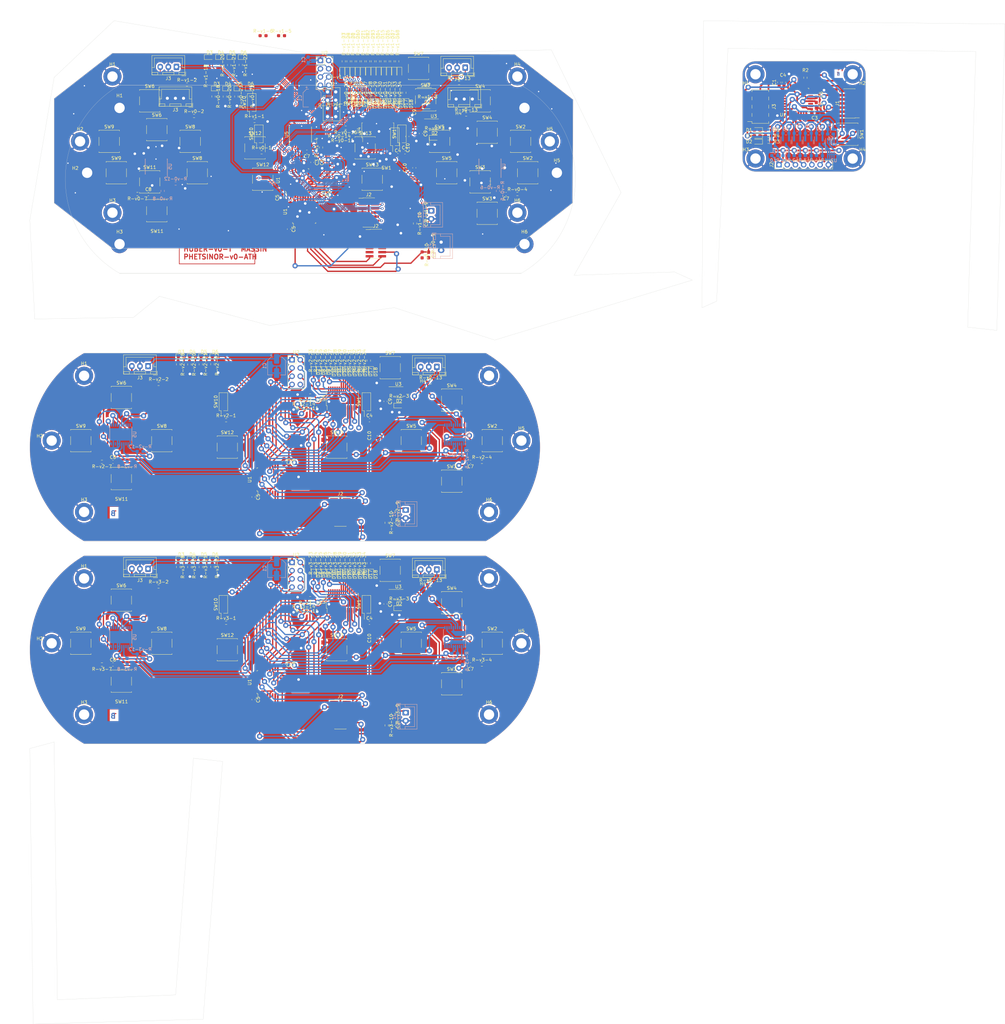
<source format=kicad_pcb>
(kicad_pcb (version 20221018) (generator pcbnew)
  (layers (0 "F.Cu" signal) (31 "B.Cu" signal) (34 "B.Paste" user) (35 "F.Paste" user) (36 "B.SilkS" user "B.Silkscreen") (37 "F.SilkS" user "F.Silkscreen") (38 "B.Mask" user) (39 "F.Mask" user) (44 "Edge.Cuts" user))
  (net 0 "")
  (net 1 "Glob_Alim-v0-")
  (net 2 "GND-v0-")
  (net 3 "POWER-v0-_CHECK-v0-")
  (net 4 "L-v0-i-ion-v0-")
  (net 5 "Net-(C7-Pad1)-v0-")
  (net 6 "Net-(C8-Pad1)-v0-")
  (net 7 "Net-(U3-BP)-v0-")
  (net 8 "Net-(D2-A)-v0-")
  (net 9 "Net-(D3-K)-v0-")
  (net 10 "Net-(D3-A)-v0-")
  (net 11 "Net-(D4-K)-v0-")
  (net 12 "Net-(D4-A)-v0-")
  (net 13 "Net-(D5-K)-v0-")
  (net 14 "Net-(D5-A)-v0-")
  (net 15 "Net-(D6-K)-v0-")
  (net 16 "Net-(D6-A)-v0-")
  (net 17 "Net-(D7-K)-v0-")
  (net 18 "Net-(D7-A)-v0-")
  (net 19 "Net-(D8-K)-v0-")
  (net 20 "Net-(D8-A)-v0-")
  (net 21 "Net-(D9-K)-v0-")
  (net 22 "Net-(D9-A)-v0-")
  (net 23 "Net-(D10-K)-v0-")
  (net 24 "Net-(D10-A)-v0-")
  (net 25 "Net-(D11-K)-v0-")
  (net 26 "Net-(D11-A)-v0-")
  (net 27 "Net-(D12-K)-v0-")
  (net 28 "Net-(D12-A)-v0-")
  (net 29 "Net-(D13-K)-v0-")
  (net 30 "Net-(D13-A)-v0-")
  (net 31 "Net-(D14-K)-v0-")
  (net 32 "Net-(D14-A)-v0-")
  (net 33 "Net-(D15-K)-v0-")
  (net 34 "Net-(D15-A)-v0-")
  (net 35 "Net-(D16-K)-v0-")
  (net 36 "Net-(D16-A)-v0-")
  (net 37 "Net-(D17-K)-v0-")
  (net 38 "Net-(D17-A)-v0-")
  (net 39 "Net-(D18-K)-v0-")
  (net 40 "Net-(D18-A)-v0-")
  (net 43 "SWDIO-v0-")
  (net 44 "SWDCK-v0-")
  (net 48 "R-v0-eset_Buton -v0-")
  (net 49 "USAR-v0-T2_R-v0-X-v0-")
  (net 50 "USAR-v0-T2_TX-v0-")
  (net 51 "R-v0-")
  (net 52 "L-v0-")
  (net 53 "NES{slash}SNES_switcher-v0-")
  (net 54 "DIO{slash}EX_CL-v0-K")
  (net 55 "DIO{slash}EX_SDA-v0-")
  (net 56 "DIODE_OE-v0-")
  (net 57 "Net-(#FL-v0-G05-pwr)")
  (net 58 "A_Button-v0-")
  (net 59 "B_Button-v0-")
  (net 60 "X_Button-v0-")
  (net 61 "Y_Button-v0-")
  (net 62 "UC_Button-v0-")
  (net 63 "Order_Search-v0-")
  (net 64 "L-v0-C_Button")
  (net 65 "R-v0-C_Button")
  (net 66 "DC_Button-v0-")
  (net 67 "ST_Button-v0-")
  (net 68 "SE_Button-v0-")
  (net 73 "Pin_Clock-v0-")
  (net 74 "Digital_Out_Put-v0-")
  (net 75 "MOSI-v0-")
  (net 79 "R-v0-X{slash}TX")
  (net 81 "CSN_nR-v0-F24")
  (net 99 "POWER-v1-_CHECK-v1-")
  (net 100 "GND-v1-")
  (net 101 "L-v1-i-ion-v1-")
  (net 102 "Net-(U3-BP)-v1-")
  (net 103 "Glob_Alim-v1-")
  (net 104 "Net-(D2-A)-v1-")
  (net 105 "Net-(D3-K)-v1-")
  (net 106 "Net-(D3-A)-v1-")
  (net 107 "Net-(D4-K)-v1-")
  (net 108 "Net-(D4-A)-v1-")
  (net 109 "Net-(D5-K)-v1-")
  (net 110 "Net-(D5-A)-v1-")
  (net 111 "Net-(D6-K)-v1-")
  (net 112 "Net-(D6-A)-v1-")
  (net 113 "Net-(D7-K)-v1-")
  (net 114 "Net-(D7-A)-v1-")
  (net 115 "Net-(D8-K)-v1-")
  (net 116 "Net-(D8-A)-v1-")
  (net 117 "Net-(D9-K)-v1-")
  (net 118 "Net-(D9-A)-v1-")
  (net 119 "Net-(D10-K)-v1-")
  (net 120 "Net-(D10-A)-v1-")
  (net 121 "Net-(D11-K)-v1-")
  (net 122 "Net-(D11-A)-v1-")
  (net 123 "Net-(D12-K)-v1-")
  (net 124 "Net-(D12-A)-v1-")
  (net 125 "Net-(D13-K)-v1-")
  (net 126 "Net-(D13-A)-v1-")
  (net 127 "Net-(D14-K)-v1-")
  (net 128 "Net-(D14-A)-v1-")
  (net 129 "Net-(D15-K)-v1-")
  (net 130 "Net-(D15-A)-v1-")
  (net 131 "Net-(D16-K)-v1-")
  (net 132 "Net-(D16-A)-v1-")
  (net 133 "Net-(D17-K)-v1-")
  (net 134 "Net-(D17-A)-v1-")
  (net 135 "Net-(D18-K)-v1-")
  (net 136 "Net-(D18-A)-v1-")
  (net 139 "SWDIO-v1-")
  (net 140 "SWDCK-v1-")
  (net 144 "R-v1-eset_Buton -v1-")
  (net 145 "USAR-v1-T2_R-v1-X-v1-")
  (net 146 "USAR-v1-T2_TX-v1-")
  (net 147 "NES{slash}SNES_switcher-v1-")
  (net 148 "R-v1-")
  (net 149 "A_Button-v1-")
  (net 150 "B_Button-v1-")
  (net 151 "X_Button-v1-")
  (net 152 "Y_Button-v1-")
  (net 153 "UC_Button-v1-")
  (net 154 "L-v1-C_Button-v1-")
  (net 155 "DIODE_SDA-v1-")
  (net 156 "R-v1-C_Button")
  (net 157 "L-v1-")
  (net 158 "DIODE_CL-v1-K")
  (net 159 "DC_Button-v1-")
  (net 160 "DIODE_OE-v1-")
  (net 161 "ST_Button-v1-")
  (net 162 "SE_Button-v1-")
  (net 163 "Order_Search-v1-")
  (net 164 "R-v1-X{slash}TX")
  (net 165 "Net-(C7-Pad1)-v1-")
  (net 166 "Pin_Clock-v1-")
  (net 167 "Digital_Out_Put-v1-")
  (net 168 "MOSI-v1-")
  (net 169 "GPIO_EX_CL-v1-K")
  (net 172 "GPIO_EX_SER-v1-IAL-v1-_DATA")
  (net 173 "Net-(U3-IN)-v1-")
  (net 174 "CSN_nR-v1-F24")
  (net 184 "Glob_Alim-v2-")
  (net 185 "GND-v2-")
  (net 186 "POWER-v2-_CHECK-v2-")
  (net 187 "L-v2-i-ion-v2-")
  (net 188 "Net-(C7-Pad1)-v2-")
  (net 189 "Net-(C8-Pad1)-v2-")
  (net 190 "Net-(U3-BP)-v2-")
  (net 191 "Net-(D2-A)-v2-")
  (net 192 "Net-(D3-K)-v2-")
  (net 193 "Net-(D3-A)-v2-")
  (net 194 "Net-(D4-K)-v2-")
  (net 195 "Net-(D4-A)-v2-")
  (net 196 "Net-(D5-K)-v2-")
  (net 197 "Net-(D5-A)-v2-")
  (net 198 "Net-(D6-K)-v2-")
  (net 199 "Net-(D6-A)-v2-")
  (net 200 "Net-(D7-K)-v2-")
  (net 201 "Net-(D7-A)-v2-")
  (net 202 "Net-(D8-K)-v2-")
  (net 203 "Net-(D8-A)-v2-")
  (net 204 "Net-(D9-K)-v2-")
  (net 205 "Net-(D9-A)-v2-")
  (net 206 "Net-(D10-K)-v2-")
  (net 207 "Net-(D10-A)-v2-")
  (net 208 "Net-(D11-K)-v2-")
  (net 209 "Net-(D11-A)-v2-")
  (net 210 "Net-(D12-K)-v2-")
  (net 211 "Net-(D12-A)-v2-")
  (net 212 "Net-(D13-K)-v2-")
  (net 213 "Net-(D13-A)-v2-")
  (net 214 "Net-(D14-K)-v2-")
  (net 215 "Net-(D14-A)-v2-")
  (net 216 "Net-(D15-K)-v2-")
  (net 217 "Net-(D15-A)-v2-")
  (net 218 "Net-(D16-K)-v2-")
  (net 219 "Net-(D16-A)-v2-")
  (net 220 "Net-(D17-K)-v2-")
  (net 221 "Net-(D17-A)-v2-")
  (net 222 "Net-(D18-K)-v2-")
  (net 223 "Net-(D18-A)-v2-")
  (net 226 "SWDIO-v2-")
  (net 227 "SWDCK-v2-")
  (net 231 "R-v2-eset_Buton -v2-")
  (net 232 "USAR-v2-T2_R-v2-X-v2-")
  (net 233 "USAR-v2-T2_TX-v2-")
  (net 234 "R-v2-")
  (net 235 "L-v2-")
  (net 236 "NES{slash}SNES_switcher-v2-")
  (net 237 "DIO{slash}EX_CL-v2-K")
  (net 238 "DIO{slash}EX_SDA-v2-")
  (net 239 "DIODE_OE-v2-")
  (net 240 "Net-(#FL-v2-G05-pwr)")
  (net 241 "A_Button-v2-")
  (net 242 "B_Button-v2-")
  (net 243 "X_Button-v2-")
  (net 244 "Y_Button-v2-")
  (net 245 "UC_Button-v2-")
  (net 246 "Order_Search-v2-")
  (net 247 "L-v2-C_Button")
  (net 248 "R-v2-C_Button")
  (net 249 "DC_Button-v2-")
  (net 250 "ST_Button-v2-")
  (net 251 "SE_Button-v2-")
  (net 256 "Pin_Clock-v2-")
  (net 257 "Digital_Out_Put-v2-")
  (net 258 "MOSI-v2-")
  (net 262 "R-v2-X{slash}TX")
  (net 264 "CSN_nR-v2-F24")
  (net 282 "Glob_Alim-v3-")
  (net 283 "GND-v3-")
  (net 284 "POWER-v3-_CHECK-v3-")
  (net 285 "L-v3-i-ion-v3-")
  (net 286 "Net-(C7-Pad1)-v3-")
  (net 287 "Net-(C8-Pad1)-v3-")
  (net 288 "Net-(U3-BP)-v3-")
  (net 289 "Net-(D2-A)-v3-")
  (net 290 "Net-(D3-K)-v3-")
  (net 291 "Net-(D3-A)-v3-")
  (net 292 "Net-(D4-K)-v3-")
  (net 293 "Net-(D4-A)-v3-")
  (net 294 "Net-(D5-K)-v3-")
  (net 295 "Net-(D5-A)-v3-")
  (net 296 "Net-(D6-K)-v3-")
  (net 297 "Net-(D6-A)-v3-")
  (net 298 "Net-(D7-K)-v3-")
  (net 299 "Net-(D7-A)-v3-")
  (net 300 "Net-(D8-K)-v3-")
  (net 301 "Net-(D8-A)-v3-")
  (net 302 "Net-(D9-K)-v3-")
  (net 303 "Net-(D9-A)-v3-")
  (net 304 "Net-(D10-K)-v3-")
  (net 305 "Net-(D10-A)-v3-")
  (net 306 "Net-(D11-K)-v3-")
  (net 307 "Net-(D11-A)-v3-")
  (net 308 "Net-(D12-K)-v3-")
  (net 309 "Net-(D12-A)-v3-")
  (net 310 "Net-(D13-K)-v3-")
  (net 311 "Net-(D13-A)-v3-")
  (net 312 "Net-(D14-K)-v3-")
  (net 313 "Net-(D14-A)-v3-")
  (net 314 "Net-(D15-K)-v3-")
  (net 315 "Net-(D15-A)-v3-")
  (net 316 "Net-(D16-K)-v3-")
  (net 317 "Net-(D16-A)-v3-")
  (net 318 "Net-(D17-K)-v3-")
  (net 319 "Net-(D17-A)-v3-")
  (net 320 "Net-(D18-K)-v3-")
  (net 321 "Net-(D18-A)-v3-")
  (net 324 "SWDIO-v3-")
  (net 325 "SWDCK-v3-")
  (net 329 "R-v3-eset_Buton -v3-")
  (net 330 "USAR-v3-T2_R-v3-X-v3-")
  (net 331 "USAR-v3-T2_TX-v3-")
  (net 332 "R-v3-")
  (net 333 "L-v3-")
  (net 334 "NES{slash}SNES_switcher-v3-")
  (net 335 "DIO{slash}EX_CL-v3-K")
  (net 336 "DIO{slash}EX_SDA-v3-")
  (net 337 "DIODE_OE-v3-")
  (net 338 "Net-(#FL-v3-G05-pwr)")
  (net 339 "A_Button-v3-")
  (net 340 "B_Button-v3-")
  (net 341 "X_Button-v3-")
  (net 342 "Y_Button-v3-")
  (net 343 "UC_Button-v3-")
  (net 344 "Order_Search-v3-")
  (net 345 "L-v3-C_Button")
  (net 346 "R-v3-C_Button")
  (net 347 "DC_Button-v3-")
  (net 348 "ST_Button-v3-")
  (net 349 "SE_Button-v3-")
  (net 354 "Pin_Clock-v3-")
  (net 355 "Digital_Out_Put-v3-")
  (net 356 "MOSI-v3-")
  (net 360 "R-v3-X{slash}TX")
  (net 362 "CSN_nR-v3-F24")
  (net 380 "+5V-v6-")
  (net 381 "GND-v6-")
  (net 382 "+3.3V-v6-")
  (net 383 "Net-(D1-K)-v6-")
  (net 385 "Net-(D3-K)-v6-")
  (net 386 "Status_LED-v6-")
  (net 387 "Data_Clock_SNES-v6-")
  (net 388 "Data_Latch_SNES-v6-")
  (net 389 "Net-(D2-K)-v6-")
  (net 390 "Serial_Data1_SNES-v6-")
  (net 391 "Serial_Data2_SNES-v6-")
  (net 392 "SPI_Chip_Select-v6-")
  (net 393 "Chip_Enable-v6-")
  (net 394 "SPI_Digital_Input-v6-")
  (net 395 "SPI_Clock-v6-")
  (net 396 "SPI_Digital_Output-v6-")
  (net 397 "IOBit_SNES-v6-")
  (net 398 "Data_Clock_STM32-v6-")
  (net 399 "Data_Latch_STM32-v6-")
  (net 400 "Appairing_Btn-v6-")
  (net 401 "Net-(U2-BP)-v6-")
  (net 402 "SWDIO-v6-")
  (net 403 "SWDCK-v6-")
  (net 406 "NRST-v6-")
  (net 407 "USART2_RX-v6-")
  (net 408 "USART2_TX-v6-")
  (net 409 "Serial_Data1_STM32-v6-")
  (net 410 "IOBit_STM32-v6-")
  (net 411 "Serial_Data2_STM32-v6-")
  (footprint "R-v1-esistor_SMD:R-v1-_0603_1608Metric_Pad0.98x0.95mm_HandSolder" (layer "F.Cu") (at 120.15 63.787494 -90)
    (fp_text reference "R-v1-10")
    (fp_text value "1M")
  )
  (footprint "R-v3-esistor_SMD:R-v3-_0603_1608Metric_Pad0.98x0.95mm_HandSolder" (layer "F.Cu") (at 111.388222 218.5875 -90)
    (fp_text reference "R-v3-10")
    (fp_text value "1M")
  )
  (footprint "Capacitor_SMD:C_0603_1608Metric_Pad1.08x0.95mm_HandSolder" (layer "F.Cu") (at 88.45 44.921994 -90)
    (fp_text reference "C3")
    (fp_text value "100n")
  )
  (footprint "R-v3-esistor_SMD:R-v3-_0603_1608Metric_Pad0.98x0.95mm_HandSolder" (layer "F.Cu") (at 89.388222 168.5625 90)
    (fp_text reference "R-v3-23")
    (fp_text value "1K")
  )
  (footprint "R-v1-esistor_SMD:R-v1-_0603_1608Metric_Pad0.98x0.95mm_HandSolder" (layer "F.Cu") (at 113.15 13.762494 90)
    (fp_text reference "R-v1-33")
    (fp_text value "1K")
  )
  (footprint "Button_Switch_SMD:SW_SPST_B3S-1000" (layer "F.Cu") (at 16.988222 130.75)
    (fp_text reference "SW9")
    (fp_text value "SW_Push")
  )
  (footprint "Capacitor_SMD:C_0603_1608Metric_Pad1.08x0.95mm_HandSolder" (layer "F.Cu") (at 70.290222 210.644 -90)
    (fp_text reference "C5")
    (fp_text value "100n")
  )
  (footprint "MountingHole:MountingHole_3.2mm_M3_DIN965_Pad" (layer "F.Cu") (at 255.25 43.75)
    (fp_text reference "H4")
    (fp_text value "MountingHole_Pad")
  )
  (footprint "L-v1-ED_SMD:L-v1-ED_0603_1608Metric_Pad1.05x0.95mm_HandSolder" (layer "F.Cu") (at 124.01 27.649994)
    (fp_text reference "D2")
    (fp_text value "L-v1-ED_Small")
  )
  (footprint "R-v0-esistor_SMD:R-v0-_0603_1608Metric_Pad0.98x0.95mm_HandSolder" (layer "F.Cu") (at 64.988491 24.607725 -90)
    (fp_text reference "R-v0-21")
    (fp_text value "1K")
  )
  (footprint "Capacitor_SMD:C_0603_1608Metric_Pad1.08x0.95mm_HandSolder" (layer "F.Cu") (at 86.75 41.649994 180)
    (fp_text reference "C7")
    (fp_text value "100µF")
  )
  (footprint "Button_Switch_SMD:SW_SPST_B3S-1000" (layer "F.Cu") (at 50.75 38.449994)
    (fp_text reference "SW8")
    (fp_text value "SW_Push")
  )
  (footprint "L-v2-ED_SMD:L-v2-ED_0603_1608Metric_Pad1.05x0.95mm_HandSolder" (layer "F.Cu") (at 54.988222 104.75)
    (fp_text reference "D5")
    (fp_text value "G3")
  )
  (footprint "R-v1-esistor_SMD:R-v1-_0603_1608Metric_Pad0.98x0.95mm_HandSolder" (layer "F.Cu") (at 98.15 13.762494 90)
    (fp_text reference "R-v1-23")
    (fp_text value "1K")
  )
  (footprint "R-v1-esistor_SMD:R-v1-_0603_1608Metric_Pad0.98x0.95mm_HandSolder" (layer "F.Cu") (at 62.8 14.924994 -90)
    (fp_text reference "R-v1-21")
    (fp_text value "1K")
  )
  (footprint "R-v1-esistor_SMD:R-v1-_0603_1608Metric_Pad0.98x0.95mm_HandSolder" (layer "F.Cu") (at 114.65 13.762494 90)
    (fp_text reference "R-v1-34")
    (fp_text value "1K")
  )
  (footprint "L-v1-ED_SMD:L-v1-ED_0603_1608Metric_Pad1.05x0.95mm_HandSolder" (layer "F.Cu") (at 105.7 17.262494 -90)
    (fp_text reference "D12")
    (fp_text value "O2")
  )
  (footprint "MountingHole:MountingHole_3.2mm_M3_DIN965_Pad" (layer "F.Cu") (at 225.25 17.75)
    (fp_text reference "H1")
    (fp_text value "MountingHole_Pad")
  )
  (footprint "Button_Switch_SMD:SW_SPST_B3S-1000" (layer "F.Cu") (at 106.938491 50.132725)
    (fp_text reference "SW13")
    (fp_text value "SW_Push")
  )
  (footprint "R-v3-esistor_SMD:R-v3-_0603_1608Metric_Pad0.98x0.95mm_HandSolder" (layer "F.Cu") (at 140.800246 199.8)
    (fp_text reference "R-v3-4")
    (fp_text value "1k")
  )
  (footprint "L-v0-ED_SMD:L-v0-ED_0603_1608Metric_Pad1.05x0.95mm_HandSolder" (layer "F.Cu") (at 107.898491 26.945225 -90)
    (fp_text reference "D12")
    (fp_text value "O2")
  )
  (footprint "L-v1-ED_SMD:L-v1-ED_0603_1608Metric_Pad1.05x0.95mm_HandSolder" (layer "F.Cu") (at 107.325 17.249994 -90)
    (fp_text reference "D13")
    (fp_text value "O3")
  )
  (footprint "R-v3-esistor_SMD:R-v3-_0603_1608Metric_Pad0.98x0.95mm_HandSolder" (layer "F.Cu") (at 47.013222 169.725 -90)
    (fp_text reference "R-v3-18")
    (fp_text value "1K")
  )
  (footprint "MountingHole:MountingHole_3.2mm_M3_DIN965_Pad" (layer "F.Cu") (at 152.988222 130.75)
    (fp_text reference "H5")
    (fp_text value "MountingHole_Pad")
  )
  (footprint "R-v0-esistor_SMD:R-v0-_0603_1608Metric_Pad0.98x0.95mm_HandSolder" (layer "F.Cu") (at 68.538491 24.557725 -90)
    (fp_text reference "R-v0-22")
    (fp_text value "1K")
  )
  (footprint "R-v2-esistor_SMD:R-v2-_0603_1608Metric_Pad0.98x0.95mm_HandSolder" (layer "F.Cu") (at 93.888222 106.0625 90)
    (fp_text reference "R-v2-26")
    (fp_text value "1K")
  )
  (footprint "Button_Switch_SMD:SW_SPST_B3S-1000" (layer "F.Cu") (at 95.988222 132.75)
    (fp_text reference "SW13")
    (fp_text value "SW_Push")
  )
  (footprint "MountingHole:MountingHole_3.2mm_M3_DIN965_Pad" (layer "F.Cu") (at 151.75 60.449994)
    (fp_text reference "H6")
    (fp_text value "MountingHole_Pad")
  )
  (footprint "MountingHole:MountingHole_3.2mm_M3_DIN965_Pad" (layer "F.Cu") (at 153.938491 28.132725)
    (fp_text reference "H4")
    (fp_text value "MountingHole_Pad")
  )
  (footprint "Button_Switch_SMD:SW_SPST_B3S-1000" (layer "F.Cu") (at 143.988222 130.75)
    (fp_text reference "SW2")
    (fp_text value "SW_Push")
  )
  (footprint "L-v2-ED_SMD:L-v2-ED_0603_1608Metric_Pad1.05x0.95mm_HandSolder" (layer "F.Cu") (at 103.363222 109.55 -90)
    (fp_text reference "D16")
    (fp_text value "R-v2-2")
  )
  (footprint "Button_Switch_SMD:SW_SPST_B3S-1000" (layer "F.Cu") (at 40.438491 34.832725)
    (fp_text reference "SW6")
    (fp_text value "SW_Push")
  )
  (footprint "R-v3-esistor_SMD:R-v3-_0603_1608Metric_Pad0.98x0.95mm_HandSolder" (layer "F.Cu") (at 105.888222 168.5625 90)
    (fp_text reference "R-v3-34")
    (fp_text value "1K")
  )
  (footprint "R-v1-esistor_SMD:R-v1-_0603_1608Metric_Pad0.98x0.95mm_HandSolder" (layer "F.Cu") (at 91.15 40.337494 90)
    (fp_text reference "R-v1-4")
    (fp_text value "10k")
  )
  (footprint "Button_Switch_SMD:SW_DIP_SPSTx01_Slide_Copal_CHS-01B_W7.62mm_P1.27mm" (layer "F.Cu") (at 69.75 26.449994 90)
    (fp_text reference "SW10")
    (fp_text value "SW_DIP_x01")
  )
  (footprint "L-v3-ED_SMD:L-v3-ED_0603_1608Metric_Pad1.05x0.95mm_HandSolder" (layer "F.Cu") (at 58.488222 167.25)
    (fp_text reference "D6")
    (fp_text value "G4")
  )
  (footprint "Button_Switch_SMD:SW_SPST_B3S-1000" (layer "F.Cu") (at 38.25 25.949994)
    (fp_text reference "SW6")
    (fp_text value "SW_Push")
  )
  (footprint "R-v2-esistor_SMD:R-v2-_0603_1608Metric_Pad0.98x0.95mm_HandSolder" (layer "F.Cu") (at 115.248222 118.426)
    (fp_text reference "R-v2-3")
    (fp_text value "1K")
  )
  (footprint "Button_Switch_SMD:SW_DIP_SPSTx01_Slide_Copal_CHS-01B_W7.62mm_P1.27mm" (layer "F.Cu") (at 113.92 37.019994 90)
    (fp_text reference "SW1")
    (fp_text value "SW_DIP_x01")
  )
  (footprint "Button_Switch_SMD:SW_SPST_B3S-1000" (layer "F.Cu") (at 62.198222 195.25)
    (fp_text reference "SW12")
    (fp_text value "SW_Push")
  )
  (footprint "Resistor_SMD:R_0603_1608Metric_Pad0.98x0.95mm_HandSolder" (layer "F.Cu") (at 229.26875 34.95)
    (fp_text reference "R1")
    (fp_text value "1k")
  )
  (footprint "Capacitor_SMD:C_0603_1608Metric_Pad1.08x0.95mm_HandSolder" (layer "F.Cu") (at 111.038222 181.15 -90)
    (fp_text reference "C9")
    (fp_text value "470p")
  )
  (footprint "Button_Switch_SMD:SW_SPST_B3S-1000" (layer "F.Cu") (at 142.438491 60.632725)
    (fp_text reference "SW3")
    (fp_text value "SW_Push")
  )
  (footprint "Connector_JST:JST_XH_B3B-XH-A_1x03_P2.50mm_Vertical" (layer "F.Cu") (at 37.738222 170.275 180)
    (fp_text reference "J3")
    (fp_text value "Conn_01x03")
  )
  (footprint "R-v1-esistor_SMD:R-v1-_0603_1608Metric_Pad0.98x0.95mm_HandSolder" (layer "F.Cu") (at 110.15 13.762494 90)
    (fp_text reference "R-v1-31")
    (fp_text value "1K")
  )
  (footprint "Capacitor_SMD:C_0603_1608Metric_Pad1.08x0.95mm_HandSolder" (layer "F.Cu") (at 81.212222 137.222 -90)
    (fp_text reference "C6")
    (fp_text value "10u")
  )
  (footprint "Package_QFP:L-v0-QFP-32_7x7mm_P0.8mm" (layer "F.Cu") (at 85.938491 60.132725 90)
    (fp_text reference "U1")
    (fp_text value "STM32L-v0-412KBTx")
  )
  (footprint "L-v0-ED_SMD:L-v0-ED_0603_1608Metric_Pad1.05x0.95mm_HandSolder" (layer "F.Cu") (at 104.663491 26.957725 -90)
    (fp_text reference "D10")
    (fp_text value "G8")
  )
  (footprint "Package_SO:MSOP-8_3x3mm_P0.65mm" (layer "F.Cu") (at 114.988222 115.75)
    (fp_text reference "U3")
    (fp_text value "MIC5219-3.3YMM")
  )
  (footprint "Capacitor_SMD:C_0603_1608Metric_Pad1.08x0.95mm_HandSolder" (layer "F.Cu") (at 70.290222 148.144 -90)
    (fp_text reference "C5")
    (fp_text value "100n")
  )
  (footprint "MountingHole:MountingHole_3.2mm_M3_DIN965_Pad" (layer "F.Cu") (at 28.938491 28.132725)
    (fp_text reference "H1")
    (fp_text value "MountingHole_Pad")
  )
  (footprint "Button_Switch_SMD:SW_SPST_B3S-1000" (layer "F.Cu") (at 143.988222 193.25)
    (fp_text reference "SW2")
    (fp_text value "SW_Push")
  )
  (footprint "Package_SO:TSSOP-28_4.4x9.7mm_P0.65mm" (layer "F.Cu") (at 97.722222 117.664 90)
    (fp_text reference "U4")
    (fp_text value "PCA9685PW")
  )
  (footprint "R-v3-esistor_SMD:R-v3-_0603_1608Metric_Pad0.98x0.95mm_HandSolder" (layer "F.Cu") (at 104.388222 168.5625 90)
    (fp_text reference "R-v3-33")
    (fp_text value "1K")
  )
  (footprint "L-v3-ED_SMD:L-v3-ED_0603_1608Metric_Pad1.05x0.95mm_HandSolder" (layer "F.Cu") (at 95.313222 172.075 -90)
    (fp_text reference "D11")
    (fp_text value "O1")
  )
  (footprint "R-v2-esistor_SMD:R-v2-_0603_1608Metric_Pad0.98x0.95mm_HandSolder" (layer "F.Cu") (at 40.988222 113.25)
    (fp_text reference "R-v2-2")
    (fp_text value "1K")
  )
  (footprint "R-v3-esistor_SMD:R-v3-_0603_1608Metric_Pad0.98x0.95mm_HandSolder" (layer "F.Cu") (at 50.513222 169.75 -90)
    (fp_text reference "R-v3-20")
    (fp_text value "1K")
  )
  (footprint "R-v2-esistor_SMD:R-v2-_0603_1608Metric_Pad0.98x0.95mm_HandSolder" (layer "F.Cu") (at 140.800246 137.3)
    (fp_text reference "R-v2-4")
    (fp_text value "1k")
  )
  (footprint "R-v0-esistor_SMD:R-v0-_0603_1608Metric_Pad0.98x0.95mm_HandSolder" (layer "F.Cu") (at 109.338491 23.445225 90)
    (fp_text reference "R-v0-29")
    (fp_text value "1K")
  )
  (footprint "L-v0-ED_SMD:L-v0-ED_0603_1608Metric_Pad1.05x0.95mm_HandSolder" (layer "F.Cu") (at 103.063491 26.957725 -90)
    (fp_text reference "D9")
    (fp_text value "G7")
  )
  (footprint "Connector_JST:JST_XH_B3B-XH-A_1x03_P2.50mm_Vertical" (layer "F.Cu") (at 46.5 15.474994 180)
    (fp_text reference "J3")
    (fp_text value "Conn_01x03")
  )
  (footprint "Package_SO:MSOP-8_3x3mm_P0.65mm" (layer "F.Cu") (at 125.938491 33.132725)
    (fp_text reference "U3")
    (fp_text value "MIC5219-3.3YMM")
  )
  (footprint "R-v1-esistor_SMD:R-v1-_0603_1608Metric_Pad0.98x0.95mm_HandSolder" (layer "F.Cu") (at 49.75 20.949994)
    (fp_text reference "R-v1-2")
    (fp_text value "1K")
  )
  (footprint "R-v0-esistor_SMD:R-v0-_0603_1608Metric_Pad0.98x0.95mm_HandSolder" (layer "F.Cu") (at 116.838491 23.445225 90)
    (fp_text reference "R-v0-34")
    (fp_text value "1K")
  )
  (footprint "Button_Switch_SMD:SW_SPST_B3S-1000" (layer "F.Cu") (at 123.438491 25.632725)
    (fp_text reference "SW7")
    (fp_text value "SW_SPST")
  )
  (footprint "L-v2-ED_SMD:L-v2-ED_0603_1608Metric_Pad1.05x0.95mm_HandSolder" (layer "F.Cu") (at 47.988222 104.75)
    (fp_text reference "D3")
    (fp_text value "G1")
  )
  (footprint "Capacitor_SMD:C_0603_1608Metric_Pad1.08x0.95mm_HandSolder" (layer "F.Cu") (at 117.033491 41.832725)
    (fp_text reference "C4")
    (fp_text value "1u")
  )
  (footprint "MountingHole:MountingHole_3.2mm_M3_DIN965_Pad" (layer "F.Cu") (at 152.988222 193.25)
    (fp_text reference "H5")
    (fp_text value "MountingHole_Pad")
  )
  (footprint "Button_Switch_SMD:SW_DIP_SPSTx01_Slide_Copal_CHS-01B_W7.62mm_P1.27mm" (layer "F.Cu") (at 71.938491 36.132725 90)
    (fp_text reference "SW10")
    (fp_text value "SW_DIP_x01")
  )
  (footprint "Button_Switch_SMD:SW_SPST_B3S-1000" (layer "F.Cu") (at 131.488222 118.25)
    (fp_text reference "SW4")
    (fp_text value "SW_Push")
  )
  (footprint "Button_Switch_SMD:SW_SPST_B3S-1000" (layer "F.Cu") (at 70.75 40.449994)
    (fp_text reference "SW12")
    (fp_text value "SW_Push")
  )
  (footprint "L-v1-ED_SMD:L-v1-ED_0603_1608Metric_Pad1.05x0.95mm_HandSolder" (layer "F.Cu") (at 63.75 12.449994)
    (fp_text reference "D5")
    (fp_text value "G3")
  )
  (footprint "L-v0-ED_SMD:L-v0-ED_0603_1608Metric_Pad1.05x0.95mm_HandSolder" (layer "F.Cu") (at 106.263491 26.957725 -90)
    (fp_text reference "D11")
    (fp_text value "O1")
  )
  (footprint "Button_Switch_SMD:SW_SPST_B3S-1000" (layer "F.Cu") (at 140.25 25.949994)
    (fp_text reference "SW4")
    (fp_text value "SW_Push")
  )
  (footprint "MountingHole:MountingHole_3.2mm_M3_DIN965_Pad" (layer "F.Cu") (at 142.988222 215.25)
    (fp_text reference "H6")
    (fp_text value "MountingHole_Pad")
  )
  (footprint "R-v3-esistor_SMD:R-v3-_0603_1608Metric_Pad0.98x0.95mm_HandSolder" (layer "F.Cu") (at 113.388222 215.05 -90)
    (fp_text reference "R-v3-9")
    (fp_text value "1M")
  )
  (footprint "R-v0-esistor_SMD:R-v0-_0603_1608Metric_Pad0.98x0.95mm_HandSolder" (layer "F.Cu") (at 61.463491 24.632725 -90)
    (fp_text reference "R-v0-20")
    (fp_text value "1K")
  )
  (footprint "MountingHole:MountingHole_3.2mm_M3_DIN965_Pad" (layer "F.Cu") (at 17.988222 152.75)
    (fp_text reference "H3")
    (fp_text value "MountingHole_Pad")
  )
  (footprint "L-v2-ED_SMD:L-v2-ED_0603_1608Metric_Pad1.05x0.95mm_HandSolder" (layer "F.Cu") (at 115.248222 119.95)
    (fp_text reference "D2")
    (fp_text value "L-v2-ED_Small")
  )
  (footprint "Button_Switch_SMD:SW_SPST_B3S-1000" (layer "F.Cu") (at 29.488222 142.45)
    (fp_text reference "SW11")
    (fp_text value "SW_Push")
  )
  (footprint "R-v0-esistor_SMD:R-v0-_0603_1608Metric_Pad0.98x0.95mm_HandSolder" (layer "F.Cu") (at 126.198491 35.808725)
    (fp_text reference "R-v0-3")
    (fp_text value "1K")
  )
  (footprint "L-v1-ED_SMD:L-v1-ED_0603_1608Metric_Pad1.05x0.95mm_HandSolder" (layer "F.Cu") (at 112.125 17.249994 -90)
    (fp_text reference "D16")
    (fp_text value "R-v1-2")
  )
  (footprint "R-v2-esistor_SMD:R-v2-_0603_1608Metric_Pad0.98x0.95mm_HandSolder" (layer "F.Cu") (at 90.888222 106.0625 90)
    (fp_text reference "R-v2-24")
    (fp_text value "1K")
  )
  (footprint "R-v3-esistor_SMD:R-v3-_0603_1608Metric_Pad0.98x0.95mm_HandSolder" (layer "F.Cu") (at 92.358222 168.5625 90)
    (fp_text reference "R-v3-25")
    (fp_text value "1K")
  )
  (footprint "Resistor_SMD:R_0603_1608Metric_Pad0.98x0.95mm_HandSolder" (layer "F.Cu") (at 229.26875 38.55)
    (fp_text reference "R3")
    (fp_text value "1k")
  )
  (footprint "Button_Switch_SMD:SW_SPST_B3S-1000" (layer "F.Cu") (at 131.488222 180.75)
    (fp_text reference "SW4")
    (fp_text value "SW_Push")
  )
  (footprint "Button_Switch_SMD:SW_SPST_B3S-1000" (layer "F.Cu") (at 104.75 40.449994)
    (fp_text reference "SW13")
    (fp_text value "SW_Push")
  )
  (footprint "L-v1-ED_SMD:L-v1-ED_0603_1608Metric_Pad1.05x0.95mm_HandSolder" (layer "F.Cu") (at 113.725 17.249994 -90)
    (fp_text reference "D17")
    (fp_text value "R-v1-3")
  )
  (footprint "R-v1-esistor_SMD:R-v1-_0603_1608Metric_Pad0.98x0.95mm_HandSolder" (layer "F.Cu") (at 105.65 13.762494 90)
    (fp_text reference "R-v1-28")
    (fp_text value "1K")
  )
  (footprint "Button_Switch_SMD:SW_SPST_B3S-1000" (layer "F.Cu") (at 40.438491 59.832725)
    (fp_text reference "SW11")
    (fp_text value "SW_Push")
  )
  (footprint "Package_QFP:L-v3-QFP-32_7x7mm_P0.8mm" (layer "F.Cu") (at 74.988222 205.25 90)
    (fp_text reference "U1")
    (fp_text value "STM32L-v3-412KBTx")
  )
  (footprint "Connector_JST:JST_XH_B3B-XH-A_1x03_P2.50mm_Vertical" (layer "F.Cu") (at 135.654 15.711994 180)
    (fp_text reference "J4")
    (fp_text value "Conn_01x03")
  )
  (footprint "Button_Switch_SMD:SW_SPST_B3S-1000" (layer "F.Cu") (at 112.488222 170.75)
    (fp_text reference "SW7")
    (fp_text value "SW_SPST")
  )
  (footprint "R-v1-esistor_SMD:R-v1-_0603_1608Metric_Pad0.98x0.95mm_HandSolder" (layer "F.Cu") (at 99.118 25.871994)
    (fp_text reference "R-v1-14")
    (fp_text value "10K")
  )
  (footprint "L-v1-ED_SMD:L-v1-ED_0603_1608Metric_Pad1.05x0.95mm_HandSolder" (layer "F.Cu") (at 108.925 17.249994 -90)
    (fp_text reference "D14")
    (fp_text value "O4")
  )
  (footprint "Capacitor_SMD:C_0603_1608Metric_Pad1.08x0.95mm_HandSolder" (layer "F.Cu") (at 89.974 44.921994 -90)
    (fp_text reference "C6")
    (fp_text value "10u")
  )
  (footprint "L-v1-ED_SMD:L-v1-ED_0603_1608Metric_Pad1.05x0.95mm_HandSolder" (layer "F.Cu") (at 100.875 17.274994 -90)
    (fp_text reference "D9")
    (fp_text value "G7")
  )
  (footprint "Package_SO:TSSOP-28_4.4x9.7mm_P0.65mm" (layer "F.Cu") (at 108.672491 35.046725 90)
    (fp_text reference "U4")
    (fp_text value "PCA9685PW")
  )
  (footprint "R-v0-esistor_SMD:R-v0-_0603_1608Metric_Pad0.98x0.95mm_HandSolder" (layer "F.Cu") (at 113.838491 23.445225 90)
    (fp_text reference "R-v0-32")
    (fp_text value "1K")
  )
  (footprint "Connector_PinHeader_2.54mm:PinHeader_2x04_P2.54mm_Vertical" (layer "F.Cu") (at 82.188222 105.81)
    (fp_text reference "U2")
    (fp_text value "nR-v2-F24_Full")
  )
  (footprint "Capacitor_SMD:C_0603_1608Metric_Pad1.08x0.95mm_HandSolder" (layer "F.Cu") (at 108.983222 191.7325 -90)
    (fp_text reference "C10")
    (fp_text value "100nF")
  )
  (footprint "Capacitor_SMD:C_0603_1608Metric_Pad1.08x0.95mm_HandSolder" (layer "F.Cu") (at 137.300246 199.8 180)
    (fp_text reference "C7")
    (fp_text value "100nF")
  )
  (footprint "R-v2-esistor_SMD:R-v2-_0603_1608Metric_Pad0.98x0.95mm_HandSolder" (layer "F.Cu") (at 96.888222 106.0625 90)
    (fp_text reference "R-v2-28")
    (fp_text value "1K")
  )
  (footprint "R-v3-esistor_SMD:R-v3-_0603_1608Metric_Pad0.98x0.95mm_HandSolder" (layer "F.Cu") (at 86.798222 181.85 180)
    (fp_text reference "R-v3-11")
    (fp_text value "10K")
  )
  (footprint "L-v0-ED_SMD:L-v0-ED_0603_1608Metric_Pad1.05x0.95mm_HandSolder" (layer "F.Cu") (at 114.313491 26.932725 -90)
    (fp_text reference "D16")
    (fp_text value "R-v0-2")
  )
  (footprint "L-v3-ED_SMD:L-v3-ED_0603_1608Metric_Pad1.05x0.95mm_HandSolder" (layer "F.Cu") (at 47.988222 167.25)
    (fp_text reference "D3")
    (fp_text value "G1")
  )
  (footprint "L-v2-ED_SMD:L-v2-ED_0603_1608Metric_Pad1.05x0.95mm_HandSolder" (layer "F.Cu") (at 92.113222 109.575 -90)
    (fp_text reference "D9")
    (fp_text value "G7")
  )
  (footprint "R-v0-esistor_SMD:R-v0-_0603_1608Metric_Pad0.98x0.95mm_HandSolder" (layer "F.Cu") (at 57.963491 24.607725 -90)
    (fp_text reference "R-v0-18")
    (fp_text value "1K")
  )
  (footprint "L-v2-ED_SMD:L-v2-ED_0603_1608Metric_Pad1.05x0.95mm_HandSolder" (layer "F.Cu") (at 88.913222 109.575 -90)
    (fp_text reference "D7")
    (fp_text value "G5")
  )
  (footprint "R-v0-esistor_SMD:R-v0-_0603_1608Metric_Pad0.98x0.95mm_HandSolder" (layer "F.Cu") (at 107.838491 23.445225 90)
    (fp_text reference "R-v0-28")
    (fp_text value "1K")
  )
  (footprint "R-v1-esistor_SMD:R-v1-_0603_1608Metric_Pad0.98x0.95mm_HandSolder" (layer "F.Cu") (at 59.275 14.949994 -90)
    (fp_text reference "R-v1-20")
    (fp_text value "1K")
  )
  (footprint "Button_Switch_SMD:SW_SPST_B3S-1000" (layer "F.Cu") (at 41.988222 193.25)
    (fp_text reference "SW8")
    (fp_text value "SW_Push")
  )
  (footprint "Button_Switch_SMD:SW_SPST_B3S-1000" (layer "F.Cu") (at 131.488222 205.75)
    (fp_text reference "SW3")
    (fp_text value "SW_Push")
  )
  (footprint "L-v3-ED_SMD:L-v3-ED_0603_1608Metric_Pad1.05x0.95mm_HandSolder" (layer "F.Cu") (at 93.713222 172.075 -90)
    (fp_text reference "D10")
    (fp_text value "G8")
  )
  (footprint "Capacitor_SMD:C_0603_1608Metric_Pad1.08x0.95mm_HandSolder" (layer "F.Cu") (at 244.01 27.3025 90)
    (fp_text reference "C2")
    (fp_text value "100n")
  )
  (footprint "R-v2-esistor_SMD:R-v2-_0603_1608Metric_Pad0.98x0.95mm_HandSolder" (layer "F.Cu") (at 99.888222 106.0625 90)
    (fp_text reference "R-v2-30")
    (fp_text value "1K")
  )
  (footprint "Capacitor_SMD:C_0603_1608Metric_Pad1.08x0.95mm_HandSolder" (layer "F.Cu") (at 234.05 20.25 90)
    (fp_text reference "C4")
    (fp_text value "100n")
  )
  (footprint "Button_Switch_SMD:SW_SPST_B3S-1000" (layer "F.Cu") (at 154.938491 48.132725)
    (fp_text reference "SW2")
    (fp_text value "SW_Push")
  )
  (footprint "L-v0-ED_SMD:L-v0-ED_0603_1608Metric_Pad1.05x0.95mm_HandSolder" (layer "F.Cu") (at 99.863491 26.957725 -90)
    (fp_text reference "D7")
    (fp_text value "G5")
  )
  (footprint "Diode_SMD:D_0603_1608Metric_Pad1.05x0.95mm_HandSolder" (layer "F.Cu") (at 225.76875 36.75 180)
    (fp_text reference "D3")
    (fp_text value "LED")
  )
  (footprint "Connector_JST:JST_XH_B3B-XH-A_1x03_P2.50mm_Vertical" (layer "F.Cu") (at 126.892222 170.512 180)
    (fp_text reference "J4")
    (fp_text value "Conn_01x03")
  )
  (footprint "MountingHole:MountingHole_3.2mm_M3_DIN965_Pad" (layer "F.Cu") (at 161.75 38.449994)
    (fp_text reference "H5")
    (fp_text value "MountingHole_Pad")
  )
  (footprint "Capacitor_SMD:C_0603_1608Metric_Pad1.08x0.95mm_HandSolder" (layer "F.Cu") (at 106.083222 186.95)
    (fp_text reference "C4")
    (fp_text value "1u")
  )
  (footprint "R-v3-esistor_SMD:R-v3-_0603_1608Metric_Pad0.98x0.95mm_HandSolder" (layer "F.Cu") (at 115.248222 180.926)
    (fp_text reference "R-v3-3")
    (fp_text value "1K")
  )
  (footprint "L-v3-ED_SMD:L-v3-ED_0603_1608Metric_Pad1.05x0.95mm_HandSolder" (layer "F.Cu") (at 54.988222 167.25)
    (fp_text reference "D5")
    (fp_text value "G3")
  )
  (footprint "Capacitor_SMD:C_0603_1608Metric_Pad1.08x0.95mm_HandSolder" (layer "F.Cu") (at 119.933491 46.615225 -90)
    (fp_text reference "C10")
    (fp_text value "100nF")
  )
  (footprint "R-v0-esistor_SMD:R-v0-_0603_1608Metric_Pad0.98x0.95mm_HandSolder" (layer "F.Cu") (at 122.338491 73.470225 -90)
    (fp_text reference "R-v0-10")
    (fp_text value "1M")
  )
  (footprint "MountingHole:MountingHole_3.2mm_M3_DIN965_Pad" (layer "F.Cu") (at 17.988222 173.25)
    (fp_text reference "H1")
    (fp_text value "MountingHole_Pad")
  )
  (footprint "R-v3-esistor_SMD:R-v3-_0603_1608Metric_Pad0.98x0.95mm_HandSolder" (layer "F.Cu") (at 93.888222 168.5625 90)
    (fp_text reference "R-v3-26")
    (fp_text value "1K")
  )
  (footprint "R-v1-esistor_SMD:R-v1-_0603_1608Metric_Pad0.98x0.95mm_HandSolder" (layer "F.Cu") (at 99.118 22.823994 180)
    (fp_text reference "R-v1-16")
    (fp_text value "10K")
  )
  (footprint "L-v0-ED_SMD:L-v0-ED_0603_1608Metric_Pad1.05x0.95mm_HandSolder" (layer "F.Cu") (at 111.113491 26.932725 -90)
    (fp_text reference "D14")
    (fp_text value "O4")
  )
  (footprint "R-v0-esistor_SMD:R-v0-_0603_1608Metric_Pad0.98x0.95mm_HandSolder" (layer "F.Cu") (at 72.788491 41.832725)
    (fp_text reference "R-v0-1")
    (fp_text value "1K")
  )
  (footprint "R-v3-esistor_SMD:R-v3-_0603_1608Metric_Pad0.98x0.95mm_HandSolder" (layer "F.Cu") (at 96.888222 168.5625 90)
    (fp_text reference "R-v3-28")
    (fp_text value "1K")
  )
  (footprint "Capacitor_SMD:C_0603_1608Metric_Pad1.08x0.95mm_HandSolder" (layer "F.Cu") (at 119.8 26.349994 -90)
    (fp_text reference "C9")
    (fp_text value "470p")
  )
  (footprint "Capacitor_SMD:C_0603_1608Metric_Pad1.08x0.95mm_HandSolder" (layer "F.Cu") (at 114.845 42.719994)
    (fp_text reference "C4")
    (fp_text value "1u")
  )
  (footprint "Connector_JST:JST_XH_B3B-XH-A_1x03_P2.50mm_Vertical" (layer "F.Cu") (at 137.842491 25.394725 180)
    (fp_text reference "J4")
    (fp_text value "Conn_01x03")
  )
  (footprint "Connector_PinHeader_2.54mm:PinHeader_2x04_P2.54mm_Vertical" (layer "F.Cu") (at 93.138491 23.192725)
    (fp_text reference "U2")
    (fp_text value "nR-v0-F24_Full")
  )
  (footprint "Button_Switch_SMD:SW_SPST_B3S-1000" (layer "F.Cu") (at 27.938491 48.132725)
    (fp_text reference "SW9")
    (fp_text value "SW_Push")
  )
  (footprint "R-v0-esistor_SMD:R-v0-_0603_1608Metric_Pad0.98x0.95mm_HandSolder" (layer "F.Cu") (at 124.338491 69.932725 -90)
    (fp_text reference "R-v0-9")
    (fp_text value "1M")
  )
  (footprint "R-v3-esistor_SMD:R-v3-_0603_1608Metric_Pad0.98x0.95mm_HandSolder" (layer "F.Cu") (at 99.888222 168.5625 90)
    (fp_text reference "R-v3-30")
    (fp_text value "1K")
  )
  (footprint "R-v1-esistor_SMD:R-v1-_0603_1608Metric_Pad0.98x0.95mm_HandSolder" (layer "F.Cu") (at 107.15 13.762494 90)
    (fp_text reference "R-v1-29")
    (fp_text value "1K")
  )
  (footprint "Resistor_SMD:R_0603_1608Metric_Pad0.98x0.95mm_HandSolder" (layer "F.Cu") (at 229.26875 36.75)
    (fp_text reference "R4")
    (fp_text value "1k")
  )
  (footprint "Capacitor_SMD:C_0603_1608Metric_Pad1.08x0.95mm_HandSolder" (layer "F.Cu") (at 148.250515 54.682725 180)
    (fp_text reference "C7")
    (fp_text value "100nF")
  )
  (footprint "R-v2-esistor_SMD:R-v2-_0603_1608Metric_Pad0.98x0.95mm_HandSolder" (layer "F.Cu") (at 50.513222 107.25 -90)
    (fp_text reference "R-v2-20")
    (fp_text value "1K")
  )
  (footprint "R-v1-esistor_SMD:R-v1-_0603_1608Metric_Pad0.98x0.95mm_HandSolder" (layer "F.Cu") (at 70.6 32.149994)
    (fp_text reference "R-v1-1")
    (fp_text value "1K")
  )
  (footprint "MountingHole:MountingHole_3.2mm_M3_DIN965_Pad" (layer "F.Cu") (at 16.75 38.449994)
    (fp_text reference "H2")
    (fp_text value "MountingHole_Pad")
  )
  (footprint "R-v1-esistor_SMD:R-v1-_0603_1608Metric_Pad0.98x0.95mm_HandSolder" (layer "F.Cu") (at 108.65 13.762494 90)
    (fp_text reference "R-v1-30")
    (fp_text value "1K")
  )
  (footprint "Capacitor_SMD:C_0603_1608Metric_Pad1.08x0.95mm_HandSolder" (layer "F.Cu") (at 92.162491 54.604725 -90)
    (fp_text reference "C6")
    (fp_text value "10u")
  )
  (footprint "Capacitor_SMD:C_0603_1608Metric_Pad1.08x0.95mm_HandSolder" (layer "F.Cu") (at 122.15 63.787494 -90)
    (fp_text reference "C2")
    (fp_text value "1nF")
  )
  (footprint "Button_Switch_SMD:SW_DIP_SPSTx01_Slide_Copal_CHS-01B_W7.62mm_P1.27mm" (layer "F.Cu") (at 116.108491 36.132725 90)
    (fp_text reference "SW1")
    (fp_text value "SW_DIP_x01")
  )
  (footprint "MountingHole:MountingHole_3.2mm_M3_DIN965_Pad" (layer "F.Cu") (at 17.988222 110.75)
    (fp_text reference "H1")
    (fp_text value "MountingHole_Pad")
  )
  (footprint "L-v0-ED_SMD:L-v0-ED_0603_1608Metric_Pad1.05x0.95mm_HandSolder" (layer "F.Cu") (at 112.713491 26.932725 -90)
    (fp_text reference "D15")
    (fp_text value "R-v0-1")
  )
  (footprint "L-v0-ED_SMD:L-v0-ED_0603_1608Metric_Pad1.05x0.95mm_HandSolder" (layer "F.Cu") (at 69.438491 22.132725)
    (fp_text reference "D6")
    (fp_text value "G4")
  )
  (footprint "Capacitor_SMD:C_0603_1608Metric_Pad1.08x0.95mm_HandSolder" (layer "F.Cu") (at 37.846467 54.682725)
    (fp_text reference "C8")
    (fp_text value "100nF")
  )
  (footprint "R-v0-esistor_SMD:R-v0-_0603_1608Metric_Pad0.98x0.95mm_HandSolder" (layer "F.Cu") (at 115.338491 23.445225 90)
    (fp_text reference "R-v0-33")
    (fp_text value "1K")
  )
  (footprint "L-v3-ED_SMD:L-v3-ED_0603_1608Metric_Pad1.05x0.95mm_HandSolder" (layer "F.Cu") (at 103.363222 172.05 -90)
    (fp_text reference "D16")
    (fp_text value "R-v3-2")
  )
  (footprint "R-v1-esistor_SMD:R-v1-_0603_1608Metric_Pad0.98x0.95mm_HandSolder" (layer "F.Cu") (at 124.01 26.125994)
    (fp_text reference "R-v1-3")
    (fp_text value "1K")
  )
  (footprint "Button_Switch_SMD:SW_SPST_B3S-1000" (layer "F.Cu") (at 95.988222 195.25)
    (fp_text reference "SW13")
    (fp_text value "SW_Push")
  )
  (footprint "MountingHole:MountingHole_3.2mm_M3_DIN965_Pad" (layer "F.Cu") (at 142.988222 173.25)
    (fp_text reference "H4")
    (fp_text value "MountingHole_Pad")
  )
  (footprint "Connector_PinHeader_2.54mm:PinHeader_2x04_P2.54mm_Vertical" (layer "F.Cu") (at 90.95 13.509994)
    (fp_text reference "U2")
    (fp_text value "nR-v1-F24_Full")
  )
  (footprint "MountingHole:MountingHole_3.2mm_M3_DIN965_Pad" (layer "F.Cu") (at 28.938491 70.132725)
    (fp_text reference "H3")
    (fp_text value "MountingHole_Pad")
  )
  (footprint "Capacitor_SMD:C_0603_1608Metric_Pad1.08x0.95mm_HandSolder" (layer "F.Cu") (at 113.388222 218.5875 -90)
    (fp_text reference "C2")
    (fp_text value "1nF")
  )
  (footprint "Button_Switch_SMD:SW_SPST_B3S-1000" (layer "F.Cu") (at 140.25 50.949994)
    (fp_text reference "SW3")
    (fp_text value "SW_Push")
  )
  (footprint "Diode_SMD:D_0603_1608Metric_Pad1.05x0.95mm_HandSolder" (layer "F.Cu") (at 225.76875 34.95 180)
    (fp_text reference "D1")
    (fp_text value "LED_Small")
  )
  (footprint "R-v0-esistor_SMD:R-v0-_0603_1608Metric_Pad0.98x0.95mm_HandSolder" (layer "F.Cu") (at 34.446467 54.682725 180)
    (fp_text reference "R-v0-7")
    (fp_text value "1k")
  )
  (footprint "MountingHole:MountingHole_3.2mm_M3_DIN965_Pad" (layer "F.Cu") (at 7.988222 130.75)
    (fp_text reference "H2")
    (fp_text value "MountingHole_Pad")
  )
  (footprint "R-v3-esistor_SMD:R-v3-_0603_1608Metric_Pad0.98x0.95mm_HandSolder" (layer "F.Cu") (at 40.988222 175.75)
    (fp_text reference "R-v3-2")
    (fp_text value "1K")
  )
  (footprint "MountingHole:MountingHole_3.2mm_M3_DIN965_Pad" (layer "F.Cu") (at 142.988222 152.75)
    (fp_text reference "H6")
    (fp_text value "MountingHole_Pad")
  )
  (footprint "R-v2-esistor_SMD:R-v2-_0603_1608Metric_Pad0.98x0.95mm_HandSolder" (layer "F.Cu") (at 113.388222 152.55 -90)
    (fp_text reference "R-v2-9")
    (fp_text value "1M")
  )
  (footprint "L-v1-ED_SMD:L-v1-ED_0603_1608Metric_Pad1.05x0.95mm_HandSolder" (layer "F.Cu") (at 56.75 12.449994)
    (fp_text reference "D3")
    (fp_text value "G1")
  )
  (footprint "L-v2-ED_SMD:L-v2-ED_0603_1608Metric_Pad1.05x0.95mm_HandSolder" (layer "F.Cu") (at 101.763222 109.55 -90)
    (fp_text reference "D15")
    (fp_text value "R-v2-1")
  )
  (footprint "L-v2-ED_SMD:L-v2-ED_0603_1608Metric_Pad1.05x0.95mm_HandSolder" (layer "F.Cu") (at 93.713222 109.575 -90)
    (fp_text reference "D10")
    (fp_text value "G8")
  )
  (footprint "MountingHole:MountingHole_3.2mm_M3_DIN965_Pad" (layer "F.Cu") (at 26.75 60.449994)
    (fp_text reference "H3")
    (fp_text value "MountingHole_Pad")
  )
  (footprint "R-v2-esistor_SMD:R-v2-_0603_1608Metric_Pad0.98x0.95mm_HandSolder" (layer "F.Cu") (at 101.388222 106.0625 90)
    (fp_text reference "R-v2-31")
    (fp_text value "1K")
  )
  (footprint "Button_Switch_SMD:SW_SPST_B3S-1000" (layer "F.Cu") (at 131.488222 143.25)
    (fp_text reference "SW3")
    (fp_text value "SW_Push")
  )
  (footprint "L-v2-ED_SMD:L-v2-ED_0603_1608Metric_Pad1.05x0.95mm_HandSolder" (layer "F.Cu") (at 51.488222 104.75)
    (fp_text reference "D4")
    (fp_text value "G2")
  )
  (footprint "Package_SO:MSOP-8_3x3mm_P0.65mm" (layer "F.Cu") (at 123.75 23.449994)
    (fp_text reference "U3")
    (fp_text value "MIC5219-3.3YMM")
  )
  (footprint "L-v1-ED_SMD:L-v1-ED_0603_1608Metric_Pad1.05x0.95mm_HandSolder" (layer "F.Cu") (at 60.25 12.449994)
    (fp_text reference "D4")
    (fp_text value "G2")
  )
  (footprint "R-v1-esistor_SMD:R-v1-_0603_1608Metric_Pad0.98x0.95mm_HandSolder" (layer "F.Cu") (at 111.65 13.762494 90)
    (fp_text reference "R-v1-32")
    (fp_text value "1K")
  )
  (footprint "Button_Switch_SMD:SW_SPST_B3S-1000" (layer "F.Cu") (at 129.938491 48.132725)
    (fp_text reference "SW5")
    (fp_text value "SW_Push")
  )
  (footprint "Button_Switch_SMD:SW_SPST_B3S-1000" (layer "F.Cu") (at 29.488222 179.95)
    (fp_text reference "SW6")
    (fp_text value "SW_Push")
  )
  (footprint "Capacitor_SMD:C_0603_1608Metric_Pad1.08x0.95mm_HandSolder" (layer "F.Cu") (at 79.052 55.843994 90)
    (fp_text reference "C5")
    (fp_text value "100n")
  )
  (footprint "L-v1-ED_SMD:L-v1-ED_0603_1608Metric_Pad1.05x0.95mm_HandSolder" (layer "F.Cu") (at 97.675 17.274994 -90)
    (fp_text reference "D7")
    (fp_text value "G5")
  )
  (footprint "L-v3-ED_SMD:L-v3-ED_0603_1608Metric_Pad1.05x0.95mm_HandSolder" (layer "F.Cu") (at 88.913222 172.075 -90)
    (fp_text reference "D7")
    (fp_text value "G5")
  )
  (footprint "R-v0-esistor_SMD:R-v0-_0603_1608Metric_Pad0.98x0.95mm_HandSolder" (layer "F.Cu") (at 97.748491 36.732725 180)
    (fp_text reference "R-v0-11")
    (fp_text value "10K")
  )
  (footprint "Connector_PinHeader_1.27mm:PinHeader_2x07_P1.27mm_Vertical_SMD" (layer "F.Cu") (at 108.063491 70.072725)
    (fp_text reference "J2")
    (fp_text value "Conn_02x07_Odd_Even")
  )
  (footprint "Button_Switch_SMD:SW_SPST_B3S-1000" (layer "F.Cu") (at 121.25 15.949994)
    (fp_text reference "SW7")
    (fp_text value "SW_SPST")
  )
  (footprint "Connector_PinHeader_1.27mm:PinHeader_2x07_P1.27mm_Vertical_SMD" (layer "F.Cu") (at 97.113222 215.19)
    (fp_text reference "J2")
    (fp_text value "Conn_02x07_Odd_Even")
  )
  (footprint "Button_Switch_SMD:SW_SPST_B3S-1000" (layer "F.Cu") (at 73.148491 50.132725)
    (fp_text reference "SW12")
    (fp_text value "SW_Push")
  )
  (footprint "MountingHole:MountingHole_3.2mm_M3_DIN965_Pad" (layer "F.Cu") (at 18.938491 48.132725)
    (fp_text reference "H2")
    (fp_text value "MountingHole_Pad")
  )
  (footprint "Button_Switch_SMD:SW_SPST_B3S-1000" (layer "F.Cu") (at 253.75 36.25 180)
    (fp_text reference "SW1")
    (fp_text value "SW_SPST")
  )
  (footprint "Button_Switch_SMD:SW_SPST_B3S-1000" (layer "F.Cu") (at 127.75 38.449994)
    (fp_text reference "SW5")
    (fp_text value "SW_Push")
  )
  (footprint "Button_Switch_SMD:SW_SPST_B3S-1000" (layer "F.Cu") (at 25.75 38.449994)
    (fp_text reference "SW9")
    (fp_text value "SW_Push")
  )
  (footprint "L-v1-ED_SMD:L-v1-ED_0603_1608Metric_Pad1.05x0.95mm_HandSolder" (layer "F.Cu") (at 67.25 12.449994)
    (fp_text reference "D6")
    (fp_text value "G4")
  )
  (footprint "R-v3-esistor_SMD:R-v3-_0603_1608Metric_Pad0.98x0.95mm_HandSolder" (layer "F.Cu") (at 85.798222 183.35)
    (fp_text reference "R-v3-14")
    (fp_text value "10K")
  )
  (footprint "Connector_PinHeader_2.54mm:PinHeader_2x04_P2.54mm_Vertical" (layer "F.Cu") (at 82.188222 168.31)
    (fp_text reference "U2")
    (fp_text value "nR-v3-F24_Full")
  )
  (footprint "L-v3-ED_SMD:L-v3-ED_0603_1608Metric_Pad1.05x0.95mm_HandSolder" (layer "F.Cu") (at 104.963222 172.05 -90)
    (fp_text reference "D17")
    (fp_text value "R-v3-3")
  )
  (footprint "R-v3-esistor_SMD:R-v3-_0603_1608Metric_Pad0.98x0.95mm_HandSolder" (layer "F.Cu") (at 23.496198 199.8 180)
    (fp_text reference "R-v3-7")
    (fp_text value "1k")
  )
  (footprint "MountingHole:MountingHole_3.2mm_M3_DIN965_Pad" (layer "F.Cu") (at 153.938491 70.132725)
    (fp_text reference "H6")
    (fp_text value "MountingHole_Pad")
  )
  (footprint "R-v2-esistor_SMD:R-v2-_0603_1608Metric_Pad0.98x0.95mm_HandSolder" (layer "F.Cu") (at 23.496198 137.3 180)
    (fp_text reference "R-v2-7")
    (fp_text value "1k")
  )
  (footprint "L-v3-ED_SMD:L-v3-ED_0603_1608Metric_Pad1.05x0.95mm_HandSolder" (layer "F.Cu") (at 98.563222 172.05 -90)
    (fp_text reference "D13")
    (fp_text value "O3")
  )
  (footprint "R-v3-esistor_SMD:R-v3-_0603_1608Metric_Pad0.98x0.95mm_HandSolder" (layer "F.Cu") (at 54.038222 169.725 -90)
    (fp_text reference "R-v3-21")
    (fp_text value "1K")
  )
  (footprint "L-v3-ED_SMD:L-v3-ED_0603_1608Metric_Pad1.05x0.95mm_HandSolder" (layer "F.Cu") (at 90.512222 172.075 -90)
    (fp_text reference "D8")
    (fp_text value "G6")
  )
  (footprint "Button_Switch_SMD:SW_DIP_SPSTx01_Slide_Copal_CHS-01B_W7.62mm_P1.27mm" (layer "F.Cu") (at 105.158222 181.25 90)
    (fp_text reference "SW1")
    (fp_text value "SW_DIP_x01")
  )
  (footprint "R-v2-esistor_SMD:R-v2-_0603_1608Metric_Pad0.98x0.95mm_HandSolder" (layer "F.Cu") (at 87.798222 116.85 180)
    (fp_text reference "R-v2-16")
    (fp_text value "10K")
  )
  (footprint "R-v2-esistor_SMD:R-v2-_0603_1608Metric_Pad0.98x0.95mm_HandSolder" (layer "F.Cu") (at 104.388222 106.0625 90)
    (fp_text reference "R-v2-33")
    (fp_text value "1K")
  )
  (footprint "R-v1-esistor_SMD:R-v1-_0603_1608Metric_Pad0.98x0.95mm_HandSolder" (layer "F.Cu") (at 99.65 13.762494 90)
    (fp_text reference "R-v1-24")
    (fp_text value "1K")
  )
  (footprint "Package_SO:MSOP-8_3x3mm_P0.65mm" (layer "F.Cu") (at 114.988222 178.25)
    (fp_text reference "U3")
    (fp_text value "MIC5219-3.3YMM")
  )
  (footprint "Capacitor_SMD:C_0603_1608Metric_Pad1.08x0.95mm_HandSolder" (layer "F.Cu") (at 106.083222 124.45)
    (fp_text reference "C4")
    (fp_text value "1u")
  )
  (footprint "R-v2-esistor_SMD:R-v2-_0603_1608Metric_Pad0.98x0.95mm_HandSolder" (layer "F.Cu") (at 61.838222 124.45)
    (fp_text reference "R-v2-1")
    (fp_text value "1K")
  )
  (footprint "Capacitor_SMD:C_0603_1608Metric_Pad1.08x0.95mm_HandSolder" (layer "F.Cu") (at 244.01 24 90)
    (fp_text reference "C5")
    (fp_text value "100n")
  )
  (footprint "L-v3-ED_SMD:L-v3-ED_0603_1608Metric_Pad1.05x0.95mm_HandSolder" (layer "F.Cu") (at 106.588222 172.05 -90)
    (fp_text reference "D18")
    (fp_text value "R-v3-4")
  )
  (footprint "R-v1-esistor_SMD:R-v1-_0603_1608Metric_Pad0.98x0.95mm_HandSolder" (layer "F.Cu") (at 73.2375 5.849994)
    (fp_text reference "R-v1-6")
    (fp_text value "1K")
  )
  (footprint "Capacitor_SMD:C_0603_1608Metric_Pad1.08x0.95mm_HandSolder" (layer "F.Cu") (at 90.638491 54.604725 -90)
    (fp_text reference "C3")
    (fp_text value "100n")
  )
  (footprint "Capacitor_SMD:C_0603_1608Metric_Pad1.08x0.95mm_HandSolder" (layer "F.Cu") (at 232.55 20.25 90)
    (fp_text reference "C1")
    (fp_text value "10u")
  )
  (footprint "MountingHole:MountingHole_3.2mm_M3_DIN965_Pad" (layer "F.Cu") (at 255.25 17.75)
    (fp_text reference "H2")
    (fp_text value "MountingHole_Pad")
  )
  (footprint "L-v2-ED_SMD:L-v2-ED_0603_1608Metric_Pad1.05x0.95mm_HandSolder" (layer "F.Cu") (at 96.948222 109.5625 -90)
    (fp_text reference "D12")
    (fp_text value "O2")
  )
  (footprint "Capacitor_SMD:C_0603_1608Metric_Pad1.08x0.95mm_HandSolder" (layer "F.Cu") (at 243.5025 29.69)
    (fp_text reference "C3")
    (fp_text value "100n")
  )
  (footprint "Button_Switch_SMD:SW_SPST_B3S-1000" (layer "F.Cu") (at 142.438491 35.632725)
    (fp_text reference "SW4")
    (fp_text value "SW_Push")
  )
  (footprint "R-v2-esistor_SMD:R-v2-_0603_1608Metric_Pad0.98x0.95mm_HandSolder" (layer "F.Cu") (at 85.798222 120.85)
    (fp_text reference "R-v2-14")
    (fp_text value "10K")
  )
  (footprint "MountingHole:MountingHole_3.2mm_M3_DIN965_Pad" (layer "F.Cu") (at 7.988222 193.25)
    (fp_text reference "H2")
    (fp_text value "MountingHole_Pad")
  )
  (footprint "Package_QFP:L-v2-QFP-32_7x7mm_P0.8mm" (layer "F.Cu") (at 74.988222 142.75 90)
    (fp_text reference "U1")
    (fp_text value "STM32L-v2-412KBTx")
  )
  (footprint "Capacitor_SMD:C_0603_1608Metric_Pad1.08x0.95mm_HandSolder" (layer "F.Cu") (at 117.745 36.932494 -90)
    (fp_text reference "C10")
    (fp_text value "100nF")
  )
  (footprint "R-v3-esistor_SMD:R-v3-_0603_1608Metric_Pad0.98x0.95mm_HandSolder" (layer "F.Cu") (at 61.838222 186.95)
    (fp_text reference "R-v3-1")
    (fp_text value "1K")
  )
  (footprint "R-v0-esistor_SMD:R-v0-_0603_1608Metric_Pad0.98x0.95mm_HandSolder" (layer "F.Cu") (at 151.750515 54.682725)
    (fp_text reference "R-v0-4")
    (fp_text value "1k")
  )
  (footprint "Connector_JST:JST_XH_B3B-XH-A_1x03_P2.50mm_Vertical" (layer "F.Cu") (at 37.738222 107.775 180)
    (fp_text reference "J3")
    (fp_text value "Conn_01x03")
  )
  (footprint "L-v2-ED_SMD:L-v2-ED_0603_1608Metric_Pad1.05x0.95mm_HandSolder" (layer "F.Cu") (at 90.512222 109.575 -90)
    (fp_text reference "D8")
    (fp_text value "G6")
  )
  (footprint "Button_Switch_SMD:SW_SPST_B3S-1000" (layer "F.Cu") (at 62.198222 132.75)
    (fp_text reference "SW12")
    (fp_text value "SW_Push")
  )
  (footprint "R-v2-esistor_SMD:R-v2-_0603_1608Metric_Pad0.98x0.95mm_HandSolder" (layer "F.Cu") (at 105.888222 106.0625 90)
    (fp_text reference "R-v2-34")
    (fp_text value "1K")
  )
  (footprint "R-v0-esistor_SMD:R-v0-_0603_1608Metric_Pad0.98x0.95mm_HandSolder" (layer "F.Cu") (at 106.338491 23.445225 90)
    (fp_text reference "R-v0-27")
    (fp_text value "1K")
  )
  (footprint "L-v2-ED_SMD:L-v2-ED_0603_1608Metric_Pad1.05x0.95mm_HandSolder" (layer "F.Cu") (at 104.963222 109.55 -90)
    (fp_text reference "D17")
    (fp_text value "R-v2-3")
  )
  (footprint "L-v1-ED_SMD:L-v1-ED_0603_1608Metric_Pad1.05x0.95mm_HandSolder" (layer "F.Cu") (at 115.35 17.249994 -90)
    (fp_text reference "D18")
    (fp_text value "R-v1-4")
  )
  (footprint "Resistor_SMD:R_0603_1608Metric_Pad0.98x0.95mm_HandSolder" (layer "F.Cu") (at 240.67 18.82 90)
    (fp_text reference "R2")
    (fp_text value "10k")
  )
  (footprint "L-v3-ED_SMD:L-v3-ED_0603_1608Metric_Pad1.05x0.95mm_HandSolder" (layer "F.Cu") (at 101.763222 172.05 -90)
    (fp_text reference "D15")
    (fp_text value "R-v3-1")
  )
  (footprint "Connector_JST:JST_XH_B3B-XH-A_1x03_P2.50mm_Vertical" (layer "F.Cu") (at 126.892222 108.012 180)
    (fp_text reference "J4")
    (fp_text value "Conn_01x03")
  )
  (footprint "Connector_PinHeader_1.27mm:PinHeader_2x07_P1.27mm_Vertical_SMD" (layer "F.Cu") (at 254.25 26.75 180)
    (fp_text reference "J1")
    (fp_text value "Conn_02x07_Odd_Even")
  )
  (footprint "L-v3-ED_SMD:L-v3-ED_0603_1608Metric_Pad1.05x0.95mm_HandSolder" (layer "F.Cu") (at 115.248222 182.45)
    (fp_text reference "D2")
    (fp_text value "L-v3-ED_Small")
  )
  (footprint "R-v0-esistor_SMD:R-v0-_0603_1608Metric_Pad0.98x0.95mm_HandSolder" (layer "F.Cu") (at 112.338491 23.445225 90)
    (fp_text reference "R-v0-31")
    (fp_text value "1K")
  )
  (footprint "L-v0-ED_SMD:L-v0-ED_0603_1608Metric_Pad1.05x0.95mm_HandSolder" (layer "F.Cu") (at 117.538491 26.932725 -90)
    (fp_text reference "D18")
    (fp_text value "R-v0-4")
  )
  (footprint "R-v2-esistor_SMD:R-v2-_0603_1608Metric_Pad0.98x0.95mm_HandSolder" (layer "F.Cu") (at 86.798222 119.35 180)
    (fp_text reference "R-v2-11")
    (fp_text value "10K")
  )
  (footprint "L-v1-ED_SMD:L-v1-ED_0603_1608Metric_Pad1.05x0.95mm_HandSolder" (layer "F.Cu") (at 102.475 17.274994 -90)
    (fp_text reference "D10")
    (fp_text value "G8")
  )
  (footprint "R-v0-esistor_SMD:R-v0-_0603_1608Metric_Pad0.98x0.95mm_HandSolder" (layer "F.Cu") (at 110.838491 23.445225 90)
    (fp_text reference "R-v0-30")
    (fp_text value "1K")
  )
  (footprint "R-v2-esistor_SMD:R-v2-_0603_1608Metric_Pad0.98x0.95mm_HandSolder" (layer "F.Cu") (at 54.038222 107.225 -90)
    (fp_text reference "R-v2-21")
    (fp_text value "1K")
  )
  (footprint "Button_Switch_SMD:SW_SPST_B3S-1000" (layer "F.Cu") (at 16.988222 193.25)
    (fp_text reference "SW9")
    (fp_text value "SW_Push")
  )
  (footprint "Button_Switch_SMD:SW_DIP_SPSTx01_Slide_Copal_CHS-01B_W7.62mm_P1.27mm" (layer "F.Cu") (at 105.158222 118.75 90)
    (fp_text reference "SW1")
    (fp_text value "SW_DIP_x01")
  )
  (footprint "MountingHole:MountingHole_3.2mm_M3_DIN965_Pad" (layer "F.Cu") (at 163.938491 48.132725)
    (fp_text reference "H5")
    (fp_text value "MountingHole_Pad")
  )
  (footprint "L-v3-ED_SMD:L-v3-ED_0603_1608Metric_Pad1.05x0.95mm_HandSolder" (layer "F.Cu") (at 100.163222 172.05 -90)
    (fp_text reference "D14")
    (fp_text value "O4")
  )
  (footprint "L-v0-ED_SMD:L-v0-ED_0603_1608Metric_Pad1.05x0.95mm_HandSolder" (layer "F.Cu") (at 109.513491 26.932725 -90)
    (fp_text reference "D13")
    (fp_text value "O3")
  )
  (footprint "R-v0-esistor_SMD:R-v0-_0603_1608Metric_Pad0.98x0.95mm_HandSolder" (layer "F.Cu") (at 135.938491 30.132725)
    (fp_text reference "R-v0-13")
    (fp_text value "1K")
  )
  (footprint "Button_Switch_SMD:SW_SPST_B3S-1000" (layer "F.Cu") (at 29.488222 117.45)
    (fp_text reference "SW6")
    (fp_text value "SW_Push")
  )
  (footprint "R-v2-esistor_SMD:R-v2-_0603_1608Metric_Pad0.98x0.95mm_HandSolder" (layer "F.Cu") (at 89.388222 106.0625 90)
    (fp_text reference "R-v2-23")
    (fp_text value "1K")
  )
  (footprint "Diode_SMD:D_0603_1608Metric_Pad1.05x0.95mm_HandSolder" (layer "F.Cu") (at 225.76875 38.55 180)
    (fp_text reference "D2")
    (fp_text value "LED_Small")
  )
  (footprint "Button_Switch_SMD:SW_SPST_B3S-1000" (layer "F.Cu") (at 118.988222 193.25)
    (fp_text reference "SW5")
    (fp_text value "SW_Push")
  )
  (footprint "Button_Switch_SMD:SW_DIP_SPSTx01_Slide_Copal_CHS-01B_W7.62mm_P1.27mm" (layer "F.Cu") (at 60.988222 181.25 90)
    (fp_text reference "SW10")
    (fp_text value "SW_DIP_x01")
  )
  (footprint "L-v2-ED_SMD:L-v2-ED_0603_1608Metric_Pad1.05x0.95mm_HandSolder" (layer "F.Cu") (at 98.563222 109.55 -90)
    (fp_text reference "D13")
    (fp_text value "O3")
  )
  (footprint "R-v3-esistor_SMD:R-v3-_0603_1608Metric_Pad0.98x0.95mm_HandSolder" (layer "F.Cu") (at 90.888222 168.5625 90)
    (fp_text reference "R-v3-24")
    (fp_text value "1K")
  )
  (footprint "L-v3-ED_SMD:L-v3-ED_0603_1608Metric_Pad1.05x0.95mm_HandSolder" (layer "F.Cu") (at 51.488222 167.25)
    (fp_text reference "D4")
    (fp_text value "G2")
  )
  (footprint "Button_Switch_SMD:SW_DIP_SPSTx01_Slide_Copal_CHS-01B_W7.62mm_P1.27mm" (layer "F.Cu") (at 60.988222 118.75 90)
    (fp_text reference "SW10")
    (fp_text value "SW_DIP_x01")
  )
  (footprint "R-v1-esistor_SMD:R-v1-_0603_1608Metric_Pad0.98x0.95mm_HandSolder" (layer "F.Cu") (at 102.65 13.762494 90)
    (fp_text reference "R-v1-26")
    (fp_text value "1K")
  )
  (footprint "L-v0-ED_SMD:L-v0-ED_0603_1608Metric_Pad1.05x0.95mm_HandSolder" (layer "F.Cu") (at 101.462491 26.957725 -90)
    (fp_text reference "D8")
    (fp_text value "G6")
  )
  (footprint "R-v2-esistor_SMD:R-v2-_0603_1608Metric_Pad0.98x0.95mm_HandSolder" (layer "F.Cu") (at 95.388222 106.0625 90)
    (fp_text reference "R-v2-27")
    (fp_text value "1K")
  )
  (footprint "R-v3-esistor_SMD:R-v3-_0603_1608Metric_Pad0.98x0.95mm_HandSolder" (layer "F.Cu") (at 102.888222 168.5625 90)
    (fp_text reference "R-v3-32")
    (fp_text value "1K")
  )
  (footprint "R-v0-esistor_SMD:R-v0-_0603_1608Metric_Pad0.98x0.95mm_HandSolder" (layer "F.Cu") (at 98.748491 34.232725 180)
    (fp_text reference "R-v0-16")
    (fp_text value "10K")
  )
  (footprint "R-v2-esistor_SMD:R-v2-_0603_1608Metric_Pad0.98x0.95mm_HandSolder" (layer "F.Cu") (at 98.388222 106.0625 90)
    (fp_text reference "R-v2-29")
    (fp_text value "1K")
  )
  (footprint "R-v0-esistor_SMD:R-v0-_0603_1608Metric_Pad0.98x0.95mm_HandSolder" (layer "F.Cu") (at 96.748491 38.232725)
    (fp_text reference "R-v0-14")
    (fp_text value "10K")
  )
  (footprint "Capacitor_SMD:C_0603_1608Metric_Pad1.08x0.95mm_HandSolder" (layer "F.Cu") (at 108.983222 129.2325 -90)
    (fp_text reference "C10")
    (fp_text value "100nF")
  )
  (footprint "Button_Switch_SMD:SW_SPST_B3S-1000" (layer "F.Cu") (at 41.988222 130.75)
    (fp_text reference "SW8")
    (fp_text value "SW_Push")
  )
  (footprint "R-v3-esistor_SMD:R-v3-_0603_1608Metric_Pad0.98x0.95mm_HandSolder" (layer "F.Cu") (at 98.388222 168.5625 90)
    (fp_text reference "R-v3-29")
    (fp_text value "1K")
  )
  (footprint "R-v2-esistor_SMD:R-v2-_0603_1608Metric_Pad0.98x0.95mm_HandSolder" (layer "F.Cu") (at 111.388222 156.0875 -90)
    (fp_text reference "R-v2-10")
    (fp_text value "1M")
  )
  (footprint "R-v3-esistor_SMD:R-v3-_0603_1608Metric_Pad0.98x0.95mm_HandSolder" (layer "F.Cu") (at 95.388222 168.5625 90)
    (fp_text reference "R-v3-27")
    (fp_text value "1K")
  )
  (footprint "Capacitor_SMD:C_0603_1608Metric_Pad1.08x0.95mm_HandSolder" (layer "F.Cu") (at 137.300246 137.3 180)
    (fp_text reference "C7")
    (fp_text value "100nF")
  )
  (footprint "R-v1-esistor_SMD:R-v1-_0603_1608Metric_Pad0.98x0.95mm_HandSolder" (layer "F.Cu") (at 101.15 13.762494 90)
    (fp_text reference "R-v1-25")
    (fp_text value "1K")
  )
  (footprint "Capacitor_SMD:C_0603_1608Metric_Pad1.08x0.95mm_HandSolder" (layer "F.Cu") (at 111.038222 118.65 -90)
    (fp_text reference "C9")
    (fp_text value "470p")
  )
  (footprint "Package_QFP:LQFP-32_7x7mm_P0.8mm" (layer "F.Cu") (at 238.1 25.65 180)
    (fp_text reference "U1")
    (fp_text value "STM32L412KBTx")
  )
  (footprint "Capacitor_SMD:C_0603_1608Metric_Pad1.08x0.95mm_HandSolder" (layer "F.Cu") (at 26.896198 137.3)
    (fp_text reference "C8")
    (fp_text value "100nF")
  )
  (footprint "Capacitor_SMD:C_0603_1608Metric_Pad1.08x0.95mm_HandSolder" (layer "F.Cu") (at 26.896198 199.8)
    (fp_text reference "C8")
    (fp_text value "100nF")
  )
  (footprint "Capacitor_SMD:C_0603_1608Metric_Pad1.08x0.95mm_HandSolder" (layer "F.Cu") (at 113.388222 156.0875 -90)
    (fp_text reference "C2")
    (fp_text value "1nF")
  )
  (footprint "R-v1-esistor_SMD:R-v1-_0603_1608Metric_Pad0.98x0.95mm_HandSolder" (layer "F.Cu") (at 78.95 5.849994)
    (fp_text reference "R-v1-5")
    (fp_text value "1K")
  )
  (footprint "L-v2-ED_SMD:L-v2-ED_0603_1608Metric_Pad1.05x0.95mm_HandSolder" (layer "F.Cu") (at 58.488222 104.75)
    (fp_text reference "D6")
    (fp_text value "G4")
  )
  (footprint "Capacitor_SMD:C_0603_1608Metric_Pad1.08x0.95mm_HandSolder" (layer "F.Cu") (at 81.212222 199.722 -90)
    (fp_text reference "C6")
    (fp_text value "10u")
  )
  (footprint "R-v0-esistor_SMD:R-v0-_0603_1608Metric_Pad0.98x0.95mm_HandSolder" (layer "F.Cu") (at 101.838491 23.445225 90)
    (fp_text reference "R-v0-24")
    (fp_text value "1K")
  )
  (footprint "Capacitor_SMD:C_0603_1608Metric_Pad1.08x0.95mm_HandSolder" (layer "F.Cu") (at 79.688222 199.722 -90)
    (fp_text reference "C3")
    (fp_text value "100n")
  )
  (footprint "MountingHole:MountingHole_3.2mm_M3_DIN965_Pad" (layer "F.Cu") (at 225.25 43.75)
    (fp_text reference "H3")
    (fp_text value "MountingHole_Pad")
  )
  (footprint "R-v1-esistor_SMD:R-v1-_0603_1608Metric_Pad0.98x0.95mm_HandSolder" (layer "F.Cu") (at 55.775 14.924994 -90)
    (fp_text reference "R-v1-18")
    (fp_text value "1K")
  )
  (footprint "L-v0-ED_SMD:L-v0-ED_0603_1608Metric_Pad1.05x0.95mm_HandSolder" (layer "F.Cu") (at 58.938491 22.132725)
    (fp_text reference "D3")
    (fp_text value "G1")
  )
  (footprint "R-v1-esistor_SMD:R-v1-_0603_1608Metric_Pad0.98x0.95mm_HandSolder" (layer "F.Cu") (at 66.35 14.874994 -90)
    (fp_text reference "R-v1-22")
    (fp_text value "1K")
  )
  (footprint "L-v0-ED_SMD:L-v0-ED_0603_1608Metric_Pad1.05x0.95mm_HandSolder" (layer "F.Cu") (at 65.938491 22.132725)
    (fp_text reference "D5")
    (fp_text value "G3")
  )
  (footprint "Button_Switch_SMD:SW_SPST_B3S-1000" (layer "F.Cu") (at 38.25 50.949994)
    (fp_text reference "SW11")
    (fp_text value "SW_Push")
  )
  (footprint "R-v0-esistor_SMD:R-v0-_0603_1608Metric_Pad0.98x0.95mm_HandSolder" (layer "F.Cu") (at 51.938491 30.632725)
    (fp_text reference "R-v0-2")
    (fp_text value "1K")
  )
  (footprint "L-v2-ED_SMD:L-v2-ED_0603_1608Metric_Pad1.05x0.95mm_HandSolder" (layer "F.Cu") (at 106.588222 109.55 -90)
    (fp_text reference "D18")
    (fp_text value "R-v2-4")
  )
  (footprint "L-v2-ED_SMD:L-v2-ED_0603_1608Metric_Pad1.05x0.95mm_HandSolder" (layer "F.Cu") (at 100.163222 109.55 -90)
    (fp_text reference "D14")
    (fp_text value "O4")
  )
  (footprint "Connector_PinHeader_1.27mm:PinHeader_2x07_P1.27mm_Vertical_SMD" (layer "F.Cu") (at 105.875 60.389994)
    (fp_text reference "J2")
    (fp_text value "Conn_02x07_Odd_Even")
  )
  (footprint "R-v2-esistor_SMD:R-v2-_0603_1608Metric_Pad0.98x0.95mm_HandSolder" (layer "F.Cu") (at 57.588222 107.175 -90)
    (fp_text reference "R-v2-22")
    (fp_text value "1K")
  )
  (footprint "Capacitor_SMD:C_0603_1608Metric_Pad1.08x0.95mm_HandSolder" (layer "F.Cu") (at 79.688222 137.222 -90)
    (fp_text reference "C3")
    (fp_text value "100n")
  )
  (footprint "R-v3-esistor_SMD:R-v3-_0603_1608Metric_Pad0.98x0.95mm_HandSolder" (layer "F.Cu") (at 57.588222 169.675 -90)
    (fp_text reference "R-v3-22")
    (fp_text value "1K")
  )
  (footprint "R-v2-esistor_SMD:R-v2-_0603_1608Metric_Pad0.98x0.95mm_HandSolder" (layer "F.Cu") (at 47.013222 107.225 -90)
    (fp_text reference "R-v2-18")
    (fp_text value "1K")
  )
  (footprint "L-v0-ED_SMD:L-v0-ED_0603_1608Metric_Pad1.05x0.95mm_HandSolder" (layer "F.Cu") (at 115.913491 26.932725 -90)
    (fp_text reference "D17")
    (fp_text value "R-v0-3")
  )
  (footprint "Package_QFP:L-v1-QFP-32_7x7mm_P0.8mm" (layer "F.Cu") (at 83.75 50.449994 90)
    (fp_text reference "U1")
    (fp_text value "STM32L-v1-412KBTx")
  )
  (footprint "L-v0-ED_SMD:L-v0-ED_0603_1608Metric_Pad1.05x0.95mm_HandSolder" (layer "F.Cu") (at 62.438491 22.132725)
    (fp_text reference "D4")
    (fp_text value "G2")
  )
  (footprint "MountingHole:MountingHole_3.2mm_M3_DIN965_Pad" (layer "F.Cu") (at 17.988222 215.25)
    (fp_text reference "H3")
    (fp_text value "MountingHole_Pad")
  )
  (footprint "Package_SO:TSSOP-28_4.4x9.7mm_P0.65mm" (layer "F.Cu") (at 97.722222 180.164 90)
    (fp_text reference "U4")
    (fp_text value "PCA9685PW")
  )
  (footprint "L-v3-ED_SMD:L-v3-ED_0603_1608Metric_Pad1.05x0.95mm_HandSolder" (layer "F.Cu") (at 92.113222 172.075 -90)
    (fp_text reference "D9")
    (fp_text value "G7")
  )
  (footprint "Connector_PinHeader_1.27mm:PinHeader_2x07_P1.27mm_Vertical_SMD" (layer "F.Cu") (at 97.113222 152.69)
    (fp_text reference "J2")
    (fp_text value "Conn_02x07_Odd_Even")
  )
  (footprint "Button_Switch_SMD:SW_SPST_B3S-1000" (layer "F.Cu") (at 52.938491 48.132725)
    (fp_text reference "SW8")
    (fp_text value "SW_Push")
  )
  (footprint "L-v0-ED_SMD:L-v0-ED_0603_1608Metric_Pad1.05x0.95mm_HandSolder" (layer "F.Cu") (at 126.198491 37.332725)
    (fp_text reference "D2")
    (fp_text value "L-v0-ED_Small")
  )
  (footprint "L-v2-ED_SMD:L-v2-ED_0603_1608Metric_Pad1.05x0.95mm_HandSolder" (layer "F.Cu") (at 95.313222 109.575 -90)
    (fp_text reference "D11")
    (fp_text value "O1")
  )
  (footprint "Connector_PinSocket_2.54mm:PinSocket_2x04_P2.54mm_Vertical_SMD" (layer "F.Cu") (at 226.75 27.75 180)
    (fp_text reference "J3")
    (fp_text value "Conn_01x08_Socket")
  )
  (footprint "R-v0-esistor_SMD:R-v0-_0603_1608Metric_Pad0.98x0.95mm_HandSolder" (layer "F.Cu") (at 100.338491 23.445225 90)
    (fp_text reference "R-v0-23")
    (fp_text value "1K")
  )
  (footprint "R-v0-esistor_SMD:R-v0-_0603_1608Metric_Pad0.98x0.95mm_HandSolder" (layer "F.Cu") (at 104.838491 23.445225 90)
    (fp_text reference "R-v0-26")
    (fp_text value "1K")
  )
  (footprint "Package_SO:SSOP-20_4.4x6.5mm_P0.65mm" (layer "F.Cu") (at 84.825 36.349994 90)
    (fp_text reference "U5")
    (fp_text value "PCF8574TS")
  )
  (footprint "MountingHole:MountingHole_3.2mm_M3_DIN965_Pad" (layer "F.Cu") (at 26.75 18.449994)
    (fp_text reference "H1")
    (fp_text value "MountingHole_Pad")
  )
  (footprint "Connector_JST:JST_XH_B3B-XH-A_1x03_P2.50mm_Vertical" (layer "F.Cu") (at 48.688491 25.157725 180)
    (fp_text reference "J3")
    (fp_text value "Conn_01x03")
  )
  (footprint "R-v1-esistor_SMD:R-v1-_0603_1608Metric_Pad0.98x0.95mm_HandSolder" (layer "F.Cu") (at 99.118 24.347994 180)
    (fp_text reference "R-v1-11")
    (fp_text value "10K")
  )
  (footprint "R-v3-esistor_SMD:R-v3-_0603_1608Metric_Pad0.98x0.95mm_HandSolder" (layer "F.Cu") (at 87.798222 179.35 180)
    (fp_text reference "R-v3-16")
    (fp_text value "10K")
  )
  (footprint "R-v2-esistor_SMD:R-v2-_0603_1608Metric_Pad0.98x0.95mm_HandSolder" (layer "F.Cu") (at 92.358222 106.0625 90)
    (fp_text reference "R-v2-25")
    (fp_text value "1K")
  )
  (footprint "L-v1-ED_SMD:L-v1-ED_0603_1608Metric_Pad1.05x0.95mm_HandSolder" (layer "F.Cu") (at 110.525 17.249994 -90)
    (fp_text reference "D15")
    (fp_text value "R-v1-1")
  )
  (footprint "Button_Switch_SMD:SW_SPST_B3S-1000" (layer "F.Cu") (at 29.488222 204.95)
    (fp_text reference "SW11")
    (fp_text value "SW_Push")
  )
  (footprint "R-v1-esistor_SMD:R-v1-_0603_1608Metric_Pad0.98x0.95mm_HandSolder" (layer "F.Cu") (at 122.15 60.249994 -90)
    (fp_text reference "R-v1-9")
    (fp_text value "1M")
  )
  (footprint "R-v2-esistor_SMD:R-v2-_0603_1608Metric_Pad0.98x0.95mm_HandSolder" (layer "F.Cu") (at 124.988222 112.75)
    (fp_text reference "R-v2-13")
    (fp_text value "1K")
  )
  (footprint "R-v3-esistor_SMD:R-v3-_0603_1608Metric_Pad0.98x0.95mm_HandSolder" (layer "F.Cu") (at 101.388222 168.5625 90)
    (fp_text reference "R-v3-31")
    (fp_text value "1K")
  )
  (footprint "R-v0-esistor_SMD:R-v0-_0603_1608Metric_Pad0.98x0.95mm_HandSolder" (layer "F.Cu") (at 103.308491 23.445225 90)
    (fp_text reference "R-v0-25")
    (fp_text value "1K")
  )
  (footprint "R-v1-esistor_SMD:R-v1-_0603_1608Metric_Pad0.98x0.95mm_HandSolder" (layer "F.Cu") (at 133.75 20.449994)
    (fp_text reference "R-v1-13")
    (fp_text value "1K")
  )
  (footprint "L-v1-ED_SMD:L-v1-ED_0603_1608Metric_Pad1.05x0.95mm_HandSolder" (layer "F.Cu") (at 99.275 17.274994 -90)
    (fp_text reference "D8")
    (fp_text value "G6")
  )
  (footprint "MountingHole:MountingHole_3.2mm_M3_DIN965_Pad" (layer "F.Cu") (at 151.75 18.449994)
    (fp_text reference "H4")
    (fp_text value "MountingHole_Pad")
  )
  (footprint "Button_Switch_SMD:SW_SPST_B3S-1000" (layer "F.Cu") (at 112.488222 108.25)
    (fp_text reference "SW7")
    (fp_text value "SW_SPST")
  )
  (footprint "MountingHole:MountingHole_3.2mm_M3_DIN965_Pad" (layer "F.Cu") (at 142.988222 110.75)
    (fp_text reference "H4")
    (fp_text value "MountingHole_Pad")
  )
  (footprint "Capacitor_SMD:C_0603_1608Metric_Pad1.08x0.95mm_HandSolder" (layer "F.Cu") (at 124.338491 73.470225 -90)
    (fp_text reference "C2")
    (fp_text value "1nF")
  )
  (footprint "L-v1-ED_SMD:L-v1-ED_0603_1608Metric_Pad1.05x0.95mm_HandSolder" (layer "F.Cu") (at 104.075 17.274994 -90)
    (fp_text reference "D11")
    (fp_text value "O1")
  )
  (footprint "Capacitor_SMD:C_0603_1608Metric_Pad1.08x0.95mm_HandSolder" (layer "F.Cu") (at 121.988491 36.032725 -90)
    (fp_text reference "C9")
    (fp_text value "470p")
  )
  (footprint "L-v3-ED_SMD:L-v3-ED_0603_1608Metric_Pad1.05x0.95mm_HandSolder" (layer "F.Cu") (at 96.948222 172.0625 -90)
    (fp_text reference "D12")
    (fp_text value "O2")
  )
  (footprint "Capacitor_SMD:C_0603_1608Metric_Pad1.08x0.95mm_HandSolder" (layer "F.Cu") (at 81.240491 65.526725 -90)
    (fp_text reference "C5")
    (fp_text value "100n")
  )
  (footprint "Button_Switch_SMD:SW_SPST_B3S-1000" (layer "F.Cu") (at 118.988222 130.75)
    (fp_text reference "SW5")
    (fp_text value "SW_Push")
  )
  (footprint "Package_SO:TSSOP-28_4.4x9.7mm_P0.65mm" (layer "F.Cu") (at 106.484 25.363994 90)
    (fp_text reference "U4")
    (fp_text value "PCA9685PW")
  )
  (footprint "Connector_PinHeader_2.54mm:PinHeader_1x07_P2.54mm_Vertical" (layer "F.Cu") (at 232.5 45.65 90)
    (fp_text reference "J2")
    (fp_text value "Conn_01x07_Socket")
  )
  (footprint "R-v3-esistor_SMD:R-v3-_0603_1608Metric_Pad0.98x0.95mm_HandSolder" (layer "F.Cu") (at 124.988222 175.25)
    (fp_text reference "R-v3-13")
    (fp_text value "1K")
  )
  (footprint "Button_Switch_SMD:SW_SPST_B3S-1000" (layer "F.Cu") (at 152.75 38.449994)
    (fp_text reference "SW2")
    (fp_text value "SW_Push")
  )
  (footprint "R-v1-esistor_SMD:R-v1-_0603_1608Metric_Pad0.98x0.95mm_HandSolder" (layer "F.Cu") (at 104.15 13.762494 90)
    (fp_text reference "R-v1-27")
    (fp_text value "1K")
  )
  (footprint "R-v2-esistor_SMD:R-v2-_0603_1608Metric_Pad0.98x0.95mm_HandSolder" (layer "F.Cu") (at 102.888222 106.0625 90)
    (fp_text reference "R-v2-32")
    (fp_text value "1K")
  )
  (footprint "Capacitor_SMD:C_0603_1608Metric_Pad1.08x0.95mm_HandSolder" (layer "B.Cu") (at 248.4 34.7 180)
    (fp_text reference "C7")
    (fp_text value "2.2u")
  )
  (footprint "Package_SO:SSOP-20_4.4x6.5mm_P0.65mm" (layer "B.Cu") (at 132.298222 191.35 90)
    (fp_text reference "U6")
    (fp_text value "PCF8574TS")
  )
  (footprint "Package_SO:SSOP-20_4.4x6.5mm_P0.65mm" (layer "B.Cu") (at 29.298222 128.85 90)
    (fp_text reference "U5")
    (fp_text value "PCF8574TS")
  )
  (footprint "R-v0-esistor_SMD:R-v0-_0603_1608Metric_Pad0.98x0.95mm_HandSolder" (layer "B.Cu") (at 42.248491 53.732725 90)
    (fp_text reference "R-v0-8")
    (fp_text value "10K")
  )
  (footprint "Package_SO:SSOP-20_4.4x6.5mm_P0.65mm" (layer "B.Cu") (at 29.298222 191.35 90)
    (fp_text reference "U5")
    (fp_text value "PCF8574TS")
  )
  (footprint "Resistor_SMD:R_0603_1608Metric_Pad0.98x0.95mm_HandSolder" (layer "B.Cu") (at 245 35.95)
    (fp_text reference "R9")
    (fp_text value "10k")
  )
  (footprint "Package_TO_SOT_SMD:SOT-23" (layer "B.Cu") (at 234.65 38.65 -90)
    (fp_text reference "Q2")
    (fp_text value "2N7002")
  )
  (footprint "Capacitor_SMD:CP_Elec_5x5.4" (layer "B.Cu") (at 77.418222 170.22 -90)
    (fp_text reference "C1")
    (fp_text value "22uF")
  )
  (footprint "Capacitor_SMD:C_0603_1608Metric_Pad1.08x0.95mm_HandSolder" (layer "B.Cu") (at 87.15 13.312494 -90)
    (fp_text reference "C1")
    (fp_text value "100uF")
  )
  (footprint "Resistor_SMD:R_0603_1608Metric_Pad0.98x0.95mm_HandSolder" (layer "B.Cu") (at 238.1 35.95)
    (fp_text reference "R7")
    (fp_text value "10k")
  )
  (footprint "R-v3-esistor_SMD:R-v3-_0603_1608Metric_Pad0.98x0.95mm_HandSolder" (layer "B.Cu") (at 132.398222 196.35)
    (fp_text reference "R-v3-6")
    (fp_text value "10K")
  )
  (footprint "Resistor_SMD:R_0603_1608Metric_Pad0.98x0.95mm_HandSolder" (layer "B.Cu") (at 231.2 35.95)
    (fp_text reference "R5")
    (fp_text value "10k")
  )
  (footprint "Resistor_SMD:R_0603_1608Metric_Pad0.98x0.95mm_HandSolder" (layer "B.Cu") (at 238.1 42.85)
    (fp_text reference "R12")
    (fp_text value "10k")
  )
  (footprint "Resistor_SMD:R_0603_1608Metric_Pad0.98x0.95mm_HandSolder" (layer "B.Cu") (at 241.55 35.95)
    (fp_text reference "R8")
    (fp_text value "10k")
  )
  (footprint "Package_TO_SOT_SMD:SOT-23" (layer "B.Cu") (at 231.2 38.65 -90)
    (fp_text reference "Q1")
    (fp_text value "2N7002")
  )
  (footprint "R-v0-esistor_SMD:R-v0-_0603_1608Metric_Pad0.98x0.95mm_HandSolder" (layer "B.Cu") (at 46.248491 51.432725 180)
    (fp_text reference "R-v0-12")
    (fp_text value "10K")
  )
  (footprint "R-v3-esistor_SMD:R-v3-_0603_1608Metric_Pad0.98x0.95mm_HandSolder" (layer "B.Cu") (at 35.298222 196.55 180)
    (fp_text reference "R-v3-12")
    (fp_text value "10K")
  )
  (footprint "R-v3-esistor_SMD:R-v3-_0603_1608Metric_Pad0.98x0.95mm_HandSolder" (layer "B.Cu") (at 31.298222 198.85 90)
    (fp_text reference "R-v3-8")
    (fp_text value "10K")
  )
  (footprint "Capacitor_SMD:CP_Elec_5x5.4" (layer "B.Cu") (at 88.368491 25.102725 -90)
    (fp_text reference "C1")
    (fp_text value "22uF")
  )
  (footprint "Package_SO:SSOP-20_4.4x6.5mm_P0.65mm" (layer "B.Cu") (at 132.298222 128.85 90)
    (fp_text reference "U6")
    (fp_text value "PCF8574TS")
  )
  (footprint "Resistor_SMD:R_0603_1608Metric_Pad0.98x0.95mm_HandSolder" (layer "B.Cu") (at 234.65 42.85)
    (fp_text reference "R11")
    (fp_text value "10k")
  )
  (footprint "Resistor_SMD:R_0603_1608Metric_Pad0.98x0.95mm_HandSolder" (layer "B.Cu") (at 245 42.85)
    (fp_text reference "R14")
    (fp_text value "10k")
  )
  (footprint "Connector_JST:JST_XH_B2B-XH-A_1x02_P2.50mm_Vertical" (layer "B.Cu") (at 128.213491 69.532725 -90)
    (fp_text reference "J1")
    (fp_text value "Conn_01x02")
  )
  (footprint "Connector_JST:JST_XH_B2B-XH-A_1x02_P2.50mm_Vertical" (layer "B.Cu") (at 117.263222 152.15 -90)
    (fp_text reference "J1")
    (fp_text value "Conn_01x02")
  )
  (footprint "R-v2-esistor_SMD:R-v2-_0603_1608Metric_Pad0.98x0.95mm_HandSolder" (layer "B.Cu") (at 134.798222 136.35 90)
    (fp_text reference "R-v2-5")
    (fp_text value "10K")
  )
  (footprint "Resistor_SMD:R_0603_1608Metric_Pad0.98x0.95mm_HandSolder" (layer "B.Cu") (at 231.2 42.85)
    (fp_text reference "R10")
    (fp_text value "10k")
  )
  (footprint "Resistor_SMD:R_0603_1608Metric_Pad0.98x0.95mm_HandSolder" (layer "B.Cu") (at 234.65 35.95)
    (fp_text reference "R6")
    (fp_text value "10k")
  )
  (footprint "Connector_JST:JST_XH_B2B-XH-A_1x02_P2.50mm_Vertical" (layer "B.Cu") (at 117.263222 214.65 -90)
    (fp_text reference "J1")
    (fp_text value "Conn_01x02")
  )
  (footprint "Package_TO_SOT_SMD:SOT-23" (layer "B.Cu") (at 245 38.65 -90)
    (fp_text reference "Q5")
    (fp_text value "2N7002")
  )
  (footprint "Capacitor_SMD:C_0603_1608Metric_Pad1.08x0.95mm_HandSolder" (layer "B.Cu") (at 248.4 36.2 180)
    (fp_text reference "C6")
    (fp_text value "470p")
  )
  (footprint "R-v2-esistor_SMD:R-v2-_0603_1608Metric_Pad0.98x0.95mm_HandSolder" (layer "B.Cu") (at 35.298222 134.05 180)
    (fp_text reference "R-v2-12")
    (fp_text value "10K")
  )
  (footprint "Capacitor_SMD:CP_Elec_5x5.4" (layer "B.Cu") (at 77.418222 107.72 -90)
    (fp_text reference "C1")
    (fp_text value "22uF")
  )
  (footprint "Package_TO_SOT_SMD:SOT-23" (layer "B.Cu") (at 241.55 38.65 -90)
    (fp_text reference "Q4")
    (fp_text value "2N7002")
  )
  (footprint "R-v0-esistor_SMD:R-v0-_0603_1608Metric_Pad0.98x0.95mm_HandSolder" (layer "B.Cu") (at 145.748491 53.732725 90)
    (fp_text reference "R-v0-5")
    (fp_text value "10K")
  )
  (footprint "Package_SO:SSOP-20_4.4x6.5mm_P0.65mm" (layer "B.Cu") (at 40.248491 46.232725 90)
    (fp_text reference "U5")
    (fp_text value "PCF8574TS")
  )
  (footprint "R-v3-esistor_SMD:R-v3-_0603_1608Metric_Pad0.98x0.95mm_HandSolder" (layer "B.Cu") (at 134.798222 198.85 90)
    (fp_text reference "R-v3-5")
    (fp_text value "10K")
  )
  (footprint "Package_SO:SSOP-20_4.4x6.5mm_P0.65mm" (layer "B.Cu") (at 143.248491 46.232725 90)
    (fp_text reference "U6")
    (fp_text value "PCF8574TS")
  )
  (footprint "Package_TO_SOT_SMD:SOT-23" (layer "B.Cu") (at 238.1 38.65 -90)
    (fp_text reference "Q3")
    (fp_text value "2N7002")
  )
  (footprint "R-v2-esistor_SMD:R-v2-_0603_1608Metric_Pad0.98x0.95mm_HandSolder" (layer "B.Cu") (at 132.398222 133.85)
    (fp_text reference "R-v2-6")
    (fp_text value "10K")
  )
  (footprint "Package_SO:MSOP-8_3x3mm_P0.65mm" (layer "B.Cu") (at 248.5125 40.4 -90)
    (fp_text reference "U2")
    (fp_text value "MIC5219-3.3YMM")
  )
  (footprint "R-v2-esistor_SMD:R-v2-_0603_1608Metric_Pad0.98x0.95mm_HandSolder" (layer "B.Cu") (at 31.298222 136.35 90)
    (fp_text reference "R-v2-8")
    (fp_text value "10K")
  )
  (footprint "Resistor_SMD:R_0603_1608Metric_Pad0.98x0.95mm_HandSolder" (layer "B.Cu") (at 241.55 42.85)
    (fp_text reference "R13")
    (fp_text value "10k")
  )
  (footprint "R-v0-esistor_SMD:R-v0-_0603_1608Metric_Pad0.98x0.95mm_HandSolder" (layer "B.Cu") (at 143.348491 51.232725)
    (fp_text reference "R-v0-6")
    (fp_text value "10K")
  )
  (footprint "Connector_JST:JST_XH_B2B-XH-A_1x02_P2.50mm_Vertical" (layer "B.Cu") (at 125.15 59.849994 -90)
    (fp_text reference "J1")
    (fp_text value "Conn_01x02")
  )
  (gr_arc (start 17.988222 161.75) (mid 1.245065 132.75) (end 17.988222 103.75) (stroke (width 0.05)) (layer "Edge.Cuts"))
  (gr_line (start 150.75 71.449994) (end 26.75 71.449994) (stroke (width 0.1)) (layer "Edge.Cuts"))
  (gr_line (start 1.249914 225.707794) (end 2.249914 310.707794) (stroke (width 0.05)) (layer "Edge.Cuts"))
  (gr_line (start 28.938491 79.132725) (end 152.938491 79.132725) (stroke (width 0.1)) (layer "Edge.Cuts"))
  (gr_line (start 302.24998 2.249928) (end 299.74998 96.749928) (stroke (width 0.05)) (layer "Edge.Cuts"))
  (gr_line (start 17.988222 103.75) (end 141.988222 103.75) (stroke (width 0.1)) (layer "Edge.Cuts"))
  (gr_line (start 2.249914 310.707794) (end 54.749914 309.207794) (stroke (width 0.05)) (layer "Edge.Cuts"))
  (gr_line (start 1.248491 62.732725) (end 2.748491 93.232725) (stroke (width 0.05)) (layer "Edge.Cuts"))
  (gr_line (start 259.25 17.75) (end 259.25 43.75) (stroke (width 0.1)) (layer "Edge.Cuts"))
  (gr_line (start 144.748491 99.732725) (end 205.748491 81.232725) (stroke (width 0.05)) (layer "Edge.Cuts"))
  (gr_line (start 51.749914 228.707794) (end 46.249914 301.707794) (stroke (width 0.05)) (layer "Edge.Cuts"))
  (gr_line (start 299.74998 96.749928) (end 290.74998 95.749928) (stroke (width 0.05)) (layer "Edge.Cuts"))
  (gr_line (start 208.74998 89.749928) (end 209.24998 1.249928) (stroke (width 0.05)) (layer "Edge.Cuts"))
  (gr_line (start 200.248491 78.732725) (end 169.248491 79.732725) (stroke (width 0.05)) (layer "Edge.Cuts"))
  (gr_line (start 26.75 11.249994) (end 150.95 11.649994) (stroke (width 0.1)) (layer "Edge.Cuts"))
  (gr_line (start 89.748491 11.732725) (end 27.248491 1.232725) (stroke (width 0.05)) (layer "Edge.Cuts"))
  (gr_arc (start 17.988222 224.25) (mid 1.245065 195.25) (end 17.988222 166.25) (stroke (width 0.05)) (layer "Edge.Cuts"))
  (gr_line (start 54.749914 309.207794) (end 60.749914 229.707794) (stroke (width 0.05)) (layer "Edge.Cuts"))
  (gr_arc (start 152.938491 21.132725) (mid 169.681648 50.132725) (end 152.938491 79.132725) (stroke (width 0.05)) (layer "Edge.Cuts"))
  (gr_line (start 8.748491 18.732725) (end 1.248491 62.732725) (stroke (width 0.05)) (layer "Edge.Cuts"))
  (gr_line (start 26.75 71.449994) (end 8.75 57.449994) (stroke (width 0.1)) (layer "Edge.Cuts"))
  (gr_line (start 8.75 25.249994) (end 26.75 11.249994) (stroke (width 0.1)) (layer "Edge.Cuts"))
  (gr_line (start 162.248491 10.232725) (end 89.748491 11.732725) (stroke (width 0.05)) (layer "Edge.Cuts"))
  (gr_arc (start 255.25 13.75) (mid 258.078427 14.921573) (end 259.25 17.75) (stroke (width 0.1)) (layer "Edge.Cuts"))
  (gr_line (start 225.25 13.75) (end 255.25 13.75) (stroke (width 0.1)) (layer "Edge.Cuts"))
  (gr_line (start 9.749914 303.207794) (end 8.749914 223.707794) (stroke (width 0.05)) (layer "Edge.Cuts"))
  (gr_arc (start 141.988222 166.25) (mid 158.731379 195.25) (end 141.988222 224.25) (stroke (width 0.05)) (layer "Edge.Cuts"))
  (gr_line (start 17.988222 224.25) (end 141.988222 224.25) (stroke (width 0.1)) (layer "Edge.Cuts"))
  (gr_arc (start 221.25 17.75) (mid 222.421573 14.921573) (end 225.25 13.75) (stroke (width 0.1)) (layer "Edge.Cuts"))
  (gr_line (start 209.24998 1.249928) (end 302.24998 2.249928) (stroke (width 0.05)) (layer "Edge.Cuts"))
  (gr_line (start 17.988222 166.25) (end 141.988222 166.25) (stroke (width 0.1)) (layer "Edge.Cuts"))
  (gr_line (start 183.748491 54.232725) (end 162.248491 10.232725) (stroke (width 0.05)) (layer "Edge.Cuts"))
  (gr_line (start 17.988222 161.75) (end 141.988222 161.75) (stroke (width 0.1)) (layer "Edge.Cuts"))
  (gr_line (start 221.25 43.75) (end 221.25 17.75) (stroke (width 0.1)) (layer "Edge.Cuts"))
  (gr_line (start 113.748491 89.732725) (end 144.748491 99.732725) (stroke (width 0.05)) (layer "Edge.Cuts"))
  (gr_line (start 150.95 11.649994) (end 168.95 25.549994) (stroke (width 0.1)) (layer "Edge.Cuts"))
  (gr_line (start 169.248491 79.732725) (end 183.748491 54.232725) (stroke (width 0.05)) (layer "Edge.Cuts"))
  (gr_arc (start 28.938491 79.132725) (mid 12.195334 50.132725) (end 28.938491 21.132725) (stroke (width 0.05)) (layer "Edge.Cuts"))
  (gr_line (start 27.248491 1.232725) (end 8.748491 18.732725) (stroke (width 0.05)) (layer "Edge.Cuts"))
  (gr_line (start 41.248491 86.232725) (end 75.248491 95.232725) (stroke (width 0.05)) (layer "Edge.Cuts"))
  (gr_arc (start 225.25 47.75) (mid 222.421573 46.578427) (end 221.25 43.75) (stroke (width 0.1)) (layer "Edge.Cuts"))
  (gr_line (start 255.25 47.75) (end 225.25 47.75) (stroke (width 0.1)) (layer "Edge.Cuts"))
  (gr_line (start 46.249914 301.707794) (end 9.749914 303.207794) (stroke (width 0.05)) (layer "Edge.Cuts"))
  (gr_line (start 168.95 25.549994) (end 168.75 57.449994) (stroke (width 0.1)) (layer "Edge.Cuts"))
  (gr_line (start 216.74998 9.749928) (end 213.24998 87.749928) (stroke (width 0.05)) (layer "Edge.Cuts"))
  (gr_line (start 75.248491 95.232725) (end 113.748491 89.732725) (stroke (width 0.05)) (layer "Edge.Cuts"))
  (gr_line (start 293.24998 10.749928) (end 216.74998 9.749928) (stroke (width 0.05)) (layer "Edge.Cuts"))
  (gr_arc (start 141.988222 103.75) (mid 158.731379 132.75) (end 141.988222 161.75) (stroke (width 0.05)) (layer "Edge.Cuts"))
  (gr_line (start 290.74998 95.749928) (end 293.24998 10.749928) (stroke (width 0.05)) (layer "Edge.Cuts"))
  (gr_line (start 213.24998 87.749928) (end 208.74998 89.749928) (stroke (width 0.05)) (layer "Edge.Cuts"))
  (gr_line (start 33.248491 92.732725) (end 41.248491 86.232725) (stroke (width 0.05)) (layer "Edge.Cuts"))
  (gr_line (start 8.749914 223.707794) (end 1.249914 225.707794) (stroke (width 0.05)) (layer "Edge.Cuts"))
  (gr_arc (start 259.25 43.75) (mid 258.078427 46.578427) (end 255.25 47.75) (stroke (width 0.1)) (layer "Edge.Cuts"))
  (gr_line (start 205.748491 81.232725) (end 200.248491 78.732725) (stroke (width 0.05)) (layer "Edge.Cuts"))
  (gr_line (start 28.938491 21.132725) (end 152.938491 21.132725) (stroke (width 0.1)) (layer "Edge.Cuts"))
  (gr_line (start 60.749914 229.707794) (end 51.749914 228.707794) (stroke (width 0.05)) (layer "Edge.Cuts"))
  (gr_line (start 168.75 57.449994) (end 150.75 71.449994) (stroke (width 0.1)) (layer "Edge.Cuts"))
  (gr_line (start 2.748491 93.232725) (end 33.248491 92.732725) (stroke (width 0.05)) (layer "Edge.Cuts"))
  (gr_line (start 8.75 57.449994) (end 8.75 25.249994) (stroke (width 0.1)) (layer "Edge.Cuts"))
  (gr_text "SNES Plug" (at 243.25 16.25) (layer "F.Cu") (effects (font (size 1 1)) (justify left bottom)))
  (gr_text "T" (at 26.618222 154.13) (layer "F.Cu") (effects (font (size 1.5 1.5) (thickness 0.3) bold) (justify left bottom)))
  (gr_text "T" (at 37.568491 71.512725) (layer "F.Cu") (effects (font (size 1.5 1.5) (thickness 0.3) bold) (justify left bottom)))
  (gr_text "T" (at 26.618222 216.63) (layer "F.Cu") (effects (font (size 1.5 1.5) (thickness 0.3) bold) (justify left bottom)))
  (gr_text "T" (at 250.25 18.25) (layer "F.Cu") (effects (font (size 1 1)) (justify left bottom)))
  (gr_text "B" (at 38.848491 71.442725) (layer "B.Cu") (effects (font (size 1.5 1.5) (thickness 0.3) bold) (justify left bottom mirror)))
  (gr_text "B" (at 27.898222 154.06) (layer "B.Cu") (effects (font (size 1.5 1.5) (thickness 0.3) bold) (justify left bottom mirror)))
  (gr_text "B" (at 250.25 18.25) (layer "B.Cu") (effects (font (size 1 1)) (justify left bottom)))
  (gr_text "B" (at 27.898222 216.56) (layer "B.Cu") (effects (font (size 1.5 1.5) (thickness 0.3) bold) (justify left bottom mirror)))
  (gr_text_box "AUR-v2-IAC	BIEHL-v2-ER-v2-\nHUBER-v2-T	MASSIN\nPHETSINOR-v2-ATH\n" (start 36.438222 149.85) (end 59.758222 158.86) (layer "F.Cu") (effects (font (size 1.5 1.5) (thickness 0.3) bold) (justify left top)) (stroke (width 0.2)))
  (gr_text_box "AUR-v3-IAC	BIEHL-v3-ER-v3-\nHUBER-v3-T	MASSIN\nPHETSINOR-v3-ATH\n" (start 36.438222 212.35) (end 59.758222 221.36) (layer "F.Cu") (effects (font (size 1.5 1.5) (thickness 0.3) bold) (justify left top)) (stroke (width 0.2)))
  (gr_text_box "AUR-v0-IAC	BIEHL-v0-ER-v0-\nHUBER-v0-T	MASSIN\nPHETSINOR-v0-ATH\n" (start 47.388491 67.232725) (end 70.708491 76.242725) (layer "F.Cu") (effects (font (size 1.5 1.5) (thickness 0.3) bold) (justify left top)) (stroke (width 0.2)))
  (segment (start 95.835991 38.232725) (end 94.857991 37.254725) (width 0.4) (layer "F.Cu") (net 1))
  (segment (start 81.240491 64.664225) (end 55.839991 64.664225) (width 0.4) (layer "F.Cu") (net 1))
  (segment (start 97.835991 34.232725) (end 97.835991 35.732725) (width 0.4) (layer "F.Cu") (net 1))
  (segment (start 119.933491 41.161225) (end 127.719991 41.161225) (width 0.4) (layer "F.Cu") (net 1))
  (segment (start 88.738491 55.642225) (end 88.738491 55.957725) (width 0.4) (layer "F.Cu") (net 1))
  (segment (start 100.259991 32.184225) (end 98.008491 29.932725) (width 0.4) (layer "F.Cu") (net 1))
  (segment (start 83.138491 71.052725) (end 83.138491 76.812725) (width 0.4) (layer "F.Cu") (net 1))
  (segment (start 87.000318 62.882725) (end 86.338491 63.544552) (width 0.4) (layer "F.Cu") (net 1))
  (segment (start 49.198491 52.952725) (end 39.908491 52.952725) (width 0.4) (layer "F.Cu") (net 1))
  (segment (start 97.835991 35.732725) (end 96.835991 36.732725) (width 0.4) (layer "F.Cu") (net 1))
  (segment (start 39.908491 52.952725) (end 39.008491 52.052725) (width 0.4) (layer "F.Cu") (net 1))
  (segment (start 92.162491 53.742225) (end 92.677991 53.742225) (width 0.4) (layer "F.Cu") (net 1))
  (segment (start 83.138491 64.307725) (end 83.138491 71.052725) (width 0.4) (layer "F.Cu") (net 1))
  (segment (start 98.008491 29.932725) (end 98.008491 27.352725) (width 0.4) (layer "F.Cu") (net 1))
  (segment (start 46.158491 54.982725) (end 39.008967 54.982725) (width 0.4) (layer "F.Cu") (net 1))
  (segment (start 103.908491 38.448225) (end 104.447491 37.909225) (width 0.4) (layer "F.Cu") (net 1))
  (segment (start 146.258015 55.812725) (end 147.388015 54.682725) (width 0.4) (layer "F.Cu") (net 1))
  (segment (start 86.338491 63.544552) (end 86.338491 64.307725) (width 0.4) (layer "F.Cu") (net 1))
  (segment (start 88.738491 55.957725) (end 88.738491 61.462725) (width 0.4) (layer "F.Cu") (net 1))
  (segment (start 92.162491 53.742225) (end 92.162491 51.188725) (width 0.4) (layer "F.Cu") (net 1))
  (segment (start 118.548491 39.776225) (end 118.548491 34.932725) (width 0.4) (layer "F.Cu") (net 1))
  (segment (start 98.008491 29.932725) (end 98.008491 34.060225) (width 0.4) (layer "F.Cu") (net 1))
  (segment (start 140.648491 51.272725) (end 141.658491 52.282725) (width 0.4) (layer "F.Cu") (net 1))
  (segment (start 105.747491 38.774542) (end 105.747491 37.909225) (width 0.4) (layer "F.Cu") (net 1))
  (segment (start 39.008967 54.982725) (end 38.708967 54.682725) (width 0.4) (layer "F.Cu") (net 1))
  (segment (start 92.677991 53.742225) (end 93.848491 54.912725) (width 0.4) (layer "F.Cu") (net 1))
  (segment (start 103.908491 40.332725) (end 104.189308 40.332725) (width 0.4) (layer "F.Cu") (net 1))
  (segment (start 38.708967 52.342249) (end 39.008491 52.042725) (width 0.4) (layer "F.Cu") (net 1))
  (segment (start 74.647991 32.322725) (end 74.648491 32.322225) (width 0.4) (layer "F.Cu") (net 1))
  (segment (start 39.008491 52.052725) (end 39.008491 52.042725) (width 0.4) (layer "F.Cu") (net 1))
  (segment (start 127.719991 41.161225) (end 130.928491 37.952725) (width 0.4) (layer "F.Cu") (net 1))
  (segment (start 55.839991 64.664225) (end 46.158491 54.982725) (width 0.4) (layer "F.Cu") (net 1))
  (segment (start 103.908491 40.332725) (end 105.489308 40.332725) (width 0.4) (layer "F.Cu") (net 1))
  (segment (start 119.933491 45.752725) (end 119.933491 41.161225) (width 0.4) (layer "F.Cu") (net 1))
  (segment (start 96.243491 47.107725) (end 97.133491 47.107725) (width 0.4) (layer "F.Cu") (net 1))
  (segment (start 103.158491 67.802725) (end 105.843491 67.802725) (width 0.4) (layer "F.Cu") (net 1))
  (segment (start 105.843491 67.802725) (end 106.113491 67.532725) (width 0.4) (layer "F.Cu") (net 1))
  (segment (start 95.678491 23.192725) (end 98.008491 25.522725) (width 0.4) (layer "F.Cu") (net 1))
  (segment (start 104.447491 32.184225) (end 100.259991 32.184225) (width 0.4) (layer "F.Cu") (net 1))
  (segment (start 83.138491 64.307725) (end 83.138491 63.544552) (width 0.4) (layer "F.Cu") (net 1))
  (segment (start 97.133491 47.107725) (end 103.908491 40.332725) (width 0.4) (layer "F.Cu") (net 1))
  (segment (start 92.162491 53.742225) (end 90.638491 53.742225) (width 0.4) (layer "F.Cu") (net 1))
  (segment (start 146.838491 52.282725) (end 147.388015 52.832249) (width 0.4) (layer "F.Cu") (net 1))
  (segment (start 81.596991 64.307725) (end 81.240491 64.664225) (width 0.4) (layer "F.Cu") (net 1))
  (segment (start 107.047491 38.774542) (end 107.047491 37.909225) (width 0.4) (layer "F.Cu") (net 1))
  (segment (start 105.489308 40.332725) (end 107.047491 38.774542) (width 0.4) (layer "F.Cu") (net 1))
  (segment (start 83.800318 62.882725) (end 87.000318 62.882725) (width 0.4) (layer "F.Cu") (net 1))
  (segment (start 90.638491 53.742225) (end 88.738491 55.642225) (width 0.4) (layer "F.Cu") (net 1))
  (segment (start 38.708967 54.682725) (end 38.708967 52.342249) (width 0.4) (layer "F.Cu") (net 1))
  (segment (start 83.138491 64.307725) (end 81.596991 64.307725) (width 0.4) (layer "F.Cu") (net 1))
  (segment (start 98.008491 34.060225) (end 97.835991 34.232725) (width 0.4) (layer "F.Cu") (net 1))
  (segment (start 96.835991 36.732725) (end 96.835991 37.232725) (width 0.4) (layer "F.Cu") (net 1))
  (segment (start 120.023491 33.457725) (end 123.825991 33.457725) (width 0.4) (layer "F.Cu") (net 1))
  (segment (start 104.189308 40.332725) (end 105.747491 38.774542) (width 0.4) (layer "F.Cu") (net 1))
  (segment (start 83.138491 63.544552) (end 83.800318 62.882725) (width 0.4) (layer "F.Cu") (net 1))
  (segment (start 103.908491 40.332725) (end 103.908491 38.448225) (width 0.4) (layer "F.Cu") (net 1))
  (segment (start 96.835991 37.232725) (end 95.835991 38.232725) (width 0.4) (layer "F.Cu") (net 1))
  (segment (start 88.738491 61.462725) (end 87.318491 62.882725) (width 0.4) (layer "F.Cu") (net 1))
  (segment (start 119.933491 41.161225) (end 118.548491 39.776225) (width 0.4) (layer "F.Cu") (net 1))
  (segment (start 71.938491 32.322725) (end 74.647991 32.322725) (width 0.4) (layer "F.Cu") (net 1))
  (segment (start 130.928491 37.952725) (end 130.928491 34.412725) (width 0.4) (layer "F.Cu") (net 1))
  (segment (start 120.858491 46.677725) (end 120.858491 49.022725) (width 0.4) (layer "F.Cu") (net 1))
  (segment (start 98.008491 25.522725) (end 98.008491 27.352725) (width 0.4) (layer "F.Cu") (net 1))
  (segment (start 120.858491 50.732725) (end 121.988491 51.862725) (width 0.4) (layer "F.Cu") (net 1))
  (segment (start 83.138491 76.812725) (end 83.128491 76.822725) (width 0.4) (layer "F.Cu") (net 1))
  (segment (start 144.628491 55.812725) (end 146.258015 55.812725) (width 0.4) (layer "F.Cu") (net 1))
  (segment (start 119.933491 45.752725) (end 120.858491 46.677725) (width 0.4) (layer "F.Cu") (net 1))
  (segment (start 118.548491 34.932725) (end 120.023491 33.457725) (width 0.4) (layer "F.Cu") (net 1))
  (segment (start 141.658491 52.282725) (end 146.838491 52.282725) (width 0.4) (layer "F.Cu") (net 1))
  (segment (start 94.857991 37.254725) (end 94.857991 36.868529) (width 0.4) (layer "F.Cu") (net 1))
  (segment (start 87.318491 62.882725) (end 87.000318 62.882725) (width 0.4) (layer "F.Cu") (net 1))
  (segment (start 119.933491 41.161225) (end 125.285991 35.808725) (width 0.4) (layer "F.Cu") (net 1))
  (segment (start 147.388015 52.832249) (end 147.388015 54.682725) (width 0.4) (layer "F.Cu") (net 1))
  (segment (start 120.858491 49.022725) (end 120.858491 50.732725) (width 0.4) (layer "F.Cu") (net 1))
  (segment (start 92.162491 51.188725) (end 96.243491 47.107725) (width 0.4) (layer "F.Cu") (net 1))
  (via (at 93.848491 54.912725) (size 1.6) (drill 0.8) (layers "F.Cu" "B.Cu") (net 1))
  (via (at 49.198491 52.952725) (size 1.6) (drill 0.8) (layers "F.Cu" "B.Cu") (net 1))
  (via (at 144.628491 55.812725) (size 1.6) (drill 0.8) (layers "F.Cu" "B.Cu") (net 1))
  (via (at 130.928491 34.412725) (size 1.6) (drill 0.8) (layers "F.Cu" "B.Cu") (net 1))
  (via (at 140.648491 51.272725) (size 1.6) (drill 0.8) (layers "F.Cu" "B.Cu") (net 1))
  (via (at 103.908491 40.332725) (size 1.6) (drill 0.8) (layers "F.Cu" "B.Cu") (net 1))
  (via (at 83.128491 76.822725) (size 1.6) (drill 0.8) (layers "F.Cu" "B.Cu") (net 1))
  (via (at 74.648491 32.322225) (size 1.6) (drill 0.8) (layers "F.Cu" "B.Cu") (net 1))
  (via (at 121.988491 51.862725) (size 1.6) (drill 0.8) (layers "F.Cu" "B.Cu") (net 1))
  (via (at 39.008491 52.042725) (size 1.6) (drill 0.8) (layers "F.Cu" "B.Cu") (net 1))
  (via (at 103.158491 67.802725) (size 1.6) (drill 0.8) (layers "F.Cu" "B.Cu") (net 1))
  (via (at 94.857991 36.868529) (size 1.6) (drill 0.8) (layers "F.Cu" "B.Cu") (net 1))
  (segment (start 88.368491 22.902725) (end 85.398491 22.902725) (width 0.4) (layer "B.Cu") (net 1))
  (segment (start 39.008491 52.042725) (end 40.573491 50.477725) (width 0.4) (layer "B.Cu") (net 1))
  (segment (start 144.628491 55.765225) (end 144.628491 55.812725) (width 0.4) (layer "B.Cu") (net 1))
  (segment (start 83.128491 76.822725) (end 94.138491 76.822725) (width 0.4) (layer "B.Cu") (net 1))
  (segment (start 39.645991 52.042725) (end 39.008491 52.042725) (width 0.4) (layer "B.Cu") (net 1))
  (segment (start 143.573491 49.132725) (end 142.923491 49.132725) (width 0.4) (layer "B.Cu") (net 1))
  (segment (start 75.818491 32.482725) (end 74.808991 32.482725) (width 0.4) (layer "B.Cu") (net 1))
  (segment (start 142.923491 49.132725) (end 142.923491 50.745225) (width 0.4) (layer "B.Cu") (net 1))
  (segment (start 85.398491 22.902725) (end 50.943491 22.902725) (width 0.4) (layer "B.Cu") (net 1))
  (segment (start 103.908491 40.332725) (end 100.528491 40.332725) (width 0.4) (layer "B.Cu") (net 1))
  (segment (start 121.988491 51.862725) (end 118.368491 55.482725) (width 0.4) (layer "B.Cu") (net 1))
  (segment (start 94.418491 55.482725) (end 93.848491 54.912725) (width 0.4) (layer "B.Cu") (net 1))
  (segment (start 145.748491 54.645225) (end 144.628491 55.765225) (width 0.4) (layer "B.Cu") (net 1))
  (segment (start 47.678491 51.432725) (end 49.198491 52.952725) (width 0.4) (layer "B.Cu") (net 1))
  (segment (start 130.928491 34.412725) (end 130.928491 34.352725) (width 0.4) (layer "B.Cu") (net 1))
  (segment (start 42.248491 54.645225) (end 39.645991 52.042725) (width 0.4) (layer "B.Cu") (net 1))
  (segment (start 140.688491 51.232725) (end 140.648491 51.272725) (width 0.4) (layer "B.Cu") (net 1))
  (segment (start 74.808991 32.482725) (end 74.648491 32.322225) (width 0.4) (layer "B.Cu") (net 1))
  (segment (start 130.928491 34.352725) (end 137.842491 27.438725) (width 0.4) (layer "B.Cu") (net 1))
  (segment (start 100.528491 40.332725) (end 98.618491 38.422725) (width 0.4) (layer "B.Cu") (net 1))
  (segment (start 143.573491 50.095225) (end 142.435991 51.232725) (width 0.4) (layer "B.Cu") (net 1))
  (segment (start 143.573491 49.132725) (end 143.573491 50.095225) (width 0.4) (layer "B.Cu") (net 1))
  (segment (start 94.138491 76.822725) (end 103.158491 67.802725) (width 0.4) (layer "B.Cu") (net 1))
  (segment (start 47.160991 51.432725) (end 47.678491 51.432725) (width 0.4) (layer "B.Cu") (net 1))
  (segment (start 142.923491 50.745225) (end 142.435991 51.232725) (width 0.4) (layer "B.Cu") (net 1))
  (segment (start 50.943491 22.902725) (end 48.688491 25.157725) (width 0.4) (layer "B.Cu") (net 1))
  (segment (start 94.058491 21.572725) (end 89.698491 21.572725) (width 0.4) (layer "B.Cu") (net 1))
  (segment (start 96.412187 38.422725) (end 94.857991 36.868529) (width 0.4) (layer "B.Cu") (net 1))
  (segment (start 40.573491 50.477725) (end 40.573491 49.132725) (width 0.4) (layer "B.Cu") (net 1))
  (segment (start 118.368491 55.482725) (end 94.418491 55.482725) (width 0.4) (layer "B.Cu") (net 1))
  (segment (start 140.058491 51.862725) (end 140.648491 51.272725) (width 0.4) (layer "B.Cu") (net 1))
  (segment (start 121.988491 51.862725) (end 140.058491 51.862725) (width 0.4) (layer "B.Cu") (net 1))
  (segment (start 85.398491 22.902725) (end 75.818491 32.482725) (width 0.4) (layer "B.Cu") (net 1))
  (segment (start 142.435991 51.232725) (end 140.688491 51.232725) (width 0.4) (layer "B.Cu") (net 1))
  (segment (start 137.842491 27.438725) (end 137.842491 25.394725) (width 0.4) (layer "B.Cu") (net 1))
  (segment (start 89.698491 21.572725) (end 88.368491 22.902725) (width 0.4) (layer "B.Cu") (net 1))
  (segment (start 95.678491 23.192725) (end 94.058491 21.572725) (width 0.4) (layer "B.Cu") (net 1))
  (segment (start 98.618491 38.422725) (end 96.412187 38.422725) (width 0.4) (layer "B.Cu") (net 1))
  (segment (start 115.008491 34.672725) (end 115.008491 30.842725) (width 0.4) (layer "F.Cu") (net 2))
  (segment (start 105.097491 37.043908) (end 105.097491 37.909225) (width 0.4) (layer "F.Cu") (net 2))
  (segment (start 106.397491 35.782725) (end 104.838491 35.782725) (width 0.4) (layer "F.Cu") (net 2))
  (segment (start 113.488491 37.318225) (end 112.897491 37.909225) (width 0.4) (layer "F.Cu") (net 2))
  (segment (start 112.998491 36.682725) (end 115.008491 34.672725) (width 0.4) (layer "F.Cu") (net 2))
  (segment (start 96.138491 49.822725) (end 96.138491 54.682725) (width 0.4) (layer "F.Cu") (net 2))
  (segment (start 107.047491 32.184225) (end 107.047491 33.682725) (width 0.4) (layer "F.Cu") (net 2))
  (segment (start 92.462991 55.467225) (end 92.162491 55.467225) (width 0.4) (layer "F.Cu") (net 2))
  (segment (start 115.008491 30.842725) (end 115.498491 30.352725) (width 0.4) (layer "F.Cu") (net 2))
  (segment (start 115.498491 30.352725) (end 119.278491 30.352725) (width 0.4) (layer "F.Cu") (net 2))
  (segment (start 107.047491 33.682725) (end 106.397491 34.332725) (width 0.4) (layer "F.Cu") (net 2))
  (segment (start 113.488491 36.682725) (end 113.488491 37.318225) (width 0.4) (layer "F.Cu") (net 2))
  (segment (start 95.948491 49.632725) (end 96.138491 49.822725) (width 0.4) (layer "F.Cu") (net 2))
  (segment (start 94.418491 56.402725) (end 93.398491 56.402725) (width 0.4) (layer "F.Cu") (net 2))
  (segment (start 92.162491 55.467225) (end 90.638491 55.467225) (width 0.4) (layer "F.Cu") (net 2))
  (segment (start 106.397491 35.782725) (end 106.797991 36.183225) (width 0.4) (layer "F.Cu") (net 2))
  (segment (start 93.608491 38.562725) (end 93.608491 35.172725) (width 0.4) (layer "F.Cu") (net 2))
  (segment (start 106.397491 32.184225) (end 107.047491 32.184225) (width 0.4) (layer "F.Cu") (net 2))
  (segment (start 106.397491 32.184225) (end 106.397491 34.332725) (width 0.4) (layer "F.Cu") (net 2))
  (segment (start 93.608491 35.172725) (end 94.858491 33.922725) (width 0.4) (layer "F.Cu") (net 2))
  (segment (start 107.047491 32.184225) (end 107.047491 35.933725) (width 0.4) (layer "F.Cu") (net 2))
  (segment (start 106.397491 35.743908) (end 106.397491 35.782725) (width 0.4) (layer "F.Cu") (net 2))
  (segment (start 104.838491 35.782725) (end 104.528491 36.092725) (width 0.4) (layer "F.Cu") (net 2))
  (segment (start 106.397491 34.332725) (end 106.397491 35.743908) (width 0.4) (layer "F.Cu") (net 2))
  (segment (start 96.138491 54.682725) (end 94.418491 56.402725) (width 0.4) (layer "F.Cu") (net 2))
  (segment (start 106.397491 35.743908) (end 105.097491 37.043908) (width 0.4) (layer "F.Cu") (net 2))
  (segment (start 112.998491 36.682725) (end 113.488491 36.682725) (width 0.4) (layer "F.Cu") (net 2))
  (segment (start 93.398491 56.402725) (end 92.462991 55.467225) (width 0.4) (layer "F.Cu") (net 2))
  (segment (start 107.297491 36.682725) (end 112.998491 36.682725) (width 0.4) (layer "F.Cu") (net 2))
  (segment (start 107.047491 35.933725) (end 106.797991 36.183225) (width 0.4) (layer "F.Cu") (net 2))
  (segment (start 106.397491 35.782725) (end 106.397491 37.909225) (width 0.4) (layer "F.Cu") (net 2))
  (segment (start 106.797991 36.183225) (end 107.297491 36.682725) (width 0.4) (layer "F.Cu") (net 2))
  (via (at 119.278491 30.352725) (size 1.6) (drill 0.8) (layers "F.Cu" "B.Cu") (net 2))
  (via (at 94.858491 33.922725) (size 1.6) (drill 0.8) (layers "F.Cu" "B.Cu") (net 2))
  (via (at 95.948491 49.632725) (size 1.6) (drill 0.8) (layers "F.Cu" "B.Cu") (net 2))
  (via (at 100.918491 38.372725) (size 1.6) (drill 0.8) (layers "F.Cu" "B.Cu") (net 2))
  (via (at 70.318491 27.172725) (size 1.6) (drill 0.8) (layers "F.Cu" "B.Cu") (net 2))
  (via (at 65.148491 27.482725) (size 1.6) (drill 0.8) (layers "F.Cu" "B.Cu") (net 2))
  (via (at 61.598491 27.572725) (size 1.6) (drill 0.8) (layers "F.Cu" "B.Cu") (net 2))
  (via (at 104.528491 36.092725) (size 1.6) (drill 0.8) (layers "F.Cu" "B.Cu") (net 2))
  (via (at 120.248491 35.832725) (size 1.6) (drill 0.8) (layers "F.Cu" "B.Cu") (net 2))
  (via (at 120.548491 38.332725) (size 1.6) (drill 0.8) (layers "F.Cu" "B.Cu") (net 2))
  (via (at 124.048491 39.332725) (size 1.6) (drill 0.8) (layers "F.Cu" "B.Cu") (net 2))
  (via (at 95.148491 59.332725) (size 1.6) (drill 0.8) (layers "F.Cu" "B.Cu") (net 2))
  (via (at 126.248491 39.432725) (size 1.6) (drill 0.8) (layers "F.Cu" "B.Cu") (net 2))
  (via (at 93.608491 38.562725) (size 1.6) (drill 0.8) (layers "F.Cu" "B.Cu") (net 2))
  (segment (start 37.973491 49.132725) (end 37.973491 50.232725) (width 0.4) (layer "B.Cu") (net 2))
  (segment (start 43.173491 46.957725) (end 43.173491 49.132725) (width 0.4) (layer "B.Cu") (net 2))
  (segment (start 39.923491 44.282725) (end 39.923491 43.672674) (width 0.4) (layer "B.Cu") (net 2))
  (segment (start 142.273491 48.277725) (end 142.368491 48.182725) (width 0.4) (layer "B.Cu") (net 2))
  (segment (start 38.798491 46.782725) (end 39.923491 45.657725) (width 0.4) (layer "B.Cu") (net 2))
  (segment (start 149.318491 45.332725) (end 149.318491 47.682725) (width 0.4) (layer "B.Cu") (net 2))
  (segment (start 103.198491 36.092725) (end 100.918491 38.372725) (width 0.4) (layer "B.Cu") (net 2))
  (segment (start 142.923491 44.232725) (end 143.323491 44.632725) (width 0.4) (layer "B.Cu") (net 2))
  (segment (start 61.688491 27.482725) (end 61.598491 27.572725) (width 0.4) (layer "B.Cu") (net 2))
  (segment (start 148.618491 44.632725) (end 149.318491 45.332725) (width 0.4) (layer "B.Cu") (net 2))
  (segment (start 39.923491 44.282725) (end 39.923491 45.832725) (width 0.4) (layer "B.Cu") (net 2))
  (segment (start 42.048491 45.832725) (end 43.173491 46.957725) (width 0.4) (layer "B.Cu") (net 2))
  (segment (start 142.923491 43.332725) (end 142.923491 44.232725) (width 0.4) (layer "B.Cu") (net 2))
  (segment (start 39.923491 49.757725) (end 39.273491 50.407725) (width 0.4) (layer "B.Cu") (net 2))
  (segment (start 37.973491 49.132725) (end 37.973491 47.607725) (width 0.4) (layer "B.Cu") (net 2))
  (segment (start 142.368491 48.182725) (end 141.023491 48.182725) (width 0.4) (layer "B.Cu") (net 2))
  (segment (start 65.148491 27.482725) (end 61.688491 27.482725) (width 0.4) (layer "B.Cu") (net 2))
  (segment (start 39.923491 45.832725) (end 42.048491 45.832725) (width 0.4) (layer "B.Cu") (net 2))
  (segment (start 39.273491 47.257725) (end 38.798491 46.782725) (width 0.4) (layer "B.Cu") (net 2))
  (segment (start 149.318491 47.682725) (end 148.818491 48.182725) (width 0.4) (layer "B.Cu") (net 2))
  (segment (start 104.528491 36.092725) (end 103.198491 36.092725) (width 0.4) (layer "B.Cu") (net 2))
  (segment (start 70.008491 27.482725) (end 70.318491 27.172725) (width 0.4) (layer "B.Cu") (net 2))
  (segment (start 39.273491 49.132725) (end 39.273491 47.257725) (width 0.4) (layer "B.Cu") (net 2))
  (segment (start 65.148491 27.482725) (end 70.008491 27.482725) (width 0.4) (layer "B.Cu") (net 2))
  (segment (start 140.973491 48.232725) (end 140.973491 49.132725) (width 0.4) (layer "B.Cu") (net 2))
  (segment (start 37.973491 50.407725) (end 37.348491 51.032725) (width 0.4) (layer "B.Cu") (net 2))
  (segment (start 39.923491 45.657725) (end 39.923491 44.282725) (width 0.4) (layer "B.Cu") (net 2))
  (segment (start 148.818491 48.182725) (end 146.278491 48.182725) (width 0.4) (layer "B.Cu") (net 2))
  (segment (start 39.273491 50.407725) (end 39.273491 49.132725) (width 0.4) (layer "B.Cu") (net 2))
  (segment (start 143.323491 44.632725) (end 148.618491 44.632725) (width 0.4) (layer "B.Cu") (net 2))
  (segment (start 39.923491 49.132725) (end 39.923491 44.282725) (width 0.4) (layer "B.Cu") (net 2))
  (segment (start 146.278491 48.182725) (end 142.368491 48.182725) (width 0.4) (layer "B.Cu") (net 2))
  (segment (start 141.023491 48.182725) (end 140.973491 48.232725) (width 0.4) (layer "B.Cu") (net 2))
  (segment (start 142.273491 49.132725) (end 142.273491 48.277725) (width 0.4) (layer "B.Cu") (net 2))
  (segment (start 146.173491 49.132725) (end 146.173491 48.287725) (width 0.4) (layer "B.Cu") (net 2))
  (segment (start 146.173491 48.287725) (end 146.278491 48.182725) (width 0.4) (layer "B.Cu") (net 2))
  (segment (start 37.973491 47.607725) (end 38.798491 46.782725) (width 0.4) (layer "B.Cu") (net 2))
  (segment (start 39.923491 49.132725) (end 39.923491 49.757725) (width 0.4) (layer "B.Cu") (net 2))
  (segment (start 87.938491 64.307725) (end 87.938491 71.672725) (width 0.4) (layer "F.Cu") (net 3))
  (segment (start 124.288491 72.557725) (end 124.338491 72.607725) (width 0.4) (layer "F.Cu") (net 3))
  (segment (start 87.938491 71.672725) (end 93.578491 77.312725) (width 0.4) (layer "F.Cu") (net 3))
  (segment (start 93.578491 77.312725) (end 109.468491 77.312725) (width 0.4) (layer "F.Cu") (net 3))
  (segment (start 122.338491 72.557725) (end 124.288491 72.557725) (width 0.4) (layer "F.Cu") (net 3))
  (segment (start 109.468491 77.312725) (end 110.748491 76.032725) (width 0.4) (layer "F.Cu") (net 3))
  (segment (start 124.338491 72.607725) (end 124.338491 70.845225) (width 0.4) (layer "F.Cu") (net 3))
  (segment (start 110.748491 76.032725) (end 118.863491 76.032725) (width 0.4) (layer "F.Cu") (net 3))
  (segment (start 118.863491 76.032725) (end 122.338491 72.557725) (width 0.4) (layer "F.Cu") (net 3))
  (segment (start 124.338491 69.020225) (end 116.958491 61.640225) (width 0.4) (layer "F.Cu") (net 4))
  (segment (start 124.338491 69.020225) (end 127.700991 69.020225) (width 0.4) (layer "F.Cu") (net 4))
  (segment (start 116.108491 39.942725) (end 116.108491 41.670225) (width 0.4) (layer "F.Cu") (net 4))
  (segment (start 116.108491 41.670225) (end 116.170991 41.732725) (width 0.4) (layer "F.Cu") (net 4))
  (segment (start 116.958491 42.520225) (end 116.170991 41.732725) (width 0.4) (layer "F.Cu") (net 4))
  (segment (start 116.958491 53.190225) (end 116.958491 42.520225) (width 0.4) (layer "F.Cu") (net 4))
  (segment (start 116.958491 61.640225) (end 116.958491 53.190225) (width 0.4) (layer "F.Cu") (net 4))
  (segment (start 127.700991 69.020225) (end 128.213491 69.532725) (width 0.4) (layer "F.Cu") (net 4))
  (segment (start 150.838015 54.682725) (end 149.113015 54.682725) (width 0.4) (layer "F.Cu") (net 5))
  (segment (start 36.983967 54.682725) (end 35.358967 54.682725) (width 0.4) (layer "F.Cu") (net 6))
  (segment (start 122.763491 35.170225) (end 123.825991 34.107725) (width 0.4) (layer "F.Cu") (net 7))
  (segment (start 121.988491 35.170225) (end 122.763491 35.170225) (width 0.4) (layer "F.Cu") (net 7))
  (segment (start 127.110991 37.295225) (end 127.073491 37.332725) (width 0.4) (layer "F.Cu") (net 8))
  (segment (start 127.110991 35.808725) (end 127.110991 37.295225) (width 0.4) (layer "F.Cu") (net 8))
  (segment (start 57.963491 23.695225) (end 57.963491 22.232725) (width 0.4) (layer "F.Cu") (net 9))
  (segment (start 57.963491 22.232725) (end 58.063491 22.132725) (width 0.4) (layer "F.Cu") (net 9))
  (segment (start 109.647491 40.203725) (end 109.647491 37.909225) (width 0.4) (layer "F.Cu") (net 10))
  (segment (start 75.898491 30.722725) (end 82.233491 37.057725) (width 0.4) (layer "F.Cu") (net 10))
  (segment (start 108.288491 42.722725) (end 108.288491 41.562725) (width 0.4) (layer "F.Cu") (net 10))
  (segment (start 82.233491 37.057725) (end 82.233491 47.937725) (width 0.4) (layer "F.Cu") (net 10))
  (segment (start 82.233491 47.937725) (end 83.668491 49.372725) (width 0.4) (layer "F.Cu") (net 10))
  (segment (start 108.288491 41.562725) (end 109.647491 40.203725) (width 0.4) (layer "F.Cu") (net 10))
  (segment (start 59.813491 28.317725) (end 62.218491 30.722725) (width 0.4) (layer "F.Cu") (net 10))
  (segment (start 83.668491 49.372725) (end 83.668491 50.642725) (width 0.4) (layer "F.Cu") (net 10))
  (segment (start 59.813491 22.132725) (end 59.813491 28.317725) (width 0.4) (layer "F.Cu") (net 10))
  (segment (start 62.218491 30.722725) (end 75.898491 30.722725) (width 0.4) (layer "F.Cu") (net 10))
  (segment (start 109.318491 44.522725) (end 109.318491 43.752725) (width 0.4) (layer "F.Cu") (net 10))
  (segment (start 109.318491 43.752725) (end 108.288491 42.722725) (width 0.4) (layer "F.Cu") (net 10))
  (via (at 109.318491 44.522725) (size 1.6) (drill 0.8) (layers "F.Cu" "B.Cu") (net 10))
  (via (at 83.668491 50.642725) (size 1.6) (drill 0.8) (layers "F.Cu" "B.Cu") (net 10))
  (segment (start 109.318491 44.522725) (end 109.318491 46.402725) (width 0.4) (layer "B.Cu") (net 10))
  (segment (start 86.688991 53.663225) (end 83.668491 50.642725) (width 0.4) (layer "B.Cu") (net 10))
  (segment (start 109.318491 46.402725) (end 102.057991 53.663225) (width 0.4) (layer "B.Cu") (net 10))
  (segment (start 102.057991 53.663225) (end 86.688991 53.663225) (width 0.4) (layer "B.Cu") (net 10))
  (segment (start 61.463491 23.720225) (end 61.463491 22.232725) (width 0.4) (layer "F.Cu") (net 11))
  (segment (start 61.463491 22.232725) (end 61.563491 22.132725) (width 0.4) (layer "F.Cu") (net 11))
  (segment (start 107.328491 41.402725) (end 108.997491 39.733725) (width 0.4) (layer "F.Cu") (net 12))
  (segment (start 83.258491 36.452725) (end 83.258491 47.682725) (width 0.4) (layer "F.Cu") (net 12))
  (segment (start 64.778491 29.882725) (end 76.688491 29.882725) (width 0.4) (layer "F.Cu") (net 12))
  (segment (start 108.997491 39.733725) (end 108.997491 37.909225) (width 0.4) (layer "F.Cu") (net 12))
  (segment (start 76.688491 29.882725) (end 83.258491 36.452725) (width 0.4) (layer "F.Cu") (net 12))
  (segment (start 63.313491 28.417725) (end 64.778491 29.882725) (width 0.4) (layer "F.Cu") (net 12))
  (segment (start 63.313491 22.132725) (end 63.313491 28.417725) (width 0.4) (layer "F.Cu") (net 12))
  (segment (start 83.258491 47.682725) (end 85.328491 49.752725) (width 0.4) (layer "F.Cu") (net 12))
  (segment (start 107.328491 45.542725) (end 107.328491 41.402725) (width 0.4) (layer "F.Cu") (net 12))
  (via (at 107.328491 45.542725) (size 1.6) (drill 0.8) (layers "F.Cu" "B.Cu") (net 12))
  (via (at 85.328491 49.752725) (size 1.6) (drill 0.8) (layers "F.Cu" "B.Cu") (net 12))
  (segment (start 107.328491 45.542725) (end 107.328491 47.212725) (width 0.4) (layer "B.Cu") (net 12))
  (segment (start 101.718491 52.822725) (end 88.398491 52.822725) (width 0.4) (layer "B.Cu") (net 12))
  (segment (start 107.328491 47.212725) (end 101.718491 52.822725) (width 0.4) (layer "B.Cu") (net 12))
  (segment (start 88.398491 52.822725) (end 85.328491 49.752725) (width 0.4) (layer "B.Cu") (net 12))
  (segment (start 64.988491 22.207725) (end 65.063491 22.132725) (width 0.4) (layer "F.Cu") (net 13))
  (segment (start 64.988491 23.695225) (end 64.988491 22.207725) (width 0.4) (layer "F.Cu") (net 13))
  (segment (start 84.118491 45.942725) (end 84.118491 35.832725) (width 0.4) (layer "F.Cu") (net 14))
  (segment (start 68.228491 28.832725) (end 66.813491 27.417725) (width 0.4) (layer "F.Cu") (net 14))
  (segment (start 77.118491 28.832725) (end 68.228491 28.832725) (width 0.4) (layer "F.Cu") (net 14))
  (segment (start 108.347491 39.463725) (end 108.347491 37.909225) (width 0.4) (layer "F.Cu") (net 14))
  (segment (start 66.813491 27.417725) (end 66.813491 22.132725) (width 0.4) (layer "F.Cu") (net 14))
  (segment (start 105.788491 42.022725) (end 108.347491 39.463725) (width 0.4) (layer "F.Cu") (net 14))
  (segment (start 105.788491 43.122725) (end 105.788491 42.022725) (width 0.4) (layer "F.Cu") (net 14))
  (segment (start 85.728491 47.552725) (end 84.118491 45.942725) (width 0.4) (layer "F.Cu") (net 14))
  (segment (start 84.118491 35.832725) (end 77.118491 28.832725) (width 0.4) (layer "F.Cu") (net 14))
  (via (at 85.728491 47.552725) (size 1.6) (drill 0.8) (layers "F.Cu" "B.Cu") (net 14))
  (via (at 105.788491 43.122725) (size 1.6) (drill 0.8) (layers "F.Cu" "B.Cu") (net 14))
  (segment (start 105.788491 43.122725) (end 105.788491 47.422725) (width 0.4) (layer "B.Cu") (net 14))
  (segment (start 90.068491 51.892725) (end 85.728491 47.552725) (width 0.4) (layer "B.Cu") (net 14))
  (segment (start 105.788491 47.422725) (end 101.318491 51.892725) (width 0.4) (layer "B.Cu") (net 14))
  (segment (start 101.318491 51.892725) (end 90.068491 51.892725) (width 0.4) (layer "B.Cu") (net 14))
  (segment (start 68.538491 22.157725) (end 68.563491 22.132725) (width 0.4) (layer "F.Cu") (net 15))
  (segment (start 68.538491 23.645225) (end 68.538491 22.157725) (width 0.4) (layer "F.Cu") (net 15))
  (segment (start 85.088491 44.302725) (end 85.888491 45.102725) (width 0.4) (layer "F.Cu") (net 16))
  (segment (start 107.697491 39.043076) (end 107.697491 37.909225) (width 0.4) (layer "F.Cu") (net 16))
  (segment (start 103.857842 42.882725) (end 107.697491 39.043076) (width 0.4) (layer "F.Cu") (net 16))
  (segment (start 85.088491 34.942725) (end 85.088491 44.302725) (width 0.4) (layer "F.Cu") (net 16))
  (segment (start 72.278491 22.132725) (end 85.088491 34.942725) (width 0.4) (layer "F.Cu") (net 16))
  (segment (start 70.313491 22.132725) (end 72.278491 22.132725) (width 0.4) (layer "F.Cu") (net 16))
  (segment (start 103.418491 42.882725) (end 103.857842 42.882725) (width 0.4) (layer "F.Cu") (net 16))
  (via (at 103.418491 42.882725) (size 1.6) (drill 0.8) (layers "F.Cu" "B.Cu") (net 16))
  (via (at 85.888491 45.102725) (size 1.6) (drill 0.8) (layers "F.Cu" "B.Cu") (net 16))
  (segment (start 103.418491 48.672725) (end 100.968491 51.122725) (width 0.4) (layer "B.Cu") (net 16))
  (segment (start 100.968491 51.122725) (end 91.908491 51.122725) (width 0.4) (layer "B.Cu") (net 16))
  (segment (start 103.418491 42.882725) (end 103.418491 48.672725) (width 0.4) (layer "B.Cu") (net 16))
  (segment (start 91.908491 51.122725) (end 85.888491 45.102725) (width 0.4) (layer "B.Cu") (net 16))
  (segment (start 100.338491 24.357725) (end 100.338491 25.607725) (width 0.5) (layer "F.Cu") (net 17))
  (segment (start 100.338491 25.607725) (end 99.863491 26.082725) (width 0.5) (layer "F.Cu") (net 17))
  (segment (start 110.297491 41.473413) (end 109.697991 42.072913) (width 0.4) (layer "F.Cu") (net 18))
  (segment (start 110.297491 37.909225) (end 110.297491 41.473413) (width 0.4) (layer "F.Cu") (net 18))
  (segment (start 99.863491 27.832725) (end 99.863491 29.339957) (width 0.4) (layer "F.Cu") (net 18))
  (segment (start 99.863491 29.339957) (end 99.723531 29.479917) (width 0.4) (layer "F.Cu") (net 18))
  (via (at 109.697991 42.072913) (size 1.6) (drill 0.8) (layers "F.Cu" "B.Cu") (net 18))
  (via (at 99.723531 29.479917) (size 1.6) (drill 0.8) (layers "F.Cu" "B.Cu") (net 18))
  (segment (start 99.723531 32.127765) (end 101.468491 33.872725) (width 0.4) (layer "B.Cu") (net 18))
  (segment (start 110.148491 42.252725) (end 109.968679 42.072913) (width 0.4) (layer "B.Cu") (net 18))
  (segment (start 109.278491 33.872725) (end 110.488491 35.082725) (width 0.4) (layer "B.Cu") (net 18))
  (segment (start 110.488491 35.082725) (end 110.488491 41.282413) (width 0.4) (layer "B.Cu") (net 18))
  (segment (start 101.468491 33.872725) (end 109.278491 33.872725) (width 0.4) (layer "B.Cu") (net 18))
  (segment (start 110.488491 41.282413) (end 109.697991 42.072913) (width 0.4) (layer "B.Cu") (net 18))
  (segment (start 99.723531 29.479917) (end 99.723531 32.127765) (width 0.4) (layer "B.Cu") (net 18))
  (segment (start 101.838491 24.357725) (end 101.838491 25.706725) (width 0.5) (layer "F.Cu") (net 19))
  (segment (start 101.838491 25.706725) (end 101.462491 26.082725) (width 0.5) (layer "F.Cu") (net 19))
  (segment (start 110.947491 43.621725) (end 111.298491 43.972725) (width 0.4) (layer "F.Cu") (net 20))
  (segment (start 101.462491 30.348725) (end 101.128491 30.682725) (width 0.4) (layer "F.Cu") (net 20))
  (segment (start 101.462491 27.832725) (end 101.462491 30.348725) (width 0.4) (layer "F.Cu") (net 20))
  (segment (start 110.947491 37.909225) (end 110.947491 43.621725) (width 0.4) (layer "F.Cu") (net 20))
  (via (at 101.128491 30.682725) (size 1.6) (drill 0.8) (layers "F.Cu" "B.Cu") (net 20))
  (via (at 111.298491 43.972725) (size 1.6) (drill 0.8) (layers "F.Cu" "B.Cu") (net 20))
  (segment (start 111.218991 43.893225) (end 111.298491 43.972725) (width 0.4) (layer "B.Cu") (net 20))
  (segment (start 111.218991 34.563225) (end 111.218991 43.893225) (width 0.4) (layer "B.Cu") (net 20))
  (segment (start 101.128491 32.072725) (end 102.158491 33.102725) (width 0.4) (layer "B.Cu") (net 20))
  (segment (start 109.758491 33.102725) (end 111.218991 34.563225) (width 0.4) (layer "B.Cu") (net 20))
  (segment (start 102.158491 33.102725) (end 109.758491 33.102725) (width 0.4) (layer "B.Cu") (net 20))
  (segment (start 101.128491 30.682725) (end 101.128491 32.072725) (width 0.4) (layer "B.Cu") (net 20))
  (segment (start 103.308491 24.357725) (end 103.308491 25.837725) (width 0.5) (layer "F.Cu") (net 21))
  (segment (start 103.308491 25.837725) (end 103.063491 26.082725) (width 0.5) (layer "F.Cu") (net 21))
  (segment (start 112.468491 41.744191) (end 112.468491 42.192725) (width 0.4) (layer "F.Cu") (net 22))
  (segment (start 103.063491 27.832725) (end 103.063491 29.137725) (width 0.4) (layer "F.Cu") (net 22))
  (segment (start 111.597491 37.909225) (end 111.597491 40.873191) (width 0.4) (layer "F.Cu") (net 22))
  (segment (start 111.597491 40.873191) (end 112.468491 41.744191) (width 0.4) (layer "F.Cu") (net 22))
  (segment (start 103.063491 29.137725) (end 102.808491 29.392725) (width 0.4) (layer "F.Cu") (net 22))
  (via (at 102.808491 29.392725) (size 1.6) (drill 0.8) (layers "F.Cu" "B.Cu") (net 22))
  (via (at 112.468491 42.192725) (size 1.6) (drill 0.8) (layers "F.Cu" "B.Cu") (net 22))
  (segment (start 102.808491 31.482725) (end 103.448491 32.122725) (width 0.4) (layer "B.Cu") (net 22))
  (segment (start 112.468491 34.712725) (end 112.468491 42.192725) (width 0.4) (layer "B.Cu") (net 22))
  (segment (start 102.808491 29.392725) (end 102.808491 31.482725) (width 0.4) (layer "B.Cu") (net 22))
  (segment (start 103.448491 32.122725) (end 109.878491 32.122725) (width 0.4) (layer "B.Cu") (net 22))
  (segment (start 109.878491 32.122725) (end 112.468491 34.712725) (width 0.4) (layer "B.Cu") (net 22))
  (segment (start 104.838491 24.357725) (end 104.838491 25.907725) (width 0.5) (layer "F.Cu") (net 23))
  (segment (start 104.838491 25.907725) (end 104.663491 26.082725) (width 0.5) (layer "F.Cu") (net 23))
  (segment (start 113.748491 40.275542) (end 113.748491 44.172725) (width 0.4) (layer "F.Cu") (net 24))
  (segment (start 104.663491 29.927725) (end 104.698491 29.962725) (width 0.4) (layer "F.Cu") (net 24))
  (segment (start 112.247491 38.774542) (end 113.748491 40.275542) (width 0.4) (layer "F.Cu") (net 24))
  (segment (start 112.247491 37.909225) (end 112.247491 38.774542) (width 0.4) (layer "F.Cu") (net 24))
  (segment (start 104.663491 27.832725) (end 104.663491 29.927725) (width 0.4) (layer "F.Cu") (net 24))
  (via (at 104.698491 29.962725) (size 1.6) (drill 0.8) (layers "F.Cu" "B.Cu") (net 24))
  (via (at 113.748491 44.172725) (size 1.6) (drill 0.8) (layers "F.Cu" "B.Cu") (net 24))
  (segment (start 104.698491 29.962725) (end 109.188491 29.962725) (width 0.4) (layer "B.Cu") (net 24))
  (segment (start 109.188491 29.962725) (end 113.748491 34.522725) (width 0.4) (layer "B.Cu") (net 24))
  (segment (start 113.748491 34.522725) (end 113.748491 44.172725) (width 0.4) (layer "B.Cu") (net 24))
  (segment (start 106.338491 24.357725) (end 106.338491 26.007725) (width 0.5) (layer "F.Cu") (net 25))
  (segment (start 106.338491 26.007725) (end 106.263491 26.082725) (width 0.5) (layer "F.Cu") (net 25))
  (segment (start 106.263491 27.832725) (end 108.347491 29.916725) (width 0.4) (layer "F.Cu") (net 26))
  (segment (start 108.347491 29.916725) (end 108.347491 32.184225) (width 0.4) (layer "F.Cu") (net 26))
  (segment (start 107.838491 24.357725) (end 107.838491 26.010225) (width 0.5) (layer "F.Cu") (net 27))
  (segment (start 107.838491 26.010225) (end 107.898491 26.070225) (width 0.5) (layer "F.Cu") (net 27))
  (segment (start 108.997491 28.919225) (end 107.898491 27.820225) (width 0.4) (layer "F.Cu") (net 28))
  (segment (start 108.997491 32.184225) (end 108.997491 28.919225) (width 0.4) (layer "F.Cu") (net 28))
  (segment (start 109.338491 25.882725) (end 109.513491 26.057725) (width 0.5) (layer "F.Cu") (net 29))
  (segment (start 109.338491 24.357725) (end 109.338491 25.882725) (width 0.5) (layer "F.Cu") (net 29))
  (segment (start 109.64799 27.942224) (end 109.64799 31.196226) (width 0.4) (layer "F.Cu") (net 30))
  (segment (start 109.64799 31.196226) (end 109.647491 31.196725) (width 0.4) (layer "F.Cu") (net 30))
  (segment (start 109.513491 27.807725) (end 109.64799 27.942224) (width 0.4) (layer "F.Cu") (net 30))
  (segment (start 109.647491 31.196725) (end 109.647491 32.184225) (width 0.4) (layer "F.Cu") (net 30))
  (segment (start 110.838491 24.357725) (end 110.838491 25.782725) (width 0.5) (layer "F.Cu") (net 31))
  (segment (start 110.838491 25.782725) (end 111.113491 26.057725) (width 0.5) (layer "F.Cu") (net 31))
  (segment (start 110.297491 32.184225) (end 110.297491 28.623725) (width 0.4) (layer "F.Cu") (net 32))
  (segment (start 110.297491 28.623725) (end 111.113491 27.807725) (width 0.4) (layer "F.Cu") (net 32))
  (segment (start 112.338491 25.682725) (end 112.713491 26.057725) (width 0.5) (layer "F.Cu") (net 33))
  (segment (start 112.338491 24.357725) (end 112.338491 25.682725) (width 0.5) (layer "F.Cu") (net 33))
  (segment (start 110.947491 29.573725) (end 112.713491 27.807725) (width 0.4) (layer "F.Cu") (net 34))
  (segment (start 110.947491 32.184225) (end 110.947491 29.573725) (width 0.4) (layer "F.Cu") (net 34))
  (segment (start 113.838491 24.357725) (end 113.838491 25.582725) (width 0.5) (layer "F.Cu") (net 35))
  (segment (start 113.838491 25.582725) (end 114.313491 26.057725) (width 0.5) (layer "F.Cu") (net 35))
  (segment (start 111.597491 32.184225) (end 111.597491 30.523725) (width 0.4) (layer "F.Cu") (net 36))
  (segment (start 111.597491 30.523725) (end 114.313491 27.807725) (width 0.4) (layer "F.Cu") (net 36))
  (segment (start 115.338491 24.357725) (end 115.338491 25.482725) (width 0.5) (layer "F.Cu") (net 37))
  (segment (start 115.338491 25.482725) (end 115.913491 26.057725) (width 0.5) (layer "F.Cu") (net 37))
  (segment (start 112.558491 30.996725) (end 112.247491 31.307725) (width 0.4) (layer "F.Cu") (net 38))
  (segment (start 112.247491 31.307725) (end 112.247491 31.844276) (width 0.4) (layer "F.Cu") (net 38))
  (segment (start 115.810763 27.807725) (end 112.621763 30.996725) (width 0.4) (layer "F.Cu") (net 38))
  (segment (start 112.621763 30.996725) (end 112.558491 30.996725) (width 0.4) (layer "F.Cu") (net 38))
  (segment (start 115.913491 27.807725) (end 115.810763 27.807725) (width 0.4) (layer "F.Cu") (net 38))
  (segment (start 116.838491 24.357725) (end 116.838491 25.357725) (width 0.5) (layer "F.Cu") (net 39))
  (segment (start 116.838491 25.357725) (end 117.538491 26.057725) (width 0.5) (layer "F.Cu") (net 39))
  (segment (start 115.799957 29.132725) (end 117.048491 29.132725) (width 0.4) (layer "F.Cu") (net 40))
  (segment (start 117.048491 29.132725) (end 117.538491 28.642725) (width 0.4) (layer "F.Cu") (net 40))
  (segment (start 112.897491 32.035191) (end 115.799957 29.132725) (width 0.4) (layer "F.Cu") (net 40))
  (segment (start 117.538491 28.642725) (end 117.538491 27.807725) (width 0.4) (layer "F.Cu") (net 40))
  (segment (start 112.897491 32.184225) (end 112.897491 32.035191) (width 0.4) (layer "F.Cu") (net 40))
  (segment (start 111.448491 67.532725) (end 110.013491 67.532725) (width 0.4) (layer "F.Cu") (net 43))
  (segment (start 83.938491 59.252725) (end 84.638491 59.952725) (width 0.4) (layer "F.Cu") (net 43))
  (segment (start 83.938491 55.957725) (end 83.938491 59.252725) (width 0.4) (layer "F.Cu") (net 43))
  (segment (start 114.798491 64.182725) (end 111.448491 67.532725) (width 0.4) (layer "F.Cu") (net 43))
  (via (at 84.638491 59.952725) (size 1.6) (drill 0.8) (layers "F.Cu" "B.Cu") (net 43))
  (via (at 114.798491 64.182725) (size 1.6) (drill 0.8) (layers "F.Cu" "B.Cu") (net 43))
  (segment (start 114.798491 64.182725) (end 114.708491 64.092725) (width 0.4) (layer "B.Cu") (net 43))
  (segment (start 114.708491 64.092725) (end 88.778491 64.092725) (width 0.4) (layer "B.Cu") (net 43))
  (segment (start 88.778491 64.092725) (end 84.638491 59.952725) (width 0.4) (layer "B.Cu") (net 43))
  (segment (start 83.138491 55.957725) (end 83.138491 60.906703) (width 0.4) (layer "F.Cu") (net 44))
  (segment (start 113.768491 68.802725) (end 110.013491 68.802725) (width 0.4) (layer "F.Cu") (net 44))
  (segment (start 115.798491 66.772725) (end 113.768491 68.802725) (width 0.4) (layer "F.Cu") (net 44))
  (segment (start 83.138491 60.906703) (end 83.864082 61.632294) (width 0.4) (layer "F.Cu") (net 44))
  (via (at 83.864082 61.632294) (size 1.6) (drill 0.8) (layers "F.Cu" "B.Cu") (net 44))
  (via (at 115.798491 66.772725) (size 1.6) (drill 0.8) (layers "F.Cu" "B.Cu") (net 44))
  (segment (start 114.418491 65.392725) (end 87.624513 65.392725) (width 0.4) (layer "B.Cu") (net 44))
  (segment (start 87.624513 65.392725) (end 83.864082 61.632294) (width 0.4) (layer "B.Cu") (net 44))
  (segment (start 115.798491 66.772725) (end 114.418491 65.392725) (width 0.4) (layer "B.Cu") (net 44))
  (segment (start 113.938491 72.612725) (end 110.013491 72.612725) (width 0.4) (layer "F.Cu") (net 48))
  (segment (start 85.538491 65.652725) (end 85.538491 64.307725) (width 0.4) (layer "F.Cu") (net 48))
  (segment (start 93.228491 78.522725) (end 86.978491 72.272725) (width 0.4) (layer "F.Cu") (net 48))
  (segment (start 86.978491 67.092725) (end 85.538491 65.652725) (width 0.4) (layer "F.Cu") (net 48))
  (segment (start 86.978491 72.272725) (end 86.978491 67.092725) (width 0.4) (layer "F.Cu") (net 48))
  (segment (start 114.258491 78.522725) (end 93.228491 78.522725) (width 0.4) (layer "F.Cu") (net 48))
  (segment (start 114.438491 73.112725) (end 113.938491 72.612725) (width 0.4) (layer "F.Cu") (net 48))
  (segment (start 114.948491 77.832725) (end 114.258491 78.522725) (width 0.4) (layer "F.Cu") (net 48))
  (via (at 114.948491 77.832725) (size 1.6) (drill 0.8) (layers "F.Cu" "B.Cu") (net 48))
  (via (at 114.438491 73.112725) (size 1.6) (drill 0.8) (layers "F.Cu" "B.Cu") (net 48))
  (segment (start 114.548491 73.222725) (end 114.438491 73.112725) (width 0.4) (layer "B.Cu") (net 48))
  (segment (start 114.548491 77.432725) (end 114.548491 73.222725) (width 0.4) (layer "B.Cu") (net 48))
  (segment (start 114.948491 77.832725) (end 114.548491 77.432725) (width 0.4) (layer "B.Cu") (net 48))
  (segment (start 90.113491 70.877725) (end 94.708491 75.472725) (width 0.4) (layer "F.Cu") (net 49))
  (segment (start 105.138491 75.472725) (end 106.113491 74.497725) (width 0.4) (layer "F.Cu") (net 49))
  (segment (start 106.113491 74.497725) (end 106.113491 73.882725) (width 0.4) (layer "F.Cu") (net 49))
  (segment (start 94.708491 75.472725) (end 105.138491 75.472725) (width 0.4) (layer "F.Cu") (net 49))
  (segment (start 90.113491 62.932725) (end 90.113491 70.877725) (width 0.4) (layer "F.Cu") (net 49))
  (segment (start 88.738491 64.307725) (end 88.738491 71.152725) (width 0.4) (layer "F.Cu") (net 50))
  (segment (start 94.248491 76.662725) (end 107.233491 76.662725) (width 0.4) (layer "F.Cu") (net 50))
  (segment (start 107.233491 76.662725) (end 110.013491 73.882725) (width 0.4) (layer "F.Cu") (net 50))
  (segment (start 88.738491 71.152725) (end 94.248491 76.662725) (width 0.4) (layer "F.Cu") (net 50))
  (segment (start 47.327991 40.493225) (end 47.318491 40.493225) (width 0.5) (layer "F.Cu") (net 51))
  (segment (start 43.688491 25.157725) (end 43.688491 27.072725) (width 0.5) (layer "F.Cu") (net 51))
  (segment (start 47.248491 30.632725) (end 51.025991 30.632725) (width 0.5) (layer "F.Cu") (net 51))
  (segment (start 51.025991 30.632725) (end 51.025991 36.795225) (width 0.5) (layer "F.Cu") (net 51))
  (segment (start 51.025991 36.795225) (end 47.327991 40.493225) (width 0.5) (layer "F.Cu") (net 51))
  (segment (start 43.688491 27.072725) (end 47.248491 30.632725) (width 0.5) (layer "F.Cu") (net 51))
  (via (at 47.318491 40.493225) (size 1.6) (drill 0.8) (layers "F.Cu" "B.Cu") (net 51))
  (segment (start 43.337991 40.493225) (end 47.318491 40.493225) (width 0.4) (layer "B.Cu") (net 51))
  (segment (start 41.223491 43.332725) (end 41.223491 42.607725) (width 0.4) (layer "B.Cu") (net 51))
  (segment (start 41.223491 42.607725) (end 43.337991 40.493225) (width 0.4) (layer "B.Cu") (net 51))
  (segment (start 135.025991 30.132725) (end 132.842491 27.949225) (width 0.4) (layer "F.Cu") (net 52))
  (segment (start 135.025991 30.132725) (end 135.025991 33.070225) (width 0.4) (layer "F.Cu") (net 52))
  (segment (start 135.025991 33.070225) (end 136.408491 34.452725) (width 0.4) (layer "F.Cu") (net 52))
  (segment (start 132.842491 27.949225) (end 132.842491 25.394725) (width 0.4) (layer "F.Cu") (net 52))
  (via (at 136.408491 34.452725) (size 1.6) (drill 0.8) (layers "F.Cu" "B.Cu") (net 52))
  (segment (start 136.562024 34.452725) (end 144.222992 42.113693) (width 0.4) (layer "B.Cu") (net 52))
  (segment (start 144.222992 42.267226) (end 144.223491 42.267725) (width 0.4) (layer "B.Cu") (net 52))
  (segment (start 144.223491 42.267725) (end 144.223491 43.332725) (width 0.4) (layer "B.Cu") (net 52))
  (segment (start 136.408491 34.452725) (end 136.562024 34.452725) (width 0.4) (layer "B.Cu") (net 52))
  (segment (start 144.222992 42.113693) (end 144.222992 42.267226) (width 0.4) (layer "B.Cu") (net 52))
  (segment (start 79.528491 53.210069) (end 77.406193 55.332367) (width 0.4) (layer "F.Cu") (net 53))
  (segment (start 71.875991 41.832725) (end 71.875991 43.120225) (width 0.4) (layer "F.Cu") (net 53))
  (segment (start 71.938491 41.770225) (end 71.875991 41.832725) (width 0.5) (layer "F.Cu") (net 53))
  (segment (start 77.338491 55.440071) (end 77.338491 57.102725) (width 0.4) (layer "F.Cu") (net 53))
  (segment (start 77.338491 57.102725) (end 79.968491 59.732725) (width 0.4) (layer "F.Cu") (net 53))
  (segment (start 77.406193 55.332367) (end 77.406193 55.372369) (width 0.4) (layer "F.Cu") (net 53))
  (segment (start 77.778491 44.502725) (end 79.528491 46.252725) (width 0.4) (layer "F.Cu") (net 53))
  (segment (start 73.258491 44.502725) (end 77.778491 44.502725) (width 0.4) (layer "F.Cu") (net 53))
  (segment (start 77.406193 55.372369) (end 77.338491 55.440071) (width 0.4) (layer "F.Cu") (net 53))
  (segment (start 71.875991 43.120225) (end 73.258491 44.502725) (width 0.4) (layer "F.Cu") (net 53))
  (segment (start 79.528491 46.252725) (end 79.528491 53.210069) (width 0.4) (layer "F.Cu") (net 53))
  (segment (start 79.968491 59.732725) (end 81.763491 59.732725) (width 0.4) (layer "F.Cu") (net 53))
  (segment (start 71.938491 39.942725) (end 71.938491 41.770225) (width 0.5) (layer "F.Cu") (net 53))
  (segment (start 87.138491 56.720192) (end 87.506903 57.088604) (width 0.4) (layer "F.Cu") (net 54))
  (segment (start 87.506903 57.088604) (end 87.506903 60.354313) (width 0.4) (layer "F.Cu") (net 54))
  (segment (start 87.138491 55.957725) (end 87.138491 56.720192) (width 0.4) (layer "F.Cu") (net 54))
  (segment (start 87.138491 54.612725) (end 96.298491 45.452725) (width 0.4) (layer "F.Cu") (net 54))
  (segment (start 104.792842 34.273429) (end 104.568491 34.273429) (width 0.4) (layer "F.Cu") (net 54))
  (segment (start 97.660991 38.232725) (end 96.089741 39.803975) (width 0.4) (layer "F.Cu") (net 54))
  (segment (start 87.138491 55.957725) (end 87.138491 54.612725) (width 0.4) (layer "F.Cu") (net 54))
  (segment (start 105.747491 32.184225) (end 105.747491 33.31878) (width 0.4) (layer "F.Cu") (net 54))
  (segment (start 104.568491 34.273429) (end 102.978491 35.863429) (width 0.4) (layer "F.Cu") (net 54))
  (segment (start 102.978491 35.863429) (end 102.978491 38.772725) (width 0.4) (layer "F.Cu") (net 54))
  (segment (start 87.506903 60.354313) (end 87.488491 60.372725) (width 0.4) (layer "F.Cu") (net 54))
  (segment (start 105.747491 33.31878) (end 104.792842 34.273429) (width 0.4) (layer "F.Cu") (net 54))
  (segment (start 102.978491 38.772725) (end 96.298491 45.452725) (width 0.4) (layer "F.Cu") (net 54))
  (via (at 96.089741 39.803975) (size 1.6) (drill 0.8) (layers "F.Cu" "B.Cu") (net 54))
  (via (at 87.488491 60.372725) (size 1.6) (drill 0.8) (layers "F.Cu" "B.Cu") (net 54))
  (via (at 96.298491 45.452725) (size 1.6) (drill 0.8) (layers "F.Cu" "B.Cu") (net 54))
  (segment (start 79.918491 47.693487) (end 85.879253 41.732725) (width 0.4) (layer "B.Cu") (net 54))
  (segment (start 88.074961 42.502135) (end 88.074961 42.232725) (width 0.4) (layer "B.Cu") (net 54))
  (segment (start 85.879253 41.732725) (end 88.074961 41.732725) (width 0.4) (layer "B.Cu") (net 54))
  (segment (start 89.331431 39.532725) (end 92.188491 39.532725) (width 0.4) (layer "B.Cu") (net 54))
  (segment (start 43.973491 51.432725) (end 45.335991 51.432725) (width 0.4) (layer "B.Cu") (net 54))
  (segment (start 45.335991 52.520225) (end 50.108491 57.292725) (width 0.4) (layer "B.Cu") (net 54))
  (segment (start 78.979957 57.292725) (end 79.918491 56.354191) (width 0.4) (layer "B.Cu") (net 54))
  (segment (start 45.335991 51.432725) (end 45.335991 52.520225) (width 0.4) (layer "B.Cu") (net 54))
  (segment (start 143.848491 53.892725) (end 144.920991 52.820225) (width 0.4) (layer "B.Cu") (net 54))
  (segment (start 42.523491 49.132725) (end 42.523491 49.982725) (width 0.4) (layer "B.Cu") (net 54))
  (segment (start 88.074961 42.232725) (end 88.074961 40.789195) (width 0.4) (layer "B.Cu") (net 54))
  (segment (start 42.523491 49.982725) (end 43.973491 51.432725) (width 0.4) (layer "B.Cu") (net 54))
  (segment (start 95.380991 40.512725) (end 96.089741 39.803975) (width 0.4) (layer "B.Cu") (net 54))
  (segment (start 90.758491 57.102725) (end 120.438491 57.102725) (width 0.4) (layer "B.Cu") (net 54))
  (segment (start 88.074961 40.789195) (end 89.331431 39.532725) (width 0.4) (layer "B.Cu") (net 54))
  (segment (start 144.920991 52.820225) (end 145.748491 52.820225) (width 0.4) (layer "B.Cu") (net 54))
  (segment (start 93.168491 40.512725) (end 95.380991 40.512725) (width 0.4) (layer "B.Cu") (net 54))
  (segment (start 145.523491 52.595225) (end 145.748491 52.820225) (width 0.4) (layer "B.Cu") (net 54))
  (segment (start 91.025551 45.452725) (end 88.074961 42.502135) (width 0.4) (layer "B.Cu") (net 54))
  (segment (start 87.488491 60.372725) (end 90.758491 57.102725) (width 0.4) (layer "B.Cu") (net 54))
  (segment (start 120.438491 57.102725) (end 123.648491 53.892725) (width 0.4) (layer "B.Cu") (net 54))
  (segment (start 96.298491 45.452725) (end 91.025551 45.452725) (width 0.4) (layer "B.Cu") (net 54))
  (segment (start 79.918491 56.354191) (end 79.918491 47.693487) (width 0.4) (layer "B.Cu") (net 54))
  (segment (start 123.648491 53.892725) (end 143.848491 53.892725) (width 0.4) (layer "B.Cu") (net 54))
  (segment (start 145.523491 49.132725) (end 145.523491 52.595225) (width 0.4) (layer "B.Cu") (net 54))
  (segment (start 50.108491 57.292725) (end 78.979957 57.292725) (width 0.4) (layer "B.Cu") (net 54))
  (segment (start 88.074961 41.732725) (end 88.074961 42.232725) (width 0.4) (layer "B.Cu") (net 54))
  (segment (start 92.188491 39.532725) (end 93.168491 40.512725) (width 0.4) (layer "B.Cu") (net 54))
  (segment (start 102.32899 35.593692) (end 103.918491 34.004191) (width 0.4) (layer "F.Cu") (net 55))
  (segment (start 98.660991 41.100225) (end 98.660991 40.252725) (width 0.4) (layer "F.Cu") (net 55))
  (segment (start 86.338491 57.524802) (end 86.257265 57.606028) (width 0.4) (layer "F.Cu") (net 55))
  (segment (start 93.018491 46.742725) (end 91.478491 46.742725) (width 0.4) (layer "F.Cu") (net 55))
  (segment (start 103.918491 33.952725) (end 104.499491 33.371725) (width 0.4) (layer "F.Cu") (net 55))
  (segment (start 94.473491 45.287725) (end 93.018491 46.742725) (width 0.4) (layer "F.Cu") (net 55))
  (segment (start 103.918491 33.952725) (end 103.868491 34.002725) (width 0.4) (layer "F.Cu") (net 55))
  (segment (start 101.629957 36.732725) (end 102.32899 36.033692) (width 0.4) (layer "F.Cu") (net 55))
  (segment (start 86.338491 55.957725) (end 86.338491 53.422725) (width 0.4) (layer "F.Cu") (net 55))
  (segment (start 102.32899 36.033692) (end 102.32899 35.593692) (width 0.4) (layer "F.Cu") (net 55))
  (segment (start 94.473491 45.287725) (end 98.660991 41.100225) (width 0.4) (layer "F.Cu") (net 55))
  (segment (start 104.775308 33.371725) (end 105.097491 33.049542) (width 0.4) (layer "F.Cu") (net 55))
  (segment (start 103.918491 34.004191) (end 103.918491 33.952725) (width 0.4) (layer "F.Cu") (net 55))
  (segment (start 86.338491 55.957725) (end 86.338491 57.524802) (width 0.4) (layer "F.Cu") (net 55))
  (segment (start 98.660991 36.732725) (end 101.629957 36.732725) (width 0.4) (layer "F.Cu") (net 55))
  (segment (start 86.338491 53.422725) (end 94.473491 45.287725) (width 0.4) (layer "F.Cu") (net 55))
  (segment (start 98.660991 40.252725) (end 98.660991 36.732725) (width 0.4) (layer "F.Cu") (net 55))
  (segment (start 104.499491 33.371725) (end 104.775308 33.371725) (width 0.4) (layer "F.Cu") (net 55))
  (segment (start 105.097491 33.049542) (end 105.097491 32.184225) (width 0.4) (layer "F.Cu") (net 55))
  (via (at 86.257265 57.606028) (size 1.6) (drill 0.8) (layers "F.Cu" "B.Cu") (net 55))
  (via (at 91.478491 46.742725) (size 1.6) (drill 0.8) (layers "F.Cu" "B.Cu") (net 55))
  (segment (start 41.223491 49.132725) (end 41.223491 51.795225) (width 0.4) (layer "B.Cu") (net 55))
  (segment (start 144.260991 52.020225) (end 144.260991 51.232725) (width 0.4) (layer "B.Cu") (net 55))
  (segment (start 41.223491 51.795225) (end 42.248491 52.820225) (width 0.4) (layer "B.Cu") (net 55))
  (segment (start 90.278491 46.742725) (end 91.478491 46.742725) (width 0.4) (layer "B.Cu") (net 55))
  (segment (start 84.998491 43.532725) (end 87.068491 43.532725) (width 0.4) (layer "B.Cu") (net 55))
  (segment (start 86.257265 57.606028) (end 87.580568 56.282725) (width 0.4) (layer "B.Cu") (net 55))
  (segment (start 49.948491 58.232725) (end 79.958491 58.232725) (width 0.4) (layer "B.Cu") (net 55))
  (segment (start 44.535991 52.820225) (end 49.948491 58.232725) (width 0.4) (layer "B.Cu") (net 55))
  (segment (start 123.238491 52.972725) (end 143.308491 52.972725) (width 0.4) (layer "B.Cu") (net 55))
  (segment (start 143.308491 52.972725) (end 144.260991 52.020225) (width 0.4) (layer "B.Cu") (net 55))
  (segment (start 80.818491 57.372725) (end 80.818491 47.712725) (width 0.4) (layer "B.Cu") (net 55))
  (segment (start 87.068491 43.532725) (end 90.278491 46.742725) (width 0.4) (layer "B.Cu") (net 55))
  (segment (start 80.818491 47.712725) (end 84.998491 43.532725) (width 0.4) (layer "B.Cu") (net 55))
  (segment (start 144.223491 51.195225) (end 144.223491 49.132725) (width 0.4) (layer "B.Cu") (net 55))
  (segment (start 42.248491 52.820225) (end 44.535991 52.820225) (width 0.4) (layer "B.Cu") (net 55))
  (segment (start 144.260991 51.232725) (end 144.223491 51.195225) (width 0.4) (layer "B.Cu") (net 55))
  (segment (start 119.928491 56.282725) (end 123.238491 52.972725) (width 0.4) (layer "B.Cu") (net 55))
  (segment (start 79.958491 58.232725) (end 80.818491 57.372725) (width 0.4) (layer "B.Cu") (net 55))
  (segment (start 87.580568 56.282725) (end 119.928491 56.282725) (width 0.4) (layer "B.Cu") (net 55))
  (segment (start 80.938491 58.132725) (end 78.655693 55.849927) (width 0.4) (layer "F.Cu") (net 56))
  (segment (start 107.697491 32.184225) (end 107.697491 34.061725) (width 0.4) (layer "F.Cu") (net 56))
  (segment (start 81.763491 58.132725) (end 80.938491 58.132725) (width 0.4) (layer "F.Cu") (net 56))
  (segment (start 107.697491 34.061725) (end 109.028491 35.392725) (width 0.4) (layer "F.Cu") (net 56))
  (segment (start 99.660991 34.232725) (end 99.838165 34.232725) (width 0.4) (layer "F.Cu") (net 56))
  (segment (start 99.838165 34.232725) (end 101.084737 35.479297) (width 0.4) (layer "F.Cu") (net 56))
  (via (at 109.028491 35.392725) (size 1.6) (drill 0.8) (layers "F.Cu" "B.Cu") (net 56))
  (via (at 101.084737 35.479297) (size 1.6) (drill 0.8) (layers "F.Cu" "B.Cu") (net 56))
  (via (at 78.655693 55.849927) (size 1.6) (drill 0.8) (layers "F.Cu" "B.Cu") (net 56))
  (segment (start 78.735693 55.769927) (end 78.735693 46.665523) (width 0.4) (layer "B.Cu") (net 56))
  (segment (start 109.028491 35.392725) (end 108.378491 34.742725) (width 0.4) (layer "B.Cu") (net 56))
  (segment (start 101.821309 34.742725) (end 101.084737 35.479297) (width 0.4) (layer "B.Cu") (net 56))
  (segment (start 78.735693 46.665523) (end 89.921919 35.479297) (width 0.4) (layer "B.Cu") (net 56))
  (segment (start 89.921919 35.479297) (end 101.084737 35.479297) (width 0.4) (layer "B.Cu") (net 56))
  (segment (start 108.378491 34.742725) (end 101.821309 34.742725) (width 0.4) (layer "B.Cu") (net 56))
  (segment (start 78.655693 55.849927) (end 78.735693 55.769927) (width 0.4) (layer "B.Cu") (net 56))
  (segment (start 116.593491 32.807725) (end 116.108491 32.322725) (width 0.4) (layer "F.Cu") (net 57))
  (segment (start 123.825991 32.807725) (end 116.593491 32.807725) (width 0.4) (layer "F.Cu") (net 57))
  (segment (start 150.838491 50.382725) (end 147.898491 47.442725) (width 0.4) (layer "F.Cu") (net 58))
  (segment (start 150.963491 50.382725) (end 150.838491 50.382725) (width 0.4) (layer "F.Cu") (net 58))
  (segment (start 158.913491 50.382725) (end 150.963491 50.382725) (width 0.4) (layer "F.Cu") (net 58))
  (segment (start 147.898491 47.442725) (end 147.898491 46.562725) (width 0.4) (layer "F.Cu") (net 58))
  (via (at 147.898491 46.562725) (size 1.6) (drill 0.8) (layers "F.Cu" "B.Cu") (net 58))
  (segment (start 143.253491 46.562725) (end 147.898491 46.562725) (width 0.4) (layer "B.Cu") (net 58))
  (segment (start 140.973491 43.332725) (end 140.973491 44.282725) (width 0.4) (layer "B.Cu") (net 58))
  (segment (start 140.973491 44.282725) (end 143.253491 46.562725) (width 0.4) (layer "B.Cu") (net 58))
  (segment (start 138.463491 62.882725) (end 137.238491 61.657725) (width 0.4) (layer "F.Cu") (net 59))
  (segment (start 137.238491 54.412725) (end 138.608491 53.042725) (width 0.4) (layer "F.Cu") (net 59))
  (segment (start 138.463491 62.882725) (end 146.413491 62.882725) (width 0.4) (layer "F.Cu") (net 59))
  (segment (start 137.238491 61.657725) (end 137.238491 54.412725) (width 0.4) (layer "F.Cu") (net 59))
  (segment (start 138.608491 47.842725) (end 133.288491 42.522725) (width 0.4) (layer "F.Cu") (net 59))
  (segment (start 138.608491 53.042725) (end 138.608491 47.842725) (width 0.4) (layer "F.Cu") (net 59))
  (via (at 133.288491 42.522725) (size 1.6) (drill 0.8) (layers "F.Cu" "B.Cu") (net 59))
  (segment (start 133.288491 42.522725) (end 134.118491 42.522725) (width 0.4) (layer "B.Cu") (net 59))
  (segment (start 142.273491 42.382725) (end 142.273491 43.332725) (width 0.4) (layer "B.Cu") (net 59))
  (segment (start 134.738491 41.902725) (end 141.793491 41.902725) (width 0.4) (layer "B.Cu") (net 59))
  (segment (start 134.118491 42.522725) (end 134.738491 41.902725) (width 0.4) (layer "B.Cu") (net 59))
  (segment (start 141.793491 41.902725) (end 142.273491 42.382725) (width 0.4) (layer "B.Cu") (net 59))
  (segment (start 146.413491 46.177725) (end 145.568491 47.022725) (width 0.4) (layer "F.Cu") (net 60))
  (segment (start 141.038491 47.022725) (end 140.878491 46.862725) (width 0.4) (layer "F.Cu") (net 60))
  (segment (start 146.413491 37.882725) (end 138.463491 37.882725) (width 0.4) (layer "F.Cu") (net 60))
  (segment (start 145.568491 47.022725) (end 141.038491 47.022725) (width 0.4) (layer "F.Cu") (net 60))
  (segment (start 146.413491 37.882725) (end 146.413491 46.177725) (width 0.4) (layer "F.Cu") (net 60))
  (via (at 140.878491 46.862725) (size 1.6) (drill 0.8) (layers "F.Cu" "B.Cu") (net 60))
  (segment (start 140.323491 47.417725) (end 140.323491 49.132725) (width 0.4) (layer "B.Cu") (net 60))
  (segment (start 140.878491 46.862725) (end 140.323491 47.417725) (width 0.4) (layer "B.Cu") (net 60))
  (segment (start 133.913491 50.382725) (end 125.963491 50.382725) (width 0.4) (layer "F.Cu") (net 61))
  (segment (start 133.913491 50.382725) (end 135.448491 50.382725) (width 0.4) (layer "F.Cu") (net 61))
  (segment (start 135.448491 50.382725) (end 135.538491 50.472725) (width 0.4) (layer "F.Cu") (net 61))
  (via (at 135.538491 50.472725) (size 1.6) (drill 0.8) (layers "F.Cu" "B.Cu") (net 61))
  (segment (start 137.988491 43.502725) (end 138.158491 43.332725) (width 0.4) (layer "B.Cu") (net 61))
  (segment (start 135.538491 50.472725) (end 135.538491 45.952725) (width 0.4) (layer "B.Cu") (net 61))
  (segment (start 138.158491 43.332725) (end 140.323491 43.332725) (width 0.4) (layer "B.Cu") (net 61))
  (segment (start 135.538491 45.952725) (end 137.988491 43.502725) (width 0.4) (layer "B.Cu") (net 61))
  (segment (start 36.463491 37.082725) (end 35.775991 37.770225) (width 0.5) (layer "F.Cu") (net 62))
  (segment (start 35.775991 37.770225) (end 35.156954 38.389262) (width 0.5) (layer "F.Cu") (net 62))
  (segment (start 34.928491 46.872725) (end 34.928491 38.617725) (width 0.4) (layer "F.Cu") (net 62))
  (segment (start 34.928491 38.617725) (end 35.775991 37.770225) (width 0.4) (layer "F.Cu") (net 62))
  (segment (start 44.413491 37.082725) (end 36.463491 37.082725) (width 0.5) (layer "F.Cu") (net 62))
  (via (at 34.928491 46.872725) (size 1.6) (drill 0.8) (layers "F.Cu" "B.Cu") (net 62))
  (segment (start 37.323491 49.132725) (end 37.188491 49.132725) (width 0.4) (layer "B.Cu") (net 62))
  (segment (start 37.188491 49.132725) (end 34.928491 46.872725) (width 0.4) (layer "B.Cu") (net 62))
  (segment (start 143.588491 39.622725) (end 143.848491 39.882725) (width 0.4) (layer "F.Cu") (net 63))
  (segment (start 132.738491 33.207725) (end 132.738491 39.082725) (width 0.4) (layer "F.Cu") (net 63))
  (segment (start 133.238491 39.582725) (end 132.738491 39.082725) (width 0.4) (layer "F.Cu") (net 63))
  (segment (start 119.463491 27.882725) (end 127.413491 27.882725) (width 0.4) (layer "F.Cu") (net 63))
  (segment (start 133.238491 39.622725) (end 133.238491 39.582725) (width 0.4) (layer "F.Cu") (net 63))
  (segment (start 133.238491 39.622725) (end 143.588491 39.622725) (width 0.4) (layer "F.Cu") (net 63))
  (segment (start 127.413491 27.882725) (end 132.738491 33.207725) (width 0.4) (layer "F.Cu") (net 63))
  (via (at 143.848491 39.882725) (size 1.6) (drill 0.8) (layers "F.Cu" "B.Cu") (net 63))
  (segment (start 145.523491 41.557725) (end 143.848491 39.882725) (width 0.4) (layer "B.Cu") (net 63))
  (segment (start 145.523491 43.332725) (end 145.523491 41.557725) (width 0.4) (layer "B.Cu") (net 63))
  (segment (start 56.913491 50.382725) (end 48.963491 50.382725) (width 0.4) (layer "F.Cu") (net 64))
  (segment (start 48.963491 50.382725) (end 47.818491 50.382725) (width 0.4) (layer "F.Cu") (net 64))
  (segment (start 47.818491 50.382725) (end 37.828491 40.392725) (width 0.4) (layer "F.Cu") (net 64))
  (via (at 37.828491 40.392725) (size 1.6) (drill 0.8) (layers "F.Cu" "B.Cu") (net 64))
  (segment (start 37.973491 40.537725) (end 37.828491 40.392725) (width 0.4) (layer "B.Cu") (net 64))
  (segment (start 37.973491 43.332725) (end 37.973491 40.537725) (width 0.4) (layer "B.Cu") (net 64))
  (segment (start 23.963491 50.382725) (end 31.913491 50.382725) (width 0.4) (layer "F.Cu") (net 65))
  (segment (start 33.658491 48.637725) (end 31.913491 50.382725) (width 0.4) (layer "F.Cu") (net 65))
  (segment (start 33.658491 42.272725) (end 33.658491 48.637725) (width 0.4) (layer "F.Cu") (net 65))
  (via (at 33.658491 42.272725) (size 1.6) (drill 0.8) (layers "F.Cu" "B.Cu") (net 65))
  (segment (start 33.768491 40.482725) (end 35.188491 39.062725) (width 0.4) (layer "B.Cu") (net 65))
  (segment (start 38.268491 39.062725) (end 39.288491 40.082725) (width 0.4) (layer "B.Cu") (net 65))
  (segment (start 33.658491 42.272725) (end 33.768491 42.162725) (width 0.4) (layer "B.Cu") (net 65))
  (segment (start 39.288491 40.082725) (end 39.288491 41.022725) (width 0.4) (layer "B.Cu") (net 65))
  (segment (start 39.273491 41.037725) (end 39.273491 43.332725) (width 0.4) (layer "B.Cu") (net 65))
  (segment (start 35.188491 39.062725) (end 38.268491 39.062725) (width 0.4) (layer "B.Cu") (net 65))
  (segment (start 39.288491 41.022725) (end 39.273491 41.037725) (width 0.4) (layer "B.Cu") (net 65))
  (segment (start 33.768491 42.162725) (end 33.768491 40.482725) (width 0.4) (layer "B.Cu") (net 65))
  (segment (start 36.463491 62.082725) (end 44.413491 62.082725) (width 0.4) (layer "F.Cu") (net 66))
  (segment (start 32.258491 58.942725) (end 32.258491 53.762725) (width 0.4) (layer "F.Cu") (net 66))
  (segment (start 36.463491 62.082725) (end 35.398491 62.082725) (width 0.4) (layer "F.Cu") (net 66))
  (segment (start 35.398491 62.082725) (end 32.258491 58.942725) (width 0.4) (layer "F.Cu") (net 66))
  (segment (start 32.258491 53.762725) (end 36.188491 49.832725) (width 0.4) (layer "F.Cu") (net 66))
  (segment (start 36.188491 49.832725) (end 36.188491 42.366169) (width 0.4) (layer "F.Cu") (net 66))
  (segment (start 36.188491 42.366169) (end 36.406454 42.148206) (width 0.4) (layer "F.Cu") (net 66))
  (via (at 36.406454 42.148206) (size 1.6) (drill 0.8) (layers "F.Cu" "B.Cu") (net 66))
  (segment (start 36.406454 42.415688) (end 36.406454 42.148206) (width 0.4) (layer "B.Cu") (net 66))
  (segment (start 37.323491 43.332725) (end 36.406454 42.415688) (width 0.4) (layer "B.Cu") (net 66))
  (segment (start 77.123491 52.382725) (end 69.173491 52.382725) (width 0.5) (layer "F.Cu") (net 67))
  (segment (start 44.051121 41.792725) (end 42.073776 39.81538) (width 0.5) (layer "F.Cu") (net 67))
  (segment (start 58.583491 41.792725) (end 44.051121 41.792725) (width 0.5) (layer "F.Cu") (net 67))
  (segment (start 69.173491 52.382725) (end 58.583491 41.792725) (width 0.5) (layer "F.Cu") (net 67))
  (via (at 42.073776 39.81538) (size 1.6) (drill 0.8) (layers "F.Cu" "B.Cu") (net 67))
  (segment (start 40.573491 43.332725) (end 40.573491 41.315665) (width 0.4) (layer "B.Cu") (net 67))
  (segment (start 40.573491 41.315665) (end 42.073776 39.81538) (width 0.4) (layer "B.Cu") (net 67))
  (segment (start 110.913491 52.382725) (end 112.898491 52.382725) (width 0.4) (layer "F.Cu") (net 68))
  (segment (start 112.898491 52.382725) (end 112.938491 52.422725) (width 0.4) (layer "F.Cu") (net 68))
  (segment (start 102.963491 52.382725) (end 110.913491 52.382725) (width 0.4) (layer "F.Cu") (net 68))
  (via (at 112.938491 52.422725) (size 1.6) (drill 0.8) (layers "F.Cu" "B.Cu") (net 68))
  (segment (start 142.443491 41.252725) (end 143.573491 42.382725) (width 0.4) (layer "B.Cu") (net 68))
  (segment (start 126.348491 41.252725) (end 142.443491 41.252725) (width 0.4) (layer "B.Cu") (net 68))
  (segment (start 115.178491 52.422725) (end 126.348491 41.252725) (width 0.4) (layer "B.Cu") (net 68))
  (segment (start 112.938491 52.422725) (end 115.178491 52.422725) (width 0.4) (layer "B.Cu") (net 68))
  (segment (start 143.573491 42.382725) (end 143.573491 43.382725) (width 0.4) (layer "B.Cu") (net 68))
  (segment (start 93.248491 62.832725) (end 98.248491 62.832725) (width 0.4) (layer "F.Cu") (net 73))
  (segment (start 91.748491 61.332725) (end 93.248491 62.832725) (width 0.4) (layer "F.Cu") (net 73))
  (segment (start 98.248491 62.832725) (end 101.358491 59.722725) (width 0.4) (layer "F.Cu") (net 73))
  (segment (start 89.708491 41.332725) (end 89.708491 31.702725) (width 0.4) (layer "F.Cu") (net 73))
  (segment (start 90.113491 61.332725) (end 91.748491 61.332725) (width 0.4) (layer "F.Cu") (net 73))
  (segment (start 89.708491 31.702725) (end 93.138491 28.272725) (width 0.4) (layer "F.Cu") (net 73))
  (segment (start 101.358491 59.722725) (end 101.358491 45.522725) (width 0.4) (layer "F.Cu") (net 73))
  (via (at 101.358491 45.522725) (size 1.6) (drill 0.8) (layers "F.Cu" "B.Cu") (net 73))
  (via (at 89.708491 41.332725) (size 1.6) (drill 0.8) (layers "F.Cu" "B.Cu") (net 73))
  (segment (start 100.668491 41.332725) (end 89.708491 41.332725) (width 0.4) (layer "B.Cu") (net 73))
  (segment (start 101.358491 45.522725) (end 101.358491 42.022725) (width 0.4) (layer "B.Cu") (net 73))
  (segment (start 101.358491 42.022725) (end 100.668491 41.332725) (width 0.4) (layer "B.Cu") (net 73))
  (segment (start 91.028491 32.922725) (end 93.138491 30.812725) (width 0.4) (layer "F.Cu") (net 74))
  (segment (start 90.113491 60.532725) (end 92.348491 60.532725) (width 0.4) (layer "F.Cu") (net 74))
  (segment (start 92.348491 60.532725) (end 93.848491 62.032725) (width 0.4) (layer "F.Cu") (net 74))
  (segment (start 91.028491 42.422725) (end 91.028491 32.922725) (width 0.4) (layer "F.Cu") (net 74))
  (segment (start 97.148491 62.032725) (end 99.908491 59.272725) (width 0.4) (layer "F.Cu") (net 74))
  (segment (start 93.848491 62.032725) (end 97.148491 62.032725) (width 0.4) (layer "F.Cu") (net 74))
  (segment (start 99.908491 59.272725) (end 99.908491 47.652725) (width 0.4) (layer "F.Cu") (net 74))
  (segment (start 91.208491 42.602725) (end 91.028491 42.422725) (width 0.4) (layer "F.Cu") (net 74))
  (via (at 91.208491 42.602725) (size 1.6) (drill 0.8) (layers "F.Cu" "B.Cu") (net 74))
  (via (at 99.908491 47.652725) (size 1.6) (drill 0.8) (layers "F.Cu" "B.Cu") (net 74))
  (segment (start 99.908491 43.752725) (end 98.758491 42.602725) (width 0.4) (layer "B.Cu") (net 74))
  (segment (start 98.758491 42.602725) (end 91.208491 42.602725) (width 0.4) (layer "B.Cu") (net 74))
  (segment (start 99.908491 47.652725) (end 99.908491 43.752725) (width 0.4) (layer "B.Cu") (net 74))
  (segment (start 94.348491 61.132725) (end 95.910015 61.132725) (width 0.4) (layer "F.Cu") (net 75))
  (segment (start 90.113491 59.732725) (end 92.948491 59.732725) (width 0.4) (layer "F.Cu") (net 75))
  (segment (start 92.168491 33.452725) (end 92.168491 41.442725) (width 0.4) (layer "F.Cu") (net 75))
  (segment (start 93.019252 32.601964) (end 92.168491 33.452725) (width 0.4) (layer "F.Cu") (net 75))
  (segment (start 92.168491 41.442725) (end 92.638491 41.912725) (width 0.4) (layer "F.Cu") (net 75))
  (segment (start 95.72773 32.601964) (end 93.019252 32.601964) (width 0.4) (layer "F.Cu") (net 75))
  (segment (start 96.978491 31.351203) (end 96.978491 29.572725) (width 0.4) (layer "F.Cu") (net 75))
  (segment (start 95.910015 61.132725) (end 98.268491 58.774249) (width 0.4) (layer "F.Cu") (net 75))
  (segment (start 92.948491 59.732725) (end 94.348491 61.132725) (width 0.4) (layer "F.Cu") (net 75))
  (segment (start 95.72773 32.601964) (end 96.978491 31.351203) (width 0.4) (layer "F.Cu") (net 75))
  (segment (start 92.638491 43.39128) (end 92.638491 41.912725) (width 0.4) (layer "F.Cu") (net 75))
  (segment (start 96.978491 29.572725) (end 95.678491 28.272725) (width 0.4) (layer "F.Cu") (net 75))
  (segment (start 98.268491 58.774249) (end 98.268491 49.352725) (width 0.4) (layer "F.Cu") (net 75))
  (segment (start 93.388491 44.14128) (end 92.638491 43.39128) (width 0.4) (layer "F.Cu") (net 75))
  (via (at 98.268491 49.352725) (size 1.6) (drill 0.8) (layers "F.Cu" "B.Cu") (net 75))
  (via (at 93.388491 44.14128) (size 1.6) (drill 0.8) (layers "F.Cu" "B.Cu") (net 75))
  (segment (start 98.268491 49.352725) (end 98.268491 44.802725) (width 0.4) (layer "B.Cu") (net 75))
  (segment (start 98.268491 44.802725) (end 97.607046 44.14128) (width 0.4) (layer "B.Cu") (net 75))
  (segment (start 97.607046 44.14128) (end 93.388491 44.14128) (width 0.4) (layer "B.Cu") (net 75))
  (segment (start 88.213491 50.347725) (end 85.538491 53.022725) (width 0.4) (layer "F.Cu") (net 79))
  (segment (start 91.838491 27.734247) (end 92.600013 26.972725) (width 0.4) (layer "F.Cu") (net 79))
  (segment (start 91.838491 27.792725) (end 91.838491 27.734247) (width 0.4) (layer "F.Cu") (net 79))
  (segment (start 85.538491 55.957725) (end 85.538491 53.022725) (width 0.4) (layer "F.Cu") (net 79))
  (segment (start 92.600013 26.972725) (end 92.658491 26.972725) (width 0.4) (layer "F.Cu") (net 79))
  (segment (start 88.213491 31.417725) (end 91.838491 27.792725) (width 0.4) (layer "F.Cu") (net 79))
  (segment (start 92.658491 26.972725) (end 93.138491 26.492725) (width 0.4) (layer "F.Cu") (net 79))
  (segment (start 88.213491 31.417725) (end 88.213491 50.347725) (width 0.4) (layer "F.Cu") (net 79))
  (segment (start 93.138491 26.492725) (end 93.138491 25.732725) (width 0.4) (layer "F.Cu") (net 79))
  (segment (start 87.168491 32.032725) (end 87.168491 49.682725) (width 0.4) (layer "F.Cu") (net 81))
  (segment (start 86.568491 31.432725) (end 87.168491 32.032725) (width 0.4) (layer "F.Cu") (net 81))
  (segment (start 81.763491 55.087725) (end 81.763491 57.332725) (width 0.4) (layer "F.Cu") (net 81))
  (segment (start 86.568491 30.032725) (end 86.568491 31.432725) (width 0.4) (layer "F.Cu") (net 81))
  (segment (start 87.168491 49.682725) (end 81.763491 55.087725) (width 0.4) (layer "F.Cu") (net 81))
  (via (at 86.568491 30.032725) (size 1.6) (drill 0.8) (layers "F.Cu" "B.Cu") (net 81))
  (segment (start 90.50844 32.112725) (end 96.216969 32.112725) (width 0.4) (layer "B.Cu") (net 81))
  (segment (start 96.216969 32.112725) (end 96.978491 31.351203) (width 0.4) (layer "B.Cu") (net 81))
  (segment (start 88.42844 30.032725) (end 90.50844 32.112725) (width 0.4) (layer "B.Cu") (net 81))
  (segment (start 96.978491 31.351203) (end 96.978491 27.032725) (width 0.4) (layer "B.Cu") (net 81))
  (segment (start 96.978491 27.032725) (end 95.678491 25.732725) (width 0.4) (layer "B.Cu") (net 81))
  (segment (start 86.568491 30.032725) (end 88.42844 30.032725) (width 0.4) (layer "B.Cu") (net 81))
  (segment (start 120.2 62.924994) (end 120.15 62.874994) (width 0.25) (layer "F.Cu") (net 99))
  (segment (start 122.15 62.924994) (end 120.2 62.924994) (width 0.25) (layer "F.Cu") (net 99))
  (segment (start 97.398 50.705994) (end 96.578 51.525994) (width 0.25) (layer "F.Cu") (net 99))
  (segment (start 111.6935 50.705994) (end 97.398 50.705994) (width 0.25) (layer "F.Cu") (net 99))
  (segment (start 122.1 62.874994) (end 122.15 62.924994) (width 0.25) (layer "F.Cu") (net 99))
  (segment (start 122.15 61.162494) (end 122.15 62.924994) (width 0.25) (layer "F.Cu") (net 99))
  (segment (start 122.15 61.162494) (end 111.6935 50.705994) (width 0.25) (layer "F.Cu") (net 99))
  (segment (start 79.575 49.249994) (end 84.875402 49.249994) (width 0.25) (layer "F.Cu") (net 99))
  (segment (start 84.875402 49.249994) (end 85.397701 48.727695) (width 0.25) (layer "F.Cu") (net 99))
  (segment (start 120.15 62.874994) (end 120.15 63.087494) (width 0.25) (layer "F.Cu") (net 99))
  (via (at 85.397701 48.727695) (size 0.8) (drill 0.4) (layers "F.Cu" "B.Cu") (net 99))
  (via (at 96.578 51.525994) (size 0.8) (drill 0.4) (layers "F.Cu" "B.Cu") (net 99))
  (segment (start 89.72 51.525994) (end 86.921701 48.727695) (width 0.25) (layer "B.Cu") (net 99))
  (segment (start 86.921701 48.727695) (end 85.397701 48.727695) (width 0.25) (layer "B.Cu") (net 99))
  (segment (start 96.578 51.525994) (end 89.72 51.525994) (width 0.25) (layer "B.Cu") (net 99))
  (segment (start 120.15 64.699994) (end 122.1 64.699994) (width 0.25) (layer "F.Cu") (net 100))
  (segment (start 104.452 24.347994) (end 104.859 23.940994) (width 0.25) (layer "F.Cu") (net 100))
  (segment (start 122.85 64.649994) (end 125.15 62.349994) (width 0.25) (layer "F.Cu") (net 100))
  (segment (start 62.8 15.837494) (end 62.8 15.969994) (width 0.25) (layer "F.Cu") (net 100))
  (segment (start 90.15 47.449994) (end 88.125 47.449994) (width 0.25) (layer "F.Cu") (net 100))
  (segment (start 110.709 29.588994) (end 110.802 29.681994) (width 0.25) (layer "F.Cu") (net 100))
  (segment (start 88.125 47.449994) (end 87.925 47.649994) (width 0.25) (layer "F.Cu") (net 100))
  (segment (start 62.8 15.969994) (end 65.082 18.251994) (width 0.25) (layer "F.Cu") (net 100))
  (segment (start 122.1 64.699994) (end 122.15 64.649994) (width 0.25) (layer "F.Cu") (net 100))
  (segment (start 122.15 64.649994) (end 122.85 64.649994) (width 0.25) (layer "F.Cu") (net 100))
  (segment (start 90.15 46.010494) (end 90.15 47.449994) (width 0.25) (layer "F.Cu") (net 100))
  (segment (start 110.709 28.226494) (end 110.709 29.588994) (width 0.25) (layer "F.Cu") (net 100))
  (segment (start 102.928 26.633994) (end 103.944 26.633994) (width 0.25) (layer "F.Cu") (net 100))
  (segment (start 104.209 22.501494) (end 104.209 24.104994) (width 0.25) (layer "F.Cu") (net 100))
  (segment (start 104.209 26.898994) (end 104.209 28.226494) (width 0.25) (layer "F.Cu") (net 100))
  (segment (start 89.974 45.834494) (end 90.15 46.010494) (width 0.25) (layer "F.Cu") (net 100))
  (segment (start 103.944 26.633994) (end 104.209 26.898994) (width 0.25) (layer "F.Cu") (net 100))
  (segment (start 104.209 24.104994) (end 104.452 24.347994) (width 0.25) (layer "F.Cu") (net 100))
  (segment (start 104.859 23.940994) (end 104.859 22.501494) (width 0.25) (layer "F.Cu") (net 100))
  (segment (start 102.909 28.226494) (end 102.909 26.652994) (width 0.25) (layer "F.Cu") (net 100))
  (segment (start 102.909 26.652994) (end 102.928 26.633994) (width 0.25) (layer "F.Cu") (net 100))
  (via (at 69.908 17.743994) (size 0.8) (drill 0.4) (layers "F.Cu" "B.Cu") (net 100))
  (via (at 131.376 22.823994) (size 0.8) (drill 0.4) (layers "F.Cu" "B.Cu") (net 100))
  (via (at 14.79 29.935994) (size 0.8) (drill 0.4) (layers "F.Cu" "B.Cu") (net 100))
  (via (at 110.04 24.601994) (size 0.8) (drill 0.4) (layers "F.Cu" "B.Cu") (net 100))
  (via (at 85.148 28.919994) (size 0.8) (drill 0.4) (layers "F.Cu" "B.Cu") (net 100))
  (via (at 72.956 54.065994) (size 0.8) (drill 0.4) (layers "F.Cu" "B.Cu") (net 100))
  (via (at 96.324 55.081994) (size 0.8) (drill 0.4) (layers "F.Cu" "B.Cu") (net 100))
  (via (at 104.452 47.715994) (size 0.8) (drill 0.4) (layers "F.Cu" "B.Cu") (net 100))
  (via (at 96.35 45.649994) (size 0.8) (drill 0.4) (layers "F.Cu" "B.Cu") (net 100))
  (via (at 108.262 32.983994) (size 0.8) (drill 0.4) (layers "F.Cu" "B.Cu") (net 100))
  (via (at 115.374 47.461994) (size 0.8) (drill 0.4) (layers "F.Cu" "B.Cu") (net 100))
  (via (at 162.364 28.411994) (size 0.8) (drill 0.4) (layers "F.Cu" "B.Cu") (net 100))
  (via (at 57.208 49.239994) (size 0.8) (drill 0.4) (layers "F.Cu" "B.Cu") (net 100))
  (via (at 85.148 33.745994) (size 0.8) (drill 0.4) (layers "F.Cu" "B.Cu") (net 100))
  (via (at 65.082 18.251994) (size 0.8) (drill 0.4) (layers "F.Cu" "B.Cu") (net 100))
  (via (at 99.88 52.541994) (size 0.8) (drill 0.4) (layers "F.Cu" "B.Cu") (net 100))
  (via (at 13.012 45.175994) (size 0.8) (drill 0.4) (layers "F.Cu" "B.Cu") (net 100))
  (via (at 62.542 66.003994) (size 0.8) (drill 0.4) (layers "F.Cu" "B.Cu") (net 100))
  (via (at 125.28 67.527994) (size 0.8) (drill 0.4) (layers "F.Cu" "B.Cu") (net 100))
  (via (at 98.102 29.427994) (size 0.8) (drill 0.4) (layers "F.Cu" "B.Cu") (net 100))
  (via (at 15.298 54.319994) (size 0.8) (drill 0.4) (layers "F.Cu" "B.Cu") (net 100))
  (via (at 85.95 43.249994) (size 0.8) (drill 0.4) (layers "F.Cu" "B.Cu") (net 100))
  (via (at 89.72 58.891994) (size 0.8) (drill 0.4) (layers "F.Cu" "B.Cu") (net 100))
  (via (at 87.942 19.521994) (size 0.8) (drill 0.4) (layers "F.Cu" "B.Cu") (net 100))
  (via (at 139.25 39.333994) (size 0.8) (drill 0.4) (layers "F.Cu" "B.Cu") (net 100))
  (via (at 96.324 29.173994) (size 0.8) (drill 0.4) (layers "F.Cu" "B.Cu") (net 100))
  (via (at 141.028 67.019994) (size 0.8) (drill 0.4) (layers "F.Cu" "B.Cu") (net 100))
  (via (at 40.19 40.095994) (size 0.8) (drill 0.4) (layers "F.Cu" "B.Cu") (net 100))
  (via (at 112.834 24.347994) (size 0.8) (drill 0.4) (layers "F.Cu" "B.Cu") (net 100))
  (via (at 47.302 65.495994) (size 0.8) (drill 0.4) (layers "F.Cu" "B.Cu") (net 100))
  (via (at 112.35 34.649994) (size 0.8) (drill 0.4) (layers "F.Cu" "B.Cu") (net 100))
  (via (at 92.006 67.273994) (size 0.8) (drill 0.4) (layers "F.Cu" "B.Cu") (net 100))
  (via (at 81.084 58.637994) (size 0.8) (drill 0.4) (layers "F.Cu" "B.Cu") (net 100))
  (via (at 52.128 19.013994) (size 0.8) (drill 0.4) (layers "F.Cu" "B.Cu") (net 100))
  (via (at 162.11 53.557994) (size 0.8) (drill 0.4) (layers "F.Cu" "B.Cu") (net 100))
  (via (at 115.12 21.299994) (size 0.8) (drill 0.4) (layers "F.Cu" "B.Cu") (net 100))
  (via (at 58.986 19.013994) (size 0.8) (drill 0.4) (layers "F.Cu" "B.Cu") (net 100))
  (via (at 88.704 42.381994) (size 0.8) (drill 0.4) (layers "F.Cu" "B.Cu") (net 100))
  (via (at 91.498 37.555994) (size 0.8) (drill 0.4) (layers "F.Cu" "B.Cu") (net 100))
  (via (at 66.95 17.049994) (size 0.8) (drill 0.4) (layers "F.Cu" "B.Cu") (net 100))
  (via (at 148.394 14.441994) (size 0.8) (drill 0.4) (layers "F.Cu" "B.Cu") (net 100))
  (via (at 158.3 23.077994) (size 0.8) (drill 0.4) (layers "F.Cu" "B.Cu") (net 100))
  (via (at 81.75 51.649994) (size 0.8) (drill 0.4) (layers "F.Cu" "B.Cu") (net 100))
  (via (at 91.35 44.849994) (size 0.8) (drill 0.4) (layers "F.Cu" "B.Cu") (net 100))
  (via (at 163.634 45.175994) (size 0.8) (drill 0.4) (layers "F.Cu" "B.Cu") (net 100))
  (via (at 128.074 21.299994) (size 0.8) (drill 0.4) (layers "F.Cu" "B.Cu") (net 100))
  (via (at 40.19 43.905994) (size 0.8) (drill 0.4) (layers "F.Cu" "B.Cu") (net 100))
  (via (at 91.244 28.157994) (size 0.8) (drill 0.4) (layers "F.Cu" "B.Cu") (net 100))
  (via (at 48.318 51.779994) (size 0.8) (drill 0.4) (layers "F.Cu" "B.Cu") (net 100))
  (via (at 84.386 21.299994) (size 0.8) (drill 0.4) (layers "F.Cu" "B.Cu") (net 100))
  (via (at 118.676 59.145994) (size 0.8) (drill 0.4) (layers "F.Cu" "B.Cu") (net 100))
  (via (at 129.344 50.001994) (size 0.8) (drill 0.4) (layers "F.Cu" "B.Cu") (net 100))
  (via (at 95.816 20.537994) (size 0.8) (drill 0.4) (layers "F.Cu" "B.Cu") (net 100))
  (via (at 89.72 33.999994) (size 0.8) (drill 0.4) (layers "F.Cu" "B.Cu") (net 100))
  (via (at 105.55 39.049994) (size 0.8) (drill 0.4) (layers "F.Cu" "B.Cu") (net 100))
  (via (at 119.438 48.223994) (size 0.8) (drill 0.4) (layers "F.Cu" "B.Cu") (net 100))
  (via (at 62.542 18.759994) (size 0.8) (drill 0.4) (layers "F.Cu" "B.Cu") (net 100))
  (via (at 95.562 37.555994) (size 0.8) (drill 0.4) (layers "F.Cu" "B.Cu") (net 100))
  (via (at 18.092 21.299994) (size 0.8) (drill 0.4) (layers "F.Cu" "B.Cu") (net 100))
  (via (at 97.34 40.349994) (size 0.8) (drill 0.4) (layers "F.Cu" "B.Cu") (net 100))
  (segment (start 87.15 14.174994) (end 87.815 13.509994) (width 0.25) (layer "B.Cu") (net 100))
  (segment (start 87.815 13.509994) (end 90.95 13.509994) (width 0.25) (layer "B.Cu") (net 100))
  (segment (start 113.92 42.657494) (end 113.9825 42.719994) (width 0.25) (layer "F.Cu") (net 101))
  (segment (start 114.104 44.159994) (end 114.104 42.841494) (width 0.25) (layer "F.Cu") (net 101))
  (segment (start 122.15 56.849994) (end 122.15 59.337494) (width 0.25) (layer "F.Cu") (net 101))
  (segment (start 113.92 40.829994) (end 113.92 42.657494) (width 0.25) (layer "F.Cu") (net 101))
  (segment (start 114.104 42.841494) (end 113.9825 42.719994) (width 0.25) (layer "F.Cu") (net 101))
  (segment (start 124.6375 59.337494) (end 125.15 59.849994) (width 0.25) (layer "F.Cu") (net 101))
  (segment (start 122.15 59.337494) (end 124.6375 59.337494) (width 0.25) (layer "F.Cu") (net 101))
  (via (at 114.104 44.159994) (size 0.8) (drill 0.4) (layers "F.Cu" "B.Cu") (net 101))
  (via (at 122.15 56.849994) (size 0.8) (drill 0.4) (layers "F.Cu" "B.Cu") (net 101))
  (segment (start 122.15 52.205994) (end 122.15 56.849994) (width 0.25) (layer "B.Cu") (net 101))
  (segment (start 117.152 47.207994) (end 122.15 52.205994) (width 0.25) (layer "B.Cu") (net 101))
  (segment (start 117.152 47.207994) (end 114.104 44.159994) (width 0.25) (layer "B.Cu") (net 101))
  (segment (start 119.8 25.487494) (end 119.8 25.001994) (width 0.25) (layer "F.Cu") (net 102))
  (segment (start 119.8 25.001994) (end 120.377 24.424994) (width 0.25) (layer "F.Cu") (net 102))
  (segment (start 120.377 24.424994) (end 121.6375 24.424994) (width 0.25) (layer "F.Cu") (net 102))
  (segment (start 118.75 31.649994) (end 117.35 30.249994) (width 0.25) (layer "F.Cu") (net 103))
  (segment (start 104.859 29.274994) (end 104.859 28.226494) (width 0.25) (layer "F.Cu") (net 103))
  (segment (start 122.401041 23.774994) (end 121.6375 23.774994) (width 0.25) (layer "F.Cu") (net 103))
  (segment (start 100.134 28.157994) (end 100.134 28.919994) (width 0.25) (layer "F.Cu") (net 103))
  (segment (start 112.928 36.031994) (end 105.468 36.031994) (width 0.25) (layer "F.Cu") (net 103))
  (segment (start 88.45 44.009494) (end 87.0765 44.009494) (width 0.25) (layer "F.Cu") (net 103))
  (segment (start 86.55 48.599994) (end 86.55 46.274994) (width 0.25) (layer "F.Cu") (net 103))
  (segment (start 90.5855 43.397994) (end 89.974 44.009494) (width 0.25) (layer "F.Cu") (net 103))
  (segment (start 121.6375 23.774994) (end 121.5125 23.649994) (width 0.25) (layer "F.Cu") (net 103))
  (segment (start 102.0335 57.849994) (end 101.912 57.971494) (width 0.25) (layer "F.Cu") (net 103))
  (segment (start 87.0765 44.009494) (end 86.55 44.535994) (width 0.25) (layer "F.Cu") (net 103))
  (segment (start 101.404 30.189994) (end 102.166 30.189994) (width 0.25) (layer "F.Cu") (net 103))
  (segment (start 114.6445 34.315494) (end 112.928 36.031994) (width 0.25) (layer "F.Cu") (net 103))
  (segment (start 69.75 22.639994) (end 76.696 22.639994) (width 0.25) (layer "F.Cu") (net 103))
  (segment (start 101.55 23.210494) (end 102.259 22.501494) (width 0.25) (layer "F.Cu") (net 103))
  (segment (start 117.745 36.069994) (end 119.93 36.069994) (width 0.25) (layer "F.Cu") (net 103))
  (segment (start 80.95 55.977994) (end 80.95 54.624994) (width 0.25) (layer "F.Cu") (net 103))
  (segment (start 102.166 30.189994) (end 103.436 30.189994) (width 0.25) (layer "F.Cu") (net 103))
  (segment (start 79.052 56.756494) (end 80.1715 56.756494) (width 0.25) (layer "F.Cu") (net 103))
  (segment (start 76.696 22.639994) (end 77.528 21.807994) (width 0.25) (layer "F.Cu") (net 103))
  (segment (start 98.2055 26.229494) (end 100.134 28.157994) (width 0.25) (layer "F.Cu") (net 103))
  (segment (start 98.2055 25.871994) (end 98.2055 24.347994) (width 0.25) (layer "F.Cu") (net 103))
  (segment (start 81.338 53.303994) (end 83.415396 53.303994) (width 0.25) (layer "F.Cu") (net 103))
  (segment (start 84.5 40.262494) (end 85.8875 41.649994) (width 0.25) (layer "F.Cu") (net 103))
  (segment (start 135.654 17.275994) (end 134.424 18.505994) (width 0.25) (layer "F.Cu") (net 103))
  (segment (start 118.104 23.649994) (end 117.914 23.839994) (width 0.25) (layer "F.Cu") (net 103))
  (segment (start 105.468 36.031994) (end 98.102 43.397994) (width 0.25) (layer "F.Cu") (net 103))
  (segment (start 80.95 53.691994) (end 81.338 53.303994) (width 0.25) (layer "F.Cu") (net 103))
  (segment (start 114.6445 30.249994) (end 114.6445 31.049994) (width 0.25) (layer "F.Cu") (net 103))
  (segment (start 102.259 28.226494) (end 102.259 30.096994) (width 0.25) (layer "F.Cu") (net 103))
  (segment (start 114.6445 31.049994) (end 114.6445 34.315494) (width 0.25) (layer "F.Cu") (net 103))
  (segment (start 84.5 39.249994) (end 84.5 40.262494) (width 0.25) (layer "F.Cu") (net 103))
  (segment (start 88.45 44.009494) (end 89.974 44.009494) (width 0.25) (layer "F.Cu") (net 103))
  (segment (start 85.402 49.747994) (end 86.55 48.599994) (width 0.25) (layer "F.Cu") (net 103))
  (segment (start 83.415396 53.303994) (end 84.15 54.038598) (width 0.25) (layer "F.Cu") (net 103))
  (segment (start 103.559 30.066994) (end 103.436 30.189994) (width 0.25) (layer "F.Cu") (net 103))
  (segment (start 123.0975 26.125994) (end 123.0975 24.471453) (width 0.25) (layer "F.Cu") (net 103))
  (segment (start 85.402 49.747994) (end 85.402 51.31739) (width 0.25) (layer "F.Cu") (net 103))
  (segment (start 103.436 30.189994) (end 103.944 30.189994) (width 0.25) (layer "F.Cu") (net 103))
  (segment (start 98.102 43.397994) (end 94.546 43.397994) (width 0.25) (layer "F.Cu") (net 103))
  (segment (start 103.925 57.849994) (end 102.0335 57.849994) (width 0.25) (layer "F.Cu") (net 103))
  (segment (start 80.95 54.624994) (end 80.95 53.691994) (width 0.25) (layer "F.Cu") (net 103))
  (segment (start 87.0765 42.838994) (end 87.0765 44.009494) (width 0.25) (layer "F.Cu") (net 103))
  (segment (start 102.259 30.096994) (end 102.166 30.189994) (width 0.25) (layer "F.Cu") (net 103))
  (segment (start 80.1715 56.756494) (end 80.95 55.977994) (width 0.25) (layer "F.Cu") (net 103))
  (segment (start 103.559 28.226494) (end 103.559 30.066994) (width 0.25) (layer "F.Cu") (net 103))
  (segment (start 101.55 23.249994) (end 101.55 23.210494) (width 0.25) (layer "F.Cu") (net 103))
  (segment (start 114.6445 27.109494) (end 114.6445 28.665994) (width 0.25) (layer "F.Cu") (net 103))
  (segment (start 85.402 51.31739) (end 83.415396 53.303994) (width 0.25) (layer "F.Cu") (net 103))
  (segment (start 84.15 54.038598) (end 84.15 54.624994) (width 0.25) (layer "F.Cu") (net 103))
  (segment (start 91.752 43.397994) (end 90.5855 43.397994) (width 0.25) (layer "F.Cu") (net 103))
  (segment (start 85.8875 41.649994) (end 87.0765 42.838994) (width 0.25) (layer "F.Cu") (net 103))
  (segment (start 114.6445 28.665994) (end 114.6445 31.049994) (width 0.25) (layer "F.Cu") (net 103))
  (segment (start 123.0975 24.471453) (end 122.401041 23.774994) (width 0.25) (layer "F.Cu") (net 103))
  (segment (start 119.93 36.069994) (end 119.95 36.049994) (width 0.25) (layer "F.Cu") (net 103))
  (segment (start 100.134 28.919994) (end 101.404 30.189994) (width 0.25) (layer "F.Cu") (net 103))
  (segment (start 117.35 30.249994) (end 114.6445 30.249994) (width 0.25) (layer "F.Cu") (net 103))
  (segment (start 121.5125 23.649994) (end 118.104 23.649994) (width 0.25) (layer "F.Cu") (net 103))
  (segment (start 98.2055 22.823994) (end 98.2055 24.347994) (width 0.25) (layer "F.Cu") (net 103))
  (segment (start 117.914 23.839994) (end 114.6445 27.109494) (width 0.25) (layer "F.Cu") (net 103))
  (segment (start 98.2055 25.871994) (end 98.2055 26.229494) (width 0.25) (layer "F.Cu") (net 103))
  (segment (start 135.654 15.711994) (end 135.654 17.275994) (width 0.25) (layer "F.Cu") (net 103))
  (segment (start 86.55 44.535994) (end 86.55 46.274994) (width 0.25) (layer "F.Cu") (net 103))
  (segment (start 103.944 30.189994) (end 104.859 29.274994) (width 0.25) (layer "F.Cu") (net 103))
  (via (at 85.402 49.747994) (size 0.8) (drill 0.4) (layers "F.Cu" "B.Cu") (net 103))
  (via (at 134.424 18.505994) (size 0.8) (drill 0.4) (layers "F.Cu" "B.Cu") (net 103))
  (via (at 118.75 31.649994) (size 0.8) (drill 0.4) (layers "F.Cu" "B.Cu") (net 103))
  (via (at 119.95 36.049994) (size 0.8) (drill 0.4) (layers "F.Cu" "B.Cu") (net 103))
  (via (at 101.55 23.249994) (size 0.8) (drill 0.4) (layers "F.Cu" "B.Cu") (net 103))
  (via (at 91.752 43.397994) (size 0.8) (drill 0.4) (layers "F.Cu" "B.Cu") (net 103))
  (via (at 94.546 43.397994) (size 0.8) (drill 0.4) (layers "F.Cu" "B.Cu") (net 103))
  (via (at 114.6445 28.665994) (size 0.8) (drill 0.4) (layers "F.Cu" "B.Cu") (net 103))
  (via (at 77.528 21.807994) (size 0.8) (drill 0.4) (layers "F.Cu" "B.Cu") (net 103))
  (via (at 100.134 28.157994) (size 0.8) (drill 0.4) (layers "F.Cu" "B.Cu") (net 103))
  (via (at 101.912 57.971494) (size 0.8) (drill 0.4) (layers "F.Cu" "B.Cu") (net 103))
  (via (at 103.944 30.189994) (size 0.8) (drill 0.4) (layers "F.Cu" "B.Cu") (net 103))
  (segment (start 118.75 31.649994) (end 119.95 32.849994) (width 0.25) (layer "B.Cu") (net 103))
  (segment (start 96.15 16.169994) (end 96.15 19.049994) (width 0.25) (layer "B.Cu") (net 103))
  (segment (start 100.134 21.563299) (end 100.134 28.157994) (width 0.25) (layer "B.Cu") (net 103))
  (segment (start 98.420695 19.849994) (end 100.134 21.563299) (width 0.25) (layer "B.Cu") (net 103))
  (segment (start 94.546 43.397994) (end 91.752 43.397994) (width 0.25) (layer "B.Cu") (net 103))
  (segment (start 96.15 19.049994) (end 96.95 19.849994) (width 0.25) (layer "B.Cu") (net 103))
  (segment (start 93.49 13.509994) (end 96.15 16.169994) (width 0.25) (layer "B.Cu") (net 103))
  (segment (start 106.426 27.707994) (end 103.944 30.189994) (width 0.25) (layer "B.Cu") (net 103))
  (segment (start 121.733305 28.665994) (end 114.6445 28.665994) (width 0.25) (layer "B.Cu") (net 103))
  (segment (start 92.315 12.334994) (end 93.49 13.509994) (width 0.25) (layer "B.Cu") (net 103))
  (segment (start 85.524398 50.387595) (end 85.524398 49.870392) (width 0.25) (layer "B.Cu") (net 103))
  (segment (start 77.528 21.807994) (end 87.001 12.334994) (width 0.25) (layer "B.Cu") (net 103))
  (segment (start 134.424 18.505994) (end 131.893305 18.505994) (width 0.25) (layer "B.Cu") (net 103))
  (segment (start 85.524398 49.870392) (end 85.402 49.747994) (width 0.25) (layer "B.Cu") (net 103))
  (segment (start 101.6375 58.245994) (end 93.784 58.245994) (width 0.25) (layer "B.Cu") (net 103))
  (segment (start 131.893305 18.505994) (end 121.733305 28.665994) (width 0.25) (layer "B.Cu") (net 103))
  (segment (start 114.6445 28.665994) (end 113.6865 27.707994) (width 0.25) (layer "B.Cu") (net 103))
  (segment (start 100.134 21.563299) (end 100.134 21.833994) (width 0.25) (layer "B.Cu") (net 103))
  (segment (start 101.912 57.971494) (end 101.6375 58.245994) (width 0.25) (layer "B.Cu") (net 103))
  (segment (start 87.001 12.334994) (end 92.315 12.334994) (width 0.25) (layer "B.Cu") (net 103))
  (segment (start 93.784 58.245994) (end 93.382797 58.245994) (width 0.25) (layer "B.Cu") (net 103))
  (segment (start 100.134 21.833994) (end 101.55 23.249994) (width 0.25) (layer "B.Cu") (net 103))
  (segment (start 46.5 15.474994) (end 60.282305 15.474994) (width 0.25) (layer "B.Cu") (net 103))
  (segment (start 113.6865 27.707994) (end 106.426 27.707994) (width 0.25) (layer "B.Cu") (net 103))
  (segment (start 66.615305 21.807994) (end 77.528 21.807994) (width 0.25) (layer "B.Cu") (net 103))
  (segment (start 60.282305 15.474994) (end 66.615305 21.807994) (width 0.25) (layer "B.Cu") (net 103))
  (segment (start 93.066 13.933994) (end 93.49 13.509994) (width 0.25) (layer "B.Cu") (net 103))
  (segment (start 96.95 19.849994) (end 98.420695 19.849994) (width 0.25) (layer "B.Cu") (net 103))
  (segment (start 119.95 32.849994) (end 119.95 36.049994) (width 0.25) (layer "B.Cu") (net 103))
  (segment (start 93.382797 58.245994) (end 85.524398 50.387595) (width 0.25) (layer "B.Cu") (net 103))
  (segment (start 124.885 27.649994) (end 124.885 26.163494) (width 0.25) (layer "F.Cu") (net 104))
  (segment (start 124.885 26.163494) (end 124.9225 26.125994) (width 0.25) (layer "F.Cu") (net 104))
  (segment (start 55.775 14.012494) (end 55.775 12.549994) (width 0.25) (layer "F.Cu") (net 105))
  (segment (start 55.775 12.549994) (end 55.875 12.449994) (width 0.25) (layer "F.Cu") (net 105))
  (segment (start 91.446812 32.809994) (end 105.519188 32.809994) (width 0.25) (layer "F.Cu") (net 106))
  (segment (start 105.519188 32.809994) (end 107.459 30.870182) (width 0.25) (layer "F.Cu") (net 106))
  (segment (start 62.159505 20.029994) (end 78.666812 20.029994) (width 0.25) (layer "F.Cu") (net 106))
  (segment (start 107.459 30.870182) (end 107.459 28.226494) (width 0.25) (layer "F.Cu") (net 106))
  (segment (start 57.625 15.495489) (end 62.159505 20.029994) (width 0.25) (layer "F.Cu") (net 106))
  (segment (start 57.625 12.449994) (end 57.625 15.495489) (width 0.25) (layer "F.Cu") (net 106))
  (segment (start 78.666812 20.029994) (end 91.446812 32.809994) (width 0.25) (layer "F.Cu") (net 106))
  (segment (start 59.275 14.037494) (end 59.275 12.549994) (width 0.25) (layer "F.Cu") (net 107))
  (segment (start 59.275 12.549994) (end 59.375 12.449994) (width 0.25) (layer "F.Cu") (net 107))
  (segment (start 106.809 28.226494) (end 106.809 30.883786) (width 0.25) (layer "F.Cu") (net 108))
  (segment (start 106.809 30.883786) (end 105.332792 32.359994) (width 0.25) (layer "F.Cu") (net 108))
  (segment (start 61.125 15.818994) (end 61.125 12.449994) (width 0.25) (layer "F.Cu") (net 108))
  (segment (start 91.633208 32.359994) (end 78.853208 19.579994) (width 0.25) (layer "F.Cu") (net 108))
  (segment (start 105.332792 32.359994) (end 91.633208 32.359994) (width 0.25) (layer "F.Cu") (net 108))
  (segment (start 78.853208 19.579994) (end 64.886 19.579994) (width 0.25) (layer "F.Cu") (net 108))
  (segment (start 64.886 19.579994) (end 61.125 15.818994) (width 0.25) (layer "F.Cu") (net 108))
  (segment (start 62.875 12.449994) (end 62.875 13.937494) (width 0.25) (layer "F.Cu") (net 109))
  (segment (start 62.875 13.937494) (end 62.8 14.012494) (width 0.25) (layer "F.Cu") (net 109))
  (segment (start 106.159 30.89739) (end 106.159 28.226494) (width 0.25) (layer "F.Cu") (net 110))
  (segment (start 105.146396 31.909994) (end 106.159 30.89739) (width 0.25) (layer "F.Cu") (net 110))
  (segment (start 64.625 16.270994) (end 67.484 19.129994) (width 0.25) (layer "F.Cu") (net 110))
  (segment (start 79.039604 19.129994) (end 91.819604 31.909994) (width 0.25) (layer "F.Cu") (net 110))
  (segment (start 64.625 12.449994) (end 64.625 16.270994) (width 0.25) (layer "F.Cu") (net 110))
  (segment (start 67.484 19.129994) (end 79.039604 19.129994) (width 0.25) (layer "F.Cu") (net 110))
  (segment (start 91.819604 31.909994) (end 105.146396 31.909994) (width 0.25) (layer "F.Cu") (net 110))
  (segment (start 66.375 12.449994) (end 66.375 13.937494) (width 0.25) (layer "F.Cu") (net 111))
  (segment (start 66.375 13.937494) (end 66.35 13.962494) (width 0.25) (layer "F.Cu") (net 111))
  (segment (start 105.509 28.226494) (end 105.509 30.910994) (width 0.25) (layer "F.Cu") (net 112))
  (segment (start 79.226 18.679994) (end 68.304 18.679994) (width 0.25) (layer "F.Cu") (net 112))
  (segment (start 100.896 31.459994) (end 92.006 31.459994) (width 0.25) (layer "F.Cu") (net 112))
  (segment (start 92.006 31.459994) (end 79.226 18.679994) (width 0.25) (layer "F.Cu") (net 112))
  (segment (start 104.96 31.459994) (end 100.896 31.459994) (width 0.25) (layer "F.Cu") (net 112))
  (segment (start 68.125 18.500994) (end 68.125 12.449994) (width 0.25) (layer "F.Cu") (net 112))
  (segment (start 105.509 30.910994) (end 104.96 31.459994) (width 0.25) (layer "F.Cu") (net 112))
  (segment (start 68.304 18.679994) (end 68.125 18.500994) (width 0.25) (layer "F.Cu") (net 112))
  (segment (start 100.896 31.459994) (end 100.642 31.459994) (width 0.25) (layer "F.Cu") (net 112))
  (segment (start 98.15 14.674994) (end 98.15 15.924994) (width 0.25) (layer "F.Cu") (net 113))
  (segment (start 98.15 15.924994) (end 97.675 16.399994) (width 0.25) (layer "F.Cu") (net 113))
  (segment (start 108.109 27.537953) (end 108.109 28.226494) (width 0.25) (layer "F.Cu") (net 114))
  (segment (start 97.675 18.149994) (end 97.746 18.149994) (width 0.25) (layer "F.Cu") (net 114))
  (segment (start 107.735041 27.163994) (end 108.109 27.537953) (width 0.25) (layer "F.Cu") (net 114))
  (segment (start 97.746 18.149994) (end 98.864 19.267994) (width 0.25) (layer "F.Cu") (net 114))
  (segment (start 106.225701 26.384293) (end 107.005402 27.163994) (width 0.25) (layer "F.Cu") (net 114))
  (segment (start 107.005402 27.163994) (end 107.735041 27.163994) (width 0.25) (layer "F.Cu") (net 114))
  (via (at 106.225701 26.384293) (size 0.8) (drill 0.4) (layers "F.Cu" "B.Cu") (net 114))
  (via (at 98.864 19.267994) (size 0.8) (drill 0.4) (layers "F.Cu" "B.Cu") (net 114))
  (segment (start 106.225701 25.362487) (end 106.225701 26.384293) (width 0.25) (layer "B.Cu") (net 114))
  (segment (start 99.833695 19.992994) (end 100.467299 19.992994) (width 0.25) (layer "B.Cu") (net 114))
  (segment (start 99.409 19.267994) (end 99.409 19.568299) (width 0.25) (layer "B.Cu") (net 114))
  (segment (start 99.409 19.568299) (end 99.833695 19.992994) (width 0.25) (layer "B.Cu") (net 114))
  (segment (start 100.467299 19.992994) (end 100.917299 20.442994) (width 0.25) (layer "B.Cu") (net 114))
  (segment (start 101.306208 20.442994) (end 106.225701 25.362487) (width 0.25) (layer "B.Cu") (net 114))
  (segment (start 98.864 19.267994) (end 99.409 19.267994) (width 0.25) (layer "B.Cu") (net 114))
  (segment (start 100.917299 20.442994) (end 101.306208 20.442994) (width 0.25) (layer "B.Cu") (net 114))
  (segment (start 99.65 14.674994) (end 99.65 16.024994) (width 0.25) (layer "F.Cu") (net 115))
  (segment (start 99.65 16.024994) (end 99.275 16.399994) (width 0.25) (layer "F.Cu") (net 115))
  (segment (start 108.759 27.537953) (end 108.759 28.226494) (width 0.25) (layer "F.Cu") (net 116))
  (segment (start 99.275 18.149994) (end 99.275 18.408994) (width 0.25) (layer "F.Cu") (net 116))
  (segment (start 107.35134 26.130293) (end 108.759 27.537953) (width 0.25) (layer "F.Cu") (net 116))
  (segment (start 107.241701 26.130293) (end 107.35134 26.130293) (width 0.25) (layer "F.Cu") (net 116))
  (segment (start 99.275 18.408994) (end 100.134 19.267994) (width 0.25) (layer "F.Cu") (net 116))
  (via (at 107.241701 26.130293) (size 0.8) (drill 0.4) (layers "F.Cu" "B.Cu") (net 116))
  (via (at 100.134 19.267994) (size 0.8) (drill 0.4) (layers "F.Cu" "B.Cu") (net 116))
  (segment (start 101.103695 19.992994) (end 101.492604 19.992994) (width 0.25) (layer "B.Cu") (net 116))
  (segment (start 100.679 19.568299) (end 101.103695 19.992994) (width 0.25) (layer "B.Cu") (net 116))
  (segment (start 100.679 19.267994) (end 100.679 19.568299) (width 0.25) (layer "B.Cu") (net 116))
  (segment (start 107.241701 25.742091) (end 107.241701 26.130293) (width 0.25) (layer "B.Cu") (net 116))
  (segment (start 100.134 19.267994) (end 100.679 19.267994) (width 0.25) (layer "B.Cu") (net 116))
  (segment (start 101.492604 19.992994) (end 107.241701 25.742091) (width 0.25) (layer "B.Cu") (net 116))
  (segment (start 101.15 16.124994) (end 100.875 16.399994) (width 0.25) (layer "F.Cu") (net 117))
  (segment (start 101.15 14.674994) (end 101.15 16.124994) (width 0.25) (layer "F.Cu") (net 117))
  (segment (start 100.875 18.738994) (end 101.404 19.267994) (width 0.25) (layer "F.Cu") (net 118))
  (segment (start 109.409 27.027592) (end 108.384701 26.003293) (width 0.25) (layer "F.Cu") (net 118))
  (segment (start 109.409 28.226494) (end 109.409 27.027592) (width 0.25) (layer "F.Cu") (net 118))
  (segment (start 100.875 18.149994) (end 100.875 18.738994) (width 0.25) (layer "F.Cu") (net 118))
  (via (at 108.384701 26.003293) (size 0.8) (drill 0.4) (layers "F.Cu" "B.Cu") (net 118))
  (via (at 101.404 19.267994) (size 0.8) (drill 0.4) (layers "F.Cu" "B.Cu") (net 118))
  (segment (start 108.384701 26.003293) (end 108.139299 26.003293) (width 0.25) (layer "B.Cu") (net 118))
  (segment (start 108.139299 26.003293) (end 101.404 19.267994) (width 0.25) (layer "B.Cu") (net 118))
  (segment (start 102.65 14.674994) (end 102.65 16.224994) (width 0.25) (layer "F.Cu") (net 119))
  (segment (start 102.65 16.224994) (end 102.475 16.399994) (width 0.25) (layer "F.Cu") (net 119))
  (segment (start 102.475 19.068994) (end 102.674 19.267994) (width 0.25) (layer "F.Cu") (net 120))
  (segment (start 110.04 26.633994) (end 110.04 28.207494) (width 0.25) (layer "F.Cu") (net 120))
  (segment (start 110.04 28.207494) (end 110.059 28.226494) (width 0.25) (layer "F.Cu") (net 120))
  (segment (start 102.475 18.149994) (end 102.475 19.068994) (width 0.25) (layer "F.Cu") (net 120))
  (via (at 110.04 26.633994) (size 0.8) (drill 0.4) (layers "F.Cu" "B.Cu") (net 120))
  (via (at 102.674 19.267994) (size 0.8) (drill 0.4) (layers "F.Cu" "B.Cu") (net 120))
  (segment (start 102.674 19.901598) (end 108.050695 25.278293) (width 0.25) (layer "B.Cu") (net 120))
  (segment (start 108.684299 25.278293) (end 110.04 26.633994) (width 0.25) (layer "B.Cu") (net 120))
  (segment (start 108.050695 25.278293) (end 108.684299 25.278293) (width 0.25) (layer "B.Cu") (net 120))
  (segment (start 102.674 19.267994) (end 102.674 19.901598) (width 0.25) (layer "B.Cu") (net 120))
  (segment (start 104.15 14.674994) (end 104.15 16.324994) (width 0.25) (layer "F.Cu") (net 121))
  (segment (start 104.15 16.324994) (end 104.075 16.399994) (width 0.25) (layer "F.Cu") (net 121))
  (segment (start 104.075 19.144994) (end 106.159 21.228994) (width 0.25) (layer "F.Cu") (net 122))
  (segment (start 104.075 18.149994) (end 104.075 19.144994) (width 0.25) (layer "F.Cu") (net 122))
  (segment (start 106.159 21.228994) (end 106.159 22.501494) (width 0.25) (layer "F.Cu") (net 122))
  (segment (start 105.65 16.337494) (end 105.7 16.387494) (width 0.25) (layer "F.Cu") (net 123))
  (segment (start 105.65 14.674994) (end 105.65 16.337494) (width 0.25) (layer "F.Cu") (net 123))
  (segment (start 105.7 18.137494) (end 105.7 20.007994) (width 0.25) (layer "F.Cu") (net 124))
  (segment (start 106.809 21.116994) (end 106.809 22.501494) (width 0.25) (layer "F.Cu") (net 124))
  (segment (start 105.7 20.007994) (end 106.809 21.116994) (width 0.25) (layer "F.Cu") (net 124))
  (segment (start 107.15 16.199994) (end 107.325 16.374994) (width 0.25) (layer "F.Cu") (net 125))
  (segment (start 107.15 14.674994) (end 107.15 16.199994) (width 0.25) (layer "F.Cu") (net 125))
  (segment (start 107.325 20.791994) (end 107.325 18.124994) (width 0.25) (layer "F.Cu") (net 126))
  (segment (start 107.459 20.925994) (end 107.325 20.791994) (width 0.25) (layer "F.Cu") (net 126))
  (segment (start 107.459 22.501494) (end 107.459 20.925994) (width 0.25) (layer "F.Cu") (net 126))
  (segment (start 108.65 16.099994) (end 108.925 16.374994) (width 0.25) (layer "F.Cu") (net 127))
  (segment (start 108.65 14.674994) (end 108.65 16.099994) (width 0.25) (layer "F.Cu") (net 127))
  (segment (start 108.109 21.70141) (end 108.925 20.88541) (width 0.25) (layer "F.Cu") (net 128))
  (segment (start 108.109 22.501494) (end 108.109 21.70141) (width 0.25) (layer "F.Cu") (net 128))
  (segment (start 108.925 20.88541) (end 108.925 18.124994) (width 0.25) (layer "F.Cu") (net 128))
  (segment (start 110.15 14.674994) (end 110.15 15.999994) (width 0.25) (layer "F.Cu") (net 129))
  (segment (start 110.15 15.999994) (end 110.525 16.374994) (width 0.25) (layer "F.Cu") (net 129))
  (segment (start 108.759 22.501494) (end 108.759 21.687806) (width 0.25) (layer "F.Cu") (net 130))
  (segment (start 110.525 19.921806) (end 110.525 18.124994) (width 0.25) (layer "F.Cu") (net 130))
  (segment (start 108.759 21.687806) (end 110.525 19.921806) (width 0.25) (layer "F.Cu") (net 130))
  (segment (start 111.65 14.674994) (end 111.65 15.899994) (width 0.25) (layer "F.Cu") (net 131))
  (segment (start 111.65 15.899994) (end 112.125 16.374994) (width 0.25) (layer "F.Cu") (net 131))
  (segment (start 112.125 19.584994) (end 112.125 18.124994) (width 0.25) (layer "F.Cu") (net 132))
  (segment (start 109.409 21.674202) (end 110.683208 20.399994) (width 0.25) (layer "F.Cu") (net 132))
  (segment (start 109.409 22.501494) (end 109.409 21.674202) (width 0.25) (layer "F.Cu") (net 132))
  (segment (start 110.683208 20.399994) (end 111.31 20.399994) (width 0.25) (layer "F.Cu") (net 132))
  (segment (start 111.31 20.399994) (end 112.125 19.584994) (width 0.25) (layer "F.Cu") (net 132))
  (segment (start 113.15 15.799994) (end 113.725 16.374994) (width 0.25) (layer "F.Cu") (net 133))
  (segment (start 113.15 14.674994) (end 113.15 15.799994) (width 0.25) (layer "F.Cu") (net 133))
  (segment (start 110.869604 20.849994) (end 112.776 20.849994) (width 0.25) (layer "F.Cu") (net 134))
  (segment (start 113.725 19.900994) (end 113.725 18.124994) (width 0.25) (layer "F.Cu") (net 134))
  (segment (start 110.059 22.501494) (end 110.059 21.660598) (width 0.25) (layer "F.Cu") (net 134))
  (segment (start 112.776 20.849994) (end 113.725 19.900994) (width 0.25) (layer "F.Cu") (net 134))
  (segment (start 110.059 21.660598) (end 110.869604 20.849994) (width 0.25) (layer "F.Cu") (net 134))
  (segment (start 114.65 14.674994) (end 114.65 15.674994) (width 0.25) (layer "F.Cu") (net 135))
  (segment (start 114.65 15.674994) (end 115.35 16.374994) (width 0.25) (layer "F.Cu") (net 135))
  (segment (start 115.35 18.91239) (end 115.35 18.124994) (width 0.25) (layer "F.Cu") (net 136))
  (segment (start 110.709 22.501494) (end 110.709 21.646994) (width 0.25) (layer "F.Cu") (net 136))
  (segment (start 111.056 21.299994) (end 112.962396 21.299994) (width 0.25) (layer "F.Cu") (net 136))
  (segment (start 110.709 21.646994) (end 111.056 21.299994) (width 0.25) (layer "F.Cu") (net 136))
  (segment (start 112.962396 21.299994) (end 115.35 18.91239) (width 0.25) (layer "F.Cu") (net 136))
  (segment (start 82.604604 47.715994) (end 82.862 47.715994) (width 0.25) (layer "F.Cu") (net 139))
  (segment (start 81.75 46.86139) (end 82.604604 47.715994) (width 0.25) (layer "F.Cu") (net 139))
  (segment (start 107.851 57.875994) (end 107.825 57.849994) (width 0.25) (layer "F.Cu") (net 139))
  (segment (start 81.75 46.274994) (end 81.75 46.86139) (width 0.25) (layer "F.Cu") (net 139))
  (segment (start 110.04 57.875994) (end 107.851 57.875994) (width 0.25) (layer "F.Cu") (net 139))
  (via (at 110.04 57.875994) (size 0.8) (drill 0.4) (layers "F.Cu" "B.Cu") (net 139))
  (via (at 82.862 47.715994) (size 0.8) (drill 0.4) (layers "F.Cu" "B.Cu") (net 139))
  (segment (start 106.484 58.695994) (end 108.828 58.695994) (width 0.25) (layer "B.Cu") (net 139))
  (segment (start 93.196401 58.695994) (end 106.484 58.695994) (width 0.25) (layer "B.Cu") (net 139))
  (segment (start 82.862 48.361593) (end 83.936201 49.435794) (width 0.25) (layer "B.Cu") (net 139))
  (segment (start 83.936201 49.435794) (end 92.953201 58.452794) (width 0.25) (layer "B.Cu") (net 139))
  (segment (start 109.024 58.695994) (end 109.22 58.695994) (width 0.25) (layer "B.Cu") (net 139))
  (segment (start 82.862 47.715994) (end 82.862 48.361593) (width 0.25) (layer "B.Cu") (net 139))
  (segment (start 108.828 58.695994) (end 109.024 58.695994) (width 0.25) (layer "B.Cu") (net 139))
  (segment (start 109.22 58.695994) (end 110.04 57.875994) (width 0.25) (layer "B.Cu") (net 139))
  (segment (start 92.953201 58.452794) (end 93.196401 58.695994) (width 0.25) (layer "B.Cu") (net 139))
  (segment (start 110.04 59.145994) (end 107.851 59.145994) (width 0.25) (layer "F.Cu") (net 140))
  (segment (start 80.95 47.085989) (end 81.904932 48.040921) (width 0.25) (layer "F.Cu") (net 140))
  (segment (start 107.851 59.145994) (end 107.825 59.119994) (width 0.25) (layer "F.Cu") (net 140))
  (segment (start 80.95 46.274994) (end 80.95 47.085989) (width 0.25) (layer "F.Cu") (net 140))
  (via (at 110.04 59.145994) (size 0.8) (drill 0.4) (layers "F.Cu" "B.Cu") (net 140))
  (via (at 81.904932 48.040921) (size 0.8) (drill 0.4) (layers "F.Cu" "B.Cu") (net 140))
  (segment (start 81.904932 48.040921) (end 93.010005 59.145994) (width 0.25) (layer "B.Cu") (net 140))
  (segment (start 93.010005 59.145994) (end 110.04 59.145994) (width 0.25) (layer "B.Cu") (net 140))
  (segment (start 109.786 62.955994) (end 107.851 62.955994) (width 0.25) (layer "F.Cu") (net 144))
  (segment (start 107.851 62.955994) (end 107.825 62.929994) (width 0.25) (layer "F.Cu") (net 144))
  (segment (start 83.35 56.077994) (end 83.37 56.097994) (width 0.25) (layer "F.Cu") (net 144))
  (segment (start 83.35 54.624994) (end 83.35 56.077994) (width 0.25) (layer "F.Cu") (net 144))
  (via (at 83.37 56.097994) (size 0.8) (drill 0.4) (layers "F.Cu" "B.Cu") (net 144))
  (via (at 109.786 62.955994) (size 0.8) (drill 0.4) (layers "F.Cu" "B.Cu") (net 144))
  (segment (start 89.903805 56.67619) (end 92.823609 59.595994) (width 0.25) (layer "B.Cu") (net 144))
  (segment (start 98.61 59.595994) (end 106.426 59.595994) (width 0.25) (layer "B.Cu") (net 144))
  (segment (start 106.426 59.595994) (end 109.786 62.955994) (width 0.25) (layer "B.Cu") (net 144))
  (segment (start 83.37 56.097994) (end 89.325609 56.097994) (width 0.25) (layer "B.Cu") (net 144))
  (segment (start 92.823609 59.595994) (end 98.61 59.595994) (width 0.25) (layer "B.Cu") (net 144))
  (segment (start 89.325609 56.097994) (end 89.903805 56.67619) (width 0.25) (layer "B.Cu") (net 144))
  (segment (start 92.46 53.249994) (end 102.4 63.189994) (width 0.25) (layer "F.Cu") (net 145))
  (segment (start 87.925 53.249994) (end 92.46 53.249994) (width 0.25) (layer "F.Cu") (net 145))
  (segment (start 102.975 64.199994) (end 103.925 64.199994) (width 0.25) (layer "F.Cu") (net 145))
  (segment (start 102.4 63.624994) (end 102.975 64.199994) (width 0.25) (layer "F.Cu") (net 145))
  (segment (start 102.4 63.189994) (end 102.4 63.624994) (width 0.25) (layer "F.Cu") (net 145))
  (segment (start 87.35 53.824994) (end 88.736396 53.824994) (width 0.25) (layer "F.Cu") (net 146))
  (segment (start 92.273604 53.699994) (end 101.95 63.37639) (width 0.25) (layer "F.Cu") (net 146))
  (segment (start 106.783 65.241994) (end 107.825 64.199994) (width 0.25) (layer "F.Cu") (net 146))
  (segment (start 86.55 54.624994) (end 87.35 53.824994) (width 0.25) (layer "F.Cu") (net 146))
  (segment (start 88.861396 53.699994) (end 92.273604 53.699994) (width 0.25) (layer "F.Cu") (net 146))
  (segment (start 101.95 63.37639) (end 101.95 64.444994) (width 0.25) (layer "F.Cu") (net 146))
  (segment (start 102.747 65.241994) (end 106.783 65.241994) (width 0.25) (layer "F.Cu") (net 146))
  (segment (start 88.736396 53.824994) (end 88.861396 53.699994) (width 0.25) (layer "F.Cu") (net 146))
  (segment (start 101.95 64.444994) (end 102.747 65.241994) (width 0.25) (layer "F.Cu") (net 146))
  (segment (start 79.75 42.249994) (end 79.75 41.849994) (width 0.25) (layer "F.Cu") (net 147))
  (segment (start 84.894 44.393994) (end 84.894 46.218994) (width 0.25) (layer "F.Cu") (net 147))
  (segment (start 81.25 40.749994) (end 84.894 44.393994) (width 0.25) (layer "F.Cu") (net 147))
  (segment (start 77.548 38.247994) (end 74.57 35.269994) (width 0.25) (layer "F.Cu") (net 147))
  (segment (start 84.894 46.218994) (end 84.95 46.274994) (width 0.25) (layer "F.Cu") (net 147))
  (segment (start 69.6875 30.322494) (end 69.75 30.259994) (width 0.25) (layer "F.Cu") (net 147))
  (segment (start 69.6875 32.149994) (end 69.6875 30.322494) (width 0.25) (layer "F.Cu") (net 147))
  (segment (start 77.548 39.647994) (end 77.548 38.247994) (width 0.25) (layer "F.Cu") (net 147))
  (segment (start 74.57 35.269994) (end 72.8075 35.269994) (width 0.25) (layer "F.Cu") (net 147))
  (segment (start 79.75 41.849994) (end 77.548 39.647994) (width 0.25) (layer "F.Cu") (net 147))
  (segment (start 72.8075 35.269994) (end 69.6875 32.149994) (width 0.25) (layer "F.Cu") (net 147))
  (via (at 79.75 42.249994) (size 0.8) (drill 0.4) (layers "F.Cu" "B.Cu") (net 147))
  (via (at 81.25 40.749994) (size 0.8) (drill 0.4) (layers "F.Cu" "B.Cu") (net 147))
  (segment (start 79.75 42.249994) (end 81.25 40.749994) (width 0.25) (layer "B.Cu") (net 147))
  (segment (start 48.8375 20.949994) (end 43.904 20.949994) (width 0.25) (layer "F.Cu") (net 148))
  (segment (start 78.8 39.333202) (end 78.8 32.483299) (width 0.25) (layer "F.Cu") (net 148))
  (segment (start 84.095 27.188299) (end 84.095 26.094578) (width 0.25) (layer "F.Cu") (net 148))
  (segment (start 84.095 26.094578) (end 82.250416 24.249994) (width 0.25) (layer "F.Cu") (net 148))
  (segment (start 43.904 20.949994) (end 41.5 18.545994) (width 0.25) (layer "F.Cu") (net 148))
  (segment (start 84.15 44.683202) (end 78.8 39.333202) (width 0.25) (layer "F.Cu") (net 148))
  (segment (start 78.8 32.483299) (end 84.095 27.188299) (width 0.25) (layer "F.Cu") (net 148))
  (segment (start 82.250416 24.249994) (end 52.1375 24.249994) (width 0.25) (layer "F.Cu") (net 148))
  (segment (start 52.1375 24.249994) (end 48.8375 20.949994) (width 0.25) (layer "F.Cu") (net 148))
  (segment (start 84.15 46.274994) (end 84.15 44.683202) (width 0.25) (layer "F.Cu") (net 148))
  (segment (start 41.5 18.545994) (end 41.5 15.474994) (width 0.25) (layer "F.Cu") (net 148))
  (segment (start 94.851805 49.805994) (end 92.207805 52.449994) (width 0.25) (layer "F.Cu") (net 149))
  (segment (start 148.775 40.699994) (end 136.614 40.699994) (width 0.25) (layer "F.Cu") (net 149))
  (segment (start 92.207805 52.449994) (end 87.925 52.449994) (width 0.25) (layer "F.Cu") (net 149))
  (segment (start 148.775 40.699994) (end 156.725 40.699994) (width 0.25) (layer "F.Cu") (net 149))
  (segment (start 127.498396 49.805994) (end 94.851805 49.805994) (width 0.25) (layer "F.Cu") (net 149))
  (segment (start 136.614 40.699994) (end 127.503198 49.810796) (width 0.25) (layer "F.Cu") (net 149))
  (segment (start 127.503198 49.810796) (end 127.498396 49.805994) (width 0.25) (layer "F.Cu") (net 149))
  (segment (start 88.017 52.541994) (end 87.925 52.449994) (width 0.25) (layer "F.Cu") (net 149))
  (segment (start 92.768 52.526195) (end 95.038201 50.255994) (width 0.25) (layer "F.Cu") (net 150))
  (segment (start 92.776598 52.541994) (end 92.768 52.541994) (width 0.25) (layer "F.Cu") (net 150))
  (segment (start 93.792598 53.557994) (end 92.776598 52.541994) (width 0.25) (layer "F.Cu") (net 150))
  (segment (start 92.006 55.589994) (end 90.482 55.589994) (width 0.25) (layer "F.Cu") (net 150))
  (segment (start 136.275 53.199994) (end 144.225 53.199994) (width 0.25) (layer "F.Cu") (net 150))
  (segment (start 85.402 56.859994) (end 84.95 56.407994) (width 0.25) (layer "F.Cu") (net 150))
  (segment (start 92.768 52.541994) (end 92.768 52.526195) (width 0.25) (layer "F.Cu") (net 150))
  (segment (start 136.275 53.199994) (end 130.256 53.199994) (width 0.25) (layer "F.Cu") (net 150))
  (segment (start 84.95 56.407994) (end 84.95 54.624994) (width 0.25) (layer "F.Cu") (net 150))
  (segment (start 99.118 50.255994) (end 98.931604 50.255994) (width 0.25) (layer "F.Cu") (net 150))
  (segment (start 130.256 53.199994) (end 127.312 50.255994) (width 0.25) (layer "F.Cu") (net 150))
  (segment (start 127.312 50.255994) (end 99.118 50.255994) (width 0.25) (layer "F.Cu") (net 150))
  (segment (start 95.038201 50.255994) (end 99.118 50.255994) (width 0.25) (layer "F.Cu") (net 150))
  (segment (start 89.212 56.859994) (end 85.402 56.859994) (width 0.25) (layer "F.Cu") (net 150))
  (segment (start 90.482 55.589994) (end 89.212 56.859994) (width 0.25) (layer "F.Cu") (net 150))
  (via (at 92.006 55.589994) (size 0.8) (drill 0.4) (layers "F.Cu" "B.Cu") (net 150))
  (via (at 93.792598 53.557994) (size 0.8) (drill 0.4) (layers "F.Cu" "B.Cu") (net 150))
  (segment (start 93.792598 53.557994) (end 93.792598 53.974091) (width 0.25) (layer "B.Cu") (net 150))
  (segment (start 93.792598 53.974091) (end 91.959695 55.806994) (width 0.25) (layer "B.Cu") (net 150))
  (segment (start 94.3925 49.239994) (end 94.5085 49.355994) (width 0.25) (layer "F.Cu") (net 151))
  (segment (start 144.225 32.326994) (end 144.225 28.199994) (width 0.25) (layer "F.Cu") (net 151))
  (segment (start 136.275 28.199994) (end 144.225 28.199994) (width 0.25) (layer "F.Cu") (net 151))
  (segment (start 94.5085 49.355994) (end 127.196 49.355994) (width 0.25) (layer "F.Cu") (net 151))
  (segment (start 127.196 49.355994) (end 144.225 32.326994) (width 0.25) (layer "F.Cu") (net 151))
  (segment (start 87.925 49.249994) (end 91.47661 49.249994) (width 0.25) (layer "F.Cu") (net 151))
  (segment (start 91.47661 49.249994) (end 91.492305 49.234299) (width 0.25) (layer "F.Cu") (net 151))
  (via (at 94.3925 49.239994) (size 0.8) (drill 0.4) (layers "F.Cu" "B.Cu") (net 151))
  (via (at 91.492305 49.234299) (size 0.8) (drill 0.4) (layers "F.Cu" "B.Cu") (net 151))
  (segment (start 91.492305 49.234299) (end 94.386805 49.234299) (width 0.25) (layer "B.Cu") (net 151))
  (segment (start 94.386805 49.234299) (end 94.3925 49.239994) (width 0.25) (layer "B.Cu") (net 151))
  (segment (start 88.95 39.649994) (end 88.15 39.649994) (width 0.25) (layer "F.Cu") (net 152))
  (segment (start 100.642 48.905994) (end 97.514 48.905994) (width 0.25) (layer "F.Cu") (net 152))
  (segment (start 123.775 42.224994) (end 117.094 48.905994) (width 0.25) (layer "F.Cu") (net 152))
  (segment (start 88.15 39.649994) (end 87.75 39.249994) (width 0.25) (layer "F.Cu") (net 152))
  (segment (start 97.514 48.905994) (end 94.546 45.937994) (width 0.25) (layer "F.Cu") (net 152))
  (segment (start 123.775 40.699994) (end 123.775 42.224994) (width 0.25) (layer "F.Cu") (net 152))
  (segment (start 123.775 40.699994) (end 131.725 40.699994) (width 0.25) (layer "F.Cu") (net 152))
  (segment (start 117.094 48.905994) (end 100.642 48.905994) (width 0.25) (layer "F.Cu") (net 152))
  (via (at 94.546 45.937994) (size 0.8) (drill 0.4) (layers "F.Cu" "B.Cu") (net 152))
  (via (at 88.95 39.649994) (size 0.8) (drill 0.4) (layers "F.Cu" "B.Cu") (net 152))
  (segment (start 91.451695 44.122994) (end 91.027 43.698299) (width 0.25) (layer "B.Cu") (net 152))
  (segment (start 91.027 43.698299) (end 91.027 43.501689) (width 0.25) (layer "B.Cu") (net 152))
  (segment (start 92.075 44.649994) (end 92.075 44.549689) (width 0.25) (layer "B.Cu") (net 152))
  (segment (start 91.648305 44.122994) (end 91.451695 44.122994) (width 0.25) (layer "B.Cu") (net 152))
  (segment (start 88.95 41.42469) (end 88.95 39.649994) (width 0.25) (layer "B.Cu") (net 152))
  (segment (start 92.075 44.549689) (end 91.648305 44.122994) (width 0.25) (layer "B.Cu") (net 152))
  (segment (start 89.262652 41.737342) (end 88.95 41.42469) (width 0.25) (layer "B.Cu") (net 152))
  (segment (start 94.546 45.937994) (end 93.258 44.649994) (width 0.25) (layer "B.Cu") (net 152))
  (segment (start 91.027 43.501689) (end 89.262652 41.737342) (width 0.25) (layer "B.Cu") (net 152))
  (segment (start 93.258 44.649994) (end 92.075 44.649994) (width 0.25) (layer "B.Cu") (net 152))
  (segment (start 89.262652 41.737342) (end 89.175305 41.649994) (width 0.25) (layer "B.Cu") (net 152))
  (segment (start 79.489 50.763994) (end 79.575 50.849994) (width 0.25) (layer "F.Cu") (net 153))
  (segment (start 42.225 28.199994) (end 34.275 28.199994) (width 0.25) (layer "F.Cu") (net 153))
  (segment (start 70.856396 50.821994) (end 70.914396 50.763994) (width 0.25) (layer "F.Cu") (net 153))
  (segment (start 70.914396 50.763994) (end 79.489 50.763994) (width 0.25) (layer "F.Cu") (net 153))
  (segment (start 42.225 28.199994) (end 42.225 42.002598) (width 0.25) (layer "F.Cu") (net 153))
  (segment (start 51.044396 50.821994) (end 70.856396 50.821994) (width 0.25) (layer "F.Cu") (net 153))
  (segment (start 42.225 42.002598) (end 51.044396 50.821994) (width 0.25) (layer "F.Cu") (net 153))
  (segment (start 71.94 49.747994) (end 71.294 49.747994) (width 0.25) (layer "F.Cu") (net 154))
  (segment (start 81.75 56.447994) (end 81.592 56.605994) (width 0.25) (layer "F.Cu") (net 154))
  (segment (start 71.294 49.747994) (end 70.67 50.371994) (width 0.25) (layer "F.Cu") (net 154))
  (segment (start 54.725 43.570994) (end 61.526 50.371994) (width 0.25) (layer "F.Cu") (net 154))
  (segment (start 54.725 40.699994) (end 46.775 40.699994) (width 0.25) (layer "F.Cu") (net 154))
  (segment (start 54.725 40.699994) (end 54.725 43.570994) (width 0.25) (layer "F.Cu") (net 154))
  (segment (start 61.526 50.371994) (end 70.67 50.371994) (width 0.25) (layer "F.Cu") (net 154))
  (segment (start 81.75 54.624994) (end 81.75 56.447994) (width 0.25) (layer "F.Cu") (net 154))
  (via (at 71.94 49.747994) (size 0.8) (drill 0.4) (layers "F.Cu" "B.Cu") (net 154))
  (via (at 81.592 56.605994) (size 0.8) (drill 0.4) (layers "F.Cu" "B.Cu") (net 154))
  (segment (start 81.592 56.605994) (end 74.734 49.747994) (width 0.25) (layer "B.Cu") (net 154))
  (segment (start 74.734 49.747994) (end 71.94 49.747994) (width 0.25) (layer "B.Cu") (net 154))
  (segment (start 102.909 24.404494) (end 102.909 22.501494) (width 0.25) (layer "F.Cu") (net 155))
  (segment (start 102.3825 24.347994) (end 102.674 24.639494) (width 0.25) (layer "F.Cu") (net 155))
  (segment (start 100.0305 24.347994) (end 102.3825 24.347994) (width 0.25) (layer "F.Cu") (net 155))
  (segment (start 78.988604 50.049994) (end 77.0575 48.11889) (width 0.25) (layer "F.Cu") (net 155))
  (segment (start 79.575 50.049994) (end 78.988604 50.049994) (width 0.25) (layer "F.Cu") (net 155))
  (segment (start 102.674 24.639494) (end 102.909 24.404494) (width 0.25) (layer "F.Cu") (net 155))
  (segment (start 77.0575 48.11889) (end 77.0575 46.445994) (width 0.25) (layer "F.Cu") (net 155))
  (via (at 77.0575 46.445994) (size 0.8) (drill 0.4) (layers "F.Cu" "B.Cu") (net 155))
  (via (at 102.674 24.639494) (size 0.8) (drill 0.4) (layers "F.Cu" "B.Cu") (net 155))
  (segment (start 102.674 27.267598) (end 102.674 24.639494) (width 0.25) (layer "B.Cu") (net 155))
  (segment (start 78.1 44.086689) (end 78.1 40.663598) (width 0.25) (layer "B.Cu") (net 155))
  (segment (start 83.435604 35.327994) (end 94.613604 35.327994) (width 0.25) (layer "B.Cu") (net 155))
  (segment (start 77.0575 45.129189) (end 78.1 44.086689) (width 0.25) (layer "B.Cu") (net 155))
  (segment (start 94.613604 35.327994) (end 102.674 27.267598) (width 0.25) (layer "B.Cu") (net 155))
  (segment (start 78.1 40.663598) (end 83.435604 35.327994) (width 0.25) (layer "B.Cu") (net 155))
  (segment (start 77.0575 46.445994) (end 77.0575 45.129189) (width 0.25) (layer "B.Cu") (net 155))
  (segment (start 50.858 51.271994) (end 76.894396 51.271994) (width 0.25) (layer "F.Cu") (net 156))
  (segment (start 30.7 41.674994) (end 41.261 41.674994) (width 0.25) (layer "F.Cu") (net 156))
  (segment (start 76.894396 51.271994) (end 77.272396 51.649994) (width 0.25) (layer "F.Cu") (net 156))
  (segment (start 21.775 40.699994) (end 29.725 40.699994) (width 0.25) (layer "F.Cu") (net 156))
  (segment (start 29.725 40.699994) (end 30.7 41.674994) (width 0.25) (layer "F.Cu") (net 156))
  (segment (start 77.272396 51.649994) (end 79.575 51.649994) (width 0.25) (layer "F.Cu") (net 156))
  (segment (start 41.261 41.674994) (end 50.858 51.271994) (width 0.25) (layer "F.Cu") (net 156))
  (segment (start 113.378 36.21839) (end 116.263609 36.21839) (width 0.25) (layer "F.Cu") (net 157))
  (segment (start 99.153549 47.969994) (end 101.404 47.969994) (width 0.25) (layer "F.Cu") (net 157))
  (segment (start 132.8375 23.140494) (end 132.8375 20.449994) (width 0.25) (layer "F.Cu") (net 157))
  (segment (start 132.8375 20.449994) (end 130.654 18.266494) (width 0.25) (layer "F.Cu") (net 157))
  (segment (start 112.892 36.481994) (end 113.114396 36.481994) (width 0.25) (layer "F.Cu") (net 157))
  (segment (start 130.654 18.266494) (end 130.654 15.711994) (width 0.25) (layer "F.Cu") (net 157))
  (segment (start 101.404 47.969994) (end 112.892 36.481994) (width 0.25) (layer "F.Cu") (net 157))
  (segment (start 83.556695 57.309994) (end 91.67206 57.309994) (width 0.25) (layer "F.Cu") (net 157))
  (segment (start 91.67206 57.309994) (end 92.837636 56.144418) (width 0.25) (layer "F.Cu") (net 157))
  (segment (start 113.114396 36.481994) (end 113.378 36.21839) (width 0.25) (layer "F.Cu") (net 157))
  (segment (start 121.724 34.253994) (end 132.8375 23.140494) (width 0.25) (layer "F.Cu") (net 157))
  (segment (start 118.228005 34.253994) (end 121.724 34.253994) (width 0.25) (layer "F.Cu") (net 157))
  (segment (start 82.55 54.624994) (end 82.55 56.303299) (width 0.25) (layer "F.Cu") (net 157))
  (segment (start 82.55 56.303299) (end 83.556695 57.309994) (width 0.25) (layer "F.Cu") (net 157))
  (segment (start 116.263609 36.21839) (end 118.228005 34.253994) (width 0.25) (layer "F.Cu") (net 157))
  (via (at 99.153549 47.969994) (size 0.8) (drill 0.4) (layers "F.Cu" "B.Cu") (net 157))
  (via (at 92.837636 56.144418) (size 0.8) (drill 0.4) (layers "F.Cu" "B.Cu") (net 157))
  (segment (start 99.153549 50.612146) (end 99.153549 47.969994) (width 0.25) (layer "B.Cu") (net 157))
  (segment (start 92.837636 56.144418) (end 93.621277 56.144418) (width 0.25) (layer "B.Cu") (net 157))
  (segment (start 93.621277 56.144418) (end 99.153549 50.612146) (width 0.25) (layer "B.Cu") (net 157))
  (segment (start 103.182 25.871994) (end 103.69 25.363994) (width 0.25) (layer "F.Cu") (net 158))
  (segment (start 103.559 25.232994) (end 103.559 22.501494) (width 0.25) (layer "F.Cu") (net 158))
  (segment (start 78.988604 48.449994) (end 77.782 47.24339) (width 0.25) (layer "F.Cu") (net 158))
  (segment (start 79.575 48.449994) (end 78.988604 48.449994) (width 0.25) (layer "F.Cu") (net 158))
  (segment (start 103.69 25.363994) (end 103.559 25.232994) (width 0.25) (layer "F.Cu") (net 158))
  (segment (start 100.0305 25.871994) (end 103.182 25.871994) (width 0.25) (layer "F.Cu") (net 158))
  (segment (start 77.782 47.24339) (end 77.782 45.429994) (width 0.25) (layer "F.Cu") (net 158))
  (via (at 77.782 45.429994) (size 0.8) (drill 0.4) (layers "F.Cu" "B.Cu") (net 158))
  (via (at 103.69 25.363994) (size 0.8) (drill 0.4) (layers "F.Cu" "B.Cu") (net 158))
  (segment (start 94.8 35.777994) (end 103.69 26.887994) (width 0.25) (layer "B.Cu") (net 158))
  (segment (start 83.622 35.777994) (end 94.8 35.777994) (width 0.25) (layer "B.Cu") (net 158))
  (segment (start 78.55 44.661994) (end 78.55 40.849994) (width 0.25) (layer "B.Cu") (net 158))
  (segment (start 103.69 26.887994) (end 103.69 25.363994) (width 0.25) (layer "B.Cu") (net 158))
  (segment (start 77.782 45.429994) (end 78.55 44.661994) (width 0.25) (layer "B.Cu") (net 158))
  (segment (start 78.55 40.849994) (end 83.622 35.777994) (width 0.25) (layer "B.Cu") (net 158))
  (segment (start 51.112 51.721994) (end 76.708 51.721994) (width 0.25) (layer "F.Cu") (net 159))
  (segment (start 34.275 53.199994) (end 42.225 53.199994) (width 0.25) (layer "F.Cu") (net 159))
  (segment (start 77.436 52.449994) (end 79.575 52.449994) (width 0.25) (layer "F.Cu") (net 159))
  (segment (start 49.634 53.199994) (end 51.112 51.721994) (width 0.25) (layer "F.Cu") (net 159))
  (segment (start 42.225 53.199994) (end 49.634 53.199994) (width 0.25) (layer "F.Cu") (net 159))
  (segment (start 76.708 51.721994) (end 77.436 52.449994) (width 0.25) (layer "F.Cu") (net 159))
  (segment (start 97.35 21.249994) (end 98.95 21.249994) (width 0.25) (layer "F.Cu") (net 160))
  (segment (start 105.214 21.299994) (end 101.5545 21.299994) (width 0.25) (layer "F.Cu") (net 160))
  (segment (start 96.15 22.449994) (end 97.35 21.249994) (width 0.25) (layer "F.Cu") (net 160))
  (segment (start 98.95 21.249994) (end 100.0305 22.330494) (width 0.25) (layer "F.Cu") (net 160))
  (segment (start 105.509 22.501494) (end 105.509 21.594994) (width 0.25) (layer "F.Cu") (net 160))
  (segment (start 96.15 23.849994) (end 96.15 22.449994) (width 0.25) (layer "F.Cu") (net 160))
  (segment (start 91.95 25.649994) (end 94.35 25.649994) (width 0.25) (layer "F.Cu") (net 160))
  (segment (start 94.35 25.649994) (end 96.15 23.849994) (width 0.25) (layer "F.Cu") (net 160))
  (segment (start 87.1 33.449994) (end 87.1 30.099994) (width 0.25) (layer "F.Cu") (net 160))
  (segment (start 101.5545 21.299994) (end 100.0305 22.823994) (width 0.25) (layer "F.Cu") (net 160))
  (segment (start 105.509 21.594994) (end 105.214 21.299994) (width 0.25) (layer "F.Cu") (net 160))
  (segment (start 100.0305 22.330494) (end 100.0305 22.823994) (width 0.25) (layer "F.Cu") (net 160))
  (segment (start 87.1 30.099994) (end 87.15 30.049994) (width 0.25) (layer "F.Cu") (net 160))
  (via (at 87.15 30.049994) (size 0.8) (drill 0.4) (layers "F.Cu" "B.Cu") (net 160))
  (via (at 91.95 25.649994) (size 0.8) (drill 0.4) (layers "F.Cu" "B.Cu") (net 160))
  (segment (start 91.55 25.649994) (end 91.95 25.649994) (width 0.25) (layer "B.Cu") (net 160))
  (segment (start 87.15 30.049994) (end 91.55 25.649994) (width 0.25) (layer "B.Cu") (net 160))
  (segment (start 66.775 42.699994) (end 74.725 42.699994) (width 0.25) (layer "F.Cu") (net 161))
  (segment (start 88.55 32.649994) (end 87.75 33.449994) (width 0.25) (layer "F.Cu") (net 161))
  (segment (start 74.725 42.699994) (end 74.725 42.674994) (width 0.25) (layer "F.Cu") (net 161))
  (segment (start 88.55 31.649994) (end 88.55 32.649994) (width 0.25) (layer "F.Cu") (net 161))
  (segment (start 74.725 42.674994) (end 76.75 40.649994) (width 0.25) (layer "F.Cu") (net 161))
  (via (at 88.55 31.649994) (size 0.8) (drill 0.4) (layers "F.Cu" "B.Cu") (net 161))
  (via (at 76.75 40.649994) (size 0.8) (drill 0.4) (layers "F.Cu" "B.Cu") (net 161))
  (segment (start 80.35 33.849994) (end 81.75 32.449994) (width 0.25) (layer "B.Cu") (net 161))
  (segment (start 76.75 40.649994) (end 80.35 37.049994) (width 0.25) (layer "B.Cu") (net 161))
  (segment (start 81.75 32.449994) (end 81.95 32.449994) (width 0.25) (layer "B.Cu") (net 161))
  (segment (start 80.35 37.049994) (end 80.35 33.849994) (width 0.25) (layer "B.Cu") (net 161))
  (segment (start 87.75 32.449994) (end 88.55 31.649994) (width 0.25) (layer "B.Cu") (net 161))
  (segment (start 81.95 32.449994) (end 87.75 32.449994) (width 0.25) (layer "B.Cu") (net 161))
  (segment (start 87.925 48.449994) (end 91.8175 48.449994) (width 0.25) (layer "F.Cu") (net 162))
  (segment (start 97.704049 48.071445) (end 100.775 45.000494) (width 0.25) (layer "F.Cu") (net 162))
  (segment (start 109.5 42.699994) (end 108.725 42.699994) (width 0.25) (layer "F.Cu") (net 162))
  (segment (start 100.775 45.000494) (end 100.775 42.699994) (width 0.25) (layer "F.Cu") (net 162))
  (segment (start 91.8175 48.449994) (end 92.0435 48.223994) (width 0.25) (layer "F.Cu") (net 162))
  (segment (start 103.5 42.699994) (end 104.75 41.449994) (width 0.25) (layer "F.Cu") (net 162))
  (segment (start 110.75 41.449994) (end 109.5 42.699994) (width 0.25) (layer "F.Cu") (net 162))
  (segment (start 100.775 42.699994) (end 103.5 42.699994) (width 0.25) (layer "F.Cu") (net 162))
  (via (at 104.75 41.449994) (size 0.8) (drill 0.4) (layers "F.Cu" "B.Cu") (net 162))
  (via (at 97.704049 48.071445) (size 0.8) (drill 0.4) (layers "F.Cu" "B.Cu") (net 162))
  (via (at 92.0435 48.223994) (size 0.8) (drill 0.4) (layers "F.Cu" "B.Cu") (net 162))
  (via (at 110.75 41.449994) (size 0.8) (drill 0.4) (layers "F.Cu" "B.Cu") (net 162))
  (segment (start 92.0435 48.223994) (end 97.5515 48.223994) (width 0.25) (layer "B.Cu") (net 162))
  (segment (start 97.5515 48.223994) (end 97.704049 48.071445) (width 0.25) (layer "B.Cu") (net 162))
  (segment (start 104.75 41.449994) (end 110.75 41.449994) (width 0.25) (layer "B.Cu") (net 162))
  (segment (start 117.275 23.080598) (end 113.47 26.885598) (width 0.25) (layer "F.Cu") (net 163))
  (segment (start 113.47 26.885598) (end 113.47 31.839994) (width 0.25) (layer "F.Cu") (net 163))
  (segment (start 117.275 18.199994) (end 125.225 18.199994) (width 0.25) (layer "F.Cu") (net 163))
  (segment (start 85.75 55.683994) (end 86.418 56.351994) (width 0.25) (layer "F.Cu") (net 163))
  (segment (start 90.861604 54.573994) (end 91.752 54.573994) (width 0.25) (layer "F.Cu") (net 163))
  (segment (start 85.75 54.624994) (end 85.75 55.683994) (width 0.25) (layer "F.Cu") (net 163))
  (segment (start 109.728 35.581994) (end 105.281604 35.581994) (width 0.25) (layer "F.Cu") (net 163))
  (segment (start 86.418 56.351994) (end 89.083604 56.351994) (width 0.25) (layer "F.Cu") (net 163))
  (segment (start 113.47 31.839994) (end 109.728 35.581994) (width 0.25) (layer "F.Cu") (net 163))
  (segment (start 97.915604 42.947994) (end 96.324 42.947994) (width 0.25) (layer "F.Cu") (net 163))
  (segment (start 105.281604 35.581994) (end 97.915604 42.947994) (width 0.25) (layer "F.Cu") (net 163))
  (segment (start 89.083604 56.351994) (end 90.861604 54.573994) (width 0.25) (layer "F.Cu") (net 163))
  (segment (start 96.324 42.947994) (end 96.324 42.673494) (width 0.25) (layer "F.Cu") (net 163))
  (segment (start 117.275 18.199994) (end 117.275 23.080598) (width 0.25) (layer "F.Cu") (net 163))
  (via (at 96.324 42.673494) (size 0.8) (drill 0.4) (layers "F.Cu" "B.Cu") (net 163))
  (via (at 91.752 54.573994) (size 0.8) (drill 0.4) (layers "F.Cu" "B.Cu") (net 163))
  (segment (start 91.752 54.573994) (end 94.075 52.250994) (width 0.25) (layer "B.Cu") (net 163))
  (segment (start 96.878305 52.250994) (end 98.429049 50.70025) (width 0.25) (layer "B.Cu") (net 163))
  (segment (start 98.429049 50.70025) (end 98.429049 44.778543) (width 0.25) (layer "B.Cu") (net 163))
  (segment (start 94.075 52.250994) (end 96.878305 52.250994) (width 0.25) (layer "B.Cu") (net 163))
  (segment (start 98.429049 44.778543) (end 96.324 42.673494) (width 0.25) (layer "B.Cu") (net 163))
  (segment (start 83.35 44.519598) (end 78.35 39.519598) (width 0.25) (layer "F.Cu") (net 164))
  (segment (start 78.35 39.519598) (end 78.35 31.907994) (width 0.25) (layer "F.Cu") (net 164))
  (segment (start 83.35 46.274994) (end 83.35 44.519598) (width 0.25) (layer "F.Cu") (net 164))
  (segment (start 78.35 31.907994) (end 83.37 26.887994) (width 0.25) (layer "F.Cu") (net 164))
  (via (at 83.37 26.887994) (size 0.8) (drill 0.4) (layers "F.Cu" "B.Cu") (net 164))
  (segment (start 83.37 20.029994) (end 85.95 17.449994) (width 0.25) (layer "B.Cu") (net 164))
  (segment (start 89.55 17.449994) (end 90.95 16.049994) (width 0.25) (layer "B.Cu") (net 164))
  (segment (start 85.95 17.449994) (end 89.55 17.449994) (width 0.25) (layer "B.Cu") (net 164))
  (segment (start 83.37 26.887994) (end 83.37 20.029994) (width 0.25) (layer "B.Cu") (net 164))
  (segment (start 90.75 41.649994) (end 91.15 41.249994) (width 0.25) (layer "F.Cu") (net 165))
  (segment (start 87.6125 41.649994) (end 90.75 41.649994) (width 0.25) (layer "F.Cu") (net 165))
  (segment (start 93.668 35.517493) (end 94.985503 34.19999) (width 0.25) (layer "F.Cu") (net 166))
  (segment (start 87.925 51.649994) (end 91.374 51.649994) (width 0.25) (layer "F.Cu") (net 166))
  (segment (start 93.668 49.355994) (end 93.668 35.517493) (width 0.25) (layer "F.Cu") (net 166))
  (segment (start 94.985503 34.19999) (end 94.985503 33.931497) (width 0.25) (layer "F.Cu") (net 166))
  (segment (start 91.374 51.649994) (end 93.668 49.355994) (width 0.25) (layer "F.Cu") (net 166))
  (via (at 94.985503 33.931497) (size 0.8) (drill 0.4) (layers "F.Cu" "B.Cu") (net 166))
  (segment (start 94.665 18.103293) (end 93.976701 17.414994) (width 0.25) (layer "B.Cu") (net 166))
  (segment (start 94.2 23.249994) (end 94.665 22.784994) (width 0.25) (layer "B.Cu") (net 166))
  (segment (start 94.665 22.784994) (end 94.665 18.103293) (width 0.25) (layer "B.Cu") (net 166))
  (segment (start 93.976701 17.414994) (end 92.125 17.414994) (width 0.25) (layer "B.Cu") (net 166))
  (segment (start 94.985503 33.931497) (end 94.2 33.145994) (width 0.25) (layer "B.Cu") (net 166))
  (segment (start 92.125 17.414994) (end 90.95 18.589994) (width 0.25) (layer "B.Cu") (net 166))
  (segment (start 94.2 33.145994) (end 94.2 23.249994) (width 0.25) (layer "B.Cu") (net 166))
  (segment (start 93.53 33.999994) (end 93.218 34.311994) (width 0.25) (layer "F.Cu") (net 167))
  (segment (start 91.537604 50.849994) (end 87.925 50.849994) (width 0.25) (layer "F.Cu") (net 167))
  (segment (start 93.218 49.169598) (end 91.537604 50.849994) (width 0.25) (layer "F.Cu") (net 167))
  (segment (start 93.218 34.311994) (end 93.218 49.169598) (width 0.25) (layer "F.Cu") (net 167))
  (via (at 93.53 33.999994) (size 0.8) (drill 0.4) (layers "F.Cu" "B.Cu") (net 167))
  (segment (start 91.498 34.263299) (end 91.498 33.736689) (width 0.25) (layer "B.Cu") (net 167))
  (segment (start 92.805 34.724994) (end 91.959695 34.724994) (width 0.25) (layer "B.Cu") (net 167))
  (segment (start 93.276 23.455994) (end 90.95 21.129994) (width 0.25) (layer "B.Cu") (net 167))
  (segment (start 91.498 33.736689) (end 93.276 31.958689) (width 0.25) (layer "B.Cu") (net 167))
  (segment (start 91.959695 34.724994) (end 91.498 34.263299) (width 0.25) (layer "B.Cu") (net 167))
  (segment (start 93.276 31.958689) (end 93.276 23.455994) (width 0.25) (layer "B.Cu") (net 167))
  (segment (start 93.53 33.999994) (end 92.805 34.724994) (width 0.25) (layer "B.Cu") (net 167))
  (segment (start 92.768 48.983202) (end 91.701208 50.049994) (width 0.25) (layer "F.Cu") (net 168))
  (segment (start 92.26 33.999994) (end 92.768 34.507994) (width 0.25) (layer "F.Cu") (net 168))
  (segment (start 91.701208 50.049994) (end 87.925 50.049994) (width 0.25) (layer "F.Cu") (net 168))
  (segment (start 92.768 34.507994) (end 92.768 48.983202) (width 0.25) (layer "F.Cu") (net 168))
  (via (at 92.26 33.999994) (size 0.8) (drill 0.4) (layers "F.Cu" "B.Cu") (net 168))
  (segment (start 92.315 19.764994) (end 93.49 18.589994) (width 0.25) (layer "B.Cu") (net 168))
  (segment (start 93.75 23.049994) (end 93.75 32.509994) (width 0.25) (layer "B.Cu") (net 168))
  (segment (start 93.748299 23.049994) (end 92.315 21.616695) (width 0.25) (layer "B.Cu") (net 168))
  (segment (start 93.75 23.049994) (end 93.748299 23.049994) (width 0.25) (layer "B.Cu") (net 168))
  (segment (start 93.75 32.509994) (end 92.26 33.999994) (width 0.25) (layer "B.Cu") (net 168))
  (segment (start 92.315 21.616695) (end 92.315 19.764994) (width 0.25) (layer "B.Cu") (net 168))
  (segment (start 82.55 40.074494) (end 83.1255 40.649994) (width 0.25) (layer "F.Cu") (net 169))
  (segment (start 85.8255 44.73457) (end 85.75 44.81007) (width 0.25) (layer "F.Cu") (net 169))
  (segment (start 85.75 44.81007) (end 85.75 46.274994) (width 0.25) (layer "F.Cu") (net 169))
  (segment (start 82.55 39.249994) (end 82.55 40.074494) (width 0.25) (layer "F.Cu") (net 169))
  (segment (start 85.91 46.114994) (end 85.75 46.274994) (width 0.25) (layer "F.Cu") (net 169))
  (via (at 83.1255 40.649994) (size 0.8) (drill 0.4) (layers "F.Cu" "B.Cu") (net 169))
  (via (at 85.8255 44.73457) (size 0.8) (drill 0.4) (layers "F.Cu" "B.Cu") (net 169))
  (segment (start 84.75 42.024689) (end 83.375305 40.649994) (width 0.25) (layer "B.Cu") (net 169))
  (segment (start 84.75 43.65907) (end 84.75 42.024689) (width 0.25) (layer "B.Cu") (net 169))
  (segment (start 83.375305 40.649994) (end 83.1255 40.649994) (width 0.25) (layer "B.Cu") (net 169))
  (segment (start 85.8255 44.73457) (end 84.75 43.65907) (width 0.25) (layer "B.Cu") (net 169))
  (segment (start 82.15 44.649994) (end 82.55 45.049994) (width 0.25) (layer "F.Cu") (net 172))
  (segment (start 83.85 41.949994) (end 83.75 42.049994) (width 0.25) (layer "F.Cu") (net 172))
  (segment (start 83.85 39.249994) (end 83.85 41.949994) (width 0.25) (layer "F.Cu") (net 172))
  (segment (start 82.55 45.049994) (end 82.55 46.274994) (width 0.25) (layer "F.Cu") (net 172))
  (via (at 82.15 44.649994) (size 0.8) (drill 0.4) (layers "F.Cu" "B.Cu") (net 172))
  (via (at 83.75 42.049994) (size 0.8) (drill 0.4) (layers "F.Cu" "B.Cu") (net 172))
  (segment (start 83.75 42.049994) (end 82.15 43.649994) (width 0.25) (layer "B.Cu") (net 172))
  (segment (start 82.15 43.649994) (end 82.15 44.649994) (width 0.25) (layer "B.Cu") (net 172))
  (segment (start 117.914 23.077994) (end 117.961 23.124994) (width 0.25) (layer "F.Cu") (net 173))
  (segment (start 113.92 33.209994) (end 113.92 27.071994) (width 0.25) (layer "F.Cu") (net 173))
  (segment (start 113.92 27.071994) (end 117.914 23.077994) (width 0.25) (layer "F.Cu") (net 173))
  (segment (start 117.961 23.124994) (end 121.6375 23.124994) (width 0.25) (layer "F.Cu") (net 173))
  (segment (start 79.575 46.674994) (end 79.55 46.649994) (width 0.25) (layer "F.Cu") (net 174))
  (segment (start 79.575 47.649994) (end 79.575 46.674994) (width 0.25) (layer "F.Cu") (net 174))
  (via (at 79.55 46.649994) (size 0.8) (drill 0.4) (layers "F.Cu" "B.Cu") (net 174))
  (segment (start 65.95 28.249994) (end 63.75 30.449994) (width 0.25) (layer "B.Cu") (net 174))
  (segment (start 86.465 15.134994) (end 86.725 14.874994) (width 0.25) (layer "B.Cu") (net 174))
  (segment (start 92.315 14.874994) (end 93.49 16.049994) (width 0.25) (layer "B.Cu") (net 174))
  (segment (start 66.75 47.649994) (end 78.55 47.649994) (width 0.25) (layer "B.Cu") (net 174))
  (segment (start 78.55 47.649994) (end 79.55 46.649994) (width 0.25) (layer "B.Cu") (net 174))
  (segment (start 63.75 30.449994) (end 63.75 44.649994) (width 0.25) (layer "B.Cu") (net 174))
  (segment (start 86.465 15.134994) (end 73.35 28.249994) (width 0.25) (layer "B.Cu") (net 174))
  (segment (start 63.75 44.649994) (end 66.75 47.649994) (width 0.25) (layer "B.Cu") (net 174))
  (segment (start 86.725 14.874994) (end 92.315 14.874994) (width 0.25) (layer "B.Cu") (net 174))
  (segment (start 73.35 28.249994) (end 65.95 28.249994) (width 0.25) (layer "B.Cu") (net 174))
  (segment (start 72.188222 153.67) (end 72.188222 159.43) (width 0.4) (layer "F.Cu") (net 184))
  (segment (start 28.058222 134.67) (end 28.058222 134.66) (width 0.4) (layer "F.Cu") (net 184))
  (segment (start 94.797222 121.391817) (end 94.797222 120.5265) (width 0.4) (layer "F.Cu") (net 184))
  (segment (start 107.598222 122.3935) (end 107.598222 117.55) (width 0.4) (layer "F.Cu") (net 184))
  (segment (start 81.727722 136.3595) (end 82.898222 137.53) (width 0.4) (layer "F.Cu") (net 184))
  (segment (start 85.885722 119.35) (end 85.885722 119.85) (width 0.4) (layer "F.Cu") (net 184))
  (segment (start 72.188222 159.43) (end 72.178222 159.44) (width 0.4) (layer "F.Cu") (net 184))
  (segment (start 77.788222 138.2595) (end 77.788222 138.575) (width 0.4) (layer "F.Cu") (net 184))
  (segment (start 85.885722 119.85) (end 84.885722 120.85) (width 0.4) (layer "F.Cu") (net 184))
  (segment (start 76.050049 145.5) (end 75.388222 146.161827) (width 0.4) (layer "F.Cu") (net 184))
  (segment (start 63.697722 114.94) (end 63.698222 114.9395) (width 0.4) (layer "F.Cu") (net 184))
  (segment (start 96.097222 121.391817) (end 96.097222 120.5265) (width 0.4) (layer "F.Cu") (net 184))
  (segment (start 86.183222 129.725) (end 92.958222 122.95) (width 0.4) (layer "F.Cu") (net 184))
  (segment (start 72.188222 146.925) (end 72.188222 146.161827) (width 0.4) (layer "F.Cu") (net 184))
  (segment (start 108.983222 128.37) (end 109.908222 129.295) (width 0.4) (layer "F.Cu") (net 184))
  (segment (start 79.688222 136.3595) (end 77.788222 138.2595) (width 0.4) (layer "F.Cu") (net 184))
  (segment (start 92.958222 121.0655) (end 93.497222 120.5265) (width 0.4) (layer "F.Cu") (net 184))
  (segment (start 72.188222 146.161827) (end 72.850049 145.5) (width 0.4) (layer "F.Cu") (net 184))
  (segment (start 119.978222 120.57) (end 119.978222 117.03) (width 0.4) (layer "F.Cu") (net 184))
  (segment (start 81.212222 136.3595) (end 79.688222 136.3595) (width 0.4) (layer "F.Cu") (net 184))
  (segment (start 84.728222 105.81) (end 87.058222 108.14) (width 0.4) (layer "F.Cu") (net 184))
  (segment (start 108.983222 123.7785) (end 107.598222 122.3935) (width 0.4) (layer "F.Cu") (net 184))
  (segment (start 109.073222 116.075) (end 112.875722 116.075) (width 0.4) (layer "F.Cu") (net 184))
  (segment (start 87.058222 112.55) (end 87.058222 116.6775) (width 0.4) (layer "F.Cu") (net 184))
  (segment (start 92.958222 122.95) (end 93.239039 122.95) (width 0.4) (layer "F.Cu") (net 184))
  (segment (start 28.058698 137.6) (end 27.758698 137.3) (width 0.4) (layer "F.Cu") (net 184))
  (segment (start 81.212222 133.806) (end 85.293222 129.725) (width 0.4) (layer "F.Cu") (net 184))
  (segment (start 35.208222 137.6) (end 28.058698 137.6) (width 0.4) (layer "F.Cu") (net 184))
  (segment (start 109.908222 129.295) (end 109.908222 131.64) (width 0.4) (layer "F.Cu") (net 184))
  (segment (start 84.885722 120.85) (end 83.907722 119.872) (width 0.4) (layer "F.Cu") (net 184))
  (segment (start 72.850049 145.5) (end 76.050049 145.5) (width 0.4) (layer "F.Cu") (net 184))
  (segment (start 107.598222 117.55) (end 109.073222 116.075) (width 0.4) (layer "F.Cu") (net 184))
  (segment (start 89.309722 114.8015) (end 87.058222 112.55) (width 0.4) (layer "F.Cu") (net 184))
  (segment (start 76.368222 145.5) (end 76.050049 145.5) (width 0.4) (layer "F.Cu") (net 184))
  (segment (start 27.758698 134.959524) (end 28.058222 134.66) (width 0.4) (layer "F.Cu") (net 184))
  (segment (start 72.188222 146.925) (end 72.188222 153.67) (width 0.4) (layer "F.Cu") (net 184))
  (segment (start 135.888222 134.9) (end 136.437746 135.449524) (width 0.4) (layer "F.Cu") (net 184))
  (segment (start 116.769722 123.7785) (end 119.978222 120.57) (width 0.4) (layer "F.Cu") (net 184))
  (segment (start 135.307746 138.43) (end 136.437746 137.3) (width 0.4) (layer "F.Cu") (net 184))
  (segment (start 92.208222 150.42) (end 94.893222 150.42) (width 0.4) (layer "F.Cu") (net 184))
  (segment (start 109.908222 133.35) (end 111.038222 134.48) (width 0.4) (layer "F.Cu") (net 184))
  (segment (start 28.958222 135.57) (end 28.058222 134.67) (width 0.4) (layer "F.Cu") (net 184))
  (segment (start 77.788222 144.08) (end 76.368222 145.5) (width 0.4) (layer "F.Cu") (net 184))
  (segment (start 72.188222 146.925) (end 70.646722 146.925) (width 0.4) (layer "F.Cu") (net 184))
  (segment (start 130.708222 134.9) (end 135.888222 134.9) (width 0.4) (layer "F.Cu") (net 184))
  (segment (start 70.290222 147.2815) (end 44.889722 147.2815) (width 0.4) (layer "F.Cu") (net 184))
  (segment (start 93.239039 122.95) (end 94.797222 121.391817) (width 0.4) (layer "F.Cu") (net 184))
  (segment (start 108.983222 123.7785) (end 114.335722 118.426) (width 0.4) (layer "F.Cu") (net 184))
  (segment (start 136.437746 135.449524) (end 136.437746 137.3) (width 0.4) (layer "F.Cu") (net 184))
  (segment (start 75.388222 146.161827) (end 75.388222 146.925) (width 0.4) (layer "F.Cu") (net 184))
  (segment (start 81.212222 136.3595) (end 81.727722 136.3595) (width 0.4) (layer "F.Cu") (net 184))
  (segment (start 129.698222 133.89) (end 130.708222 134.9) (width 0.4) (layer "F.Cu") (net 184))
  (segment (start 92.958222 122.95) (end 94.539039 122.95) (width 0.4) (layer "F.Cu") (net 184))
  (segment (start 133.678222 138.43) (end 135.307746 138.43) (width 0.4) (layer "F.Cu") (net 184))
  (segment (start 93.497222 114.8015) (end 89.309722 114.8015) (width 0.4) (layer "F.Cu") (net 184))
  (segment (start 109.908222 131.64) (end 109.908222 133.35) (width 0.4) (layer "F.Cu") (net 184))
  (segment (start 85.293222 129.725) (end 86.183222 129.725) (width 0.4) (layer "F.Cu") (net 184))
  (segment (start 108.983222 123.7785) (end 116.769722 123.7785) (width 0.4) (layer "F.Cu") (net 184))
  (segment (start 38.248222 135.57) (end 28.958222 135.57) (width 0.4) (layer "F.Cu") (net 184))
  (segment (start 87.058222 112.55) (end 87.058222 109.97) (width 0.4) (layer "F.Cu") (net 184))
  (segment (start 87.058222 108.14) (end 87.058222 109.97) (width 0.4) (layer "F.Cu") (net 184))
  (segment (start 94.893222 150.42) (end 95.163222 150.15) (width 0.4) (layer "F.Cu") (net 184))
  (segment (start 44.889722 147.2815) (end 35.208222 137.6) (width 0.4) (layer "F.Cu") (net 184))
  (segment (start 81.212222 136.3595) (end 81.212222 133.806) (width 0.4) (layer "F.Cu") (net 184))
  (segment (start 94.539039 122.95) (end 96.097222 121.391817) (width 0.4) (layer "F.Cu") (net 184))
  (segment (start 87.058222 116.6775) (end 86.885722 116.85) (width 0.4) (layer "F.Cu") (net 184))
  (segment (start 27.758698 137.3) (end 27.758698 134.959524) (width 0.4) (layer "F.Cu") (net 184))
  (segment (start 108.983222 128.37) (end 108.983222 123.7785) (width 0.4) (layer "F.Cu") (net 184))
  (segment (start 77.788222 138.575) (end 77.788222 144.08) (width 0.4) (layer "F.Cu") (net 184))
  (segment (start 83.907722 119.872) (end 83.907722 119.485804) (width 0.4) (layer "F.Cu") (net 184))
  (segment (start 86.885722 118.35) (end 85.885722 119.35) (width 0.4) (layer "F.Cu") (net 184))
  (segment (start 92.958222 122.95) (end 92.958222 121.0655) (width 0.4) (layer "F.Cu") (net 184))
  (segment (start 60.988222 114.94) (end 63.697722 114.94) (width 0.4) (layer "F.Cu") (net 184))
  (segment (start 70.646722 146.925) (end 70.290222 147.2815) (width 0.4) (layer "F.Cu") (net 184))
  (segment (start 86.885722 116.85) (end 86.885722 118.35) (width 0.4) (layer "F.Cu") (net 184))
  (via (at 82.898222 137.53) (size 1.6) (drill 0.8) (layers "F.Cu" "B.Cu") (net 184))
  (via (at 38.248222 135.57) (size 1.6) (drill 0.8) (layers "F.Cu" "B.Cu") (net 184))
  (via (at 92.958222 122.95) (size 1.6) (drill 0.8) (layers "F.Cu" "B.Cu") (net 184))
  (via (at 28.058222 134.66) (size 1.6) (drill 0.8) (layers "F.Cu" "B.Cu") (net 184))
  (via (at 111.038222 134.48) (size 1.6) (drill 0.8) (layers "F.Cu" "B.Cu") (net 184))
  (via (at 72.178222 159.44) (size 1.6) (drill 0.8) (layers "F.Cu" "B.Cu") (net 184))
  (via (at 133.678222 138.43) (size 1.6) (drill 0.8) (layers "F.Cu" "B.Cu") (net 184))
  (via (at 63.698222 114.9395) (size 1.6) (drill 0.8) (layers "F.Cu" "B.Cu") (net 184))
  (via (at 92.208222 150.42) (size 1.6) (drill 0.8) (layers "F.Cu" "B.Cu") (net 184))
  (via (at 119.978222 117.03) (size 1.6) (drill 0.8) (layers "F.Cu" "B.Cu") (net 184))
  (via (at 83.907722 119.485804) (size 1.6) (drill 0.8) (layers "F.Cu" "B.Cu") (net 184))
  (via (at 129.698222 133.89) (size 1.6) (drill 0.8) (layers "F.Cu" "B.Cu") (net 184))
  (segment (start 131.973222 133.3625) (end 131.485722 133.85) (width 0.4) (layer "B.Cu") (net 184))
  (segment (start 92.958222 122.95) (end 89.578222 122.95) (width 0.4) (layer "B.Cu") (net 184))
  (segment (start 134.798222 137.2625) (end 133.678222 138.3825) (width 0.4) (layer "B.Cu") (net 184))
  (segment (start 72.178222 159.44) (end 83.188222 159.44) (width 0.4) (layer "B.Cu") (net 184))
  (segment (start 77.418222 105.52) (end 74.448222 105.52) (width 0.4) (layer "B.Cu") (net 184))
  (segment (start 28.695722 134.66) (end 28.058222 134.66) (width 0.4) (layer "B.Cu") (net 184))
  (segment (start 119.978222 116.97) (end 126.892222 110.056) (width 0.4) (layer "B.Cu") (net 184))
  (segment (start 119.978222 117.03) (end 119.978222 116.97) (width 0.4) (layer "B.Cu") (net 184))
  (segment (start 111.038222 134.48) (end 129.108222 134.48) (width 0.4) (layer "B.Cu") (net 184))
  (segment (start 85.461918 121.04) (end 83.907722 119.485804) (width 0.4) (layer "B.Cu") (net 184))
  (segment (start 28.058222 134.66) (end 29.623222 133.095) (width 0.4) (layer "B.Cu") (net 184))
  (segment (start 63.858722 115.1) (end 63.698222 114.9395) (width 0.4) (layer "B.Cu") (net 184))
  (segment (start 83.188222 159.44) (end 92.208222 150.42) (width 0.4) (layer "B.Cu") (net 184))
  (segment (start 129.738222 133.85) (end 129.698222 133.89) (width 0.4) (layer "B.Cu") (net 184))
  (segment (start 29.623222 133.095) (end 29.623222 131.75) (width 0.4) (layer "B.Cu") (net 184))
  (segment (start 132.623222 131.75) (end 131.973222 131.75) (width 0.4) (layer "B.Cu") (net 184))
  (segment (start 132.623222 132.7125) (end 131.485722 133.85) (width 0.4) (layer "B.Cu") (net 184))
  (segment (start 84.728222 105.81) (end 83.108222 104.19) (width 0.4) (layer "B.Cu") (net 184))
  (segment (start 74.448222 105.52) (end 64.868222 115.1) (width 0.4) (layer "B.Cu") (net 184))
  (segment (start 129.108222 134.48) (end 129.698222 133.89) (width 0.4) (layer "B.Cu") (net 184))
  (segment (start 133.678222 138.3825) (end 133.678222 138.43) (width 0.4) (layer "B.Cu") (net 184))
  (segment (start 126.892222 110.056) (end 126.892222 108.012) (width 0.4) (layer "B.Cu") (net 184))
  (segment (start 111.038222 134.48) (end 107.418222 138.1) (width 0.4) (layer "B.Cu") (net 184))
  (segment (start 39.993222 105.52) (end 37.738222 107.775) (width 0.4) (layer "B.Cu") (net 184))
  (segment (start 64.868222 115.1) (end 63.858722 115.1) (width 0.4) (layer "B.Cu") (net 184))
  (segment (start 74.448222 105.52) (end 39.993222 105.52) (width 0.4) (layer "B.Cu") (net 184))
  (segment (start 31.298222 137.2625) (end 28.695722 134.66) (width 0.4) (layer "B.Cu") (net 184))
  (segment (start 36.728222 134.05) (end 38.248222 135.57) (width 0.4) (layer "B.Cu") (net 184))
  (segment (start 132.623222 131.75) (end 132.623222 132.7125) (width 0.4) (layer "B.Cu") (net 184))
  (segment (start 78.748222 104.19) (end 77.418222 105.52) (width 0.4) (layer "B.Cu") (net 184))
  (segment (start 89.578222 122.95) (end 87.668222 121.04) (width 0.4) (layer "B.Cu") (net 184))
  (segment (start 36.210722 134.05) (end 36.728222 134.05) (width 0.4) (layer "B.Cu") (net 184))
  (segment (start 131.973222 131.75) (end 131.973222 133.3625) (width 0.4) (layer "B.Cu") (net 184))
  (segment (start 83.468222 138.1) (end 82.898222 137.53) (width 0.4) (layer "B.Cu") (net 184))
  (segment (start 131.485722 133.85) (end 129.738222 133.85) (width 0.4) (layer "B.Cu") (net 184))
  (segment (start 87.668222 121.04) (end 85.461918 121.04) (width 0.4) (layer "B.Cu") (net 184))
  (segment (start 83.108222 104.19) (end 78.748222 104.19) (width 0.4) (layer "B.Cu") (net 184))
  (segment (start 107.418222 138.1) (end 83.468222 138.1) (width 0.4) (layer "B.Cu") (net 184))
  (segment (start 96.097222 118.551) (end 95.847722 118.8005) (width 0.4) (layer "F.Cu") (net 185))
  (segment (start 96.347222 119.3) (end 102.048222 119.3) (width 0.4) (layer "F.Cu") (net 185))
  (segment (start 81.512722 138.0845) (end 81.212222 138.0845) (width 0.4) (layer "F.Cu") (net 185))
  (segment (start 102.538222 119.3) (end 102.538222 119.9355) (width 0.4) (layer "F.Cu") (net 185))
  (segment (start 85.188222 137.3) (end 83.468222 139.02) (width 0.4) (layer "F.Cu") (net 185))
  (segment (start 82.658222 117.79) (end 83.908222 116.54) (width 0.4) (layer "F.Cu") (net 185))
  (segment (start 104.058222 117.29) (end 104.058222 113.46) (width 0.4) (layer "F.Cu") (net 185))
  (segment (start 95.447222 114.8015) (end 95.447222 116.95) (width 0.4) (layer "F.Cu") (net 185))
  (segment (start 95.847722 118.8005) (end 96.347222 119.3) (width 0.4) (layer "F.Cu") (net 185))
  (segment (start 82.448222 139.02) (end 81.512722 138.0845) (width 0.4) (layer "F.Cu") (net 185))
  (segment (start 83.468222 139.02) (end 82.448222 139.02) (width 0.4) (layer "F.Cu") (net 185))
  (segment (start 95.447222 118.4) (end 95.847722 118.8005) (width 0.4) (layer "F.Cu") (net 185))
  (segment (start 96.097222 114.8015) (end 96.097222 118.551) (width 0.4) (layer "F.Cu") (net 185))
  (segment (start 95.447222 114.8015) (end 96.097222 114.8015) (width 0.4) (layer "F.Cu") (net 185))
  (segment (start 102.538222 119.9355) (end 101.947222 120.5265) (width 0.4) (layer "F.Cu") (net 185))
  (segment (start 94.147222 119.661183) (end 94.147222 120.5265) (width 0.4) (layer "F.Cu") (net 185))
  (segment (start 93.888222 118.4) (end 93.578222 118.71) (width 0.4) (layer "F.Cu") (net 185))
  (segment (start 96.097222 114.8015) (end 96.097222 116.3) (width 0.4) (layer "F.Cu") (net 185))
  (segment (start 104.058222 113.46) (end 104.548222 112.97) (width 0.4) (layer "F.Cu") (net 185))
  (segment (start 104.548222 112.97) (end 108.328222 112.97) (width 0.4) (layer "F.Cu") (net 185))
  (segment (start 95.447222 118.361183) (end 94.147222 119.661183) (width 0.4) (layer "F.Cu") (net 185))
  (segment (start 95.447222 118.4) (end 95.447222 120.5265) (width 0.4) (layer "F.Cu") (net 185))
  (segment (start 95.447222 116.95) (end 95.447222 118.361183) (width 0.4) (layer "F.Cu") (net 185))
  (segment (start 96.097222 116.3) (end 95.447222 116.95) (width 0.4) (layer "F.Cu") (net 185))
  (segment (start 102.048222 119.3) (end 102.538222 119.3) (width 0.4) (layer "F.Cu") (net 185))
  (segment (start 82.658222 121.18) (end 82.658222 117.79) (width 0.4) (layer "F.Cu") (net 185))
  (segment (start 102.048222 119.3) (end 104.058222 117.29) (width 0.4) (layer "F.Cu") (net 185))
  (segment (start 85.188222 132.44) (end 85.188222 137.3) (width 0.4) (layer "F.Cu") (net 185))
  (segment (start 95.447222 118.361183) (end 95.447222 118.4) (width 0.4) (layer "F.Cu") (net 185))
  (segment (start 81.212222 138.0845) (end 79.688222 138.0845) (width 0.4) (layer "F.Cu") (net 185))
  (segment (start 95.447222 118.4) (end 93.888222 118.4) (width 0.4) (layer "F.Cu") (net 185))
  (segment (start 84.998222 132.25) (end 85.188222 132.44) (width 0.4) (layer "F.Cu") (net 185))
  (via (at 50.648222 110.19) (size 1.6) (drill 0.8) (layers "F.Cu" "B.Cu") (net 185))
  (via (at 84.998222 132.25) (size 1.6) (drill 0.8) (layers "F.Cu" "B.Cu") (net 185))
  (via (at 113.098222 121.95) (size 1.6) (drill 0.8) (layers "F.Cu" "B.Cu") (net 185))
  (via (at 109.598222 120.95) (size 1.6) (drill 0.8) (layers "F.Cu" "B.Cu") (net 185))
  (via (at 83.908222 116.54) (size 1.6) (drill 0.8) (layers "F.Cu" "B.Cu") (net 185))
  (via (at 82.658222 121.18) (size 1.6) (drill 0.8) (layers "F.Cu" "B.Cu") (net 185))
  (via (at 115.298222 122.05) (size 1.6) (drill 0.8) (layers "F.Cu" "B.Cu") (net 185))
  (via (at 59.368222 109.79) (size 1.6) (drill 0.8) (layers "F.Cu" "B.Cu") (net 185))
  (via (at 89.968222 120.99) (size 1.6) (drill 0.8) (layers "F.Cu" "B.Cu") (net 185))
  (via (at 84.198222 141.95) (size 1.6) (drill 0.8) (layers "F.Cu" "B.Cu") (net 185))
  (via (at 108.328222 112.97) (size 1.6) (drill 0.8) (layers "F.Cu" "B.Cu") (net 185))
  (via (at 93.578222 118.71) (size 1.6) (drill 0.8) (layers "F.Cu" "B.Cu") (net 185))
  (via (at 54.198222 110.1) (size 1.6) (drill 0.8) (layers "F.Cu" "B.Cu") (net 185))
  (via (at 109.298222 118.45) (size 1.6) (drill 0.8) (layers "F.Cu" "B.Cu") (net 185))
  (segment (start 59.058222 110.1) (end 59.368222 109.79) (width 0.4) (layer "B.Cu") (net 185))
  (segment (start 28.973222 132.375) (end 28.323222 133.025) (width 0.4) (layer "B.Cu") (net 185))
  (segment (start 28.973222 131.75) (end 28.973222 126.9) (width 0.4) (layer "B.Cu") (net 185))
  (segment (start 28.973222 131.75) (end 28.973222 132.375) (width 0.4) (layer "B.Cu") (net 185))
  (segment (start 138.368222 130.3) (end 137.868222 130.8) (width 0.4) (layer "B.Cu") (net 185))
  (segment (start 93.578222 118.71) (end 92.248222 118.71) (width 0.4) (layer "B.Cu") (net 185))
  (segment (start 32.223222 129.575) (end 32.223222 131.75) (width 0.4) (layer "B.Cu") (net 185))
  (segment (start 28.973222 126.9) (end 28.973222 128.45) (width 0.4) (layer "B.Cu") (net 185))
  (segment (start 28.973222 128.275) (end 28.973222 126.9) (width 0.4) (layer "B.Cu") (net 185))
  (segment (start 54.198222 110.1) (end 59.058222 110.1) (width 0.4) (layer "B.Cu") (net 185))
  (segment (start 135.223222 131.75) (end 135.223222 130.905) (width 0.4) (layer "B.Cu") (net 185))
  (segment (start 135.328222 130.8) (end 131.418222 130.8) (width 0.4) (layer "B.Cu") (net 185))
  (segment (start 132.373222 127.25) (end 137.668222 127.25) (width 0.4) (layer "B.Cu") (net 185))
  (segment (start 131.418222 130.8) (end 130.073222 130.8) (width 0.4) (layer "B.Cu") (net 185))
  (segment (start 135.223222 130.905) (end 135.328222 130.8) (width 0.4) (layer "B.Cu") (net 185))
  (segment (start 131.973222 126.85) (end 132.373222 127.25) (width 0.4) (layer "B.Cu") (net 185))
  (segment (start 54.198222 110.1) (end 50.738222 110.1) (width 0.4) (layer "B.Cu") (net 185))
  (segment (start 130.073222 130.8) (end 130.023222 130.85) (width 0.4) (layer "B.Cu") (net 185))
  (segment (start 27.023222 133.025) (end 26.398222 133.65) (width 0.4) (layer "B.Cu") (net 185))
  (segment (start 27.023222 131.75) (end 27.023222 130.225) (width 0.4) (layer "B.Cu") (net 185))
  (segment (start 130.023222 130.85) (end 130.023222 131.75) (width 0.4) (layer "B.Cu") (net 185))
  (segment (start 131.323222 131.75) (end 131.323222 130.895) (width 0.4) (layer "B.Cu") (net 185))
  (segment (start 131.323222 130.895) (end 131.418222 130.8) (width 0.4) (layer "B.Cu") (net 185))
  (segment (start 28.323222 129.875) (end 27.848222 129.4) (width 0.4) (layer "B.Cu") (net 185))
  (segment (start 50.738222 110.1) (end 50.648222 110.19) (width 0.4) (layer "B.Cu") (net 185))
  (segment (start 31.098222 128.45) (end 32.223222 129.575) (width 0.4) (layer "B.Cu") (net 185))
  (segment (start 28.973222 128.45) (end 31.098222 128.45) (width 0.4) (layer "B.Cu") (net 185))
  (segment (start 27.848222 129.4) (end 28.973222 128.275) (width 0.4) (layer "B.Cu") (net 185))
  (segment (start 138.368222 127.95) (end 138.368222 130.3) (width 0.4) (layer "B.Cu") (net 185))
  (segment (start 28.973222 126.9) (end 28.973222 126.289949) (width 0.4) (layer "B.Cu") (net 185))
  (segment (start 28.323222 133.025) (end 28.323222 131.75) (width 0.4) (layer "B.Cu") (net 185))
  (segment (start 28.323222 131.75) (end 28.323222 129.875) (width 0.4) (layer "B.Cu") (net 185))
  (segment (start 137.668222 127.25) (end 138.368222 127.95) (width 0.4) (layer "B.Cu") (net 185))
  (segment (start 137.868222 130.8) (end 135.328222 130.8) (width 0.4) (layer "B.Cu") (net 185))
  (segment (start 92.248222 118.71) (end 89.968222 120.99) (width 0.4) (layer "B.Cu") (net 185))
  (segment (start 27.023222 131.75) (end 27.023222 132.85) (width 0.4) (layer "B.Cu") (net 185))
  (segment (start 131.973222 125.95) (end 131.973222 126.85) (width 0.4) (layer "B.Cu") (net 185))
  (segment (start 27.023222 130.225) (end 27.848222 129.4) (width 0.4) (layer "B.Cu") (net 185))
  (segment (start 82.628222 159.93) (end 98.518222 159.93) (width 0.4) (layer "F.Cu") (net 186))
  (segment (start 99.798222 158.65) (end 107.913222 158.65) (width 0.4) (layer "F.Cu") (net 186))
  (segment (start 98.518222 159.93) (end 99.798222 158.65) (width 0.4) (layer "F.Cu") (net 186))
  (segment (start 107.913222 158.65) (end 111.388222 155.175) (width 0.4) (layer "F.Cu") (net 186))
  (segment (start 76.988222 146.925) (end 76.988222 154.29) (width 0.4) (layer "F.Cu") (net 186))
  (segment (start 113.338222 155.175) (end 113.388222 155.225) (width 0.4) (layer "F.Cu") (net 186))
  (segment (start 113.388222 155.225) (end 113.388222 153.4625) (width 0.4) (layer "F.Cu") (net 186))
  (segment (start 111.388222 155.175) (end 113.338222 155.175) (width 0.4) (layer "F.Cu") (net 186))
  (segment (start 76.988222 154.29) (end 82.628222 159.93) (width 0.4) (layer "F.Cu") (net 186))
  (segment (start 106.008222 135.8075) (end 106.008222 125.1375) (width 0.4) (layer "F.Cu") (net 187))
  (segment (start 106.008222 144.2575) (end 106.008222 135.8075) (width 0.4) (layer "F.Cu") (net 187))
  (segment (start 116.750722 151.6375) (end 117.263222 152.15) (width 0.4) (layer "F.Cu") (net 187))
  (segment (start 106.008222 125.1375) (end 105.220722 124.35) (width 0.4) (layer "F.Cu") (net 187))
  (segment (start 113.388222 151.6375) (end 116.750722 151.6375) (width 0.4) (layer "F.Cu") (net 187))
  (segment (start 105.158222 124.2875) (end 105.220722 124.35) (width 0.4) (layer "F.Cu") (net 187))
  (segment (start 113.388222 151.6375) (end 106.008222 144.2575) (width 0.4) (layer "F.Cu") (net 187))
  (segment (start 105.158222 122.56) (end 105.158222 124.2875) (width 0.4) (layer "F.Cu") (net 187))
  (segment (start 139.887746 137.3) (end 138.162746 137.3) (width 0.4) (layer "F.Cu") (net 188))
  (segment (start 26.033698 137.3) (end 24.408698 137.3) (width 0.4) (layer "F.Cu") (net 189))
  (segment (start 111.813222 117.7875) (end 112.875722 116.725) (width 0.4) (layer "F.Cu") (net 190))
  (segment (start 111.038222 117.7875) (end 111.813222 117.7875) (width 0.4) (layer "F.Cu") (net 190))
  (segment (start 116.160722 118.426) (end 116.160722 119.9125) (width 0.4) (layer "F.Cu") (net 191))
  (segment (start 116.160722 119.9125) (end 116.123222 119.95) (width 0.4) (layer "F.Cu") (net 191))
  (segment (start 47.013222 104.85) (end 47.113222 104.75) (width 0.4) (layer "F.Cu") (net 192))
  (segment (start 47.013222 106.3125) (end 47.013222 104.85) (width 0.4) (layer "F.Cu") (net 192))
  (segment (start 72.718222 131.99) (end 72.718222 133.26) (width 0.4) (layer "F.Cu") (net 193))
  (segment (start 97.338222 124.18) (end 98.697222 122.821) (width 0.4) (layer "F.Cu") (net 193))
  (segment (start 71.283222 130.555) (end 72.718222 131.99) (width 0.4) (layer "F.Cu") (net 193))
  (segment (start 64.948222 113.34) (end 71.283222 119.675) (width 0.4) (layer "F.Cu") (net 193))
  (segment (start 48.863222 104.75) (end 48.863222 110.935) (width 0.4) (layer "F.Cu") (net 193))
  (segment (start 48.863222 110.935) (end 51.268222 113.34) (width 0.4) (layer "F.Cu") (net 193))
  (segment (start 71.283222 119.675) (end 71.283222 130.555) (width 0.4) (layer "F.Cu") (net 193))
  (segment (start 98.697222 122.821) (end 98.697222 120.5265) (width 0.4) (layer "F.Cu") (net 193))
  (segment (start 98.368222 127.14) (end 98.368222 126.37) (width 0.4) (layer "F.Cu") (net 193))
  (segment (start 51.268222 113.34) (end 64.948222 113.34) (width 0.4) (layer "F.Cu") (net 193))
  (segment (start 97.338222 125.34) (end 97.338222 124.18) (width 0.4) (layer "F.Cu") (net 193))
  (segment (start 98.368222 126.37) (end 97.338222 125.34) (width 0.4) (layer "F.Cu") (net 193))
  (via (at 72.718222 133.26) (size 1.6) (drill 0.8) (layers "F.Cu" "B.Cu") (net 193))
  (via (at 98.368222 127.14) (size 1.6) (drill 0.8) (layers "F.Cu" "B.Cu") (net 193))
  (segment (start 98.368222 129.02) (end 91.107722 136.2805) (width 0.4) (layer "B.Cu") (net 193))
  (segment (start 91.107722 136.2805) (end 75.738722 136.2805) (width 0.4) (layer "B.Cu") (net 193))
  (segment (start 98.368222 127.14) (end 98.368222 129.02) (width 0.4) (layer "B.Cu") (net 193))
  (segment (start 75.738722 136.2805) (end 72.718222 133.26) (width 0.4) (layer "B.Cu") (net 193))
  (segment (start 50.513222 106.3375) (end 50.513222 104.85) (width 0.4) (layer "F.Cu") (net 194))
  (segment (start 50.513222 104.85) (end 50.613222 104.75) (width 0.4) (layer "F.Cu") (net 194))
  (segment (start 52.363222 104.75) (end 52.363222 111.035) (width 0.4) (layer "F.Cu") (net 195))
  (segment (start 72.308222 130.3) (end 74.378222 132.37) (width 0.4) (layer "F.Cu") (net 195))
  (segment (start 72.308222 119.07) (end 72.308222 130.3) (width 0.4) (layer "F.Cu") (net 195))
  (segment (start 65.738222 112.5) (end 72.308222 119.07) (width 0.4) (layer "F.Cu") (net 195))
  (segment (start 96.378222 128.16) (end 96.378222 124.02) (width 0.4) (layer "F.Cu") (net 195))
  (segment (start 52.363222 111.035) (end 53.828222 112.5) (width 0.4) (layer "F.Cu") (net 195))
  (segment (start 53.828222 112.5) (end 65.738222 112.5) (width 0.4) (layer "F.Cu") (net 195))
  (segment (start 96.378222 124.02) (end 98.047222 122.351) (width 0.4) (layer "F.Cu") (net 195))
  (segment (start 98.047222 122.351) (end 98.047222 120.5265) (width 0.4) (layer "F.Cu") (net 195))
  (via (at 74.378222 132.37) (size 1.6) (drill 0.8) (layers "F.Cu" "B.Cu") (net 195))
  (via (at 96.378222 128.16) (size 1.6) (drill 0.8) (layers "F.Cu" "B.Cu") (net 195))
  (segment (start 96.378222 129.83) (end 90.768222 135.44) (width 0.4) (layer "B.Cu") (net 195))
  (segment (start 77.448222 135.44) (end 74.378222 132.37) (width 0.4) (layer "B.Cu") (net 195))
  (segment (start 90.768222 135.44) (end 77.448222 135.44) (width 0.4) (layer "B.Cu") (net 195))
  (segment (start 96.378222 128.16) (end 96.378222 129.83) (width 0.4) (layer "B.Cu") (net 195))
  (segment (start 54.038222 106.3125) (end 54.038222 104.825) (width 0.4) (layer "F.Cu") (net 196))
  (segment (start 54.038222 104.825) (end 54.113222 104.75) (width 0.4) (layer "F.Cu") (net 196))
  (segment (start 74.778222 130.17) (end 73.168222 128.56) (width 0.4) (layer "F.Cu") (net 197))
  (segment (start 57.278222 111.45) (end 55.863222 110.035) (width 0.4) (layer "F.Cu") (net 197))
  (segment (start 94.838222 124.64) (end 97.397222 122.081) (width 0.4) (layer "F.Cu") (net 197))
  (segment (start 94.838222 125.74) (end 94.838222 124.64) (width 0.4) (layer "F.Cu") (net 197))
  (segment (start 55.863222 110.035) (end 55.863222 104.75) (width 0.4) (layer "F.Cu") (net 197))
  (segment (start 66.168222 111.45) (end 57.278222 111.45) (width 0.4) (layer "F.Cu") (net 197))
  (segment (start 97.397222 122.081) (end 97.397222 120.5265) (width 0.4) (layer "F.Cu") (net 197))
  (segment (start 73.168222 118.45) (end 66.168222 111.45) (width 0.4) (layer "F.Cu") (net 197))
  (segment (start 73.168222 128.56) (end 73.168222 118.45) (width 0.4) (layer "F.Cu") (net 197))
  (via (at 94.838222 125.74) (size 1.6) (drill 0.8) (layers "F.Cu" "B.Cu") (net 197))
  (via (at 74.778222 130.17) (size 1.6) (drill 0.8) (layers "F.Cu" "B.Cu") (net 197))
  (segment (start 94.838222 130.04) (end 90.368222 134.51) (width 0.4) (layer "B.Cu") (net 197))
  (segment (start 79.118222 134.51) (end 74.778222 130.17) (width 0.4) (layer "B.Cu") (net 197))
  (segment (start 90.368222 134.51) (end 79.118222 134.51) (width 0.4) (layer "B.Cu") (net 197))
  (segment (start 94.838222 125.74) (end 94.838222 130.04) (width 0.4) (layer "B.Cu") (net 197))
  (segment (start 57.588222 104.775) (end 57.613222 104.75) (width 0.4) (layer "F.Cu") (net 198))
  (segment (start 57.588222 106.2625) (end 57.588222 104.775) (width 0.4) (layer "F.Cu") (net 198))
  (segment (start 74.138222 126.92) (end 74.938222 127.72) (width 0.4) (layer "F.Cu") (net 199))
  (segment (start 59.363222 104.75) (end 61.328222 104.75) (width 0.4) (layer "F.Cu") (net 199))
  (segment (start 61.328222 104.75) (end 74.138222 117.56) (width 0.4) (layer "F.Cu") (net 199))
  (segment (start 74.138222 117.56) (end 74.138222 126.92) (width 0.4) (layer "F.Cu") (net 199))
  (segment (start 96.747222 121.660351) (end 96.747222 120.5265) (width 0.4) (layer "F.Cu") (net 199))
  (segment (start 92.468222 125.5) (end 92.907573 125.5) (width 0.4) (layer "F.Cu") (net 199))
  (segment (start 92.907573 125.5) (end 96.747222 121.660351) (width 0.4) (layer "F.Cu") (net 199))
  (via (at 74.938222 127.72) (size 1.6) (drill 0.8) (layers "F.Cu" "B.Cu") (net 199))
  (via (at 92.468222 125.5) (size 1.6) (drill 0.8) (layers "F.Cu" "B.Cu") (net 199))
  (segment (start 92.468222 125.5) (end 92.468222 131.29) (width 0.4) (layer "B.Cu") (net 199))
  (segment (start 80.958222 133.74) (end 74.938222 127.72) (width 0.4) (layer "B.Cu") (net 199))
  (segment (start 90.018222 133.74) (end 80.958222 133.74) (width 0.4) (layer "B.Cu") (net 199))
  (segment (start 92.468222 131.29) (end 90.018222 133.74) (width 0.4) (layer "B.Cu") (net 199))
  (segment (start 89.388222 108.225) (end 88.913222 108.7) (width 0.5) (layer "F.Cu") (net 200))
  (segment (start 89.388222 106.975) (end 89.388222 108.225) (width 0.5) (layer "F.Cu") (net 200))
  (segment (start 99.347222 120.5265) (end 99.347222 124.090688) (width 0.4) (layer "F.Cu") (net 201))
  (segment (start 99.347222 124.090688) (end 98.747722 124.690188) (width 0.4) (layer "F.Cu") (net 201))
  (segment (start 88.913222 110.45) (end 88.913222 111.957232) (width 0.4) (layer "F.Cu") (net 201))
  (segment (start 88.913222 111.957232) (end 88.773262 112.097192) (width 0.4) (layer "F.Cu") (net 201))
  (via (at 88.773262 112.097192) (size 1.6) (drill 0.8) (layers "F.Cu" "B.Cu") (net 201))
  (via (at 98.747722 124.690188) (size 1.6) (drill 0.8) (layers "F.Cu" "B.Cu") (net 201))
  (segment (start 90.518222 116.49) (end 98.328222 116.49) (width 0.4) (layer "B.Cu") (net 201))
  (segment (start 88.773262 114.74504) (end 90.518222 116.49) (width 0.4) (layer "B.Cu") (net 201))
  (segment (start 98.328222 116.49) (end 99.538222 117.7) (width 0.4) (layer "B.Cu") (net 201))
  (segment (start 99.538222 117.7) (end 99.538222 123.899688) (width 0.4) (layer "B.Cu") (net 201))
  (segment (start 99.198222 124.87) (end 99.01841 124.690188) (width 0.4) (layer "B.Cu") (net 201))
  (segment (start 88.773262 112.097192) (end 88.773262 114.74504) (width 0.4) (layer "B.Cu") (net 201))
  (segment (start 99.538222 123.899688) (end 98.747722 124.690188) (width 0.4) (layer "B.Cu") (net 201))
  (segment (start 90.888222 106.975) (end 90.888222 108.324) (width 0.5) (layer "F.Cu") (net 202))
  (segment (start 90.888222 108.324) (end 90.512222 108.7) (width 0.5) (layer "F.Cu") (net 202))
  (segment (start 90.512222 110.45) (end 90.512222 112.966) (width 0.4) (layer "F.Cu") (net 203))
  (segment (start 99.997222 120.5265) (end 99.997222 126.239) (width 0.4) (layer "F.Cu") (net 203))
  (segment (start 90.512222 112.966) (end 90.178222 113.3) (width 0.4) (layer "F.Cu") (net 203))
  (segment (start 99.997222 126.239) (end 100.348222 126.59) (width 0.4) (layer "F.Cu") (net 203))
  (via (at 100.348222 126.59) (size 1.6) (drill 0.8) (layers "F.Cu" "B.Cu") (net 203))
  (via (at 90.178222 113.3) (size 1.6) (drill 0.8) (layers "F.Cu" "B.Cu") (net 203))
  (segment (start 100.268722 117.1805) (end 100.268722 126.5105) (width 0.4) (layer "B.Cu") (net 203))
  (segment (start 90.178222 113.3) (end 90.178222 114.69) (width 0.4) (layer "B.Cu") (net 203))
  (segment (start 100.268722 126.5105) (end 100.348222 126.59) (width 0.4) (layer "B.Cu") (net 203))
  (segment (start 90.178222 114.69) (end 91.208222 115.72) (width 0.4) (layer "B.Cu") (net 203))
  (segment (start 98.808222 115.72) (end 100.268722 117.1805) (width 0.4) (layer "B.Cu") (net 203))
  (segment (start 91.208222 115.72) (end 98.808222 115.72) (width 0.4) (layer "B.Cu") (net 203))
  (segment (start 92.358222 106.975) (end 92.358222 108.455) (width 0.5) (layer "F.Cu") (net 204))
  (segment (start 92.358222 108.455) (end 92.113222 108.7) (width 0.5) (layer "F.Cu") (net 204))
  (segment (start 100.647222 123.490466) (end 101.518222 124.361466) (width 0.4) (layer "F.Cu") (net 205))
  (segment (start 101.518222 124.361466) (end 101.518222 124.81) (width 0.4) (layer "F.Cu") (net 205))
  (segment (start 92.113222 111.755) (end 91.858222 112.01) (width 0.4) (layer "F.Cu") (net 205))
  (segment (start 100.647222 120.5265) (end 100.647222 123.490466) (width 0.4) (layer "F.Cu") (net 205))
  (segment (start 92.113222 110.45) (end 92.113222 111.755) (width 0.4) (layer "F.Cu") (net 205))
  (via (at 101.518222 124.81) (size 1.6) (drill 0.8) (layers "F.Cu" "B.Cu") (net 205))
  (via (at 91.858222 112.01) (size 1.6) (drill 0.8) (layers "F.Cu" "B.Cu") (net 205))
  (segment (start 91.858222 114.1) (end 92.498222 114.74) (width 0.4) (layer "B.Cu") (net 205))
  (segment (start 91.858222 112.01) (end 91.858222 114.1) (width 0.4) (layer "B.Cu") (net 205))
  (segment (start 101.518222 117.33) (end 101.518222 124.81) (width 0.4) (layer "B.Cu") (net 205))
  (segment (start 92.498222 114.74) (end 98.928222 114.74) (width 0.4) (layer "B.Cu") (net 205))
  (segment (start 98.928222 114.74) (end 101.518222 117.33) (width 0.4) (layer "B.Cu") (net 205))
  (segment (start 93.888222 108.525) (end 93.713222 108.7) (width 0.5) (layer "F.Cu") (net 206))
  (segment (start 93.888222 106.975) (end 93.888222 108.525) (width 0.5) (layer "F.Cu") (net 206))
  (segment (start 101.297222 121.391817) (end 102.798222 122.892817) (width 0.4) (layer "F.Cu") (net 207))
  (segment (start 93.713222 112.545) (end 93.748222 112.58) (width 0.4) (layer "F.Cu") (net 207))
  (segment (start 101.297222 120.5265) (end 101.297222 121.391817) (width 0.4) (layer "F.Cu") (net 207))
  (segment (start 93.713222 110.45) (end 93.713222 112.545) (width 0.4) (layer "F.Cu") (net 207))
  (segment (start 102.798222 122.892817) (end 102.798222 126.79) (width 0.4) (layer "F.Cu") (net 207))
  (via (at 93.748222 112.58) (size 1.6) (drill 0.8) (layers "F.Cu" "B.Cu") (net 207))
  (via (at 102.798222 126.79) (size 1.6) (drill 0.8) (layers "F.Cu" "B.Cu") (net 207))
  (segment (start 102.798222 117.14) (end 102.798222 126.79) (width 0.4) (layer "B.Cu") (net 207))
  (segment (start 93.748222 112.58) (end 98.238222 112.58) (width 0.4) (layer "B.Cu") (net 207))
  (segment (start 98.238222 112.58) (end 102.798222 117.14) (width 0.4) (layer "B.Cu") (net 207))
  (segment (start 95.388222 108.625) (end 95.313222 108.7) (width 0.5) (layer "F.Cu") (net 208))
  (segment (start 95.388222 106.975) (end 95.388222 108.625) (width 0.5) (layer "F.Cu") (net 208))
  (segment (start 97.397222 112.534) (end 97.397222 114.8015) (width 0.4) (layer "F.Cu") (net 209))
  (segment (start 95.313222 110.45) (end 97.397222 112.534) (width 0.4) (layer "F.Cu") (net 209))
  (segment (start 96.888222 108.6275) (end 96.948222 108.6875) (width 0.5) (layer "F.Cu") (net 210))
  (segment (start 96.888222 106.975) (end 96.888222 108.6275) (width 0.5) (layer "F.Cu") (net 210))
  (segment (start 98.047222 111.5365) (end 96.948222 110.4375) (width 0.4) (layer "F.Cu") (net 211))
  (segment (start 98.047222 114.8015) (end 98.047222 111.5365) (width 0.4) (layer "F.Cu") (net 211))
  (segment (start 98.388222 106.975) (end 98.388222 108.5) (width 0.5) (layer "F.Cu") (net 212))
  (segment (start 98.388222 108.5) (end 98.563222 108.675) (width 0.5) (layer "F.Cu") (net 212))
  (segment (start 98.697222 113.814) (end 98.697222 114.8015) (width 0.4) (layer "F.Cu") (net 213))
  (segment (start 98.563222 110.425) (end 98.697721 110.559499) (width 0.4) (layer "F.Cu") (net 213))
  (segment (start 98.697721 113.813501) (end 98.697222 113.814) (width 0.4) (layer "F.Cu") (net 213))
  (segment (start 98.697721 110.559499) (end 98.697721 113.813501) (width 0.4) (layer "F.Cu") (net 213))
  (segment (start 99.888222 108.4) (end 100.163222 108.675) (width 0.5) (layer "F.Cu") (net 214))
  (segment (start 99.888222 106.975) (end 99.888222 108.4) (width 0.5) (layer "F.Cu") (net 214))
  (segment (start 99.347222 111.241) (end 100.163222 110.425) (width 0.4) (layer "F.Cu") (net 215))
  (segment (start 99.347222 114.8015) (end 99.347222 111.241) (width 0.4) (layer "F.Cu") (net 215))
  (segment (start 101.388222 106.975) (end 101.388222 108.3) (width 0.5) (layer "F.Cu") (net 216))
  (segment (start 101.388222 108.3) (end 101.763222 108.675) (width 0.5) (layer "F.Cu") (net 216))
  (segment (start 99.997222 114.8015) (end 99.997222 112.191) (width 0.4) (layer "F.Cu") (net 217))
  (segment (start 99.997222 112.191) (end 101.763222 110.425) (width 0.4) (layer "F.Cu") (net 217))
  (segment (start 102.888222 108.2) (end 103.363222 108.675) (width 0.5) (layer "F.Cu") (net 218))
  (segment (start 102.888222 106.975) (end 102.888222 108.2) (width 0.5) (layer "F.Cu") (net 218))
  (segment (start 100.647222 113.141) (end 103.363222 110.425) (width 0.4) (layer "F.Cu") (net 219))
  (segment (start 100.647222 114.8015) (end 100.647222 113.141) (width 0.4) (layer "F.Cu") (net 219))
  (segment (start 104.388222 106.975) (end 104.388222 108.1) (width 0.5) (layer "F.Cu") (net 220))
  (segment (start 104.388222 108.1) (end 104.963222 108.675) (width 0.5) (layer "F.Cu") (net 220))
  (segment (start 101.608222 113.614) (end 101.297222 113.925) (width 0.4) (layer "F.Cu") (net 221))
  (segment (start 101.297222 113.925) (end 101.297222 114.461551) (width 0.4) (layer "F.Cu") (net 221))
  (segment (start 104.963222 110.425) (end 104.860494 110.425) (width 0.4) (layer "F.Cu") (net 221))
  (segment (start 104.860494 110.425) (end 101.671494 113.614) (width 0.4) (layer "F.Cu") (net 221))
  (segment (start 101.671494 113.614) (end 101.608222 113.614) (width 0.4) (layer "F.Cu") (net 221))
  (segment (start 105.888222 106.975) (end 105.888222 107.975) (width 0.5) (layer "F.Cu") (net 222))
  (segment (start 105.888222 107.975) (end 106.588222 108.675) (width 0.5) (layer "F.Cu") (net 222))
  (segment (start 104.849688 111.75) (end 106.098222 111.75) (width 0.4) (layer "F.Cu") (net 223))
  (segment (start 101.947222 114.652466) (end 104.849688 111.75) (width 0.4) (layer "F.Cu") (net 223))
  (segment (start 106.588222 111.26) (end 106.588222 110.425) (width 0.4) (layer "F.Cu") (net 223))
  (segment (start 106.098222 111.75) (end 106.588222 111.26) (width 0.4) (layer "F.Cu") (net 223))
  (segment (start 101.947222 114.8015) (end 101.947222 114.652466) (width 0.4) (layer "F.Cu") (net 223))
  (segment (start 100.498222 150.15) (end 99.063222 150.15) (width 0.4) (layer "F.Cu") (net 226))
  (segment (start 72.988222 141.87) (end 73.688222 142.57) (width 0.4) (layer "F.Cu") (net 226))
  (segment (start 72.988222 138.575) (end 72.988222 141.87) (width 0.4) (layer "F.Cu") (net 226))
  (segment (start 103.848222 146.8) (end 100.498222 150.15) (width 0.4) (layer "F.Cu") (net 226))
  (via (at 103.848222 146.8) (size 1.6) (drill 0.8) (layers "F.Cu" "B.Cu") (net 226))
  (via (at 73.688222 142.57) (size 1.6) (drill 0.8) (layers "F.Cu" "B.Cu") (net 226))
  (segment (start 103.758222 146.71) (end 77.828222 146.71) (width 0.4) (layer "B.Cu") (net 226))
  (segment (start 77.828222 146.71) (end 73.688222 142.57) (width 0.4) (layer "B.Cu") (net 226))
  (segment (start 103.848222 146.8) (end 103.758222 146.71) (width 0.4) (layer "B.Cu") (net 226))
  (segment (start 104.848222 149.39) (end 102.818222 151.42) (width 0.4) (layer "F.Cu") (net 227))
  (segment (start 72.188222 138.575) (end 72.188222 143.523978) (width 0.4) (layer "F.Cu") (net 227))
  (segment (start 72.188222 143.523978) (end 72.913813 144.249569) (width 0.4) (layer "F.Cu") (net 227))
  (segment (start 102.818222 151.42) (end 99.063222 151.42) (width 0.4) (layer "F.Cu") (net 227))
  (via (at 104.848222 149.39) (size 1.6) (drill 0.8) (layers "F.Cu" "B.Cu") (net 227))
  (via (at 72.913813 144.249569) (size 1.6) (drill 0.8) (layers "F.Cu" "B.Cu") (net 227))
  (segment (start 76.674244 148.01) (end 72.913813 144.249569) (width 0.4) (layer "B.Cu") (net 227))
  (segment (start 103.468222 148.01) (end 76.674244 148.01) (width 0.4) (layer "B.Cu") (net 227))
  (segment (start 104.848222 149.39) (end 103.468222 148.01) (width 0.4) (layer "B.Cu") (net 227))
  (segment (start 103.488222 155.73) (end 102.988222 155.23) (width 0.4) (layer "F.Cu") (net 231))
  (segment (start 76.028222 149.71) (end 74.588222 148.27) (width 0.4) (layer "F.Cu") (net 231))
  (segment (start 103.998222 160.45) (end 103.308222 161.14) (width 0.4) (layer "F.Cu") (net 231))
  (segment (start 102.988222 155.23) (end 99.063222 155.23) (width 0.4) (layer "F.Cu") (net 231))
  (segment (start 82.278222 161.14) (end 76.028222 154.89) (width 0.4) (layer "F.Cu") (net 231))
  (segment (start 103.308222 161.14) (end 82.278222 161.14) (width 0.4) (layer "F.Cu") (net 231))
  (segment (start 74.588222 148.27) (end 74.588222 146.925) (width 0.4) (layer "F.Cu") (net 231))
  (segment (start 76.028222 154.89) (end 76.028222 149.71) (width 0.4) (layer "F.Cu") (net 231))
  (via (at 103.998222 160.45) (size 1.6) (drill 0.8) (layers "F.Cu" "B.Cu") (net 231))
  (via (at 103.488222 155.73) (size 1.6) (drill 0.8) (layers "F.Cu" "B.Cu") (net 231))
  (segment (start 103.998222 160.45) (end 103.598222 160.05) (width 0.4) (layer "B.Cu") (net 231))
  (segment (start 103.598222 155.84) (end 103.488222 155.73) (width 0.4) (layer "B.Cu") (net 231))
  (segment (start 103.598222 160.05) (end 103.598222 155.84) (width 0.4) (layer "B.Cu") (net 231))
  (segment (start 79.163222 153.495) (end 83.758222 158.09) (width 0.4) (layer "F.Cu") (net 232))
  (segment (start 95.163222 157.115) (end 95.163222 156.5) (width 0.4) (layer "F.Cu") (net 232))
  (segment (start 94.188222 158.09) (end 95.163222 157.115) (width 0.4) (layer "F.Cu") (net 232))
  (segment (start 79.163222 145.55) (end 79.163222 153.495) (width 0.4) (layer "F.Cu") (net 232))
  (segment (start 83.758222 158.09) (end 94.188222 158.09) (width 0.4) (layer "F.Cu") (net 232))
  (segment (start 77.788222 153.77) (end 83.298222 159.28) (width 0.4) (layer "F.Cu") (net 233))
  (segment (start 96.283222 159.28) (end 99.063222 156.5) (width 0.4) (layer "F.Cu") (net 233))
  (segment (start 83.298222 159.28) (end 96.283222 159.28) (width 0.4) (layer "F.Cu") (net 233))
  (segment (start 77.788222 146.925) (end 77.788222 153.77) (width 0.4) (layer "F.Cu") (net 233))
  (segment (start 32.738222 109.69) (end 36.298222 113.25) (width 0.5) (layer "F.Cu") (net 234))
  (segment (start 32.738222 107.775) (end 32.738222 109.69) (width 0.5) (layer "F.Cu") (net 234))
  (segment (start 40.075722 119.4125) (end 36.377722 123.1105) (width 0.5) (layer "F.Cu") (net 234))
  (segment (start 36.298222 113.25) (end 40.075722 113.25) (width 0.5) (layer "F.Cu") (net 234))
  (segment (start 40.075722 113.25) (end 40.075722 119.4125) (width 0.5) (layer "F.Cu") (net 234))
  (segment (start 36.377722 123.1105) (end 36.368222 123.1105) (width 0.5) (layer "F.Cu") (net 234))
  (via (at 36.368222 123.1105) (size 1.6) (drill 0.8) (layers "F.Cu" "B.Cu") (net 234))
  (segment (start 32.387722 123.1105) (end 36.368222 123.1105) (width 0.4) (layer "B.Cu") (net 234))
  (segment (start 30.273222 125.225) (end 32.387722 123.1105) (width 0.4) (layer "B.Cu") (net 234))
  (segment (start 30.273222 125.95) (end 30.273222 125.225) (width 0.4) (layer "B.Cu") (net 234))
  (segment (start 121.892222 110.5665) (end 121.892222 108.012) (width 0.4) (layer "F.Cu") (net 235))
  (segment (start 124.075722 112.75) (end 121.892222 110.5665) (width 0.4) (layer "F.Cu") (net 235))
  (segment (start 124.075722 112.75) (end 124.075722 115.6875) (width 0.4) (layer "F.Cu") (net 235))
  (segment (start 124.075722 115.6875) (end 125.458222 117.07) (width 0.4) (layer "F.Cu") (net 235))
  (via (at 125.458222 117.07) (size 1.6) (drill 0.8) (layers "F.Cu" "B.Cu") (net 235))
  (segment (start 125.458222 117.07) (end 125.611755 117.07) (width 0.4) (layer "B.Cu") (net 235))
  (segment (start 133.272723 124.884501) (end 133.273222 124.885) (width 0.4) (layer "B.Cu") (net 235))
  (segment (start 133.272723 124.730968) (end 133.272723 124.884501) (width 0.4) (layer "B.Cu") (net 235))
  (segment (start 133.273222 124.885) (end 133.273222 125.95) (width 0.4) (layer "B.Cu") (net 235))
  (segment (start 125.611755 117.07) (end 133.272723 124.730968) (width 0.4) (layer "B.Cu") (net 235))
  (segment (start 66.455924 137.989644) (end 66.388222 138.057346) (width 0.4) (layer "F.Cu") (net 236))
  (segment (start 60.925722 125.7375) (end 62.308222 127.12) (width 0.4) (layer "F.Cu") (net 236))
  (segment (start 60.988222 124.3875) (end 60.925722 124.45) (width 0.5) (layer "F.Cu") (net 236))
  (segment (start 66.388222 138.057346) (end 66.388222 139.72) (width 0.4) (layer "F.Cu") (net 236))
  (segment (start 60.988222 122.56) (end 60.988222 124.3875) (width 0.5) (layer "F.Cu") (net 236))
  (segment (start 68.578222 128.87) (end 68.578222 135.827344) (width 0.4) (layer "F.Cu") (net 236))
  (segment (start 60.925722 124.45) (end 60.925722 125.7375) (width 0.4) (layer "F.Cu") (net 236))
  (segment (start 66.828222 127.12) (end 68.578222 128.87) (width 0.4) (layer "F.Cu") (net 236))
  (segment (start 66.388222 139.72) (end 69.018222 142.35) (width 0.4) (layer "F.Cu") (net 236))
  (segment (start 69.018222 142.35) (end 70.813222 142.35) (width 0.4) (layer "F.Cu") (net 236))
  (segment (start 62.308222 127.12) (end 66.828222 127.12) (width 0.4) (layer "F.Cu") (net 236))
  (segment (start 68.578222 135.827344) (end 66.455924 137.949642) (width 0.4) (layer "F.Cu") (net 236))
  (segment (start 66.455924 137.949642) (end 66.455924 137.989644) (width 0.4) (layer "F.Cu") (net 236))
  (segment (start 76.188222 138.575) (end 76.188222 137.23) (width 0.4) (layer "F.Cu") (net 237))
  (segment (start 76.188222 139.337467) (end 76.556634 139.705879) (width 0.4) (layer "F.Cu") (net 237))
  (segment (start 76.188222 137.23) (end 85.348222 128.07) (width 0.4) (layer "F.Cu") (net 237))
  (segment (start 93.618222 116.890704) (end 92.028222 118.480704) (width 0.4) (layer "F.Cu") (net 237))
  (segment (start 92.028222 118.480704) (end 92.028222 121.39) (width 0.4) (layer "F.Cu") (net 237))
  (segment (start 94.797222 114.8015) (end 94.797222 115.936055) (width 0.4) (layer "F.Cu") (net 237))
  (segment (start 86.710722 120.85) (end 85.139472 122.42125) (width 0.4) (layer "F.Cu") (net 237))
  (segment (start 93.842573 116.890704) (end 93.618222 116.890704) (width 0.4) (layer "F.Cu") (net 237))
  (segment (start 76.188222 138.575) (end 76.188222 139.337467) (width 0.4) (layer "F.Cu") (net 237))
  (segment (start 76.556634 139.705879) (end 76.556634 142.971588) (width 0.4) (layer "F.Cu") (net 237))
  (segment (start 92.028222 121.39) (end 85.348222 128.07) (width 0.4) (layer "F.Cu") (net 237))
  (segment (start 76.556634 142.971588) (end 76.538222 142.99) (width 0.4) (layer "F.Cu") (net 237))
  (segment (start 94.797222 115.936055) (end 93.842573 116.890704) (width 0.4) (layer "F.Cu") (net 237))
  (via (at 85.348222 128.07) (size 1.6) (drill 0.8) (layers "F.Cu" "B.Cu") (net 237))
  (via (at 76.538222 142.99) (size 1.6) (drill 0.8) (layers "F.Cu" "B.Cu") (net 237))
  (via (at 85.139472 122.42125) (size 1.6) (drill 0.8) (layers "F.Cu" "B.Cu") (net 237))
  (segment (start 77.124692 124.85) (end 77.124692 123.40647) (width 0.4) (layer "B.Cu") (net 237))
  (segment (start 79.808222 139.72) (end 109.488222 139.72) (width 0.4) (layer "B.Cu") (net 237))
  (segment (start 80.075282 128.07) (end 77.124692 125.11941) (width 0.4) (layer "B.Cu") (net 237))
  (segment (start 34.385722 135.1375) (end 39.158222 139.91) (width 0.4) (layer "B.Cu") (net 237))
  (segment (start 112.698222 136.51) (end 132.898222 136.51) (width 0.4) (layer "B.Cu") (net 237))
  (segment (start 77.124692 123.40647) (end 78.381162 122.15) (width 0.4) (layer "B.Cu") (net 237))
  (segment (start 34.385722 134.05) (end 34.385722 135.1375) (width 0.4) (layer "B.Cu") (net 237))
  (segment (start 109.488222 139.72) (end 112.698222 136.51) (width 0.4) (layer "B.Cu") (net 237))
  (segment (start 31.573222 131.75) (end 31.573222 132.6) (width 0.4) (layer "B.Cu") (net 237))
  (segment (start 132.898222 136.51) (end 133.970722 135.4375) (width 0.4) (layer "B.Cu") (net 237))
  (segment (start 31.573222 132.6) (end 33.023222 134.05) (width 0.4) (layer "B.Cu") (net 237))
  (segment (start 33.023222 134.05) (end 34.385722 134.05) (width 0.4) (layer "B.Cu") (net 237))
  (segment (start 85.348222 128.07) (end 80.075282 128.07) (width 0.4) (layer "B.Cu") (net 237))
  (segment (start 78.381162 122.15) (end 81.238222 122.15) (width 0.4) (layer "B.Cu") (net 237))
  (segment (start 134.573222 135.2125) (end 134.798222 135.4375) (width 0.4) (layer "B.Cu") (net 237))
  (segment (start 68.029688 139.91) (end 68.968222 138.971466) (width 0.4) (layer "B.Cu") (net 237))
  (segment (start 77.124692 124.35) (end 77.124692 124.85) (width 0.4) (layer "B.Cu") (net 237))
  (segment (start 39.158222 139.91) (end 68.029688 139.91) (width 0.4) (layer "B.Cu") (net 237))
  (segment (start 74.928984 124.35) (end 77.124692 124.35) (width 0.4) (layer "B.Cu") (net 237))
  (segment (start 81.238222 122.15) (end 82.218222 123.13) (width 0.4) (layer "B.Cu") (net 237))
  (segment (start 133.970722 135.4375) (end 134.798222 135.4375) (width 0.4) (layer "B.Cu") (net 237))
  (segment (start 134.573222 131.75) (end 134.573222 135.2125) (width 0.4) (layer "B.Cu") (net 237))
  (segment (start 77.124692 125.11941) (end 77.124692 124.85) (width 0.4) (layer "B.Cu") (net 237))
  (segment (start 82.218222 123.13) (end 84.430722 123.13) (width 0.4) (layer "B.Cu") (net 237))
  (segment (start 76.538222 142.99) (end 79.808222 139.72) (width 0.4) (layer "B.Cu") (net 237))
  (segment (start 68.968222 130.310762) (end 74.928984 124.35) (width 0.4) (layer "B.Cu") (net 237))
  (segment (start 68.968222 138.971466) (end 68.968222 130.310762) (width 0.4) (layer "B.Cu") (net 237))
  (segment (start 84.430722 123.13) (end 85.139472 122.42125) (width 0.4) (layer "B.Cu") (net 237))
  (segment (start 75.388222 136.04) (end 83.523222 127.905) (width 0.4) (layer "F.Cu") (net 238))
  (segment (start 93.825039 115.989) (end 94.147222 115.666817) (width 0.4) (layer "F.Cu") (net 238))
  (segment (start 87.710722 122.87) (end 87.710722 119.35) (width 0.4) (layer "F.Cu") (net 238))
  (segment (start 87.710722 123.7175) (end 87.710722 122.87) (width 0.4) (layer "F.Cu") (net 238))
  (segment (start 93.549222 115.989) (end 93.825039 115.989) (width 0.4) (layer "F.Cu") (net 238))
  (segment (start 75.388222 138.575) (end 75.388222 136.04) (width 0.4) (layer "F.Cu") (net 238))
  (segment (start 83.523222 127.905) (end 87.710722 123.7175) (width 0.4) (layer "F.Cu") (net 238))
  (segment (start 87.710722 119.35) (end 90.679688 119.35) (width 0.4) (layer "F.Cu") (net 238))
  (segment (start 90.679688 119.35) (end 91.378721 118.650967) (width 0.4) (layer "F.Cu") (net 238))
  (segment (start 75.388222 140.142077) (end 75.306996 140.223303) (width 0.4) (layer "F.Cu") (net 238))
  (segment (start 82.068222 129.36) (end 80.528222 129.36) (width 0.4) (layer "F.Cu") (net 238))
  (segment (start 83.523222 127.905) (end 82.068222 129.36) (width 0.4) (layer "F.Cu") (net 238))
  (segment (start 91.378721 118.210967) (end 92.968222 116.621466) (width 0.4) (layer "F.Cu") (net 238))
  (segment (start 92.968222 116.57) (end 93.549222 115.989) (width 0.4) (layer "F.Cu") (net 238))
  (segment (start 91.378721 118.650967) (end 91.378721 118.210967) (width 0.4) (layer "F.Cu") (net 238))
  (segment (start 75.388222 138.575) (end 75.388222 140.142077) (width 0.4) (layer "F.Cu") (net 238))
  (segment (start 92.968222 116.621466) (end 92.968222 116.57) (width 0.4) (layer "F.Cu") (net 238))
  (segment (start 94.147222 115.666817) (end 94.147222 114.8015) (width 0.4) (layer "F.Cu") (net 238))
  (segment (start 92.968222 116.57) (end 92.918222 116.62) (width 0.4) (layer "F.Cu") (net 238))
  (via (at 75.306996 140.223303) (size 1.6) (drill 0.8) (layers "F.Cu" "B.Cu") (net 238))
  (via (at 80.528222 129.36) (size 1.6) (drill 0.8) (layers "F.Cu" "B.Cu") (net 238))
  (segment (start 69.868222 139.99) (end 69.868222 130.33) (width 0.4) (layer "B.Cu") (net 238))
  (segment (start 133.310722 133.85) (end 133.273222 133.8125) (width 0.4) (layer "B.Cu") (net 238))
  (segment (start 133.310722 134.6375) (end 133.310722 133.85) (width 0.4) (layer "B.Cu") (net 238))
  (segment (start 108.978222 138.9) (end 112.288222 135.59) (width 0.4) (layer "B.Cu") (net 238))
  (segment (start 30.273222 134.4125) (end 31.298222 135.4375) (width 0.4) (layer "B.Cu") (net 238))
  (segment (start 76.118222 126.15) (end 79.328222 129.36) (width 0.4) (layer "B.Cu") (net 238))
  (segment (start 133.273222 133.8125) (end 133.273222 131.75) (width 0.4) (layer "B.Cu") (net 238))
  (segment (start 30.273222 131.75) (end 30.273222 134.4125) (width 0.4) (layer "B.Cu") (net 238))
  (segment (start 33.585722 135.4375) (end 38.998222 140.85) (width 0.4) (layer "B.Cu") (net 238))
  (segment (start 74.048222 126.15) (end 76.118222 126.15) (width 0.4) (layer "B.Cu") (net 238))
  (segment (start 69.868222 130.33) (end 74.048222 126.15) (width 0.4) (layer "B.Cu") (net 238))
  (segment (start 31.298222 135.4375) (end 33.585722 135.4375) (width 0.4) (layer "B.Cu") (net 238))
  (segment (start 79.328222 129.36) (end 80.528222 129.36) (width 0.4) (layer "B.Cu") (net 238))
  (segment (start 38.998222 140.85) (end 69.008222 140.85) (width 0.4) (layer "B.Cu") (net 238))
  (segment (start 69.008222 140.85) (end 69.868222 139.99) (width 0.4) (layer "B.Cu") (net 238))
  (segment (start 75.306996 140.223303) (end 76.630299 138.9) (width 0.4) (layer "B.Cu") (net 238))
  (segment (start 112.288222 135.59) (end 132.358222 135.59) (width 0.4) (layer "B.Cu") (net 238))
  (segment (start 76.630299 138.9) (end 108.978222 138.9) (width 0.4) (layer "B.Cu") (net 238))
  (segment (start 132.358222 135.59) (end 133.310722 134.6375) (width 0.4) (layer "B.Cu") (net 238))
  (segment (start 96.747222 114.8015) (end 96.747222 116.679) (width 0.4) (layer "F.Cu") (net 239))
  (segment (start 96.747222 116.679) (end 98.078222 118.01) (width 0.4) (layer "F.Cu") (net 239))
  (segment (start 69.988222 140.75) (end 67.705424 138.467202) (width 0.4) (layer "F.Cu") (net 239))
  (segment (start 88.710722 116.85) (end 88.887896 116.85) (width 0.4) (layer "F.Cu") (net 239))
  (segment (start 70.813222 140.75) (end 69.988222 140.75) (width 0.4) (layer "F.Cu") (net 239))
  (segment (start 88.887896 116.85) (end 90.134468 118.096572) (width 0.4) (layer "F.Cu") (net 239))
  (via (at 90.134468 118.096572) (size 1.6) (drill 0.8) (layers "F.Cu" "B.Cu") (net 239))
  (via (at 67.705424 138.467202) (size 1.6) (drill 0.8) (layers "F.Cu" "B.Cu") (net 239))
  (via (at 98.078222 118.01) (size 1.6) (drill 0.8) (layers "F.Cu" "B.Cu") (net 239))
  (segment (start 78.97165 118.096572) (end 90.134468 118.096572) (width 0.4) (layer "B.Cu") (net 239))
  (segment (start 97.428222 117.36) (end 90.87104 117.36) (width 0.4) (layer "B.Cu") (net 239))
  (segment (start 67.705424 138.467202) (end 67.785424 138.387202) (width 0.4) (layer "B.Cu") (net 239))
  (segment (start 98.078222 118.01) (end 97.428222 117.36) (width 0.4) (layer "B.Cu") (net 239))
  (segment (start 90.87104 117.36) (end 90.134468 118.096572) (width 0.4) (layer "B.Cu") (net 239))
  (segment (start 67.785424 138.387202) (end 67.785424 129.282798) (width 0.4) (layer "B.Cu") (net 239))
  (segment (start 67.785424 129.282798) (end 78.97165 118.096572) (width 0.4) (layer "B.Cu") (net 239))
  (segment (start 112.875722 115.425) (end 105.643222 115.425) (width 0.4) (layer "F.Cu") (net 240))
  (segment (start 105.643222 115.425) (end 105.158222 114.94) (width 0.4) (layer "F.Cu") (net 240))
  (segment (start 140.013222 133) (end 139.888222 133) (width 0.4) (layer "F.Cu") (net 241))
  (segment (start 139.888222 133) (end 136.948222 130.06) (width 0.4) (layer "F.Cu") (net 241))
  (segment (start 136.948222 130.06) (end 136.948222 129.18) (width 0.4) (layer "F.Cu") (net 241))
  (segment (start 147.963222 133) (end 140.013222 133) (width 0.4) (layer "F.Cu") (net 241))
  (via (at 136.948222 129.18) (size 1.6) (drill 0.8) (layers "F.Cu" "B.Cu") (net 241))
  (segment (start 130.023222 125.95) (end 130.023222 126.9) (width 0.4) (layer "B.Cu") (net 241))
  (segment (start 130.023222 126.9) (end 132.303222 129.18) (width 0.4) (layer "B.Cu") (net 241))
  (segment (start 132.303222 129.18) (end 136.948222 129.18) (width 0.4) (layer "B.Cu") (net 241))
  (segment (start 126.288222 137.03) (end 127.658222 135.66) (width 0.4) (layer "F.Cu") (net 242))
  (segment (start 126.288222 144.275) (end 126.288222 137.03) (width 0.4) (layer "F.Cu") (net 242))
  (segment (start 127.658222 130.46) (end 122.338222 125.14) (width 0.4) (layer "F.Cu") (net 242))
  (segment (start 127.513222 145.5) (end 135.463222 145.5) (width 0.4) (layer "F.Cu") (net 242))
  (segment (start 127.513222 145.5) (end 126.288222 144.275) (width 0.4) (layer "F.Cu") (net 242))
  (segment (start 127.658222 135.66) (end 127.658222 130.46) (width 0.4) (layer "F.Cu") (net 242))
  (via (at 122.338222 125.14) (size 1.6) (drill 0.8) (layers "F.Cu" "B.Cu") (net 242))
  (segment (start 123.788222 124.52) (end 130.843222 124.52) (width 0.4) (layer "B.Cu") (net 242))
  (segment (start 130.843222 124.52) (end 131.323222 125) (width 0.4) (layer "B.Cu") (net 242))
  (segment (start 123.168222 125.14) (end 123.788222 124.52) (width 0.4) (layer "B.Cu") (net 242))
  (segment (start 122.338222 125.14) (end 123.168222 125.14) (width 0.4) (layer "B.Cu") (net 242))
  (segment (start 131.323222 125) (end 131.323222 125.95) (width 0.4) (layer "B.Cu") (net 242))
  (segment (start 135.463222 120.5) (end 135.463222 128.795) (width 0.4) (layer "F.Cu") (net 243))
  (segment (start 135.463222 128.795) (end 134.618222 129.64) (width 0.4) (layer "F.Cu") (net 243))
  (segment (start 130.088222 129.64) (end 129.928222 129.48) (width 0.4) (layer "F.Cu") (net 243))
  (segment (start 135.463222 120.5) (end 127.513222 120.5) (width 0.4) (layer "F.Cu") (net 243))
  (segment (start 134.618222 129.64) (end 130.088222 129.64) (width 0.4) (layer "F.Cu") (net 243))
  (via (at 129.928222 129.48) (size 1.6) (drill 0.8) (layers "F.Cu" "B.Cu") (net 243))
  (segment (start 129.928222 129.48) (end 129.373222 130.035) (width 0.4) (layer "B.Cu") (net 243))
  (segment (start 129.373222 130.035) (end 129.373222 131.75) (width 0.4) (layer "B.Cu") (net 243))
  (segment (start 122.963222 133) (end 115.013222 133) (width 0.4) (layer "F.Cu") (net 244))
  (segment (start 122.963222 133) (end 124.498222 133) (width 0.4) (layer "F.Cu") (net 244))
  (segment (start 124.498222 133) (end 124.588222 133.09) (width 0.4) (layer "F.Cu") (net 244))
  (via (at 124.588222 133.09) (size 1.6) (drill 0.8) (layers "F.Cu" "B.Cu") (net 244))
  (segment (start 127.208222 125.95) (end 129.373222 125.95) (width 0.4) (layer "B.Cu") (net 244))
  (segment (start 124.588222 133.09) (end 124.588222 128.57) (width 0.4) (layer "B.Cu") (net 244))
  (segment (start 127.038222 126.12) (end 127.208222 125.95) (width 0.4) (layer "B.Cu") (net 244))
  (segment (start 124.588222 128.57) (end 127.038222 126.12) (width 0.4) (layer "B.Cu") (net 244))
  (segment (start 23.978222 129.49) (end 23.978222 121.235) (width 0.4) (layer "F.Cu") (net 245))
  (segment (start 33.463222 119.7) (end 25.513222 119.7) (width 0.5) (layer "F.Cu") (net 245))
  (segment (start 24.825722 120.3875) (end 24.206685 121.006537) (width 0.5) (layer "F.Cu") (net 245))
  (segment (start 25.513222 119.7) (end 24.825722 120.3875) (width 0.5) (layer "F.Cu") (net 245))
  (segment (start 23.978222 121.235) (end 24.825722 120.3875) (width 0.4) (layer "F.Cu") (net 245))
  (via (at 23.978222 129.49) (size 1.6) (drill 0.8) (layers "F.Cu" "B.Cu") (net 245))
  (segment (start 26.238222 131.75) (end 23.978222 129.49) (width 0.4) (layer "B.Cu") (net 245))
  (segment (start 26.373222 131.75) (end 26.238222 131.75) (width 0.4) (layer "B.Cu") (net 245))
  (segment (start 122.288222 122.24) (end 132.638222 122.24) (width 0.4) (layer "F.Cu") (net 246))
  (segment (start 121.788222 115.825) (end 121.788222 121.7) (width 0.4) (layer "F.Cu") (net 246))
  (segment (start 122.288222 122.24) (end 122.288222 122.2) (width 0.4) (layer "F.Cu") (net 246))
  (segment (start 108.513222 110.5) (end 116.463222 110.5) (width 0.4) (layer "F.Cu") (net 246))
  (segment (start 116.463222 110.5) (end 121.788222 115.825) (width 0.4) (layer "F.Cu") (net 246))
  (segment (start 122.288222 122.2) (end 121.788222 121.7) (width 0.4) (layer "F.Cu") (net 246))
  (segment (start 132.638222 122.24) (end 132.898222 122.5) (width 0.4) (layer "F.Cu") (net 246))
  (via (at 132.898222 122.5) (size 1.6) (drill 0.8) (layers "F.Cu" "B.Cu") (net 246))
  (segment (start 134.573222 125.95) (end 134.573222 124.175) (width 0.4) (layer "B.Cu") (net 246))
  (segment (start 134.573222 124.175) (end 132.898222 122.5) (width 0.4) (layer "B.Cu") (net 246))
  (segment (start 38.013222 133) (end 36.868222 133) (width 0.4) (layer "F.Cu") (net 247))
  (segment (start 45.963222 133) (end 38.013222 133) (width 0.4) (layer "F.Cu") (net 247))
  (segment (start 36.868222 133) (end 26.878222 123.01) (width 0.4) (layer "F.Cu") (net 247))
  (via (at 26.878222 123.01) (size 1.6) (drill 0.8) (layers "F.Cu" "B.Cu") (net 247))
  (segment (start 27.023222 125.95) (end 27.023222 123.155) (width 0.4) (layer "B.Cu") (net 247))
  (segment (start 27.023222 123.155) (end 26.878222 123.01) (width 0.4) (layer "B.Cu") (net 247))
  (segment (start 22.708222 124.89) (end 22.708222 131.255) (width 0.4) (layer "F.Cu") (net 248))
  (segment (start 13.013222 133) (end 20.963222 133) (width 0.4) (layer "F.Cu") (net 248))
  (segment (start 22.708222 131.255) (end 20.963222 133) (width 0.4) (layer "F.Cu") (net 248))
  (via (at 22.708222 124.89) (size 1.6) (drill 0.8) (layers "F.Cu" "B.Cu") (net 248))
  (segment (start 22.818222 124.78) (end 22.818222 123.1) (width 0.4) (layer "B.Cu") (net 248))
  (segment (start 22.818222 123.1) (end 24.238222 121.68) (width 0.4) (layer "B.Cu") (net 248))
  (segment (start 22.708222 124.89) (end 22.818222 124.78) (width 0.4) (layer "B.Cu") (net 248))
  (segment (start 28.338222 122.7) (end 28.338222 123.64) (width 0.4) (layer "B.Cu") (net 248))
  (segment (start 27.318222 121.68) (end 28.338222 122.7) (width 0.4) (layer "B.Cu") (net 248))
  (segment (start 24.238222 121.68) (end 27.318222 121.68) (width 0.4) (layer "B.Cu") (net 248))
  (segment (start 28.338222 123.64) (end 28.323222 123.655) (width 0.4) (layer "B.Cu") (net 248))
  (segment (start 28.323222 123.655) (end 28.323222 125.95) (width 0.4) (layer "B.Cu") (net 248))
  (segment (start 21.308222 141.56) (end 21.308222 136.38) (width 0.4) (layer "F.Cu") (net 249))
  (segment (start 24.448222 144.7) (end 21.308222 141.56) (width 0.4) (layer "F.Cu") (net 249))
  (segment (start 21.308222 136.38) (end 25.238222 132.45) (width 0.4) (layer "F.Cu") (net 249))
  (segment (start 25.238222 132.45) (end 25.238222 124.983444) (width 0.4) (layer "F.Cu") (net 249))
  (segment (start 25.513222 144.7) (end 24.448222 144.7) (width 0.4) (layer "F.Cu") (net 249))
  (segment (start 25.238222 124.983444) (end 25.456185 124.765481) (width 0.4) (layer "F.Cu") (net 249))
  (segment (start 25.513222 144.7) (end 33.463222 144.7) (width 0.4) (layer "F.Cu") (net 249))
  (via (at 25.456185 124.765481) (size 1.6) (drill 0.8) (layers "F.Cu" "B.Cu") (net 249))
  (segment (start 25.456185 125.032963) (end 25.456185 124.765481) (width 0.4) (layer "B.Cu") (net 249))
  (segment (start 26.373222 125.95) (end 25.456185 125.032963) (width 0.4) (layer "B.Cu") (net 249))
  (segment (start 58.223222 135) (end 47.633222 124.41) (width 0.5) (layer "F.Cu") (net 250))
  (segment (start 33.100852 124.41) (end 31.123507 122.432655) (width 0.5) (layer "F.Cu") (net 250))
  (segment (start 66.173222 135) (end 58.223222 135) (width 0.5) (layer "F.Cu") (net 250))
  (segment (start 47.633222 124.41) (end 33.100852 124.41) (width 0.5) (layer "F.Cu") (net 250))
  (via (at 31.123507 122.432655) (size 1.6) (drill 0.8) (layers "F.Cu" "B.Cu") (net 250))
  (segment (start 29.623222 125.95) (end 29.623222 123.93294) (width 0.4) (layer "B.Cu") (net 250))
  (segment (start 29.623222 123.93294) (end 31.123507 122.432655) (width 0.4) (layer "B.Cu") (net 250))
  (segment (start 99.963222 135) (end 101.948222 135) (width 0.4) (layer "F.Cu") (net 251))
  (segment (start 101.948222 135) (end 101.988222 135.04) (width 0.4) (layer "F.Cu") (net 251))
  (segment (start 92.013222 135) (end 99.963222 135) (width 0.4) (layer "F.Cu") (net 251))
  (via (at 101.988222 135.04) (size 1.6) (drill 0.8) (layers "F.Cu" "B.Cu") (net 251))
  (segment (start 131.493222 123.87) (end 132.623222 125) (width 0.4) (layer "B.Cu") (net 251))
  (segment (start 101.988222 135.04) (end 104.228222 135.04) (width 0.4) (layer "B.Cu") (net 251))
  (segment (start 104.228222 135.04) (end 115.398222 123.87) (width 0.4) (layer "B.Cu") (net 251))
  (segment (start 132.623222 125) (end 132.623222 126) (width 0.4) (layer "B.Cu") (net 251))
  (segment (start 115.398222 123.87) (end 131.493222 123.87) (width 0.4) (layer "B.Cu") (net 251))
  (segment (start 79.163222 143.95) (end 80.798222 143.95) (width 0.4) (layer "F.Cu") (net 256))
  (segment (start 78.758222 123.95) (end 78.758222 114.32) (width 0.4) (layer "F.Cu") (net 256))
  (segment (start 80.798222 143.95) (end 82.298222 145.45) (width 0.4) (layer "F.Cu") (net 256))
  (segment (start 82.298222 145.45) (end 87.298222 145.45) (width 0.4) (layer "F.Cu") (net 256))
  (segment (start 87.298222 145.45) (end 90.408222 142.34) (width 0.4) (layer "F.Cu") (net 256))
  (segment (start 78.758222 114.32) (end 82.188222 110.89) (width 0.4) (layer "F.Cu") (net 256))
  (segment (start 90.408222 142.34) (end 90.408222 128.14) (width 0.4) (layer "F.Cu") (net 256))
  (via (at 90.408222 128.14) (size 1.6) (drill 0.8) (layers "F.Cu" "B.Cu") (net 256))
  (via (at 78.758222 123.95) (size 1.6) (drill 0.8) (layers "F.Cu" "B.Cu") (net 256))
  (segment (start 90.408222 128.14) (end 90.408222 124.64) (width 0.4) (layer "B.Cu") (net 256))
  (segment (start 90.408222 124.64) (end 89.718222 123.95) (width 0.4) (layer "B.Cu") (net 256))
  (segment (start 89.718222 123.95) (end 78.758222 123.95) (width 0.4) (layer "B.Cu") (net 256))
  (segment (start 80.078222 115.54) (end 82.188222 113.43) (width 0.4) (layer "F.Cu") (net 257))
  (segment (start 88.958222 141.89) (end 88.958222 130.27) (width 0.4) (layer "F.Cu") (net 257))
  (segment (start 82.898222 144.65) (end 86.198222 144.65) (width 0.4) (layer "F.Cu") (net 257))
  (segment (start 80.258222 125.22) (end 80.078222 125.04) (width 0.4) (layer "F.Cu") (net 257))
  (segment (start 86.198222 144.65) (end 88.958222 141.89) (width 0.4) (layer "F.Cu") (net 257))
  (segment (start 79.163222 143.15) (end 81.398222 143.15) (width 0.4) (layer "F.Cu") (net 257))
  (segment (start 80.078222 125.04) (end 80.078222 115.54) (width 0.4) (layer "F.Cu") (net 257))
  (segment (start 81.398222 143.15) (end 82.898222 144.65) (width 0.4) (layer "F.Cu") (net 257))
  (via (at 80.258222 125.22) (size 1.6) (drill 0.8) (layers "F.Cu" "B.Cu") (net 257))
  (via (at 88.958222 130.27) (size 1.6) (drill 0.8) (layers "F.Cu" "B.Cu") (net 257))
  (segment (start 88.958222 126.37) (end 87.808222 125.22) (width 0.4) (layer "B.Cu") (net 257))
  (segment (start 88.958222 130.27) (end 88.958222 126.37) (width 0.4) (layer "B.Cu") (net 257))
  (segment (start 87.808222 125.22) (end 80.258222 125.22) (width 0.4) (layer "B.Cu") (net 257))
  (segment (start 82.068983 115.219239) (end 81.218222 116.07) (width 0.4) (layer "F.Cu") (net 258))
  (segment (start 81.998222 142.35) (end 83.398222 143.75) (width 0.4) (layer "F.Cu") (net 258))
  (segment (start 87.318222 141.391524) (end 87.318222 131.97) (width 0.4) (layer "F.Cu") (net 258))
  (segment (start 84.777461 115.219239) (end 86.028222 113.968478) (width 0.4) (layer "F.Cu") (net 258))
  (segment (start 84.777461 115.219239) (end 82.068983 115.219239) (width 0.4) (layer "F.Cu") (net 258))
  (segment (start 81.688222 126.008555) (end 81.688222 124.53) (width 0.4) (layer "F.Cu") (net 258))
  (segment (start 81.218222 124.06) (end 81.688222 124.53) (width 0.4) (layer "F.Cu") (net 258))
  (segment (start 81.218222 116.07) (end 81.218222 124.06) (width 0.4) (layer "F.Cu") (net 258))
  (segment (start 86.028222 113.968478) (end 86.028222 112.19) (width 0.4) (layer "F.Cu") (net 258))
  (segment (start 84.959746 143.75) (end 87.318222 141.391524) (width 0.4) (layer "F.Cu") (net 258))
  (segment (start 86.028222 112.19) (end 84.728222 110.89) (width 0.4) (layer "F.Cu") (net 258))
  (segment (start 79.163222 142.35) (end 81.998222 142.35) (width 0.4) (layer "F.Cu") (net 258))
  (segment (start 82.438222 126.758555) (end 81.688222 126.008555) (width 0.4) (layer "F.Cu") (net 258))
  (segment (start 83.398222 143.75) (end 84.959746 143.75) (width 0.4) (layer "F.Cu") (net 258))
  (via (at 82.438222 126.758555) (size 1.6) (drill 0.8) (layers "F.Cu" "B.Cu") (net 258))
  (via (at 87.318222 131.97) (size 1.6) (drill 0.8) (layers "F.Cu" "B.Cu") (net 258))
  (segment (start 87.318222 131.97) (end 87.318222 127.42) (width 0.4) (layer "B.Cu") (net 258))
  (segment (start 87.318222 127.42) (end 86.656777 126.758555) (width 0.4) (layer "B.Cu") (net 258))
  (segment (start 86.656777 126.758555) (end 82.438222 126.758555) (width 0.4) (layer "B.Cu") (net 258))
  (segment (start 80.888222 110.41) (end 80.888222 110.351522) (width 0.4) (layer "F.Cu") (net 262))
  (segment (start 81.708222 109.59) (end 82.188222 109.11) (width 0.4) (layer "F.Cu") (net 262))
  (segment (start 77.263222 114.035) (end 77.263222 132.965) (width 0.4) (layer "F.Cu") (net 262))
  (segment (start 77.263222 114.035) (end 80.888222 110.41) (width 0.4) (layer "F.Cu") (net 262))
  (segment (start 82.188222 109.11) (end 82.188222 108.35) (width 0.4) (layer "F.Cu") (net 262))
  (segment (start 77.263222 132.965) (end 74.588222 135.64) (width 0.4) (layer "F.Cu") (net 262))
  (segment (start 80.888222 110.351522) (end 81.649744 109.59) (width 0.4) (layer "F.Cu") (net 262))
  (segment (start 81.649744 109.59) (end 81.708222 109.59) (width 0.4) (layer "F.Cu") (net 262))
  (segment (start 74.588222 138.575) (end 74.588222 135.64) (width 0.4) (layer "F.Cu") (net 262))
  (segment (start 76.218222 132.3) (end 70.813222 137.705) (width 0.4) (layer "F.Cu") (net 264))
  (segment (start 76.218222 114.65) (end 76.218222 132.3) (width 0.4) (layer "F.Cu") (net 264))
  (segment (start 75.618222 112.65) (end 75.618222 114.05) (width 0.4) (layer "F.Cu") (net 264))
  (segment (start 75.618222 114.05) (end 76.218222 114.65) (width 0.4) (layer "F.Cu") (net 264))
  (segment (start 70.813222 137.705) (end 70.813222 139.95) (width 0.4) (layer "F.Cu") (net 264))
  (via (at 75.618222 112.65) (size 1.6) (drill 0.8) (layers "F.Cu" "B.Cu") (net 264))
  (segment (start 79.558171 114.73) (end 85.2667 114.73) (width 0.4) (layer "B.Cu") (net 264))
  (segment (start 86.028222 113.968478) (end 86.028222 109.65) (width 0.4) (layer "B.Cu") (net 264))
  (segment (start 75.618222 112.65) (end 77.478171 112.65) (width 0.4) (layer "B.Cu") (net 264))
  (segment (start 85.2667 114.73) (end 86.028222 113.968478) (width 0.4) (layer "B.Cu") (net 264))
  (segment (start 77.478171 112.65) (end 79.558171 114.73) (width 0.4) (layer "B.Cu") (net 264))
  (segment (start 86.028222 109.65) (end 84.728222 108.35) (width 0.4) (layer "B.Cu") (net 264))
  (segment (start 133.678222 200.93) (end 135.307746 200.93) (width 0.4) (layer "F.Cu") (net 282))
  (segment (start 81.212222 198.8595) (end 79.688222 198.8595) (width 0.4) (layer "F.Cu") (net 282))
  (segment (start 119.978222 183.07) (end 119.978222 179.53) (width 0.4) (layer "F.Cu") (net 282))
  (segment (start 27.758698 197.459524) (end 28.058222 197.16) (width 0.4) (layer "F.Cu") (net 282))
  (segment (start 70.290222 209.7815) (end 44.889722 209.7815) (width 0.4) (layer "F.Cu") (net 282))
  (segment (start 77.788222 206.58) (end 76.368222 208) (width 0.4) (layer "F.Cu") (net 282))
  (segment (start 63.697722 177.44) (end 63.698222 177.4395) (width 0.4) (layer "F.Cu") (net 282))
  (segment (start 135.307746 200.93) (end 136.437746 199.8) (width 0.4) (layer "F.Cu") (net 282))
  (segment (start 93.497222 177.3015) (end 89.309722 177.3015) (width 0.4) (layer "F.Cu") (net 282))
  (segment (start 109.908222 195.85) (end 111.038222 196.98) (width 0.4) (layer "F.Cu") (net 282))
  (segment (start 108.983222 190.87) (end 108.983222 186.2785) (width 0.4) (layer "F.Cu") (net 282))
  (segment (start 116.769722 186.2785) (end 119.978222 183.07) (width 0.4) (layer "F.Cu") (net 282))
  (segment (start 87.058222 175.05) (end 87.058222 172.47) (width 0.4) (layer "F.Cu") (net 282))
  (segment (start 86.183222 192.225) (end 92.958222 185.45) (width 0.4) (layer "F.Cu") (net 282))
  (segment (start 108.983222 186.2785) (end 116.769722 186.2785) (width 0.4) (layer "F.Cu") (net 282))
  (segment (start 75.388222 208.661827) (end 75.388222 209.425) (width 0.4) (layer "F.Cu") (net 282))
  (segment (start 27.758698 199.8) (end 27.758698 197.459524) (width 0.4) (layer "F.Cu") (net 282))
  (segment (start 76.050049 208) (end 75.388222 208.661827) (width 0.4) (layer "F.Cu") (net 282))
  (segment (start 38.248222 198.07) (end 28.958222 198.07) (width 0.4) (layer "F.Cu") (net 282))
  (segment (start 87.058222 179.1775) (end 86.885722 179.35) (width 0.4) (layer "F.Cu") (net 282))
  (segment (start 130.708222 197.4) (end 135.888222 197.4) (width 0.4) (layer "F.Cu") (net 282))
  (segment (start 70.646722 209.425) (end 70.290222 209.7815) (width 0.4) (layer "F.Cu") (net 282))
  (segment (start 135.888222 197.4) (end 136.437746 197.949524) (width 0.4) (layer "F.Cu") (net 282))
  (segment (start 96.097222 183.891817) (end 96.097222 183.0265) (width 0.4) (layer "F.Cu") (net 282))
  (segment (start 94.797222 183.891817) (end 94.797222 183.0265) (width 0.4) (layer "F.Cu") (net 282))
  (segment (start 94.893222 212.92) (end 95.163222 212.65) (width 0.4) (layer "F.Cu") (net 282))
  (segment (start 107.598222 180.05) (end 109.073222 178.575) (width 0.4) (layer "F.Cu") (net 282))
  (segment (start 81.212222 196.306) (end 85.293222 192.225) (width 0.4) (layer "F.Cu") (net 282))
  (segment (start 72.188222 208.661827) (end 72.850049 208) (width 0.4) (layer "F.Cu") (net 282))
  (segment (start 60.988222 177.44) (end 63.697722 177.44) (width 0.4) (layer "F.Cu") (net 282))
  (segment (start 81.212222 198.8595) (end 81.212222 196.306) (width 0.4) (layer "F.Cu") (net 282))
  (segment (start 72.188222 216.17) (end 72.188222 221.93) (width 0.4) (layer "F.Cu") (net 282))
  (segment (start 84.728222 168.31) (end 87.058222 170.64) (width 0.4) (layer "F.Cu") (net 282))
  (segment (start 86.885722 180.85) (end 85.885722 181.85) (width 0.4) (layer "F.Cu") (net 282))
  (segment (start 108.983222 186.2785) (end 107.598222 184.8935) (width 0.4) (layer "F.Cu") (net 282))
  (segment (start 129.698222 196.39) (end 130.708222 197.4) (width 0.4) (layer "F.Cu") (net 282))
  (segment (start 79.688222 198.8595) (end 77.788222 200.7595) (width 0.4) (layer "F.Cu") (net 282))
  (segment (start 81.727722 198.8595) (end 82.898222 200.03) (width 0.4) (layer "F.Cu") (net 282))
  (segment (start 77.788222 200.7595) (end 77.788222 201.075) (width 0.4) (layer "F.Cu") (net 282))
  (segment (start 92.958222 183.5655) (end 93.497222 183.0265) (width 0.4) (layer "F.Cu") (net 282))
  (segment (start 84.885722 183.35) (end 83.907722 182.372) (width 0.4) (layer "F.Cu") (net 282))
  (segment (start 87.058222 170.64) (end 87.058222 172.47) (width 0.4) (layer "F.Cu") (net 282))
  (segment (start 81.212222 198.8595) (end 81.727722 198.8595) (width 0.4) (layer "F.Cu") (net 282))
  (segment (start 92.958222 185.45) (end 92.958222 183.5655) (width 0.4) (layer "F.Cu") (net 282))
  (segment (start 72.188222 209.425) (end 72.188222 208.661827) (width 0.4) (layer "F.Cu") (net 282))
  (segment (start 76.368222 208) (end 76.050049 208) (width 0.4) (layer "F.Cu") (net 282))
  (segment (start 83.907722 182.372) (end 83.907722 181.985804) (width 0.4) (layer "F.Cu") (net 282))
  (segment (start 92.208222 212.92) (end 94.893222 212.92) (width 0.4) (layer "F.Cu") (net 282))
  (segment (start 109.908222 194.14) (end 109.908222 195.85) (width 0.4) (layer "F.Cu") (net 282))
  (segment (start 85.885722 182.35) (end 84.885722 183.35) (width 0.4) (layer "F.Cu") (net 282))
  (segment (start 72.188222 209.425) (end 72.188222 216.17) (width 0.4) (layer "F.Cu") (net 282))
  (segment (start 109.908222 191.795) (end 109.908222 194.14) (width 0.4) (layer "F.Cu") (net 282))
  (segment (start 72.188222 221.93) (end 72.178222 221.94) (width 0.4) (layer "F.Cu") (net 282))
  (segment (start 87.058222 175.05) (end 87.058222 179.1775) (width 0.4) (layer "F.Cu") (net 282))
  (segment (start 92.958222 185.45) (end 94.539039 185.45) (width 0.4) (layer "F.Cu") (net 282))
  (segment (start 44.889722 209.7815) (end 35.208222 200.1) (width 0.4) (layer "F.Cu") (net 282))
  (segment (start 28.958222 198.07) (end 28.058222 197.17) (width 0.4) (layer "F.Cu") (net 282))
  (segment (start 92.958222 185.45) (end 93.239039 185.45) (width 0.4) (layer "F.Cu") (net 282))
  (segment (start 94.539039 185.45) (end 96.097222 183.891817) (width 0.4) (layer "F.Cu") (net 282))
  (segment (start 77.788222 201.075) (end 77.788222 206.58) (width 0.4) (layer "F.Cu") (net 282))
  (segment (start 107.598222 184.8935) (end 107.598222 180.05) (width 0.4) (layer "F.Cu") (net 282))
  (segment (start 28.058698 200.1) (end 27.758698 199.8) (width 0.4) (layer "F.Cu") (net 282))
  (segment (start 28.058222 197.17) (end 28.058222 197.16) (width 0.4) (layer "F.Cu") (net 282))
  (segment (start 108.983222 186.2785) (end 114.335722 180.926) (width 0.4) (layer "F.Cu") (net 282))
  (segment (start 72.188222 209.425) (end 70.646722 209.425) (width 0.4) (layer "F.Cu") (net 282))
  (segment (start 86.885722 179.35) (end 86.885722 180.85) (width 0.4) (layer "F.Cu") (net 282))
  (segment (start 85.293222 192.225) (end 86.183222 192.225) (width 0.4) (layer "F.Cu") (net 282))
  (segment (start 136.437746 197.949524) (end 136.437746 199.8) (width 0.4) (layer "F.Cu") (net 282))
  (segment (start 93.239039 185.45) (end 94.797222 183.891817) (width 0.4) (layer "F.Cu") (net 282))
  (segment (start 89.309722 177.3015) (end 87.058222 175.05) (width 0.4) (layer "F.Cu") (net 282))
  (segment (start 35.208222 200.1) (end 28.058698 200.1) (width 0.4) (layer "F.Cu") (net 282))
  (segment (start 108.983222 190.87) (end 109.908222 191.795) (width 0.4) (layer "F.Cu") (net 282))
  (segment (start 85.885722 181.85) (end 85.885722 182.35) (width 0.4) (layer "F.Cu") (net 282))
  (segment (start 72.850049 208) (end 76.050049 208) (width 0.4) (layer "F.Cu") (net 282))
  (segment (start 109.073222 178.575) (end 112.875722 178.575) (width 0.4) (layer "F.Cu") (net 282))
  (via (at 38.248222 198.07) (size 1.6) (drill 0.8) (layers "F.Cu" "B.Cu") (net 282))
  (via (at 119.978222 179.53) (size 1.6) (drill 0.8) (layers "F.Cu" "B.Cu") (net 282))
  (via (at 72.178222 221.94) (size 1.6) (drill 0.8) (layers "F.Cu" "B.Cu") (net 282))
  (via (at 82.898222 200.03) (size 1.6) (drill 0.8) (layers "F.Cu" "B.Cu") (net 282))
  (via (at 92.958222 185.45) (size 1.6) (drill 0.8) (layers "F.Cu" "B.Cu") (net 282))
  (via (at 28.058222 197.16) (size 1.6) (drill 0.8) (layers "F.Cu" "B.Cu") (net 282))
  (via (at 129.698222 196.39) (size 1.6) (drill 0.8) (layers "F.Cu" "B.Cu") (net 282))
  (via (at 111.038222 196.98) (size 1.6) (drill 0.8) (layers "F.Cu" "B.Cu") (net 282))
  (via (at 133.678222 200.93) (size 1.6) (drill 0.8) (layers "F.Cu" "B.Cu") (net 282))
  (via (at 63.698222 177.4395) (size 1.6) (drill 0.8) (layers "F.Cu" "B.Cu") (net 282))
  (via (at 83.907722 181.985804) (size 1.6) (drill 0.8) (layers "F.Cu" "B.Cu") (net 282))
  (via (at 92.208222 212.92) (size 1.6) (drill 0.8) (layers "F.Cu" "B.Cu") (net 282))
  (segment (start 126.892222 172.556) (end 126.892222 170.512) (width 0.4) (layer "B.Cu") (net 282))
  (segment (start 132.623222 194.25) (end 131.973222 194.25) (width 0.4) (layer "B.Cu") (net 282))
  (segment (start 131.973222 194.25) (end 131.973222 195.8625) (width 0.4) (layer "B.Cu") (net 282))
  (segment (start 83.468222 200.6) (end 82.898222 200.03) (width 0.4) (layer "B.Cu") (net 282))
  (segment (start 92.958222 185.45) (end 89.578222 185.45) (width 0.4) (layer "B.Cu") (net 282))
  (segment (start 28.058222 197.16) (end 29.623222 195.595) (width 0.4) (layer "B.Cu") (net 282))
  (segment (start 84.728222 168.31) (end 83.108222 166.69) (width 0.4) (layer "B.Cu") (net 282))
  (segment (start 74.448222 168.02) (end 39.993222 168.02) (width 0.4) (layer "B.Cu") (net 282))
  (segment (start 83.108222 166.69) (end 78.748222 166.69) (width 0.4) (layer "B.Cu") (net 282))
  (segment (start 29.623222 195.595) (end 29.623222 194.25) (width 0.4) (layer "B.Cu") (net 282))
  (segment (start 119.978222 179.47) (end 126.892222 172.556) (width 0.4) (layer "B.Cu") (net 282))
  (segment (start 36.210722 196.55) (end 36.728222 196.55) (width 0.4) (layer "B.Cu") (net 282))
  (segment (start 64.868222 177.6) (end 63.858722 177.6) (width 0.4) (layer "B.Cu") (net 282))
  (segment (start 119.978222 179.53) (end 119.978222 179.47) (width 0.4) (layer "B.Cu") (net 282))
  (segment (start 77.418222 168.02) (end 74.448222 168.02) (width 0.4) (layer "B.Cu") (net 282))
  (segment (start 134.798222 199.7625) (end 133.678222 200.8825) (width 0.4) (layer "B.Cu") (net 282))
  (segment (start 132.623222 195.2125) (end 131.485722 196.35) (width 0.4) (layer "B.Cu") (net 282))
  (segment (start 74.448222 168.02) (end 64.868222 177.6) (width 0.4) (layer "B.Cu") (net 282))
  (segment (start 132.623222 194.25) (end 132.623222 195.2125) (width 0.4) (layer "B.Cu") (net 282))
  (segment (start 36.728222 196.55) (end 38.248222 198.07) (width 0.4) (layer "B.Cu") (net 282))
  (segment (start 111.038222 196.98) (end 129.108222 196.98) (width 0.4) (layer "B.Cu") (net 282))
  (segment (start 111.038222 196.98) (end 107.418222 200.6) (width 0.4) (layer "B.Cu") (net 282))
  (segment (start 78.748222 166.69) (end 77.418222 168.02) (width 0.4) (layer "B.Cu") (net 282))
  (segment (start 107.418222 200.6) (end 83.468222 200.6) (width 0.4) (layer "B.Cu") (net 282))
  (segment (start 85.461918 183.54) (end 83.907722 181.985804) (width 0.4) (layer "B.Cu") (net 282))
  (segment (start 87.668222 183.54) (end 85.461918 183.54) (width 0.4) (layer "B.Cu") (net 282))
  (segment (start 129.108222 196.98) (end 129.698222 196.39) (width 0.4) (layer "B.Cu") (net 282))
  (segment (start 72.178222 221.94) (end 83.188222 221.94) (width 0.4) (layer "B.Cu") (net 282))
  (segment (start 31.298222 199.7625) (end 28.695722 197.16) (width 0.4) (layer "B.Cu") (net 282))
  (segment (start 133.678222 200.8825) (end 133.678222 200.93) (width 0.4) (layer "B.Cu") (net 282))
  (segment (start 39.993222 168.02) (end 37.738222 170.275) (width 0.4) (layer "B.Cu") (net 282))
  (segment (start 83.188222 221.94) (end 92.208222 212.92) (width 0.4) (layer "B.Cu") (net 282))
  (segment (start 28.695722 197.16) (end 28.058222 197.16) (width 0.4) (layer "B.Cu") (net 282))
  (segment (start 131.973222 195.8625) (end 131.485722 196.35) (width 0.4) (layer "B.Cu") (net 282))
  (segment (start 63.858722 177.6) (end 63.698222 177.4395) (width 0.4) (layer "B.Cu") (net 282))
  (segment (start 129.738222 196.35) (end 129.698222 196.39) (width 0.4) (layer "B.Cu") (net 282))
  (segment (start 131.485722 196.35) (end 129.738222 196.35) (width 0.4) (layer "B.Cu") (net 282))
  (segment (start 89.578222 185.45) (end 87.668222 183.54) (width 0.4) (layer "B.Cu") (net 282))
  (segment (start 95.447222 177.3015) (end 96.097222 177.3015) (width 0.4) (layer "F.Cu") (net 283))
  (segment (start 95.447222 180.9) (end 95.447222 183.0265) (width 0.4) (layer "F.Cu") (net 283))
  (segment (start 102.048222 181.8) (end 104.058222 179.79) (width 0.4) (layer "F.Cu") (net 283))
  (segment (start 95.447222 180.861183) (end 95.447222 180.9) (width 0.4) (layer "F.Cu") (net 283))
  (segment (start 96.097222 181.051) (end 95.847722 181.3005) (width 0.4) (layer "F.Cu") (net 283))
  (segment (start 84.998222 194.75) (end 85.188222 194.94) (width 0.4) (layer "F.Cu") (net 283))
  (segment (start 82.658222 183.68) (end 82.658222 180.29) (width 0.4) (layer "F.Cu") (net 283))
  (segment (start 102.538222 182.4355) (end 101.947222 183.0265) (width 0.4) (layer "F.Cu") (net 283))
  (segment (start 95.447222 177.3015) (end 95.447222 179.45) (width 0.4) (layer "F.Cu") (net 283))
  (segment (start 93.888222 180.9) (end 93.578222 181.21) (width 0.4) (layer "F.Cu") (net 283))
  (segment (start 83.468222 201.52) (end 82.448222 201.52) (width 0.4) (layer "F.Cu") (net 283))
  (segment (start 102.538222 181.8) (end 102.538222 182.4355) (width 0.4) (layer "F.Cu") (net 283))
  (segment (start 82.658222 180.29) (end 83.908222 179.04) (width 0.4) (layer "F.Cu") (net 283))
  (segment (start 95.447222 179.45) (end 95.447222 180.861183) (width 0.4) (layer "F.Cu") (net 283))
  (segment (start 82.448222 201.52) (end 81.512722 200.5845) (width 0.4) (layer "F.Cu") (net 283))
  (segment (start 85.188222 199.8) (end 83.468222 201.52) (width 0.4) (layer "F.Cu") (net 283))
  (segment (start 104.548222 175.47) (end 108.328222 175.47) (width 0.4) (layer "F.Cu") (net 283))
  (segment (start 96.097222 178.8) (end 95.447222 179.45) (width 0.4) (layer "F.Cu") (net 283))
  (segment (start 96.097222 177.3015) (end 96.097222 178.8) (width 0.4) (layer "F.Cu") (net 283))
  (segment (start 104.058222 179.79) (end 104.058222 175.96) (width 0.4) (layer "F.Cu") (net 283))
  (segment (start 81.512722 200.5845) (end 81.212222 200.5845) (width 0.4) (layer "F.Cu") (net 283))
  (segment (start 95.447222 180.861183) (end 94.147222 182.161183) (width 0.4) (layer "F.Cu") (net 283))
  (segment (start 96.097222 177.3015) (end 96.097222 181.051) (width 0.4) (layer "F.Cu") (net 283))
  (segment (start 85.188222 194.94) (end 85.188222 199.8) (width 0.4) (layer "F.Cu") (net 283))
  (segment (start 102.048222 181.8) (end 102.538222 181.8) (width 0.4) (layer "F.Cu") (net 283))
  (segment (start 94.147222 182.161183) (end 94.147222 183.0265) (width 0.4) (layer "F.Cu") (net 283))
  (segment (start 96.347222 181.8) (end 102.048222 181.8) (width 0.4) (layer "F.Cu") (net 283))
  (segment (start 95.447222 180.9) (end 93.888222 180.9) (width 0.4) (layer "F.Cu") (net 283))
  (segment (start 95.847722 181.3005) (end 96.347222 181.8) (width 0.4) (layer "F.Cu") (net 283))
  (segment (start 81.212222 200.5845) (end 79.688222 200.5845) (width 0.4) (layer "F.Cu") (net 283))
  (segment (start 95.447222 180.9) (end 95.847722 181.3005) (width 0.4) (layer "F.Cu") (net 283))
  (segment (start 104.058222 175.96) (end 104.548222 175.47) (width 0.4) (layer "F.Cu") (net 283))
  (via (at 54.198222 172.6) (size 1.6) (drill 0.8) (layers "F.Cu" "B.Cu") (net 283))
  (via (at 109.298222 180.95) (size 1.6) (drill 0.8) (layers "F.Cu" "B.Cu") (net 283))
  (via (at 89.968222 183.49) (size 1.6) (drill 0.8) (layers "F.Cu" "B.Cu") (net 283))
  (via (at 82.658222 183.68) (size 1.6) (drill 0.8) (layers "F.Cu" "B.Cu") (net 283))
  (via (at 93.578222 181.21) (size 1.6) (drill 0.8) (layers "F.Cu" "B.Cu") (net 283))
  (via (at 113.098222 184.45) (size 1.6) (drill 0.8) (layers "F.Cu" "B.Cu") (net 283))
  (via (at 84.998222 194.75) (size 1.6) (drill 0.8) (layers "F.Cu" "B.Cu") (net 283))
  (via (at 84.198222 204.45) (size 1.6) (drill 0.8) (layers "F.Cu" "B.Cu") (net 283))
  (via (at 59.368222 172.29) (size 1.6) (drill 0.8) (layers "F.Cu" "B.Cu") (net 283))
  (via (at 50.648222 172.69) (size 1.6) (drill 0.8) (layers "F.Cu" "B.Cu") (net 283))
  (via (at 108.328222 175.47) (size 1.6) (drill 0.8) (layers "F.Cu" "B.Cu") (net 283))
  (via (at 109.598222 183.45) (size 1.6) (drill 0.8) (layers "F.Cu" "B.Cu") (net 283))
  (via (at 83.908222 179.04) (size 1.6) (drill 0.8) (layers "F.Cu" "B.Cu") (net 283))
  (via (at 115.298222 184.55) (size 1.6) (drill 0.8) (layers "F.Cu" "B.Cu") (net 283))
  (segment (start 132.373222 189.75) (end 137.668222 189.75) (width 0.4) (layer "B.Cu") (net 283))
  (segment (start 131.323222 194.25) (end 131.323222 193.395) (width 0.4) (layer "B.Cu") (net 283))
  (segment (start 27.848222 191.9) (end 28.973222 190.775) (width 0.4) (layer "B.Cu") (net 283))
  (segment (start 135.223222 194.25) (end 135.223222 193.405) (width 0.4) (layer "B.Cu") (net 283))
  (segment (start 28.323222 194.25) (end 28.323222 192.375) (width 0.4) (layer "B.Cu") (net 283))
  (segment (start 131.418222 193.3) (end 130.073222 193.3) (width 0.4) (layer "B.Cu") (net 283))
  (segment (start 138.368222 192.8) (end 137.868222 193.3) (width 0.4) (layer "B.Cu") (net 283))
  (segment (start 28.973222 189.4) (end 28.973222 188.789949) (width 0.4) (layer "B.Cu") (net 283))
  (segment (start 93.578222 181.21) (end 92.248222 181.21) (width 0.4) (layer "B.Cu") (net 283))
  (segment (start 27.023222 194.25) (end 27.023222 192.725) (width 0.4) (layer "B.Cu") (net 283))
  (segment (start 28.973222 194.875) (end 28.323222 195.525) (width 0.4) (layer "B.Cu") (net 283))
  (segment (start 50.738222 172.6) (end 50.648222 172.69) (width 0.4) (layer "B.Cu") (net 283))
  (segment (start 138.368222 190.45) (end 138.368222 192.8) (width 0.4) (layer "B.Cu") (net 283))
  (segment (start 28.973222 189.4) (end 28.973222 190.95) (width 0.4) (layer "B.Cu") (net 283))
  (segment (start 28.973222 194.25) (end 28.973222 194.875) (width 0.4) (layer "B.Cu") (net 283))
  (segment (start 28.323222 195.525) (end 28.323222 194.25) (width 0.4) (layer "B.Cu") (net 283))
  (segment (start 131.973222 188.45) (end 131.973222 189.35) (width 0.4) (layer "B.Cu") (net 283))
  (segment (start 131.973222 189.35) (end 132.373222 189.75) (width 0.4) (layer "B.Cu") (net 283))
  (segment (start 137.668222 189.75) (end 138.368222 190.45) (width 0.4) (layer "B.Cu") (net 283))
  (segment (start 54.198222 172.6) (end 59.058222 172.6) (width 0.4) (layer "B.Cu") (net 283))
  (segment (start 54.198222 172.6) (end 50.738222 172.6) (width 0.4) (layer "B.Cu") (net 283))
  (segment (start 27.023222 195.525) (end 26.398222 196.15) (width 0.4) (layer "B.Cu") (net 283))
  (segment (start 130.073222 193.3) (end 130.023222 193.35) (width 0.4) (layer "B.Cu") (net 283))
  (segment (start 135.223222 193.405) (end 135.328222 193.3) (width 0.4) (layer "B.Cu") (net 283))
  (segment (start 27.023222 192.725) (end 27.848222 191.9) (width 0.4) (layer "B.Cu") (net 283))
  (segment (start 27.023222 194.25) (end 27.023222 195.35) (width 0.4) (layer "B.Cu") (net 283))
  (segment (start 28.973222 194.25) (end 28.973222 189.4) (width 0.4) (layer "B.Cu") (net 283))
  (segment (start 130.023222 193.35) (end 130.023222 194.25) (width 0.4) (layer "B.Cu") (net 283))
  (segment (start 28.323222 192.375) (end 27.848222 191.9) (width 0.4) (layer "B.Cu") (net 283))
  (segment (start 32.223222 192.075) (end 32.223222 194.25) (width 0.4) (layer "B.Cu") (net 283))
  (segment (start 92.248222 181.21) (end 89.968222 183.49) (width 0.4) (layer "B.Cu") (net 283))
  (segment (start 131.323222 193.395) (end 131.418222 193.3) (width 0.4) (layer "B.Cu") (net 283))
  (segment (start 137.868222 193.3) (end 135.328222 193.3) (width 0.4) (layer "B.Cu") (net 283))
  (segment (start 135.328222 193.3) (end 131.418222 193.3) (width 0.4) (layer "B.Cu") (net 283))
  (segment (start 28.973222 190.95) (end 31.098222 190.95) (width 0.4) (layer "B.Cu") (net 283))
  (segment (start 28.973222 190.775) (end 28.973222 189.4) (width 0.4) (layer "B.Cu") (net 283))
  (segment (start 31.098222 190.95) (end 32.223222 192.075) (width 0.4) (layer "B.Cu") (net 283))
  (segment (start 59.058222 172.6) (end 59.368222 172.29) (width 0.4) (layer "B.Cu") (net 283))
  (segment (start 113.388222 217.725) (end 113.388222 215.9625) (width 0.4) (layer "F.Cu") (net 284))
  (segment (start 76.988222 209.425) (end 76.988222 216.79) (width 0.4) (layer "F.Cu") (net 284))
  (segment (start 107.913222 221.15) (end 111.388222 217.675) (width 0.4) (layer "F.Cu") (net 284))
  (segment (start 76.988222 216.79) (end 82.628222 222.43) (width 0.4) (layer "F.Cu") (net 284))
  (segment (start 113.338222 217.675) (end 113.388222 217.725) (width 0.4) (layer "F.Cu") (net 284))
  (segment (start 82.628222 222.43) (end 98.518222 222.43) (width 0.4) (layer "F.Cu") (net 284))
  (segment (start 99.798222 221.15) (end 107.913222 221.15) (width 0.4) (layer "F.Cu") (net 284))
  (segment (start 111.388222 217.675) (end 113.338222 217.675) (width 0.4) (layer "F.Cu") (net 284))
  (segment (start 98.518222 222.43) (end 99.798222 221.15) (width 0.4) (layer "F.Cu") (net 284))
  (segment (start 105.158222 185.06) (end 105.158222 186.7875) (width 0.4) (layer "F.Cu") (net 285))
  (segment (start 106.008222 187.6375) (end 105.220722 186.85) (width 0.4) (layer "F.Cu") (net 285))
  (segment (start 116.750722 214.1375) (end 117.263222 214.65) (width 0.4) (layer "F.Cu") (net 285))
  (segment (start 106.008222 198.3075) (end 106.008222 187.6375) (width 0.4) (layer "F.Cu") (net 285))
  (segment (start 106.008222 206.7575) (end 106.008222 198.3075) (width 0.4) (layer "F.Cu") (net 285))
  (segment (start 105.158222 186.7875) (end 105.220722 186.85) (width 0.4) (layer "F.Cu") (net 285))
  (segment (start 113.388222 214.1375) (end 106.008222 206.7575) (width 0.4) (layer "F.Cu") (net 285))
  (segment (start 113.388222 214.1375) (end 116.750722 214.1375) (width 0.4) (layer "F.Cu") (net 285))
  (segment (start 139.887746 199.8) (end 138.162746 199.8) (width 0.4) (layer "F.Cu") (net 286))
  (segment (start 26.033698 199.8) (end 24.408698 199.8) (width 0.4) (layer "F.Cu") (net 287))
  (segment (start 111.038222 180.2875) (end 111.813222 180.2875) (width 0.4) (layer "F.Cu") (net 288))
  (segment (start 111.813222 180.2875) (end 112.875722 179.225) (width 0.4) (layer "F.Cu") (net 288))
  (segment (start 116.160722 182.4125) (end 116.123222 182.45) (width 0.4) (layer "F.Cu") (net 289))
  (segment (start 116.160722 180.926) (end 116.160722 182.4125) (width 0.4) (layer "F.Cu") (net 289))
  (segment (start 47.013222 167.35) (end 47.113222 167.25) (width 0.4) (layer "F.Cu") (net 290))
  (segment (start 47.013222 168.8125) (end 47.013222 167.35) (width 0.4) (layer "F.Cu") (net 290))
  (segment (start 98.697222 185.321) (end 98.697222 183.0265) (width 0.4) (layer "F.Cu") (net 291))
  (segment (start 72.718222 194.49) (end 72.718222 195.76) (width 0.4) (layer "F.Cu") (net 291))
  (segment (start 51.268222 175.84) (end 64.948222 175.84) (width 0.4) (layer "F.Cu") (net 291))
  (segment (start 64.948222 175.84) (end 71.283222 182.175) (width 0.4) (layer "F.Cu") (net 291))
  (segment (start 98.368222 189.64) (end 98.368222 188.87) (width 0.4) (layer "F.Cu") (net 291))
  (segment (start 71.283222 182.175) (end 71.283222 193.055) (width 0.4) (layer "F.Cu") (net 291))
  (segment (start 48.863222 167.25) (end 48.863222 173.435) (width 0.4) (layer "F.Cu") (net 291))
  (segment (start 97.338222 186.68) (end 98.697222 185.321) (width 0.4) (layer "F.Cu") (net 291))
  (segment (start 97.338222 187.84) (end 97.338222 186.68) (width 0.4) (layer "F.Cu") (net 291))
  (segment (start 71.283222 193.055) (end 72.718222 194.49) (width 0.4) (layer "F.Cu") (net 291))
  (segment (start 98.368222 188.87) (end 97.338222 187.84) (width 0.4) (layer "F.Cu") (net 291))
  (segment (start 48.863222 173.435) (end 51.268222 175.84) (width 0.4) (layer "F.Cu") (net 291))
  (via (at 72.718222 195.76) (size 1.6) (drill 0.8) (layers "F.Cu" "B.Cu") (net 291))
  (via (at 98.368222 189.64) (size 1.6) (drill 0.8) (layers "F.Cu" "B.Cu") (net 291))
  (segment (start 91.107722 198.7805) (end 75.738722 198.7805) (width 0.4) (layer "B.Cu") (net 291))
  (segment (start 98.368222 189.64) (end 98.368222 191.52) (width 0.4) (layer "B.Cu") (net 291))
  (segment (start 98.368222 191.52) (end 91.107722 198.7805) (width 0.4) (layer "B.Cu") (net 291))
  (segment (start 75.738722 198.7805) (end 72.718222 195.76) (width 0.4) (layer "B.Cu") (net 291))
  (segment (start 50.513222 168.8375) (end 50.513222 167.35) (width 0.4) (layer "F.Cu") (net 292))
  (segment (start 50.513222 167.35) (end 50.613222 167.25) (width 0.4) (layer "F.Cu") (net 292))
  (segment (start 98.047222 184.851) (end 98.047222 183.0265) (width 0.4) (layer "F.Cu") (net 293))
  (segment (start 72.308222 192.8) (end 74.378222 194.87) (width 0.4) (layer "F.Cu") (net 293))
  (segment (start 96.378222 186.52) (end 98.047222 184.851) (width 0.4) (layer "F.Cu") (net 293))
  (segment (start 96.378222 190.66) (end 96.378222 186.52) (width 0.4) (layer "F.Cu") (net 293))
  (segment (start 65.738222 175) (end 72.308222 181.57) (width 0.4) (layer "F.Cu") (net 293))
  (segment (start 52.363222 167.25) (end 52.363222 173.535) (width 0.4) (layer "F.Cu") (net 293))
  (segment (start 52.363222 173.535) (end 53.828222 175) (width 0.4) (layer "F.Cu") (net 293))
  (segment (start 72.308222 181.57) (end 72.308222 192.8) (width 0.4) (layer "F.Cu") (net 293))
  (segment (start 53.828222 175) (end 65.738222 175) (width 0.4) (layer "F.Cu") (net 293))
  (via (at 74.378222 194.87) (size 1.6) (drill 0.8) (layers "F.Cu" "B.Cu") (net 293))
  (via (at 96.378222 190.66) (size 1.6) (drill 0.8) (layers "F.Cu" "B.Cu") (net 293))
  (segment (start 96.378222 192.33) (end 90.768222 197.94) (width 0.4) (layer "B.Cu") (net 293))
  (segment (start 96.378222 190.66) (end 96.378222 192.33) (width 0.4) (layer "B.Cu") (net 293))
  (segment (start 77.448222 197.94) (end 74.378222 194.87) (width 0.4) (layer "B.Cu") (net 293))
  (segment (start 90.768222 197.94) (end 77.448222 197.94) (width 0.4) (layer "B.Cu") (net 293))
  (segment (start 54.038222 167.325) (end 54.113222 167.25) (width 0.4) (layer "F.Cu") (net 294))
  (segment (start 54.038222 168.8125) (end 54.038222 167.325) (width 0.4) (layer "F.Cu") (net 294))
  (segment (start 73.168222 191.06) (end 73.168222 180.95) (width 0.4) (layer "F.Cu") (net 295))
  (segment (start 97.397222 184.581) (end 97.397222 183.0265) (width 0.4) (layer "F.Cu") (net 295))
  (segment (start 94.838222 188.24) (end 94.838222 187.14) (width 0.4) (layer "F.Cu") (net 295))
  (segment (start 55.863222 172.535) (end 55.863222 167.25) (width 0.4) (layer "F.Cu") (net 295))
  (segment (start 74.778222 192.67) (end 73.168222 191.06) (width 0.4) (layer "F.Cu") (net 295))
  (segment (start 57.278222 173.95) (end 55.863222 172.535) (width 0.4) (layer "F.Cu") (net 295))
  (segment (start 73.168222 180.95) (end 66.168222 173.95) (width 0.4) (layer "F.Cu") (net 295))
  (segment (start 94.838222 187.14) (end 97.397222 184.581) (width 0.4) (layer "F.Cu") (net 295))
  (segment (start 66.168222 173.95) (end 57.278222 173.95) (width 0.4) (layer "F.Cu") (net 295))
  (via (at 94.838222 188.24) (size 1.6) (drill 0.8) (layers "F.Cu" "B.Cu") (net 295))
  (via (at 74.778222 192.67) (size 1.6) (drill 0.8) (layers "F.Cu" "B.Cu") (net 295))
  (segment (start 94.838222 192.54) (end 90.368222 197.01) (width 0.4) (layer "B.Cu") (net 295))
  (segment (start 94.838222 188.24) (end 94.838222 192.54) (width 0.4) (layer "B.Cu") (net 295))
  (segment (start 90.368222 197.01) (end 79.118222 197.01) (width 0.4) (layer "B.Cu") (net 295))
  (segment (start 79.118222 197.01) (end 74.778222 192.67) (width 0.4) (layer "B.Cu") (net 295))
  (segment (start 57.588222 167.275) (end 57.613222 167.25) (width 0.4) (layer "F.Cu") (net 296))
  (segment (start 57.588222 168.7625) (end 57.588222 167.275) (width 0.4) (layer "F.Cu") (net 296))
  (segment (start 74.138222 189.42) (end 74.938222 190.22) (width 0.4) (layer "F.Cu") (net 297))
  (segment (start 92.907573 188) (end 96.747222 184.160351) (width 0.4) (layer "F.Cu") (net 297))
  (segment (start 59.363222 167.25) (end 61.328222 167.25) (width 0.4) (layer "F.Cu") (net 297))
  (segment (start 92.468222 188) (end 92.907573 188) (width 0.4) (layer "F.Cu") (net 297))
  (segment (start 74.138222 180.06) (end 74.138222 189.42) (width 0.4) (layer "F.Cu") (net 297))
  (segment (start 96.747222 184.160351) (end 96.747222 183.0265) (width 0.4) (layer "F.Cu") (net 297))
  (segment (start 61.328222 167.25) (end 74.138222 180.06) (width 0.4) (layer "F.Cu") (net 297))
  (via (at 74.938222 190.22) (size 1.6) (drill 0.8) (layers "F.Cu" "B.Cu") (net 297))
  (via (at 92.468222 188) (size 1.6) (drill 0.8) (layers "F.Cu" "B.Cu") (net 297))
  (segment (start 90.018222 196.24) (end 80.958222 196.24) (width 0.4) (layer "B.Cu") (net 297))
  (segment (start 92.468222 193.79) (end 90.018222 196.24) (width 0.4) (layer "B.Cu") (net 297))
  (segment (start 92.468222 188) (end 92.468222 193.79) (width 0.4) (layer "B.Cu") (net 297))
  (segment (start 80.958222 196.24) (end 74.938222 190.22) (width 0.4) (layer "B.Cu") (net 297))
  (segment (start 89.388222 170.725) (end 88.913222 171.2) (width 0.5) (layer "F.Cu") (net 298))
  (segment (start 89.388222 169.475) (end 89.388222 170.725) (width 0.5) (layer "F.Cu") (net 298))
  (segment (start 99.347222 186.590688) (end 98.747722 187.190188) (width 0.4) (layer "F.Cu") (net 299))
  (segment (start 99.347222 183.0265) (end 99.347222 186.590688) (width 0.4) (layer "F.Cu") (net 299))
  (segment (start 88.913222 174.457232) (end 88.773262 174.597192) (width 0.4) (layer "F.Cu") (net 299))
  (segment (start 88.913222 172.95) (end 88.913222 174.457232) (width 0.4) (layer "F.Cu") (net 299))
  (via (at 88.773262 174.597192) (size 1.6) (drill 0.8) (layers "F.Cu" "B.Cu") (net 299))
  (via (at 98.747722 187.190188) (size 1.6) (drill 0.8) (layers "F.Cu" "B.Cu") (net 299))
  (segment (start 99.538222 180.2) (end 99.538222 186.399688) (width 0.4) (layer "B.Cu") (net 299))
  (segment (start 88.773262 174.597192) (end 88.773262 177.24504) (width 0.4) (layer "B.Cu") (net 299))
  (segment (start 88.773262 177.24504) (end 90.518222 178.99) (width 0.4) (layer "B.Cu") (net 299))
  (segment (start 98.328222 178.99) (end 99.538222 180.2) (width 0.4) (layer "B.Cu") (net 299))
  (segment (start 90.518222 178.99) (end 98.328222 178.99) (width 0.4) (layer "B.Cu") (net 299))
  (segment (start 99.198222 187.37) (end 99.01841 187.190188) (width 0.4) (layer "B.Cu") (net 299))
  (segment (start 99.538222 186.399688) (end 98.747722 187.190188) (width 0.4) (layer "B.Cu") (net 299))
  (segment (start 90.888222 170.824) (end 90.512222 171.2) (width 0.5) (layer "F.Cu") (net 300))
  (segment (start 90.888222 169.475) (end 90.888222 170.824) (width 0.5) (layer "F.Cu") (net 300))
  (segment (start 90.512222 172.95) (end 90.512222 175.466) (width 0.4) (layer "F.Cu") (net 301))
  (segment (start 99.997222 183.0265) (end 99.997222 188.739) (width 0.4) (layer "F.Cu") (net 301))
  (segment (start 99.997222 188.739) (end 100.348222 189.09) (width 0.4) (layer "F.Cu") (net 301))
  (segment (start 90.512222 175.466) (end 90.178222 175.8) (width 0.4) (layer "F.Cu") (net 301))
  (via (at 90.178222 175.8) (size 1.6) (drill 0.8) (layers "F.Cu" "B.Cu") (net 301))
  (via (at 100.348222 189.09) (size 1.6) (drill 0.8) (layers "F.Cu" "B.Cu") (net 301))
  (segment (start 91.208222 178.22) (end 98.808222 178.22) (width 0.4) (layer "B.Cu") (net 301))
  (segment (start 90.178222 175.8) (end 90.178222 177.19) (width 0.4) (layer "B.Cu") (net 301))
  (segment (start 90.178222 177.19) (end 91.208222 178.22) (width 0.4) (layer "B.Cu") (net 301))
  (segment (start 100.268722 179.6805) (end 100.268722 189.0105) (width 0.4) (layer "B.Cu") (net 301))
  (segment (start 98.808222 178.22) (end 100.268722 179.6805) (width 0.4) (layer "B.Cu") (net 301))
  (segment (start 100.268722 189.0105) (end 100.348222 189.09) (width 0.4) (layer "B.Cu") (net 301))
  (segment (start 92.358222 170.955) (end 92.113222 171.2) (width 0.5) (layer "F.Cu") (net 302))
  (segment (start 92.358222 169.475) (end 92.358222 170.955) (width 0.5) (layer "F.Cu") (net 302))
  (segment (start 100.647222 183.0265) (end 100.647222 185.990466) (width 0.4) (layer "F.Cu") (net 303))
  (segment (start 92.113222 172.95) (end 92.113222 174.255) (width 0.4) (layer "F.Cu") (net 303))
  (segment (start 92.113222 174.255) (end 91.858222 174.51) (width 0.4) (layer "F.Cu") (net 303))
  (segment (start 101.518222 186.861466) (end 101.518222 187.31) (width 0.4) (layer "F.Cu") (net 303))
  (segment (start 100.647222 185.990466) (end 101.518222 186.861466) (width 0.4) (layer "F.Cu") (net 303))
  (via (at 101.518222 187.31) (size 1.6) (drill 0.8) (layers "F.Cu" "B.Cu") (net 303))
  (via (at 91.858222 174.51) (size 1.6) (drill 0.8) (layers "F.Cu" "B.Cu") (net 303))
  (segment (start 98.928222 177.24) (end 101.518222 179.83) (width 0.4) (layer "B.Cu") (net 303))
  (segment (start 91.858222 176.6) (end 92.498222 177.24) (width 0.4) (layer "B.Cu") (net 303))
  (segment (start 91.858222 174.51) (end 91.858222 176.6) (width 0.4) (layer "B.Cu") (net 303))
  (segment (start 101.518222 179.83) (end 101.518222 187.31) (width 0.4) (layer "B.Cu") (net 303))
  (segment (start 92.498222 177.24) (end 98.928222 177.24) (width 0.4) (layer "B.Cu") (net 303))
  (segment (start 93.888222 169.475) (end 93.888222 171.025) (width 0.5) (layer "F.Cu") (net 304))
  (segment (start 93.888222 171.025) (end 93.713222 171.2) (width 0.5) (layer "F.Cu") (net 304))
  (segment (start 93.713222 175.045) (end 93.748222 175.08) (width 0.4) (layer "F.Cu") (net 305))
  (segment (start 93.713222 172.95) (end 93.713222 175.045) (width 0.4) (layer "F.Cu") (net 305))
  (segment (start 101.297222 183.891817) (end 102.798222 185.392817) (width 0.4) (layer "F.Cu") (net 305))
  (segment (start 101.297222 183.0265) (end 101.297222 183.891817) (width 0.4) (layer "F.Cu") (net 305))
  (segment (start 102.798222 185.392817) (end 102.798222 189.29) (width 0.4) (layer "F.Cu") (net 305))
  (via (at 102.798222 189.29) (size 1.6) (drill 0.8) (layers "F.Cu" "B.Cu") (net 305))
  (via (at 93.748222 175.08) (size 1.6) (drill 0.8) (layers "F.Cu" "B.Cu") (net 305))
  (segment (start 98.238222 175.08) (end 102.798222 179.64) (width 0.4) (layer "B.Cu") (net 305))
  (segment (start 93.748222 175.08) (end 98.238222 175.08) (width 0.4) (layer "B.Cu") (net 305))
  (segment (start 102.798222 179.64) (end 102.798222 189.29) (width 0.4) (layer "B.Cu") (net 305))
  (segment (start 95.388222 169.475) (end 95.388222 171.125) (width 0.5) (layer "F.Cu") (net 306))
  (segment (start 95.388222 171.125) (end 95.313222 171.2) (width 0.5) (layer "F.Cu") (net 306))
  (segment (start 97.397222 175.034) (end 97.397222 177.3015) (width 0.4) (layer "F.Cu") (net 307))
  (segment (start 95.313222 172.95) (end 97.397222 175.034) (width 0.4) (layer "F.Cu") (net 307))
  (segment (start 96.888222 171.1275) (end 96.948222 171.1875) (width 0.5) (layer "F.Cu") (net 308))
  (segment (start 96.888222 169.475) (end 96.888222 171.1275) (width 0.5) (layer "F.Cu") (net 308))
  (segment (start 98.047222 174.0365) (end 96.948222 172.9375) (width 0.4) (layer "F.Cu") (net 309))
  (segment (start 98.047222 177.3015) (end 98.047222 174.0365) (width 0.4) (layer "F.Cu") (net 309))
  (segment (start 98.388222 169.475) (end 98.388222 171) (width 0.5) (layer "F.Cu") (net 310))
  (segment (start 98.388222 171) (end 98.563222 171.175) (width 0.5) (layer "F.Cu") (net 310))
  (segment (start 98.563222 172.925) (end 98.697721 173.059499) (width 0.4) (layer "F.Cu") (net 311))
  (segment (start 98.697721 176.313501) (end 98.697222 176.314) (width 0.4) (layer "F.Cu") (net 311))
  (segment (start 98.697222 176.314) (end 98.697222 177.3015) (width 0.4) (layer "F.Cu") (net 311))
  (segment (start 98.697721 173.059499) (end 98.697721 176.313501) (width 0.4) (layer "F.Cu") (net 311))
  (segment (start 99.888222 169.475) (end 99.888222 170.9) (width 0.5) (layer "F.Cu") (net 312))
  (segment (start 99.888222 170.9) (end 100.163222 171.175) (width 0.5) (layer "F.Cu") (net 312))
  (segment (start 99.347222 177.3015) (end 99.347222 173.741) (width 0.4) (layer "F.Cu") (net 313))
  (segment (start 99.347222 173.741) (end 100.163222 172.925) (width 0.4) (layer "F.Cu") (net 313))
  (segment (start 101.388222 170.8) (end 101.763222 171.175) (width 0.5) (layer "F.Cu") (net 314))
  (segment (start 101.388222 169.475) (end 101.388222 170.8) (width 0.5) (layer "F.Cu") (net 314))
  (segment (start 99.997222 177.3015) (end 99.997222 174.691) (width 0.4) (layer "F.Cu") (net 315))
  (segment (start 99.997222 174.691) (end 101.763222 172.925) (width 0.4) (layer "F.Cu") (net 315))
  (segment (start 102.888222 169.475) (end 102.888222 170.7) (width 0.5) (layer "F.Cu") (net 316))
  (segment (start 102.888222 170.7) (end 103.363222 171.175) (width 0.5) (layer "F.Cu") (net 316))
  (segment (start 100.647222 177.3015) (end 100.647222 175.641) (width 0.4) (layer "F.Cu") (net 317))
  (segment (start 100.647222 175.641) (end 103.363222 172.925) (width 0.4) (layer "F.Cu") (net 317))
  (segment (start 104.388222 169.475) (end 104.388222 170.6) (width 0.5) (layer "F.Cu") (net 318))
  (segment (start 104.388222 170.6) (end 104.963222 171.175) (width 0.5) (layer "F.Cu") (net 318))
  (segment (start 101.608222 176.114) (end 101.297222 176.425) (width 0.4) (layer "F.Cu") (net 319))
  (segment (start 101.297222 176.425) (end 101.297222 176.961551) (width 0.4) (layer "F.Cu") (net 319))
  (segment (start 101.671494 176.114) (end 101.608222 176.114) (width 0.4) (layer "F.Cu") (net 319))
  (segment (start 104.963222 172.925) (end 104.860494 172.925) (width 0.4) (layer "F.Cu") (net 319))
  (segment (start 104.860494 172.925) (end 101.671494 176.114) (width 0.4) (layer "F.Cu") (net 319))
  (segment (start 105.888222 170.475) (end 106.588222 171.175) (width 0.5) (layer "F.Cu") (net 320))
  (segment (start 105.888222 169.475) (end 105.888222 170.475) (width 0.5) (layer "F.Cu") (net 320))
  (segment (start 101.947222 177.3015) (end 101.947222 177.152466) (width 0.4) (layer "F.Cu") (net 321))
  (segment (start 106.098222 174.25) (end 106.588222 173.76) (width 0.4) (layer "F.Cu") (net 321))
  (segment (start 104.849688 174.25) (end 106.098222 174.25) (width 0.4) (layer "F.Cu") (net 321))
  (segment (start 101.947222 177.152466) (end 104.849688 174.25) (width 0.4) (layer "F.Cu") (net 321))
  (segment (start 106.588222 173.76) (end 106.588222 172.925) (width 0.4) (layer "F.Cu") (net 321))
  (segment (start 100.498222 212.65) (end 99.063222 212.65) (width 0.4) (layer "F.Cu") (net 324))
  (segment (start 103.848222 209.3) (end 100.498222 212.65) (width 0.4) (layer "F.Cu") (net 324))
  (segment (start 72.988222 201.075) (end 72.988222 204.37) (width 0.4) (layer "F.Cu") (net 324))
  (segment (start 72.988222 204.37) (end 73.688222 205.07) (width 0.4) (layer "F.Cu") (net 324))
  (via (at 103.848222 209.3) (size 1.6) (drill 0.8) (layers "F.Cu" "B.Cu") (net 324))
  (via (at 73.688222 205.07) (size 1.6) (drill 0.8) (layers "F.Cu" "B.Cu") (net 324))
  (segment (start 103.848222 209.3) (end 103.758222 209.21) (width 0.4) (layer "B.Cu") (net 324))
  (segment (start 103.758222 209.21) (end 77.828222 209.21) (width 0.4) (layer "B.Cu") (net 324))
  (segment (start 77.828222 209.21) (end 73.688222 205.07) (width 0.4) (layer "B.Cu") (net 324))
  (segment (start 72.188222 201.075) (end 72.188222 206.023978) (width 0.4) (layer "F.Cu") (net 325))
  (segment (start 102.818222 213.92) (end 99.063222 213.92) (width 0.4) (layer "F.Cu") (net 325))
  (segment (start 104.848222 211.89) (end 102.818222 213.92) (width 0.4) (layer "F.Cu") (net 325))
  (segment (start 72.188222 206.023978) (end 72.913813 206.749569) (width 0.4) (layer "F.Cu") (net 325))
  (via (at 72.913813 206.749569) (size 1.6) (drill 0.8) (layers "F.Cu" "B.Cu") (net 325))
  (via (at 104.848222 211.89) (size 1.6) (drill 0.8) (layers "F.Cu" "B.Cu") (net 325))
  (segment (start 103.468222 210.51) (end 76.674244 210.51) (width 0.4) (layer "B.Cu") (net 325))
  (segment (start 76.674244 210.51) (end 72.913813 206.749569) (width 0.4) (layer "B.Cu") (net 325))
  (segment (start 104.848222 211.89) (end 103.468222 210.51) (width 0.4) (layer "B.Cu") (net 325))
  (segment (start 103.308222 223.64) (end 82.278222 223.64) (width 0.4) (layer "F.Cu") (net 329))
  (segment (start 102.988222 217.73) (end 99.063222 217.73) (width 0.4) (layer "F.Cu") (net 329))
  (segment (start 74.588222 210.77) (end 74.588222 209.425) (width 0.4) (layer "F.Cu") (net 329))
  (segment (start 82.278222 223.64) (end 76.028222 217.39) (width 0.4) (layer "F.Cu") (net 329))
  (segment (start 103.998222 222.95) (end 103.308222 223.64) (width 0.4) (layer "F.Cu") (net 329))
  (segment (start 76.028222 217.39) (end 76.028222 212.21) (width 0.4) (layer "F.Cu") (net 329))
  (segment (start 76.028222 212.21) (end 74.588222 210.77) (width 0.4) (layer "F.Cu") (net 329))
  (segment (start 103.488222 218.23) (end 102.988222 217.73) (width 0.4) (layer "F.Cu") (net 329))
  (via (at 103.998222 222.95) (size 1.6) (drill 0.8) (layers "F.Cu" "B.Cu") (net 329))
  (via (at 103.488222 218.23) (size 1.6) (drill 0.8) (layers "F.Cu" "B.Cu") (net 329))
  (segment (start 103.998222 222.95) (end 103.598222 222.55) (width 0.4) (layer "B.Cu") (net 329))
  (segment (start 103.598222 218.34) (end 103.488222 218.23) (width 0.4) (layer "B.Cu") (net 329))
  (segment (start 103.598222 222.55) (end 103.598222 218.34) (width 0.4) (layer "B.Cu") (net 329))
  (segment (start 83.758222 220.59) (end 94.188222 220.59) (width 0.4) (layer "F.Cu") (net 330))
  (segment (start 79.163222 215.995) (end 83.758222 220.59) (width 0.4) (layer "F.Cu") (net 330))
  (segment (start 95.163222 219.615) (end 95.163222 219) (width 0.4) (layer "F.Cu") (net 330))
  (segment (start 79.163222 208.05) (end 79.163222 215.995) (width 0.4) (layer "F.Cu") (net 330))
  (segment (start 94.188222 220.59) (end 95.163222 219.615) (width 0.4) (layer "F.Cu") (net 330))
  (segment (start 77.788222 209.425) (end 77.788222 216.27) (width 0.4) (layer "F.Cu") (net 331))
  (segment (start 96.283222 221.78) (end 99.063222 219) (width 0.4) (layer "F.Cu") (net 331))
  (segment (start 83.298222 221.78) (end 96.283222 221.78) (width 0.4) (layer "F.Cu") (net 331))
  (segment (start 77.788222 216.27) (end 83.298222 221.78) (width 0.4) (layer "F.Cu") (net 331))
  (segment (start 36.298222 175.75) (end 40.075722 175.75) (width 0.5) (layer "F.Cu") (net 332))
  (segment (start 40.075722 175.75) (end 40.075722 181.9125) (width 0.5) (layer "F.Cu") (net 332))
  (segment (start 32.738222 170.275) (end 32.738222 172.19) (width 0.5) (layer "F.Cu") (net 332))
  (segment (start 36.377722 185.6105) (end 36.368222 185.6105) (width 0.5) (layer "F.Cu") (net 332))
  (segment (start 40.075722 181.9125) (end 36.377722 185.6105) (width 0.5) (layer "F.Cu") (net 332))
  (segment (start 32.738222 172.19) (end 36.298222 175.75) (width 0.5) (layer "F.Cu") (net 332))
  (via (at 36.368222 185.6105) (size 1.6) (drill 0.8) (layers "F.Cu" "B.Cu") (net 332))
  (segment (start 30.273222 188.45) (end 30.273222 187.725) (width 0.4) (layer "B.Cu") (net 332))
  (segment (start 32.387722 185.6105) (end 36.368222 185.6105) (width 0.4) (layer "B.Cu") (net 332))
  (segment (start 30.273222 187.725) (end 32.387722 185.6105) (width 0.4) (layer "B.Cu") (net 332))
  (segment (start 124.075722 178.1875) (end 125.458222 179.57) (width 0.4) (layer "F.Cu") (net 333))
  (segment (start 124.075722 175.25) (end 124.075722 178.1875) (width 0.4) (layer "F.Cu") (net 333))
  (segment (start 124.075722 175.25) (end 121.892222 173.0665) (width 0.4) (layer "F.Cu") (net 333))
  (segment (start 121.892222 173.0665) (end 121.892222 170.512) (width 0.4) (layer "F.Cu") (net 333))
  (via (at 125.458222 179.57) (size 1.6) (drill 0.8) (layers "F.Cu" "B.Cu") (net 333))
  (segment (start 125.458222 179.57) (end 125.611755 179.57) (width 0.4) (layer "B.Cu") (net 333))
  (segment (start 133.272723 187.230968) (end 133.272723 187.384501) (width 0.4) (layer "B.Cu") (net 333))
  (segment (start 133.272723 187.384501) (end 133.273222 187.385) (width 0.4) (layer "B.Cu") (net 333))
  (segment (start 133.273222 187.385) (end 133.273222 188.45) (width 0.4) (layer "B.Cu") (net 333))
  (segment (start 125.611755 179.57) (end 133.272723 187.230968) (width 0.4) (layer "B.Cu") (net 333))
  (segment (start 69.018222 204.85) (end 70.813222 204.85) (width 0.4) (layer "F.Cu") (net 334))
  (segment (start 60.925722 186.95) (end 60.925722 188.2375) (width 0.4) (layer "F.Cu") (net 334))
  (segment (start 66.828222 189.62) (end 68.578222 191.37) (width 0.4) (layer "F.Cu") (net 334))
  (segment (start 68.578222 198.327344) (end 66.455924 200.449642) (width 0.4) (layer "F.Cu") (net 334))
  (segment (start 62.308222 189.62) (end 66.828222 189.62) (width 0.4) (layer "F.Cu") (net 334))
  (segment (start 66.455924 200.449642) (end 66.455924 200.489644) (width 0.4) (layer "F.Cu") (net 334))
  (segment (start 60.925722 188.2375) (end 62.308222 189.62) (width 0.4) (layer "F.Cu") (net 334))
  (segment (start 66.455924 200.489644) (end 66.388222 200.557346) (width 0.4) (layer "F.Cu") (net 334))
  (segment (start 60.988222 185.06) (end 60.988222 186.8875) (width 0.5) (layer "F.Cu") (net 334))
  (segment (start 66.388222 202.22) (end 69.018222 204.85) (width 0.4) (layer "F.Cu") (net 334))
  (segment (start 66.388222 200.557346) (end 66.388222 202.22) (width 0.4) (layer "F.Cu") (net 334))
  (segment (start 68.578222 191.37) (end 68.578222 198.327344) (width 0.4) (layer "F.Cu") (net 334))
  (segment (start 60.988222 186.8875) (end 60.925722 186.95) (width 0.5) (layer "F.Cu") (net 334))
  (segment (start 76.188222 201.075) (end 76.188222 199.73) (width 0.4) (layer "F.Cu") (net 335))
  (segment (start 76.188222 201.075) (end 76.188222 201.837467) (width 0.4) (layer "F.Cu") (net 335))
  (segment (start 86.710722 183.35) (end 85.139472 184.92125) (width 0.4) (layer "F.Cu") (net 335))
  (segment (start 76.188222 201.837467) (end 76.556634 202.205879) (width 0.4) (layer "F.Cu") (net 335))
  (segment (start 92.028222 183.89) (end 85.348222 190.57) (width 0.4) (layer "F.Cu") (net 335))
  (segment (start 76.556634 202.205879) (end 76.556634 205.471588) (width 0.4) (layer "F.Cu") (net 335))
  (segment (start 76.188222 199.73) (end 85.348222 190.57) (width 0.4) (layer "F.Cu") (net 335))
  (segment (start 94.797222 177.3015) (end 94.797222 178.436055) (width 0.4) (layer "F.Cu") (net 335))
  (segment (start 93.618222 179.390704) (end 92.028222 180.980704) (width 0.4) (layer "F.Cu") (net 335))
  (segment (start 93.842573 179.390704) (end 93.618222 179.390704) (width 0.4) (layer "F.Cu") (net 335))
  (segment (start 76.556634 205.471588) (end 76.538222 205.49) (width 0.4) (layer "F.Cu") (net 335))
  (segment (start 94.797222 178.436055) (end 93.842573 179.390704) (width 0.4) (layer "F.Cu") (net 335))
  (segment (start 92.028222 180.980704) (end 92.028222 183.89) (width 0.4) (layer "F.Cu") (net 335))
  (via (at 85.139472 184.92125) (size 1.6) (drill 0.8) (layers "F.Cu" "B.Cu") (net 335))
  (via (at 85.348222 190.57) (size 1.6) (drill 0.8) (layers "F.Cu" "B.Cu") (net 335))
  (via (at 76.538222 205.49) (size 1.6) (drill 0.8) (layers "F.Cu" "B.Cu") (net 335))
  (segment (start 68.968222 201.471466) (end 68.968222 192.810762) (width 0.4) (layer "B.Cu") (net 335))
  (segment (start 34.385722 196.55) (end 34.385722 197.6375) (width 0.4) (layer "B.Cu") (net 335))
  (segment (start 39.158222 202.41) (end 68.029688 202.41) (width 0.4) (layer "B.Cu") (net 335))
  (segment (start 134.573222 194.25) (end 134.573222 197.7125) (width 0.4) (layer "B.Cu") (net 335))
  (segment (start 33.023222 196.55) (end 34.385722 196.55) (width 0.4) (layer "B.Cu") (net 335))
  (segment (start 31.573222 194.25) (end 31.573222 195.1) (width 0.4) (layer "B.Cu") (net 335))
  (segment (start 134.573222 197.7125) (end 134.798222 197.9375) (width 0.4) (layer "B.Cu") (net 335))
  (segment (start 68.968222 192.810762) (end 74.928984 186.85) (width 0.4) (layer "B.Cu") (net 335))
  (segment (start 109.488222 202.22) (end 112.698222 199.01) (width 0.4) (layer "B.Cu") (net 335))
  (segment (start 133.970722 197.9375) (end 134.798222 197.9375) (width 0.4) (layer "B.Cu") (net 335))
  (segment (start 77.124692 187.61941) (end 77.124692 187.35) (width 0.4) (layer "B.Cu") (net 335))
  (segment (start 77.124692 185.90647) (end 78.381162 184.65) (width 0.4) (layer "B.Cu") (net 335))
  (segment (start 82.218222 185.63) (end 84.430722 185.63) (width 0.4) (layer "B.Cu") (net 335))
  (segment (start 84.430722 185.63) (end 85.139472 184.92125) (width 0.4) (layer "B.Cu") (net 335))
  (segment (start 81.238222 184.65) (end 82.218222 185.63) (width 0.4) (layer "B.Cu") (net 335))
  (segment (start 79.808222 202.22) (end 109.488222 202.22) (width 0.4) (layer "B.Cu") (net 335))
  (segment (start 85.348222 190.57) (end 80.075282 190.57) (width 0.4) (layer "B.Cu") (net 335))
  (segment (start 74.928984 186.85) (end 77.124692 186.85) (width 0.4) (layer "B.Cu") (net 335))
  (segment (start 31.573222 195.1) (end 33.023222 196.55) (width 0.4) (layer "B.Cu") (net 335))
  (segment (start 77.124692 186.85) (end 77.124692 187.35) (width 0.4) (layer "B.Cu") (net 335))
  (segment (start 80.075282 190.57) (end 77.124692 187.61941) (width 0.4) (layer "B.Cu") (net 335))
  (segment (start 34.385722 197.6375) (end 39.158222 202.41) (width 0.4) (layer "B.Cu") (net 335))
  (segment (start 76.538222 205.49) (end 79.808222 202.22) (width 0.4) (layer "B.Cu") (net 335))
  (segment (start 77.124692 187.35) (end 77.124692 185.90647) (width 0.4) (layer "B.Cu") (net 335))
  (segment (start 78.381162 184.65) (end 81.238222 184.65) (width 0.4) (layer "B.Cu") (net 335))
  (segment (start 68.029688 202.41) (end 68.968222 201.471466) (width 0.4) (layer "B.Cu") (net 335))
  (segment (start 132.898222 199.01) (end 133.970722 197.9375) (width 0.4) (layer "B.Cu") (net 335))
  (segment (start 112.698222 199.01) (end 132.898222 199.01) (width 0.4) (layer "B.Cu") (net 335))
  (segment (start 94.147222 178.166817) (end 94.147222 177.3015) (width 0.4) (layer "F.Cu") (net 336))
  (segment (start 90.679688 181.85) (end 91.378721 181.150967) (width 0.4) (layer "F.Cu") (net 336))
  (segment (start 87.710722 185.37) (end 87.710722 181.85) (width 0.4) (layer "F.Cu") (net 336))
  (segment (start 91.378721 180.710967) (end 92.968222 179.121466) (width 0.4) (layer "F.Cu") (net 336))
  (segment (start 92.968222 179.07) (end 92.918222 179.12) (width 0.4) (layer "F.Cu") (net 336))
  (segment (start 92.968222 179.121466) (end 92.968222 179.07) (width 0.4) (layer "F.Cu") (net 336))
  (segment (start 87.710722 186.2175) (end 87.710722 185.37) (width 0.4) (layer "F.Cu") (net 336))
  (segment (start 87.710722 181.85) (end 90.679688 181.85) (width 0.4) (layer "F.Cu") (net 336))
  (segment (start 83.523222 190.405) (end 82.068222 191.86) (width 0.4) (layer "F.Cu") (net 336))
  (segment (start 91.378721 181.150967) (end 91.378721 180.710967) (width 0.4) (layer "F.Cu") (net 336))
  (segment (start 92.968222 179.07) (end 93.549222 178.489) (width 0.4) (layer "F.Cu") (net 336))
  (segment (start 93.549222 178.489) (end 93.825039 178.489) (width 0.4) (layer "F.Cu") (net 336))
  (segment (start 75.388222 201.075) (end 75.388222 202.642077) (width 0.4) (layer "F.Cu") (net 336))
  (segment (start 82.068222 191.86) (end 80.528222 191.86) (width 0.4) (layer "F.Cu") (net 336))
  (segment (start 75.388222 202.642077) (end 75.306996 202.723303) (width 0.4) (layer "F.Cu") (net 336))
  (segment (start 75.388222 198.54) (end 83.523222 190.405) (width 0.4) (layer "F.Cu") (net 336))
  (segment (start 93.825039 178.489) (end 94.147222 178.166817) (width 0.4) (layer "F.Cu") (net 336))
  (segment (start 75.388222 201.075) (end 75.388222 198.54) (width 0.4) (layer "F.Cu") (net 336))
  (segment (start 83.523222 190.405) (end 87.710722 186.2175) (width 0.4) (layer "F.Cu") (net 336))
  (via (at 75.306996 202.723303) (size 1.6) (drill 0.8) (layers "F.Cu" "B.Cu") (net 336))
  (via (at 80.528222 191.86) (size 1.6) (drill 0.8) (layers "F.Cu" "B.Cu") (net 336))
  (segment (start 69.868222 192.83) (end 74.048222 188.65) (width 0.4) (layer "B.Cu") (net 336))
  (segment (start 133.310722 196.35) (end 133.273222 196.3125) (width 0.4) (layer "B.Cu") (net 336))
  (segment (start 31.298222 197.9375) (end 33.585722 197.9375) (width 0.4) (layer "B.Cu") (net 336))
  (segment (start 38.998222 203.35) (end 69.008222 203.35) (width 0.4) (layer "B.Cu") (net 336))
  (segment (start 133.310722 197.1375) (end 133.310722 196.35) (width 0.4) (layer "B.Cu") (net 336))
  (segment (start 112.288222 198.09) (end 132.358222 198.09) (width 0.4) (layer "B.Cu") (net 336))
  (segment (start 33.585722 197.9375) (end 38.998222 203.35) (width 0.4) (layer "B.Cu") (net 336))
  (segment (start 133.273222 196.3125) (end 133.273222 194.25) (width 0.4) (layer "B.Cu") (net 336))
  (segment (start 30.273222 196.9125) (end 31.298222 197.9375) (width 0.4) (layer "B.Cu") (net 336))
  (segment (start 76.118222 188.65) (end 79.328222 191.86) (width 0.4) (layer "B.Cu") (net 336))
  (segment (start 79.328222 191.86) (end 80.528222 191.86) (width 0.4) (layer "B.Cu") (net 336))
  (segment (start 74.048222 188.65) (end 76.118222 188.65) (width 0.4) (layer "B.Cu") (net 336))
  (segment (start 76.630299 201.4) (end 108.978222 201.4) (width 0.4) (layer "B.Cu") (net 336))
  (segment (start 75.306996 202.723303) (end 76.630299 201.4) (width 0.4) (layer "B.Cu") (net 336))
  (segment (start 132.358222 198.09) (end 133.310722 197.1375) (width 0.4) (layer "B.Cu") (net 336))
  (segment (start 69.868222 202.49) (end 69.868222 192.83) (width 0.4) (layer "B.Cu") (net 336))
  (segment (start 69.008222 203.35) (end 69.868222 202.49) (width 0.4) (layer "B.Cu") (net 336))
  (segment (start 108.978222 201.4) (end 112.288222 198.09) (width 0.4) (layer "B.Cu") (net 336))
  (segment (start 30.273222 194.25) (end 30.273222 196.9125) (width 0.4) (layer "B.Cu") (net 336))
  (segment (start 88.887896 179.35) (end 90.134468 180.596572) (width 0.4) (layer "F.Cu") (net 337))
  (segment (start 96.747222 177.3015) (end 96.747222 179.179) (width 0.4) (layer "F.Cu") (net 337))
  (segment (start 96.747222 179.179) (end 98.078222 180.51) (width 0.4) (layer "F.Cu") (net 337))
  (segment (start 69.988222 203.25) (end 67.705424 200.967202) (width 0.4) (layer "F.Cu") (net 337))
  (segment (start 88.710722 179.35) (end 88.887896 179.35) (width 0.4) (layer "F.Cu") (net 337))
  (segment (start 70.813222 203.25) (end 69.988222 203.25) (width 0.4) (layer "F.Cu") (net 337))
  (via (at 98.078222 180.51) (size 1.6) (drill 0.8) (layers "F.Cu" "B.Cu") (net 337))
  (via (at 67.705424 200.967202) (size 1.6) (drill 0.8) (layers "F.Cu" "B.Cu") (net 337))
  (via (at 90.134468 180.596572) (size 1.6) (drill 0.8) (layers "F.Cu" "B.Cu") (net 337))
  (segment (start 67.785424 200.887202) (end 67.785424 191.782798) (width 0.4) (layer "B.Cu") (net 337))
  (segment (start 97.428222 179.86) (end 90.87104 179.86) (width 0.4) (layer "B.Cu") (net 337))
  (segment (start 67.705424 200.967202) (end 67.785424 200.887202) (width 0.4) (layer "B.Cu") (net 337))
  (segment (start 90.87104 179.86) (end 90.134468 180.596572) (width 0.4) (layer "B.Cu") (net 337))
  (segment (start 67.785424 191.782798) (end 78.97165 180.596572) (width 0.4) (layer "B.Cu") (net 337))
  (segment (start 78.97165 180.596572) (end 90.134468 180.596572) (width 0.4) (layer "B.Cu") (net 337))
  (segment (start 98.078222 180.51) (end 97.428222 179.86) (width 0.4) (layer "B.Cu") (net 337))
  (segment (start 112.875722 177.925) (end 105.643222 177.925) (width 0.4) (layer "F.Cu") (net 338))
  (segment (start 105.643222 177.925) (end 105.158222 177.44) (width 0.4) (layer "F.Cu") (net 338))
  (segment (start 140.013222 195.5) (end 139.888222 195.5) (width 0.4) (layer "F.Cu") (net 339))
  (segment (start 139.888222 195.5) (end 136.948222 192.56) (width 0.4) (layer "F.Cu") (net 339))
  (segment (start 136.948222 192.56) (end 136.948222 191.68) (width 0.4) (layer "F.Cu") (net 339))
  (segment (start 147.963222 195.5) (end 140.013222 195.5) (width 0.4) (layer "F.Cu") (net 339))
  (via (at 136.948222 191.68) (size 1.6) (drill 0.8) (layers "F.Cu" "B.Cu") (net 339))
  (segment (start 130.023222 188.45) (end 130.023222 189.4) (width 0.4) (layer "B.Cu") (net 339))
  (segment (start 130.023222 189.4) (end 132.303222 191.68) (width 0.4) (layer "B.Cu") (net 339))
  (segment (start 132.303222 191.68) (end 136.948222 191.68) (width 0.4) (layer "B.Cu") (net 339))
  (segment (start 126.288222 199.53) (end 127.658222 198.16) (width 0.4) (layer "F.Cu") (net 340))
  (segment (start 126.288222 206.775) (end 126.288222 199.53) (width 0.4) (layer "F.Cu") (net 340))
  (segment (start 127.658222 192.96) (end 122.338222 187.64) (width 0.4) (layer "F.Cu") (net 340))
  (segment (start 127.513222 208) (end 135.463222 208) (width 0.4) (layer "F.Cu") (net 340))
  (segment (start 127.658222 198.16) (end 127.658222 192.96) (width 0.4) (layer "F.Cu") (net 340))
  (segment (start 127.513222 208) (end 126.288222 206.775) (width 0.4) (layer "F.Cu") (net 340))
  (via (at 122.338222 187.64) (size 1.6) (drill 0.8) (layers "F.Cu" "B.Cu") (net 340))
  (segment (start 122.338222 187.64) (end 123.168222 187.64) (width 0.4) (layer "B.Cu") (net 340))
  (segment (start 130.843222 187.02) (end 131.323222 187.5) (width 0.4) (layer "B.Cu") (net 340))
  (segment (start 123.168222 187.64) (end 123.788222 187.02) (width 0.4) (layer "B.Cu") (net 340))
  (segment (start 131.323222 187.5) (end 131.323222 188.45) (width 0.4) (layer "B.Cu") (net 340))
  (segment (start 123.788222 187.02) (end 130.843222 187.02) (width 0.4) (layer "B.Cu") (net 340))
  (segment (start 135.463222 191.295) (end 134.618222 192.14) (width 0.4) (layer "F.Cu") (net 341))
  (segment (start 134.618222 192.14) (end 130.088222 192.14) (width 0.4) (layer "F.Cu") (net 341))
  (segment (start 130.088222 192.14) (end 129.928222 191.98) (width 0.4) (layer "F.Cu") (net 341))
  (segment (start 135.463222 183) (end 135.463222 191.295) (width 0.4) (layer "F.Cu") (net 341))
  (segment (start 135.463222 183) (end 127.513222 183) (width 0.4) (layer "F.Cu") (net 341))
  (via (at 129.928222 191.98) (size 1.6) (drill 0.8) (layers "F.Cu" "B.Cu") (net 341))
  (segment (start 129.373222 192.535) (end 129.373222 194.25) (width 0.4) (layer "B.Cu") (net 341))
  (segment (start 129.928222 191.98) (end 129.373222 192.535) (width 0.4) (layer "B.Cu") (net 341))
  (segment (start 122.963222 195.5) (end 115.013222 195.5) (width 0.4) (layer "F.Cu") (net 342))
  (segment (start 124.498222 195.5) (end 124.588222 195.59) (width 0.4) (layer "F.Cu") (net 342))
  (segment (start 122.963222 195.5) (end 124.498222 195.5) (width 0.4) (layer "F.Cu") (net 342))
  (via (at 124.588222 195.59) (size 1.6) (drill 0.8) (layers "F.Cu" "B.Cu") (net 342))
  (segment (start 127.038222 188.62) (end 127.208222 188.45) (width 0.4) (layer "B.Cu") (net 342))
  (segment (start 127.208222 188.45) (end 129.373222 188.45) (width 0.4) (layer "B.Cu") (net 342))
  (segment (start 124.588222 195.59) (end 124.588222 191.07) (width 0.4) (layer "B.Cu") (net 342))
  (segment (start 124.588222 191.07) (end 127.038222 188.62) (width 0.4) (layer "B.Cu") (net 342))
  (segment (start 24.825722 182.8875) (end 24.206685 183.506537) (width 0.5) (layer "F.Cu") (net 343))
  (segment (start 33.463222 182.2) (end 25.513222 182.2) (width 0.5) (layer "F.Cu") (net 343))
  (segment (start 23.978222 191.99) (end 23.978222 183.735) (width 0.4) (layer "F.Cu") (net 343))
  (segment (start 23.978222 183.735) (end 24.825722 182.8875) (width 0.4) (layer "F.Cu") (net 343))
  (segment (start 25.513222 182.2) (end 24.825722 182.8875) (width 0.5) (layer "F.Cu") (net 343))
  (via (at 23.978222 191.99) (size 1.6) (drill 0.8) (layers "F.Cu" "B.Cu") (net 343))
  (segment (start 26.373222 194.25) (end 26.238222 194.25) (width 0.4) (layer "B.Cu") (net 343))
  (segment (start 26.238222 194.25) (end 23.978222 191.99) (width 0.4) (layer "B.Cu") (net 343))
  (segment (start 122.288222 184.74) (end 122.288222 184.7) (width 0.4) (layer "F.Cu") (net 344))
  (segment (start 132.638222 184.74) (end 132.898222 185) (width 0.4) (layer "F.Cu") (net 344))
  (segment (start 121.788222 178.325) (end 121.788222 184.2) (width 0.4) (layer "F.Cu") (net 344))
  (segment (start 122.288222 184.74) (end 132.638222 184.74) (width 0.4) (layer "F.Cu") (net 344))
  (segment (start 108.513222 173) (end 116.463222 173) (width 0.4) (layer "F.Cu") (net 344))
  (segment (start 122.288222 184.7) (end 121.788222 184.2) (width 0.4) (layer "F.Cu") (net 344))
  (segment (start 116.463222 173) (end 121.788222 178.325) (width 0.4) (layer "F.Cu") (net 344))
  (via (at 132.898222 185) (size 1.6) (drill 0.8) (layers "F.Cu" "B.Cu") (net 344))
  (segment (start 134.573222 188.45) (end 134.573222 186.675) (width 0.4) (layer "B.Cu") (net 344))
  (segment (start 134.573222 186.675) (end 132.898222 185) (width 0.4) (layer "B.Cu") (net 344))
  (segment (start 38.013222 195.5) (end 36.868222 195.5) (width 0.4) (layer "F.Cu") (net 345))
  (segment (start 36.868222 195.5) (end 26.878222 185.51) (width 0.4) (layer "F.Cu") (net 345))
  (segment (start 45.963222 195.5) (end 38.013222 195.5) (width 0.4) (layer "F.Cu") (net 345))
  (via (at 26.878222 185.51) (size 1.6) (drill 0.8) (layers "F.Cu" "B.Cu") (net 345))
  (segment (start 27.023222 188.45) (end 27.023222 185.655) (width 0.4) (layer "B.Cu") (net 345))
  (segment (start 27.023222 185.655) (end 26.878222 185.51) (width 0.4) (layer "B.Cu") (net 345))
  (segment (start 22.708222 193.755) (end 20.963222 195.5) (width 0.4) (layer "F.Cu") (net 346))
  (segment (start 13.013222 195.5) (end 20.963222 195.5) (width 0.4) (layer "F.Cu") (net 346))
  (segment (start 22.708222 187.39) (end 22.708222 193.755) (width 0.4) (layer "F.Cu") (net 346))
  (via (at 22.708222 187.39) (size 1.6) (drill 0.8) (layers "F.Cu" "B.Cu") (net 346))
  (segment (start 24.238222 184.18) (end 27.318222 184.18) (width 0.4) (layer "B.Cu") (net 346))
  (segment (start 22.708222 187.39) (end 22.818222 187.28) (width 0.4) (layer "B.Cu") (net 346))
  (segment (start 27.318222 184.18) (end 28.338222 185.2) (width 0.4) (layer "B.Cu") (net 346))
  (segment (start 22.818222 187.28) (end 22.818222 185.6) (width 0.4) (layer "B.Cu") (net 346))
  (segment (start 28.323222 186.155) (end 28.323222 188.45) (width 0.4) (layer "B.Cu") (net 346))
  (segment (start 28.338222 186.14) (end 28.323222 186.155) (width 0.4) (layer "B.Cu") (net 346))
  (segment (start 22.818222 185.6) (end 24.238222 184.18) (width 0.4) (layer "B.Cu") (net 346))
  (segment (start 28.338222 185.2) (end 28.338222 186.14) (width 0.4) (layer "B.Cu") (net 346))
  (segment (start 25.238222 187.483444) (end 25.456185 187.265481) (width 0.4) (layer "F.Cu") (net 347))
  (segment (start 21.308222 204.06) (end 21.308222 198.88) (width 0.4) (layer "F.Cu") (net 347))
  (segment (start 21.308222 198.88) (end 25.238222 194.95) (width 0.4) (layer "F.Cu") (net 347))
  (segment (start 24.448222 207.2) (end 21.308222 204.06) (width 0.4) (layer "F.Cu") (net 347))
  (segment (start 25.513222 207.2) (end 33.463222 207.2) (width 0.4) (layer "F.Cu") (net 347))
  (segment (start 25.513222 207.2) (end 24.448222 207.2) (width 0.4) (layer "F.Cu") (net 347))
  (segment (start 25.238222 194.95) (end 25.238222 187.483444) (width 0.4) (layer "F.Cu") (net 347))
  (via (at 25.456185 187.265481) (size 1.6) (drill 0.8) (layers "F.Cu" "B.Cu") (net 347))
  (segment (start 26.373222 188.45) (end 25.456185 187.532963) (width 0.4) (layer "B.Cu") (net 347))
  (segment (start 25.456185 187.532963) (end 25.456185 187.265481) (width 0.4) (layer "B.Cu") (net 347))
  (segment (start 47.633222 186.91) (end 33.100852 186.91) (width 0.5) (layer "F.Cu") (net 348))
  (segment (start 66.173222 197.5) (end 58.223222 197.5) (width 0.5) (layer "F.Cu") (net 348))
  (segment (start 33.100852 186.91) (end 31.123507 184.932655) (width 0.5) (layer "F.Cu") (net 348))
  (segment (start 58.223222 197.5) (end 47.633222 186.91) (width 0.5) (layer "F.Cu") (net 348))
  (via (at 31.123507 184.932655) (size 1.6) (drill 0.8) (layers "F.Cu" "B.Cu") (net 348))
  (segment (start 29.623222 186.43294) (end 31.123507 184.932655) (width 0.4) (layer "B.Cu") (net 348))
  (segment (start 29.623222 188.45) (end 29.623222 186.43294) (width 0.4) (layer "B.Cu") (net 348))
  (segment (start 99.963222 197.5) (end 101.948222 197.5) (width 0.4) (layer "F.Cu") (net 349))
  (segment (start 92.013222 197.5) (end 99.963222 197.5) (width 0.4) (layer "F.Cu") (net 349))
  (segment (start 101.948222 197.5) (end 101.988222 197.54) (width 0.4) (layer "F.Cu") (net 349))
  (via (at 101.988222 197.54) (size 1.6) (drill 0.8) (layers "F.Cu" "B.Cu") (net 349))
  (segment (start 131.493222 186.37) (end 132.623222 187.5) (width 0.4) (layer "B.Cu") (net 349))
  (segment (start 104.228222 197.54) (end 115.398222 186.37) (width 0.4) (layer "B.Cu") (net 349))
  (segment (start 115.398222 186.37) (end 131.493222 186.37) (width 0.4) (layer "B.Cu") (net 349))
  (segment (start 132.623222 187.5) (end 132.623222 188.5) (width 0.4) (layer "B.Cu") (net 349))
  (segment (start 101.988222 197.54) (end 104.228222 197.54) (width 0.4) (layer "B.Cu") (net 349))
  (segment (start 80.798222 206.45) (end 82.298222 207.95) (width 0.4) (layer "F.Cu") (net 354))
  (segment (start 87.298222 207.95) (end 90.408222 204.84) (width 0.4) (layer "F.Cu") (net 354))
  (segment (start 78.758222 186.45) (end 78.758222 176.82) (width 0.4) (layer "F.Cu") (net 354))
  (segment (start 82.298222 207.95) (end 87.298222 207.95) (width 0.4) (layer "F.Cu") (net 354))
  (segment (start 78.758222 176.82) (end 82.188222 173.39) (width 0.4) (layer "F.Cu") (net 354))
  (segment (start 79.163222 206.45) (end 80.798222 206.45) (width 0.4) (layer "F.Cu") (net 354))
  (segment (start 90.408222 204.84) (end 90.408222 190.64) (width 0.4) (layer "F.Cu") (net 354))
  (via (at 90.408222 190.64) (size 1.6) (drill 0.8) (layers "F.Cu" "B.Cu") (net 354))
  (via (at 78.758222 186.45) (size 1.6) (drill 0.8) (layers "F.Cu" "B.Cu") (net 354))
  (segment (start 89.718222 186.45) (end 78.758222 186.45) (width 0.4) (layer "B.Cu") (net 354))
  (segment (start 90.408222 190.64) (end 90.408222 187.14) (width 0.4) (layer "B.Cu") (net 354))
  (segment (start 90.408222 187.14) (end 89.718222 186.45) (width 0.4) (layer "B.Cu") (net 354))
  (segment (start 80.078222 178.04) (end 82.188222 175.93) (width 0.4) (layer "F.Cu") (net 355))
  (segment (start 86.198222 207.15) (end 88.958222 204.39) (width 0.4) (layer "F.Cu") (net 355))
  (segment (start 80.258222 187.72) (end 80.078222 187.54) (width 0.4) (layer "F.Cu") (net 355))
  (segment (start 88.958222 204.39) (end 88.958222 192.77) (width 0.4) (layer "F.Cu") (net 355))
  (segment (start 79.163222 205.65) (end 81.398222 205.65) (width 0.4) (layer "F.Cu") (net 355))
  (segment (start 81.398222 205.65) (end 82.898222 207.15) (width 0.4) (layer "F.Cu") (net 355))
  (segment (start 80.078222 187.54) (end 80.078222 178.04) (width 0.4) (layer "F.Cu") (net 355))
  (segment (start 82.898222 207.15) (end 86.198222 207.15) (width 0.4) (layer "F.Cu") (net 355))
  (via (at 88.958222 192.77) (size 1.6) (drill 0.8) (layers "F.Cu" "B.Cu") (net 355))
  (via (at 80.258222 187.72) (size 1.6) (drill 0.8) (layers "F.Cu" "B.Cu") (net 355))
  (segment (start 88.958222 192.77) (end 88.958222 188.87) (width 0.4) (layer "B.Cu") (net 355))
  (segment (start 88.958222 188.87) (end 87.808222 187.72) (width 0.4) (layer "B.Cu") (net 355))
  (segment (start 87.808222 187.72) (end 80.258222 187.72) (width 0.4) (layer "B.Cu") (net 355))
  (segment (start 87.318222 203.891524) (end 87.318222 194.47) (width 0.4) (layer "F.Cu") (net 356))
  (segment (start 84.959746 206.25) (end 87.318222 203.891524) (width 0.4) (layer "F.Cu") (net 356))
  (segment (start 84.777461 177.719239) (end 82.068983 177.719239) (width 0.4) (layer "F.Cu") (net 356))
  (segment (start 86.028222 174.69) (end 84.728222 173.39) (width 0.4) (layer "F.Cu") (net 356))
  (segment (start 84.777461 177.719239) (end 86.028222 176.468478) (width 0.4) (layer "F.Cu") (net 356))
  (segment (start 82.438222 189.258555) (end 81.688222 188.508555) (width 0.4) (layer "F.Cu") (net 356))
  (segment (start 81.688222 188.508555) (end 81.688222 187.03) (width 0.4) (layer "F.Cu") (net 356))
  (segment (start 83.398222 206.25) (end 84.959746 206.25) (width 0.4) (layer "F.Cu") (net 356))
  (segment (start 82.068983 177.719239) (end 81.218222 178.57) (width 0.4) (layer "F.Cu") (net 356))
  (segment (start 81.998222 204.85) (end 83.398222 206.25) (width 0.4) (layer "F.Cu") (net 356))
  (segment (start 81.218222 186.56) (end 81.688222 187.03) (width 0.4) (layer "F.Cu") (net 356))
  (segment (start 86.028222 176.468478) (end 86.028222 174.69) (width 0.4) (layer "F.Cu") (net 356))
  (segment (start 79.163222 204.85) (end 81.998222 204.85) (width 0.4) (layer "F.Cu") (net 356))
  (segment (start 81.218222 178.57) (end 81.218222 186.56) (width 0.4) (layer "F.Cu") (net 356))
  (via (at 82.438222 189.258555) (size 1.6) (drill 0.8) (layers "F.Cu" "B.Cu") (net 356))
  (via (at 87.318222 194.47) (size 1.6) (drill 0.8) (layers "F.Cu" "B.Cu") (net 356))
  (segment (start 86.656777 189.258555) (end 82.438222 189.258555) (width 0.4) (layer "B.Cu") (net 356))
  (segment (start 87.318222 189.92) (end 86.656777 189.258555) (width 0.4) (layer "B.Cu") (net 356))
  (segment (start 87.318222 194.47) (end 87.318222 189.92) (width 0.4) (layer "B.Cu") (net 356))
  (segment (start 80.888222 172.851522) (end 81.649744 172.09) (width 0.4) (layer "F.Cu") (net 360))
  (segment (start 77.263222 176.535) (end 80.888222 172.91) (width 0.4) (layer "F.Cu") (net 360))
  (segment (start 81.649744 172.09) (end 81.708222 172.09) (width 0.4) (layer "F.Cu") (net 360))
  (segment (start 74.588222 201.075) (end 74.588222 198.14) (width 0.4) (layer "F.Cu") (net 360))
  (segment (start 81.708222 172.09) (end 82.188222 171.61) (width 0.4) (layer "F.Cu") (net 360))
  (segment (start 77.263222 176.535) (end 77.263222 195.465) (width 0.4) (layer "F.Cu") (net 360))
  (segment (start 80.888222 172.91) (end 80.888222 172.851522) (width 0.4) (layer "F.Cu") (net 360))
  (segment (start 77.263222 195.465) (end 74.588222 198.14) (width 0.4) (layer "F.Cu") (net 360))
  (segment (start 82.188222 171.61) (end 82.188222 170.85) (width 0.4) (layer "F.Cu") (net 360))
  (segment (start 76.218222 177.15) (end 76.218222 194.8) (width 0.4) (layer "F.Cu") (net 362))
  (segment (start 76.218222 194.8) (end 70.813222 200.205) (width 0.4) (layer "F.Cu") (net 362))
  (segment (start 75.618222 176.55) (end 76.218222 177.15) (width 0.4) (layer "F.Cu") (net 362))
  (segment (start 75.618222 175.15) (end 75.618222 176.55) (width 0.4) (layer "F.Cu") (net 362))
  (segment (start 70.813222 200.205) (end 70.813222 202.45) (width 0.4) (layer "F.Cu") (net 362))
  (via (at 75.618222 175.15) (size 1.6) (drill 0.8) (layers "F.Cu" "B.Cu") (net 362))
  (segment (start 79.558171 177.23) (end 85.2667 177.23) (width 0.4) (layer "B.Cu") (net 362))
  (segment (start 85.2667 177.23) (end 86.028222 176.468478) (width 0.4) (layer "B.Cu") (net 362))
  (segment (start 77.478171 175.15) (end 79.558171 177.23) (width 0.4) (layer "B.Cu") (net 362))
  (segment (start 86.028222 172.15) (end 84.728222 170.85) (width 0.4) (layer "B.Cu") (net 362))
  (segment (start 75.618222 175.15) (end 77.478171 175.15) (width 0.4) (layer "B.Cu") (net 362))
  (segment (start 86.028222 176.468478) (end 86.028222 172.15) (width 0.4) (layer "B.Cu") (net 362))
  (segment (start 224.89375 38.55) (end 224.89375 38.584561) (width 0.5) (layer "F.Cu") (net 380))
  (segment (start 229 41.25) (end 233.7375 41.25) (width 0.5) (layer "F.Cu") (net 380))
  (segment (start 233.7375 41.25) (end 237.1875 41.25) (width 0.3) (layer "F.Cu") (net 380))
  (segment (start 244.0875 41.25) (end 251 41.25) (width 0.5) (layer "F.Cu") (net 380))
  (segment (start 233.7375 41.25) (end 233.7375 44.4125) (width 0.5) (layer "F.Cu") (net 380))
  (segment (start 240.6375 41.25) (end 244.0875 41.25) (width 0.5) (layer "F.Cu") (net 380))
  (segment (start 224.89375 38.584561) (end 226.309189 40) (width 0.5) (layer "F.Cu") (net 380))
  (segment (start 226.309189 40) (end 227.75 40) (width 0.5) (layer "F.Cu") (net 380))
  (segment (start 233.7375 44.4125) (end 232.5 45.65) (width 0.5) (layer "F.Cu") (net 380))
  (segment (start 227.75 40) (end 229 41.25) (width 0.5) (layer "F.Cu") (net 380))
  (segment (start 240.6375 41.25) (end 237.1875 41.25) (width 0.5) (layer "F.Cu") (net 380))
  (via (at 233.7375 41.25) (size 1.6) (drill 0.8) (layers "F.Cu" "B.Cu") (net 380))
  (via (at 237.1875 41.25) (size 1.6) (drill 0.8) (layers "F.Cu" "B.Cu") (net 380))
  (via (at 244.0875 41.25) (size 1.6) (drill 0.8) (layers "F.Cu" "B.Cu") (net 380))
  (via (at 240.6375 41.25) (size 1.6) (drill 0.8) (layers "F.Cu" "B.Cu") (net 380))
  (via (at 251 41.25) (size 1.6) (drill 0.8) (layers "F.Cu" "B.Cu") (net 380))
  (segment (start 249.606739 41.15) (end 248.1875 39.730761) (width 0.5) (layer "B.Cu") (net 380))
  (segment (start 251 41.25) (end 250.9 41.15) (width 0.5) (layer "B.Cu") (net 380))
  (segment (start 233.7375 42.85) (end 233.7375 41.25) (width 0.5) (layer "B.Cu") (net 380))
  (segment (start 240.6375 41.25) (end 240.6375 42.85) (width 0.5) (layer "B.Cu") (net 380))
  (segment (start 247.5375 39.080761) (end 248.1875 39.730761) (width 0.3) (layer "B.Cu") (net 380))
  (segment (start 250.9 41.15) (end 249.606739 41.15) (width 0.5) (layer "B.Cu") (net 380))
  (segment (start 248.1875 38.2875) (end 248.1875 39.730761) (width 0.3) (layer "B.Cu") (net 380))
  (segment (start 244.0875 41.25) (end 244.0875 42.85) (width 0.5) (layer "B.Cu") (net 380))
  (segment (start 237.1875 41.25) (end 237.1875 42.85) (width 0.5) (layer "B.Cu") (net 380))
  (segment (start 247.5375 38.2875) (end 247.5375 39.080761) (width 0.3) (layer "B.Cu") (net 380))
  (segment (start 232.5 45.0625) (end 230.2875 42.85) (width 0.5) (layer "B.Cu") (net 380))
  (segment (start 232.5 45.65) (end 232.5 45.0625) (width 0.5) (layer "B.Cu") (net 380))
  (segment (start 234.05 19.3875) (end 234.05 19.2) (width 0.5) (layer "F.Cu") (net 381))
  (segment (start 244.365 29.69) (end 244.365 28.52) (width 0.5) (layer "F.Cu") (net 381))
  (segment (start 243.34 30.715) (end 244.365 29.69) (width 0.5) (layer "F.Cu") (net 381))
  (segment (start 245.911689 23.1375) (end 244.01 23.1375) (width 0.5) (layer "F.Cu") (net 381))
  (segment (start 241.79 30.715) (end 243.34 30.715) (width 0.5) (layer "F.Cu") (net 381))
  (segment (start 230.94 31.56) (end 229.27 31.56) (width 0.5) (layer "F.Cu") (net 381))
  (segment (start 246.399189 22.65) (end 245.911689 23.1375) (width 0.5) (layer "F.Cu") (net 381))
  (segment (start 232 30.5) (end 230.94 31.56) (width 0.5) (layer "F.Cu") (net 381))
  (segment (start 240.9 29.825) (end 241.79 30.715) (width 0.5) (layer "F.Cu") (net 381))
  (segment (start 244.01 28.091193) (end 245.035 27.066193) (width 0.5) (layer "F.Cu") (net 381))
  (segment (start 244.365 28.52) (end 244.01 28.165) (width 0.5) (layer "F.Cu") (net 381))
  (segment (start 245.035 24.1625) (end 244.01 23.1375) (width 0.5) (layer "F.Cu") (net 381))
  (segment (start 245.035 27.066193) (end 245.035 24.1625) (width 0.5) (layer "F.Cu") (net 381))
  (segment (start 234.05 19.2) (end 235.6 17.65) (width 0.5) (layer "F.Cu") (net 381))
  (segment (start 232.55 19.3875) (end 234.05 19.3875) (width 0.5) (layer "F.Cu") (net 381))
  (segment (start 235.3 17.95) (end 235.3 21.475) (width 0.5) (layer "F.Cu") (net 381))
  (segment (start 244.01 28.165) (end 244.01 28.091193) (width 0.5) (layer "F.Cu") (net 381))
  (segment (start 235.6 17.65) (end 235.3 17.95) (width 0.5) (layer "F.Cu") (net 381))
  (via (at 232 30.5) (size 1.6) (drill 0.8) (layers "F.Cu" "B.Cu") (net 381))
  (via (at 247.5375 32.65) (size 1.6) (drill 0.8) (layers "F.Cu" "B.Cu") (net 381))
  (via (at 235.6 17.65) (size 1.6) (drill 0.8) (layers "F.Cu" "B.Cu") (net 381))
  (via (at 246.399189 22.65) (size 1.6) (drill 0.8) (layers "F.Cu" "B.Cu") (net 381))
  (segment (start 243.65 22.65) (end 238.65 17.65) (width 0.5) (layer "B.Cu") (net 381))
  (segment (start 247.5375 32.6875) (end 247.5 32.65) (width 0.5) (layer "B.Cu") (net 381))
  (segment (start 238.65 17.65) (end 235.6 17.65) (width 0.5) (layer "B.Cu") (net 381))
  (segment (start 247.5375 34.7) (end 247.5375 32.65) (width 0.5) (layer "B.Cu") (net 381))
  (segment (start 247.5375 34.7) (end 247.5375 36.2) (width 0.5) (layer "B.Cu") (net 381))
  (segment (start 246.399189 22.65) (end 243.65 22.65) (width 0.5) (layer "B.Cu") (net 381))
  (segment (start 249.775 34) (end 257.725 34) (width 0.5) (layer "F.Cu") (net 382))
  (segment (start 233.925 21.2375) (end 234.05 21.1125) (width 0.5) (layer "F.Cu") (net 382))
  (segment (start 242.64 28.815) (end 242.275 28.45) (width 0.5) (layer "F.Cu") (net 382))
  (segment (start 256.2 29.29) (end 257.9 29.29) (width 0.5) (layer "F.Cu") (net 382))
  (segment (start 232.55 21.475) (end 233.925 22.85) (width 0.5) (layer "F.Cu") (net 382))
  (segment (start 243.6225 25.25) (end 242.275 25.25) (width 0.5) (layer "F.Cu") (net 382))
  (segment (start 255.725 36) (end 257.725 34) (width 0.5) (layer "F.Cu") (net 382))
  (segment (start 258.25 33.475) (end 258.25 29.64) (width 0.5) (layer "F.Cu") (net 382))
  (segment (start 222.75 36.75) (end 222.75 33.04) (width 0.5) (layer "F.Cu") (net 382))
  (segment (start 241.25 25.25) (end 239.9 23.9) (width 0.5) (layer "F.Cu") (net 382))
  (segment (start 255.25 36) (end 255.725 36) (width 0.5) (layer "F.Cu") (net 382))
  (segment (start 240.920406 28) (end 239.790811 28) (width 0.5) (layer "F.Cu") (net 382))
  (segment (start 238.1 23.9) (end 237.05 22.85) (width 0.5) (layer "F.Cu") (net 382))
  (segment (start 232.55 21.1125) (end 232.55 21.475) (width 0.5) (layer "F.Cu") (net 382))
  (segment (start 238.1 26.309189) (end 238.1 23.9) (width 0.5) (layer "F.Cu") (net 382))
  (segment (start 233.925 22.85) (end 233.925 21.2375) (width 0.5) (layer "F.Cu") (net 382))
  (segment (start 257.9 29.29) (end 258.25 29.64) (width 0.5) (layer "F.Cu") (net 382))
  (segment (start 242.275 25.25) (end 241.25 25.25) (width 0.5) (layer "F.Cu") (net 382))
  (segment (start 224.89375 36.75) (end 222.75 36.75) (width 0.5) (layer "F.Cu") (net 382))
  (segment (start 222.75 33.04) (end 224.23 31.56) (width 0.5) (layer "F.Cu") (net 382))
  (segment (start 237.05 22.85) (end 233.925 22.85) (width 0.5) (layer "F.Cu") (net 382))
  (segment (start 239.790811 28) (end 238.1 26.309189) (width 0.5) (layer "F.Cu") (net 382))
  (segment (start 239.9 23.9) (end 238.1 23.9) (width 0.5) (layer "F.Cu") (net 382))
  (segment (start 242.64 29.69) (end 242.64 28.815) (width 0.5) (layer "F.Cu") (net 382))
  (segment (start 241.370406 28.45) (end 240.920406 28) (width 0.5) (layer "F.Cu") (net 382))
  (segment (start 242.275 28.45) (end 241.370406 28.45) (width 0.5) (layer "F.Cu") (net 382))
  (segment (start 257.725 34) (end 258.25 33.475) (width 0.5) (layer "F.Cu") (net 382))
  (segment (start 244.01 24.8625) (end 243.6225 25.25) (width 0.5) (layer "F.Cu") (net 382))
  (via (at 255.25 36) (size 1.6) (drill 0.8) (layers "F.Cu" "B.Cu") (net 382))
  (via (at 238.1 23.9) (size 1.6) (drill 0.8) (layers "F.Cu" "B.Cu") (net 382))
  (via (at 222.75 36.75) (size 1.6) (drill 0.8) (layers "F.Cu" "B.Cu") (net 382))
  (segment (start 249.2625 34.7) (end 249.2625 32.465811) (width 0.5) (layer "B.Cu") (net 382))
  (segment (start 239.571689 32.55) (end 240.6375 33.615811) (width 0.5) (layer "B.Cu") (net 382))
  (segment (start 248.096689 31.3) (end 246.403311 31.3) (width 0.5) (layer "B.Cu") (net 382))
  (segment (start 230.2875 35.95) (end 230.2875 33.815811) (width 0.5) (layer "B.Cu") (net 382))
  (segment (start 244.0875 35.95) (end 244.0875 33.615811) (width 0.5) (layer "B.Cu") (net 382))
  (segment (start 240.6 35.9875) (end 240.6375 35.95) (width 0.5) (layer "B.Cu") (net 382))
  (segment (start 237.15 35.9875) (end 237.1875 35.95) (width 0.5) (layer "B.Cu") (net 382))
  (segment (start 248.8375 39.227817) (end 249.259683 39.65) (width 0.3) (layer "B.Cu") (net 382))
  (segment (start 252.243261 39.006739) (end 255.25 36) (width 0.5) (layer "B.Cu") (net 382))
  (segment (start 233.7 37.7125) (end 233.7 35.9875) (width 0.5) (layer "B.Cu") (net 382))
  (segment (start 250.5 35.25) (end 249.95 34.7) (width 0.5) (layer "B.Cu") (net 382))
  (segment (start 244.05 35.9875) (end 244.0875 35.95) (width 0.5) (layer "B.Cu") (net 382))
  (segment (start 231.553311 32.55) (end 232.671689 32.55) (width 0.5) (layer "B.Cu") (net 382))
  (segment (start 237.1875 33.615811) (end 238.253311 32.55) (width 0.5) (layer "B.Cu") (net 382))
  (segment (start 244.0875 33.615811) (end 243.021689 32.55) (width 0.5) (layer "B.Cu") (net 382))
  (segment (start 240.6375 33.615811) (end 240.6375 35.95) (width 0.5) (layer "B.Cu") (net 382))
  (segment (start 236.121689 32.55) (end 234.803311 32.55) (width 0.5) (layer "B.Cu") (net 382))
  (segment (start 237.15 37.7125) (end 237.15 35.9875) (width 0.5) (layer "B.Cu") (net 382))
  (segment (start 222.75 36.75) (end 223.55 35.95) (width 0.5) (layer "B.Cu") (net 382))
  (segment (start 223.55 35.95) (end 230.2875 35.95) (width 0.5) (layer "B.Cu") (net 382))
  (segment (start 244.05 37.7125) (end 244.05 35.9875) (width 0.5) (layer "B.Cu") (net 382))
  (segment (start 234.803311 24.946689) (end 234.803311 32.55) (width 0.5) (layer "B.Cu") (net 382))
  (segment (start 249.856739 39.65) (end 249.259683 39.65) (width 0.5) (layer "B.Cu") (net 382))
  (segment (start 249.95 34.7) (end 249.2625 34.7) (width 0.5) (layer "B.Cu") (net 382))
  (segment (start 237.1875 33.615811) (end 236.121689 32.55) (width 0.5) (layer "B.Cu") (net 382))
  (segment (start 235.85 23.9) (end 234.803311 24.946689) (width 0.5) (layer "B.Cu") (net 382))
  (segment (start 246.403311 31.3) (end 244.0875 33.615811) (width 0.5) (layer "B.Cu") (net 382))
  (segment (start 237.1875 35.95) (end 237.1875 33.615811) (width 0.5) (layer "B.Cu") (net 382))
  (segment (start 252.243261 39.006739) (end 250.5 39.006739) (width 0.5) (layer "B.Cu") (net 382))
  (segment (start 248.8375 38.2875) (end 248.8375 39.227817) (width 0.3) (layer "B.Cu") (net 382))
  (segment (start 243.021689 32.55) (end 241.703311 32.55) (width 0.5) (layer "B.Cu") (net 382))
  (segment (start 233.7 35.9875) (end 233.7375 35.95) (width 0.5) (layer "B.Cu") (net 382))
  (segment (start 230.25 35.9875) (end 230.2875 35.95) (width 0.5) (layer "B.Cu") (net 382))
  (segment (start 241.703311 32.55) (end 240.6375 33.615811) (width 0.5) (layer "B.Cu") (net 382))
  (segment (start 240.6 37.7125) (end 240.6 35.9875) (width 0.5) (layer "B.Cu") (net 382))
  (segment (start 238.253311 32.55) (end 239.571689 32.55) (width 0.5) (layer "B.Cu") (net 382))
  (segment (start 250.5 39.006739) (end 250.5 35.25) (width 0.5) (layer "B.Cu") (net 382))
  (segment (start 230.25 37.7125) (end 230.25 35.9875) (width 0.5) (layer "B.Cu") (net 382))
  (segment (start 250.5 39.006739) (end 249.856739 39.65) (width 0.5) (layer "B.Cu") (net 382))
  (segment (start 238.1 23.9) (end 235.85 23.9) (width 0.5) (layer "B.Cu") (net 382))
  (segment (start 232.671689 32.55) (end 233.7375 33.615811) (width 0.5) (layer "B.Cu") (net 382))
  (segment (start 230.2875 33.815811) (end 231.553311 32.55) (width 0.5) (layer "B.Cu") (net 382))
  (segment (start 234.803311 32.55) (end 233.7375 33.615811) (width 0.5) (layer "B.Cu") (net 382))
  (segment (start 249.2625 32.465811) (end 248.096689 31.3) (width 0.5) (layer "B.Cu") (net 382))
  (segment (start 233.7375 33.615811) (end 233.7375 35.95) (width 0.5) (layer "B.Cu") (net 382))
  (segment (start 228.35625 34.95) (end 226.64375 34.95) (width 0.5) (layer "F.Cu") (net 383))
  (segment (start 228.35625 36.75) (end 226.64375 36.75) (width 0.5) (layer "F.Cu") (net 385))
  (segment (start 231.5 32.5) (end 232.625 32.5) (width 0.5) (layer "F.Cu") (net 386))
  (segment (start 224.89375 34.95) (end 225.91875 33.925) (width 0.5) (layer "F.Cu") (net 386))
  (segment (start 225.91875 33.925) (end 230.075 33.925) (width 0.5) (layer "F.Cu") (net 386))
  (segment (start 230.075 33.925) (end 231.5 32.5) (width 0.5) (layer "F.Cu") (net 386))
  (segment (start 232.625 32.5) (end 235.3 29.825) (width 0.5) (layer "F.Cu") (net 386))
  (segment (start 232.1125 42.85) (end 232.1125 40.5) (width 0.5) (layer "B.Cu") (net 387))
  (segment (start 234.25 44.25) (end 233.5125 44.25) (width 0.5) (layer "B.Cu") (net 387))
  (segment (start 232.1125 40.5) (end 231.2 39.5875) (width 0.5) (layer "B.Cu") (net 387))
  (segment (start 233.5125 44.25) (end 232.1125 42.85) (width 0.5) (layer "B.Cu") (net 387))
  (segment (start 235.04 45.65) (end 235.04 45.04) (width 0.5) (layer "B.Cu") (net 387))
  (segment (start 235.04 45.04) (end 234.25 44.25) (width 0.5) (layer "B.Cu") (net 387))
  (segment (start 235.5625 40.5) (end 234.65 39.5875) (width 0.5) (layer "B.Cu") (net 388))
  (segment (start 235.5625 42.85) (end 235.5625 40.5) (width 0.5) (layer "B.Cu") (net 388))
  (segment (start 235.5625 43.7125) (end 237.5 45.65) (width 0.5) (layer "B.Cu") (net 388))
  (segment (start 235.5625 42.85) (end 235.5625 43.7125) (width 0.5) (layer "B.Cu") (net 388))
  (segment (start 226.64375 38.55) (end 228.35625 38.55) (width 0.5) (layer "F.Cu") (net 389))
  (segment (start 239.0125 44.6625) (end 240 45.65) (width 0.5) (layer "B.Cu") (net 390))
  (segment (start 239.0125 42.85) (end 239.0125 44.6625) (width 0.5) (layer "B.Cu") (net 390))
  (segment (start 239.0125 42.85) (end 239.0125 40.5) (width 0.5) (layer "B.Cu") (net 390))
  (segment (start 239.0125 40.5) (end 238.1 39.5875) (width 0.5) (layer "B.Cu") (net 390))
  (segment (start 242.4625 42.85) (end 242.4625 40.5) (width 0.5) (layer "B.Cu") (net 391))
  (segment (start 242.4625 45.6125) (end 242.5 45.65) (width 0.5) (layer "B.Cu") (net 391))
  (segment (start 242.4625 42.85) (end 242.4625 45.6125) (width 0.5) (layer "B.Cu") (net 391))
  (segment (start 242.4625 40.5) (end 241.55 39.5875) (width 0.5) (layer "B.Cu") (net 391))
  (segment (start 231 27.75) (end 225.5 27.75) (width 0.5) (layer "F.Cu") (net 392))
  (segment (start 231.5 24.5) (end 231.5 27.25) (width 0.5) (layer "F.Cu") (net 392))
  (segment (start 225.5 27.75) (end 224.23 29.02) (width 0.5) (layer "F.Cu") (net 392))
  (segment (start 231.5 27.25) (end 231 27.75) (width 0.5) (layer "F.Cu") (net 392))
  (segment (start 233.925 23.65) (end 232.35 23.65) (width 0.5) (layer "F.Cu") (net 392))
  (segment (start 232.35 23.65) (end 231.5 24.5) (width 0.5) (layer "F.Cu") (net 392))
  (segment (start 229.27 29.02) (end 231.73 29.02) (width 0.5) (layer "F.Cu") (net 393))
  (segment (start 231.73 29.02) (end 232.625 28.125) (width 0.5) (layer "F.Cu") (net 393))
  (segment (start 233.020406 24.45) (end 233.925 24.45) (width 0.5) (layer "F.Cu") (net 393))
  (segment (start 232.625 28.125) (end 232.625 24.845406) (width 0.5) (layer "F.Cu") (net 393))
  (segment (start 232.625 24.845406) (end 233.020406 24.45) (width 0.5) (layer "F.Cu") (net 393))
  (segment (start 229.27 23.94) (end 229.27 21.016307) (width 0.5) (layer "F.Cu") (net 394))
  (segment (start 229.27 21.016307) (end 233.986307 16.3) (width 0.5) (layer "F.Cu") (net 394))
  (segment (start 238.5 18.5) (end 238.5 21.475) (width 0.5) (layer "F.Cu") (net 394))
  (segment (start 233.986307 16.3) (end 236.3 16.3) (width 0.5) (layer "F.Cu") (net 394))
  (segment (start 236.3 16.3) (end 238.5 18.5) (width 0.5) (layer "F.Cu") (net 394))
  (segment (start 239.3 17.05) (end 239.3 21.475) (width 0.5) (layer "F.Cu") (net 395))
  (segment (start 226.75 21.5) (end 233.25 15) (width 0.5) (layer "F.Cu") (net 395))
  (segment (start 228.27 26.48) (end 226.75 24.96) (width 0.5) (layer "F.Cu") (net 395))
  (segment (start 237.25 15) (end 239.3 17.05) (width 0.5) (layer "F.Cu") (net 395))
  (segment (start 229.27 26.48) (end 228.27 26.48) (width 0.5) (layer "F.Cu") (net 395))
  (segment (start 233.25 15) (end 237.25 15) (width 0.5) (layer "F.Cu") (net 395))
  (segment (start 226.75 24.96) (end 226.75 21.5) (width 0.5) (layer "F.Cu") (net 395))
  (segment (start 237.1 19.970406) (end 237.7 20.570406) (width 0.5) (layer "F.Cu") (net 396))
  (segment (start 237.1 19.4) (end 237.1 19.970406) (width 0.5) (layer "F.Cu") (net 396))
  (segment (start 222.18 22.57) (end 223 21.75) (width 0.5) (layer "F.Cu") (net 396))
  (segment (start 237.7 20.570406) (end 237.7 21.475) (width 0.5) (layer "F.Cu") (net 396))
  (segment (start 222.18 25.43) (end 222.18 22.57) (width 0.5) (layer "F.Cu") (net 396))
  (segment (start 224.23 26.48) (end 223.23 26.48) (width 0.5) (layer "F.Cu") (net 396))
  (segment (start 223.23 26.48) (end 222.18 25.43) (width 0.5) (layer "F.Cu") (net 396))
  (via (at 223 21.75) (size 1.6) (drill 0.8) (layers "F.Cu" "B.Cu") (net 396))
  (via (at 237.1 19.4) (size 1.6) (drill 0.8) (layers "F.Cu" "B.Cu") (net 396))
  (segment (start 234.75 21.75) (end 237.1 19.4) (width 0.5) (layer "B.Cu") (net 396))
  (segment (start 223 21.75) (end 234.75 21.75) (width 0.5) (layer "B.Cu") (net 396))
  (segment (start 245.9125 44.7375) (end 245 45.65) (width 0.5) (layer "B.Cu") (net 397))
  (segment (start 245.9125 42.85) (end 245.9125 40.5) (width 0.5) (layer "B.Cu") (net 397))
  (segment (start 245.9125 42.85) (end 245.9125 44.7375) (width 0.5) (layer "B.Cu") (net 397))
  (segment (start 245.9125 40.5) (end 245 39.5875) (width 0.5) (layer "B.Cu") (net 397))
  (segment (start 236.1 30.729594) (end 236.1 29.825) (width 0.5) (layer "F.Cu") (net 398))
  (segment (start 232.929594 33.9) (end 236.1 30.729594) (width 0.5) (layer "F.Cu") (net 398))
  (segment (start 232.1125 33.9) (end 232.929594 33.9) (width 0.5) (layer "F.Cu") (net 398))
  (via (at 232.1125 33.9) (size 1.6) (drill 0.8) (layers "F.Cu" "B.Cu") (net 398))
  (segment (start 232.15 35.9875) (end 232.1125 35.95) (width 0.5) (layer "B.Cu") (net 398))
  (segment (start 232.1125 35.95) (end 232.1125 33.9) (width 0.5) (layer "B.Cu") (net 398))
  (segment (start 232.15 37.7125) (end 232.15 35.9875) (width 0.5) (layer "B.Cu") (net 398))
  (segment (start 236.9 32.5625) (end 236.9 29.825) (width 0.5) (layer "F.Cu") (net 399))
  (segment (start 235.5625 33.9) (end 236.9 32.5625) (width 0.5) (layer "F.Cu") (net 399))
  (via (at 235.5625 33.9) (size 1.6) (drill 0.8) (layers "F.Cu" "B.Cu") (net 399))
  (segment (start 235.5625 35.95) (end 235.5625 33.9) (width 0.5) (layer "B.Cu") (net 399))
  (segment (start 235.6 35.9875) (end 235.5625 35.95) (width 0.5) (layer "B.Cu") (net 399))
  (segment (start 235.6 37.7125) (end 235.6 35.9875) (width 0.5) (layer "B.Cu") (net 399))
  (segment (start 257.725 38.5) (end 249.775 38.5) (width 0.5) (layer "F.Cu") (net 400))
  (segment (start 252 36.25) (end 249.775 38.475) (width 0.5) (layer "F.Cu") (net 400))
  (segment (start 240.1 21.475) (end 240.1 20.3025) (width 0.5) (layer "F.Cu") (net 400))
  (segment (start 249.775 38.475) (end 249.775 38.5) (width 0.5) (layer "F.Cu") (net 400))
  (segment (start 240.1 20.3025) (end 240.67 19.7325) (width 0.5) (layer "F.Cu") (net 400))
  (segment (start 242.4025 18) (end 240.67 19.7325) (width 0.5) (layer "F.Cu") (net 400))
  (segment (start 246.5 18) (end 242.4025 18) (width 0.5) (layer "F.Cu") (net 400))
  (segment (start 252 36) (end 252 36.25) (width 0.5) (layer "F.Cu") (net 400))
  (via (at 252 36) (size 1.6) (drill 0.8) (layers "F.Cu" "B.Cu") (net 400))
  (via (at 246.5 18) (size 1.6) (drill 0.8) (layers "F.Cu" "B.Cu") (net 400))
  (segment (start 252 36) (end 252 23.5) (width 0.5) (layer "B.Cu") (net 400))
  (segment (start 252 23.5) (end 246.5 18) (width 0.5) (layer "B.Cu") (net 400))
  (segment (start 249.4875 36.425) (end 249.2625 36.2) (width 0.3) (layer "B.Cu") (net 401))
  (segment (start 249.4875 38.2875) (end 249.4875 36.425) (width 0.3) (layer "B.Cu") (net 401))
  (segment (start 246.399189 26.65) (end 246.399189 28.399189) (width 0.5) (layer "F.Cu") (net 402))
  (segment (start 236.6 25.879594) (end 236.6 25.5) (width 0.5) (layer "F.Cu") (net 402))
  (segment (start 246.399189 28.399189) (end 247.29 29.29) (width 0.5) (layer "F.Cu") (net 402))
  (segment (start 234.829594 27.65) (end 236.6 25.879594) (width 0.5) (layer "F.Cu") (net 402))
  (segment (start 233.925 27.65) (end 234.829594 27.65) (width 0.5) (layer "F.Cu") (net 402))
  (segment (start 247.29 29.29) (end 252.3 29.29) (width 0.5) (layer "F.Cu") (net 402))
  (via (at 246.399189 26.65) (size 1.6) (drill 0.8) (layers "F.Cu" "B.Cu") (net 402))
  (via (at 236.6 25.5) (size 1.6) (drill 0.8) (layers "F.Cu" "B.Cu") (net 402))
  (segment (start 237.25 25.5) (end 239.25 27.5) (width 0.5) (layer "B.Cu") (net 402))
  (segment (start 239.25 27.5) (end 245.549189 27.5) (width 0.5) (layer "B.Cu") (net 402))
  (segment (start 236.6 25.5) (end 237.25 25.5) (width 0.5) (layer "B.Cu") (net 402))
  (segment (start 245.549189 27.5) (end 246.399189 26.65) (width 0.5) (layer "B.Cu") (net 402))
  (segment (start 237.25 27.75) (end 236.55 28.45) (width 0.5) (layer "F.Cu") (net 403))
  (segment (start 236.55 28.45) (end 233.925 28.45) (width 0.5) (layer "F.Cu") (net 403))
  (segment (start 252.3 28.02) (end 247.930901 28.02) (width 0.5) (layer "F.Cu") (net 403))
  (segment (start 247.930901 28.02) (end 247.82076 27.909859) (width 0.5) (layer "F.Cu") (net 403))
  (via (at 247.82076 27.909859) (size 1.6) (drill 0.8) (layers "F.Cu" "B.Cu") (net 403))
  (via (at 237.25 27.75) (size 1.6) (drill 0.8) (layers "F.Cu" "B.Cu") (net 403))
  (segment (start 246.480619 29.25) (end 238.75 29.25) (width 0.5) (layer "B.Cu") (net 403))
  (segment (start 247.82076 27.909859) (end 246.480619 29.25) (width 0.5) (layer "B.Cu") (net 403))
  (segment (start 238.75 29.25) (end 237.25 27.75) (width 0.5) (layer "B.Cu") (net 403))
  (segment (start 243.62 26.05) (end 242.275 26.05) (width 0.5) (layer "F.Cu") (net 406))
  (segment (start 242.275 26.05) (end 239.95 26.05) (width 0.5) (layer "F.Cu") (net 406))
  (segment (start 246.839189 24.21) (end 246.399189 24.65) (width 0.5) (layer "F.Cu") (net 406))
  (segment (start 239.95 26.05) (end 239.85 26.15) (width 0.5) (layer "F.Cu") (net 406))
  (segment (start 244.01 26.44) (end 243.62 26.05) (width 0.5) (layer "F.Cu") (net 406))
  (segment (start 252.3 24.21) (end 246.839189 24.21) (width 0.5) (layer "F.Cu") (net 406))
  (via (at 246.399189 24.65) (size 1.6) (drill 0.8) (layers "F.Cu" "B.Cu") (net 406))
  (via (at 239.85 26.15) (size 1.6) (drill 0.8) (layers "F.Cu" "B.Cu") (net 406))
  (segment (start 241.35 24.65) (end 239.85 26.15) (width 0.5) (layer "B.Cu") (net 406))
  (segment (start 246.399189 24.65) (end 241.35 24.65) (width 0.5) (layer "B.Cu") (net 406))
  (segment (start 242.625 19.75) (end 251.78 19.75) (width 0.5) (layer "F.Cu") (net 407))
  (segment (start 240.9 21.475) (end 242.625 19.75) (width 0.5) (layer "F.Cu") (net 407))
  (segment (start 251.78 19.75) (end 254.97 22.94) (width 0.5) (layer "F.Cu") (net 407))
  (segment (start 254.97 22.94) (end 256.2 22.94) (width 0.5) (layer "F.Cu") (net 407))
  (segment (start 252.3 22.94) (end 250.66 21.3) (width 0.5) (layer "F.Cu") (net 408))
  (segment (start 250.66 21.3) (end 243.825 21.3) (width 0.5) (layer "F.Cu") (net 408))
  (segment (start 243.825 21.3) (end 242.275 22.85) (width 0.5) (layer "F.Cu") (net 408))
  (segment (start 237.7 32.5875) (end 239.0125 33.9) (width 0.5) (layer "F.Cu") (net 409))
  (segment (start 237.7 29.825) (end 237.7 32.5875) (width 0.5) (layer "F.Cu") (net 409))
  (via (at 239.0125 33.9) (size 1.6) (drill 0.8) (layers "F.Cu" "B.Cu") (net 409))
  (segment (start 239.05 37.7125) (end 239.05 35.9875) (width 0.5) (layer "B.Cu") (net 409))
  (segment (start 239.05 35.9875) (end 239.0125 35.95) (width 0.5) (layer "B.Cu") (net 409))
  (segment (start 239.0125 35.95) (end 239.0125 33.9) (width 0.5) (layer "B.Cu") (net 409))
  (segment (start 239.3 31.060964) (end 239.3 29.825) (width 0.5) (layer "F.Cu") (net 410))
  (segment (start 245.9125 33.9) (end 244.0625 32.05) (width 0.5) (layer "F.Cu") (net 410))
  (segment (start 240.289036 32.05) (end 239.3 31.060964) (width 0.5) (layer "F.Cu") (net 410))
  (segment (start 244.0625 32.05) (end 240.289036 32.05) (width 0.5) (layer "F.Cu") (net 410))
  (via (at 245.9125 33.9) (size 1.6) (drill 0.8) (layers "F.Cu" "B.Cu") (net 410))
  (segment (start 245.9125 35.95) (end 245.9125 33.9) (width 0.5) (layer "B.Cu") (net 410))
  (segment (start 245.95 37.7125) (end 245.95 35.9875) (width 0.5) (layer "B.Cu") (net 410))
  (segment (start 245.95 35.9875) (end 245.9125 35.95) (width 0.5) (layer "B.Cu") (net 410))
  (segment (start 238.5 31.478311) (end 238.5 29.825) (width 0.5) (layer "F.Cu") (net 411))
  (segment (start 240.921689 33.9) (end 238.5 31.478311) (width 0.5) (layer "F.Cu") (net 411))
  (segment (start 242.4625 33.9) (end 240.921689 33.9) (width 0.5) (layer "F.Cu") (net 411))
  (via (at 242.4625 33.9) (size 1.6) (drill 0.8) (layers "F.Cu" "B.Cu") (net 411))
  (segment (start 242.4625 35.95) (end 242.4625 33.9) (width 0.5) (layer "B.Cu") (net 411))
  (segment (start 242.5 35.9875) (end 242.4625 35.95) (width 0.5) (layer "B.Cu") (net 411))
  (segment (start 242.5 37.7125) (end 242.5 35.9875) (width 0.5) (layer "B.Cu") (net 411))
  (zone (net 381) (net_name "GND-v6-") (layer "F.Cu") (connect_pads (clearance 0.5)) (min_thickness 0.25) (fill yes (thermal_gap 0.5) (thermal_bridge_width 0.5))
    (polygon (pts (xy 221.25 13.75) (xy 259.25 13.75) (xy 259.25 47.75) (xy 221.25 47.75)))
  )
  (zone (net 100) (net_name "GND-v1-") (layers "F&B.Cu") (priority 2) (connect_pads (clearance 0.5)) (min_thickness 0.25) (fill yes (thermal_gap 0.5) (thermal_bridge_width 0.5))
    (polygon (pts (xy 26.75 11.249994) (xy 8.75 25.249994) (xy 8.75 57.449994) (xy 26.75 71.449994) (xy 150.75 71.449994) (xy 168.75 57.449994) (xy 168.95 25.649994) (xy 150.95 11.649994)))
  )
  (zone (net 185) (net_name "GND-v2-") (layers "F&B.Cu") (connect_pads (clearance 0.5)) (min_thickness 0.25) (fill yes (thermal_gap 0.5) (thermal_bridge_width 0.5))
    (polygon (pts (xy 1.298222 102.85) (xy 159.298222 102.85) (xy 159.298222 161.85) (xy 1.298222 161.85)))
  )
  (zone (net 283) (net_name "GND-v3-") (layers "F&B.Cu") (connect_pads (clearance 0.5)) (min_thickness 0.25) (fill yes (thermal_gap 0.5) (thermal_bridge_width 0.5))
    (polygon (pts (xy 1.298222 165.35) (xy 159.298222 165.35) (xy 159.298222 224.35) (xy 1.298222 224.35)))
  )
  (zone (net 381) (net_name "GND-v6-") (layer "B.Cu") (priority 1) (connect_pads (clearance 0.5)) (min_thickness 0.25) (fill yes (thermal_gap 0.5) (thermal_bridge_width 0.5))
    (polygon (pts (xy 221.25 13.75) (xy 259.25 13.75) (xy 259.25 47.75) (xy 221.25 47.75)))
  )
)
</source>
